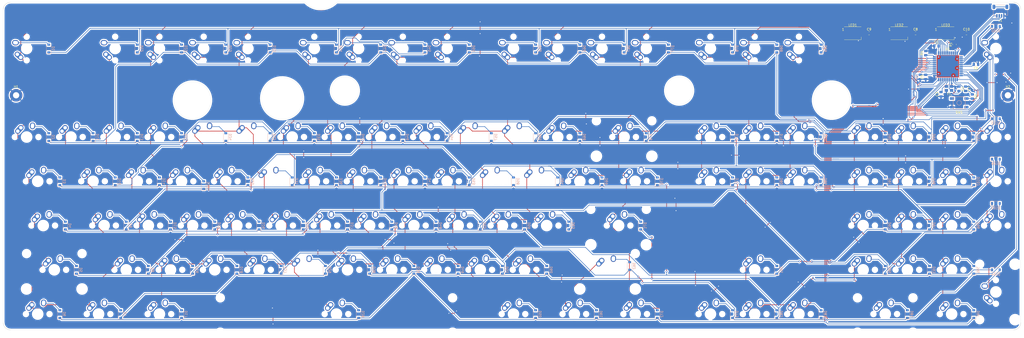
<source format=kicad_pcb>
(kicad_pcb (version 20171130) (host pcbnew 5.1.10)
  (layers (0 F.Cu signal) (31 B.Cu signal) (34 B.Paste user) (35 F.Paste user) (36 B.SilkS user) (37 F.SilkS user) (38 B.Mask user) (39 F.Mask user) (44 Edge.Cuts user))
  (net 0 "")
  (net 1 GND)
  (net 2 +5V)
  (net 3 "Net-(C3-Pad1)")
  (net 4 "Net-(C4-Pad1)")
  (net 5 "Net-(C6-Pad1)")
  (net 6 "Net-(D1-Pad2)")
  (net 7 ROW0)
  (net 8 "Net-(D2-Pad2)")
  (net 9 ROW1)
  (net 10 "Net-(D3-Pad2)")
  (net 11 ROW2)
  (net 12 "Net-(D4-Pad2)")
  (net 13 "Net-(D5-Pad2)")
  (net 14 ROW4)
  (net 15 "Net-(D6-Pad2)")
  (net 16 ROW5)
  (net 17 "Net-(D7-Pad2)")
  (net 18 ROW6)
  (net 19 "Net-(D8-Pad2)")
  (net 20 ROW7)
  (net 21 "Net-(D9-Pad2)")
  (net 22 ROW8)
  (net 23 "Net-(D10-Pad2)")
  (net 24 ROW9)
  (net 25 "Net-(D11-Pad2)")
  (net 26 ROW10)
  (net 27 "Net-(D12-Pad2)")
  (net 28 "Net-(D13-Pad2)")
  (net 29 "Net-(D14-Pad2)")
  (net 30 "Net-(D15-Pad2)")
  (net 31 "Net-(D16-Pad2)")
  (net 32 "Net-(D17-Pad2)")
  (net 33 "Net-(D18-Pad2)")
  (net 34 "Net-(D19-Pad2)")
  (net 35 "Net-(D20-Pad2)")
  (net 36 "Net-(D21-Pad2)")
  (net 37 "Net-(D22-Pad2)")
  (net 38 "Net-(D23-Pad2)")
  (net 39 "Net-(D24-Pad2)")
  (net 40 "Net-(D25-Pad2)")
  (net 41 "Net-(D26-Pad2)")
  (net 42 "Net-(D27-Pad2)")
  (net 43 "Net-(D28-Pad2)")
  (net 44 "Net-(D29-Pad2)")
  (net 45 "Net-(D30-Pad2)")
  (net 46 "Net-(D31-Pad2)")
  (net 47 "Net-(D32-Pad2)")
  (net 48 "Net-(D33-Pad2)")
  (net 49 "Net-(D34-Pad2)")
  (net 50 "Net-(D35-Pad2)")
  (net 51 "Net-(D36-Pad2)")
  (net 52 "Net-(D37-Pad2)")
  (net 53 "Net-(D38-Pad2)")
  (net 54 "Net-(D39-Pad2)")
  (net 55 "Net-(D40-Pad2)")
  (net 56 "Net-(D41-Pad2)")
  (net 57 "Net-(D42-Pad2)")
  (net 58 "Net-(D44-Pad2)")
  (net 59 "Net-(D45-Pad2)")
  (net 60 "Net-(D46-Pad2)")
  (net 61 "Net-(D47-Pad2)")
  (net 62 "Net-(D48-Pad2)")
  (net 63 "Net-(D49-Pad2)")
  (net 64 "Net-(D50-Pad2)")
  (net 65 "Net-(D51-Pad2)")
  (net 66 "Net-(D52-Pad2)")
  (net 67 "Net-(D53-Pad2)")
  (net 68 "Net-(D54-Pad2)")
  (net 69 "Net-(D55-Pad2)")
  (net 70 "Net-(D56-Pad2)")
  (net 71 "Net-(D57-Pad2)")
  (net 72 "Net-(D58-Pad2)")
  (net 73 "Net-(D59-Pad2)")
  (net 74 "Net-(D60-Pad2)")
  (net 75 "Net-(D61-Pad2)")
  (net 76 "Net-(D62-Pad2)")
  (net 77 "Net-(D63-Pad2)")
  (net 78 "Net-(D64-Pad2)")
  (net 79 "Net-(D65-Pad2)")
  (net 80 "Net-(D66-Pad2)")
  (net 81 "Net-(D67-Pad2)")
  (net 82 "Net-(D68-Pad2)")
  (net 83 "Net-(D69-Pad2)")
  (net 84 "Net-(D70-Pad2)")
  (net 85 "Net-(D71-Pad2)")
  (net 86 "Net-(D72-Pad2)")
  (net 87 "Net-(D73-Pad2)")
  (net 88 "Net-(D74-Pad2)")
  (net 89 "Net-(D75-Pad2)")
  (net 90 "Net-(D76-Pad2)")
  (net 91 "Net-(D77-Pad2)")
  (net 92 "Net-(D78-Pad2)")
  (net 93 "Net-(D79-Pad2)")
  (net 94 "Net-(D80-Pad2)")
  (net 95 "Net-(D81-Pad2)")
  (net 96 "Net-(D82-Pad2)")
  (net 97 "Net-(D83-Pad2)")
  (net 98 "Net-(D84-Pad2)")
  (net 99 "Net-(D85-Pad2)")
  (net 100 "Net-(D86-Pad2)")
  (net 101 "Net-(D87-Pad2)")
  (net 102 "Net-(D88-Pad2)")
  (net 103 "Net-(D89-Pad2)")
  (net 104 "Net-(D90-Pad2)")
  (net 105 "Net-(D91-Pad2)")
  (net 106 "Net-(D92-Pad2)")
  (net 107 "Net-(D93-Pad2)")
  (net 108 "Net-(D94-Pad2)")
  (net 109 "Net-(D95-Pad2)")
  (net 110 "Net-(D96-Pad2)")
  (net 111 "Net-(D97-Pad2)")
  (net 112 "Net-(D98-Pad2)")
  (net 113 "Net-(D99-Pad2)")
  (net 114 "Net-(D100-Pad2)")
  (net 115 "Net-(D101-Pad2)")
  (net 116 "Net-(D102-Pad2)")
  (net 117 "Net-(D103-Pad2)")
  (net 118 "Net-(D104-Pad2)")
  (net 119 "Net-(D109-Pad2)")
  (net 120 "Net-(D110-Pad2)")
  (net 121 "Net-(J1-PadMP)")
  (net 122 D+)
  (net 123 D-)
  (net 124 "Net-(R3-Pad1)")
  (net 125 "Net-(R4-Pad2)")
  (net 126 COL5)
  (net 127 COL0)
  (net 128 COL1)
  (net 129 COL2)
  (net 130 COL3)
  (net 131 COL4)
  (net 132 COL6)
  (net 133 COL7)
  (net 134 COL8)
  (net 135 COL9)
  (net 136 "Net-(U1-Pad42)")
  (net 137 "Net-(U1-Pad41)")
  (net 138 "Net-(U1-Pad40)")
  (net 139 "Net-(U1-Pad1)")
  (net 140 ROW3)
  (net 141 "Net-(LED1-Pad2)")
  (net 142 "Net-(LED1-Pad4)")
  (net 143 "Net-(LED2-Pad4)")
  (net 144 LEDDIN)
  (net 145 "Net-(R1-Pad2)")
  (module Resistor_SMD:R_0805_2012Metric (layer F.Cu) (at 428.752 32.8695 90)
    (fp_text reference R1 (at 0 -1.65 90) (layer F.SilkS))
    (fp_text value 330)
    (pad 2 smd roundrect (at 0.9125 0 90) (size 1.025 1.4) (layers F.Cu F.Paste F.Mask) (roundrect_rratio 0.243902) (net 145 "Net-(R1-Pad2)"))
    (pad 1 smd roundrect (at -0.9125 0 90) (size 1.025 1.4) (layers F.Cu F.Paste F.Mask) (roundrect_rratio 0.243902) (net 144 LEDDIN))
  )
  (module LED_SMD:LED_WS2812B_PLCC4_5.0x5.0mm_P3.2mm (layer F.Cu) (at 424.904 28.016)
    (fp_text reference LED3 (at 0 -3.5) (layer F.SilkS))
    (fp_text value WS2812B)
    (fp_text user 1 (at -4.15 -1.6) (layer F.SilkS))
    (pad 1 smd rect (at -2.45 -1.6) (size 1.5 1) (layers F.Cu F.Paste F.Mask) (net 2 +5V))
    (pad 2 smd rect (at -2.45 1.6) (size 1.5 1) (layers F.Cu F.Paste F.Mask) (net 143 "Net-(LED2-Pad4)"))
    (pad 4 smd rect (at 2.45 -1.6) (size 1.5 1) (layers F.Cu F.Paste F.Mask) (net 144 LEDDIN))
    (pad 3 smd rect (at 2.45 1.6) (size 1.5 1) (layers F.Cu F.Paste F.Mask) (net 1 GND))
  )
  (module LED_SMD:LED_WS2812B_PLCC4_5.0x5.0mm_P3.2mm (layer F.Cu) (at 404.904 28.016)
    (fp_text reference LED2 (at 0 -3.5) (layer F.SilkS))
    (fp_text value WS2812B)
    (fp_text user 1 (at -4.15 -1.6) (layer F.SilkS))
    (pad 1 smd rect (at -2.45 -1.6) (size 1.5 1) (layers F.Cu F.Paste F.Mask) (net 2 +5V))
    (pad 2 smd rect (at -2.45 1.6) (size 1.5 1) (layers F.Cu F.Paste F.Mask) (net 142 "Net-(LED1-Pad4)"))
    (pad 4 smd rect (at 2.45 -1.6) (size 1.5 1) (layers F.Cu F.Paste F.Mask) (net 143 "Net-(LED2-Pad4)"))
    (pad 3 smd rect (at 2.45 1.6) (size 1.5 1) (layers F.Cu F.Paste F.Mask) (net 1 GND))
  )
  (module LED_SMD:LED_WS2812B_PLCC4_5.0x5.0mm_P3.2mm (layer F.Cu) (at 384.904 28.016)
    (fp_text reference LED1 (at 0 -3.5) (layer F.SilkS))
    (fp_text value WS2812B)
    (fp_text user 1 (at -4.15 -1.6) (layer F.SilkS))
    (pad 1 smd rect (at -2.45 -1.6) (size 1.5 1) (layers F.Cu F.Paste F.Mask) (net 2 +5V))
    (pad 2 smd rect (at -2.45 1.6) (size 1.5 1) (layers F.Cu F.Paste F.Mask) (net 141 "Net-(LED1-Pad2)"))
    (pad 4 smd rect (at 2.45 -1.6) (size 1.5 1) (layers F.Cu F.Paste F.Mask) (net 142 "Net-(LED1-Pad4)"))
    (pad 3 smd rect (at 2.45 1.6) (size 1.5 1) (layers F.Cu F.Paste F.Mask) (net 1 GND))
  )
  (module Capacitor_SMD:C_0805_2012Metric (layer F.Cu) (at 433.854 28.016)
    (fp_text reference C10 (at 0 -1.68) (layer F.SilkS))
    (fp_text value 0.1uF)
    (pad 2 smd roundrect (at 0.95 0) (size 1 1.45) (layers F.Cu F.Paste F.Mask) (net 2 +5V))
    (pad 1 smd roundrect (at -0.95 0) (size 1 1.45) (layers F.Cu F.Paste F.Mask) (net 1 GND))
  )
  (module Capacitor_SMD:C_0805_2012Metric (layer F.Cu) (at 391.954 28.016)
    (fp_text reference C9 (at 0 -1.68) (layer F.SilkS))
    (fp_text value 0.1uF)
    (pad 2 smd roundrect (at 0.95 0) (size 1 1.45) (layers F.Cu F.Paste F.Mask) (net 2 +5V))
    (pad 1 smd roundrect (at -0.95 0) (size 1 1.45) (layers F.Cu F.Paste F.Mask) (net 1 GND))
  )
  (module Capacitor_SMD:C_0805_2012Metric (layer F.Cu) (at 411.954 28.016)
    (fp_text reference C8 (at 0 -1.68) (layer F.SilkS))
    (fp_text value 0.1uF)
    (pad 2 smd roundrect (at 0.95 0) (size 1 1.45) (layers F.Cu F.Paste F.Mask) (net 2 +5V))
    (pad 1 smd roundrect (at -0.95 0) (size 1 1.45) (layers F.Cu F.Paste F.Mask) (net 1 GND))
  )
  (module MountingHole:MountingHole_2.7mm_M2.5_Pad (layer F.Cu) (at 24.8 54.734)
    (fp_text reference H1 (at 0 -3.7) (layer F.SilkS))
    (fp_text value MountingHole_Pad)
    (pad 1 thru_hole circle (at 0 0) (size 5.4 5.4) (drill 2.7) (layers *.Cu *.Mask) (net 1 GND))
  )
  (module MountingHole:MountingHole_2.7mm_M2.5_Pad (layer F.Cu) (at 451.698 54.734)
    (fp_text reference H2 (at 0 -3.7) (layer F.SilkS))
    (fp_text value MountingHole_Pad)
    (pad 1 thru_hole circle (at 0 0) (size 5.4 5.4) (drill 2.7) (layers *.Cu *.Mask) (net 1 GND))
  )
  (module MX_Alps_Hybrid:MX-1U-NoLED (layer F.Cu) (at 86.487 34.6075 90)
    (fp_text reference SW_F2)
    (fp_text value MX-NoLED)
    (pad 2 thru_hole oval (at 2.5 -4.5 176.0548) (size 2.831378 2.25) (drill 1.47 (offset 0.290689 0)) (layers *.Cu B.Mask) (net 37 "Net-(D22-Pad2)"))
    (pad 2 thru_hole circle (at 2.54 -5.08 90) (size 2.25 2.25) (drill 1.47) (layers *.Cu B.Mask) (net 37 "Net-(D22-Pad2)"))
    (pad 1 thru_hole oval (at -3.81 -2.54 138.0996) (size 4.211556 2.25) (drill 1.47 (offset 0.980778 0)) (layers *.Cu B.Mask) (net 128 COL1))
    (pad "" np_thru_hole circle (at 0 0 90) (size 3.9878 3.9878) (drill 3.9878) (layers *.Cu *.Mask))
    (pad 1 thru_hole circle (at -2.5 -4 90) (size 2.25 2.25) (drill 1.47) (layers *.Cu B.Mask) (net 128 COL1))
    (pad "" np_thru_hole circle (at -5.08 0 138.0996) (size 1.75 1.75) (drill 1.75) (layers *.Cu *.Mask))
    (pad "" np_thru_hole circle (at 5.08 0 138.0996) (size 1.75 1.75) (drill 1.75) (layers *.Cu *.Mask))
  )
  (module MX_Alps_Hybrid:MX-1.75U-NoLED (layer F.Cu) (at 36.48075 110.8075)
    (fp_text reference SW_CAP1)
    (fp_text value MX-NoLED)
    (pad 2 thru_hole oval (at 2.5 -4.5 86.0548) (size 2.831378 2.25) (drill 1.47 (offset 0.290689 0)) (layers *.Cu B.Mask) (net 12 "Net-(D4-Pad2)"))
    (pad 2 thru_hole circle (at 2.54 -5.08) (size 2.25 2.25) (drill 1.47) (layers *.Cu B.Mask) (net 12 "Net-(D4-Pad2)"))
    (pad 1 thru_hole oval (at -3.81 -2.54 48.0996) (size 4.211556 2.25) (drill 1.47 (offset 0.980778 0)) (layers *.Cu B.Mask) (net 127 COL0))
    (pad "" np_thru_hole circle (at 0 0) (size 3.9878 3.9878) (drill 3.9878) (layers *.Cu *.Mask))
    (pad 1 thru_hole circle (at -2.5 -4) (size 2.25 2.25) (drill 1.47) (layers *.Cu B.Mask) (net 127 COL0))
    (pad "" np_thru_hole circle (at -5.08 0 48.0996) (size 1.75 1.75) (drill 1.75) (layers *.Cu *.Mask))
    (pad "" np_thru_hole circle (at 5.08 0 48.0996) (size 1.75 1.75) (drill 1.75) (layers *.Cu *.Mask))
  )
  (module random-keyboard-parts:SKQG-1155865 (layer B.Cu) (at 430.732 57.984 180)
    (fp_text reference SW1 (at 0 -4.064) (layer F.SilkS))
    (fp_text value SW_Push)
    (pad 1 smd rect (at 3.1 -1.85 180) (size 1.8 1.1) (layers B.Cu B.Paste B.Mask) (net 1 GND))
    (pad 2 smd rect (at -3.1 1.85 180) (size 1.8 1.1) (layers B.Cu B.Paste B.Mask) (net 124 "Net-(R3-Pad1)"))
    (pad 3 smd rect (at 3.1 1.85 180) (size 1.8 1.1) (layers B.Cu B.Paste B.Mask))
    (pad 4 smd rect (at -3.1 -1.85 180) (size 1.8 1.1) (layers B.Cu B.Paste B.Mask))
  )
  (module Resistor_SMD:R_0805_2012Metric (layer B.Cu) (at 436.372 55.2685 90)
    (fp_text reference R3 (at 0 1.65 90) (layer F.SilkS))
    (fp_text value 10k)
    (pad 2 smd roundrect (at 0.9125 0 90) (size 1.025 1.4) (layers B.Cu B.Paste B.Mask) (roundrect_rratio 0.243902) (net 2 +5V))
    (pad 1 smd roundrect (at -0.9125 0 90) (size 1.025 1.4) (layers B.Cu B.Paste B.Mask) (roundrect_rratio 0.243902) (net 124 "Net-(R3-Pad1)"))
  )
  (module Crystal:Crystal_SMD_3225-4Pin_3.2x2.5mm (layer B.Cu) (at 426.3395 51.77825)
    (fp_text reference Y1 (at 0 2.45) (layer F.SilkS))
    (fp_text value 16MHz)
    (pad 4 smd rect (at -1.1 0.85) (size 1.4 1.2) (layers B.Cu B.Paste B.Mask) (net 1 GND))
    (pad 3 smd rect (at 1.1 0.85) (size 1.4 1.2) (layers B.Cu B.Paste B.Mask) (net 4 "Net-(C4-Pad1)"))
    (pad 2 smd rect (at 1.1 -0.85) (size 1.4 1.2) (layers B.Cu B.Paste B.Mask) (net 1 GND))
    (pad 1 smd rect (at -1.1 -0.85) (size 1.4 1.2) (layers B.Cu B.Paste B.Mask) (net 3 "Net-(C3-Pad1)"))
  )
  (module Package_QFP:TQFP-44_10x10mm_P0.8mm (layer B.Cu) (at 425.852 42.25325 180)
    (fp_text reference U1 (at 0 7.45) (layer F.SilkS))
    (fp_text value ATmega32U4-AU)
    (pad 44 smd rect (at -4 5.7 90) (size 1.5 0.55) (layers B.Cu B.Paste B.Mask) (net 2 +5V))
    (pad 43 smd rect (at -3.2 5.7 90) (size 1.5 0.55) (layers B.Cu B.Paste B.Mask) (net 1 GND))
    (pad 42 smd rect (at -2.4 5.7 90) (size 1.5 0.55) (layers B.Cu B.Paste B.Mask) (net 136 "Net-(U1-Pad42)"))
    (pad 41 smd rect (at -1.6 5.7 90) (size 1.5 0.55) (layers B.Cu B.Paste B.Mask) (net 137 "Net-(U1-Pad41)"))
    (pad 40 smd rect (at -0.8 5.7 90) (size 1.5 0.55) (layers B.Cu B.Paste B.Mask) (net 138 "Net-(U1-Pad40)"))
    (pad 39 smd rect (at 0 5.7 90) (size 1.5 0.55) (layers B.Cu B.Paste B.Mask) (net 145 "Net-(R1-Pad2)"))
    (pad 38 smd rect (at 0.8 5.7 90) (size 1.5 0.55) (layers B.Cu B.Paste B.Mask) (net 24 ROW9))
    (pad 37 smd rect (at 1.6 5.7 90) (size 1.5 0.55) (layers B.Cu B.Paste B.Mask) (net 9 ROW1))
    (pad 36 smd rect (at 2.4 5.7 90) (size 1.5 0.55) (layers B.Cu B.Paste B.Mask) (net 26 ROW10))
    (pad 35 smd rect (at 3.2 5.7 90) (size 1.5 0.55) (layers B.Cu B.Paste B.Mask) (net 1 GND))
    (pad 34 smd rect (at 4 5.7 90) (size 1.5 0.55) (layers B.Cu B.Paste B.Mask) (net 2 +5V))
    (pad 33 smd rect (at 5.7 4 180) (size 1.5 0.55) (layers B.Cu B.Paste B.Mask) (net 125 "Net-(R4-Pad2)"))
    (pad 32 smd rect (at 5.7 3.2 180) (size 1.5 0.55) (layers B.Cu B.Paste B.Mask) (net 127 COL0))
    (pad 31 smd rect (at 5.7 2.4 180) (size 1.5 0.55) (layers B.Cu B.Paste B.Mask) (net 128 COL1))
    (pad 30 smd rect (at 5.7 1.6 180) (size 1.5 0.55) (layers B.Cu B.Paste B.Mask) (net 129 COL2))
    (pad 29 smd rect (at 5.7 0.8 180) (size 1.5 0.55) (layers B.Cu B.Paste B.Mask) (net 130 COL3))
    (pad 28 smd rect (at 5.7 0 180) (size 1.5 0.55) (layers B.Cu B.Paste B.Mask) (net 131 COL4))
    (pad 27 smd rect (at 5.7 -0.8 180) (size 1.5 0.55) (layers B.Cu B.Paste B.Mask) (net 126 COL5))
    (pad 26 smd rect (at 5.7 -1.6 180) (size 1.5 0.55) (layers B.Cu B.Paste B.Mask) (net 132 COL6))
    (pad 25 smd rect (at 5.7 -2.4 180) (size 1.5 0.55) (layers B.Cu B.Paste B.Mask) (net 133 COL7))
    (pad 24 smd rect (at 5.7 -3.2 180) (size 1.5 0.55) (layers B.Cu B.Paste B.Mask) (net 2 +5V))
    (pad 23 smd rect (at 5.7 -4 180) (size 1.5 0.55) (layers B.Cu B.Paste B.Mask) (net 1 GND))
    (pad 22 smd rect (at 4 -5.7 90) (size 1.5 0.55) (layers B.Cu B.Paste B.Mask) (net 7 ROW0))
    (pad 21 smd rect (at 3.2 -5.7 90) (size 1.5 0.55) (layers B.Cu B.Paste B.Mask) (net 134 COL8))
    (pad 20 smd rect (at 2.4 -5.7 90) (size 1.5 0.55) (layers B.Cu B.Paste B.Mask) (net 16 ROW5))
    (pad 19 smd rect (at 1.6 -5.7 90) (size 1.5 0.55) (layers B.Cu B.Paste B.Mask) (net 18 ROW6))
    (pad 18 smd rect (at 0.8 -5.7 90) (size 1.5 0.55) (layers B.Cu B.Paste B.Mask) (net 14 ROW4))
    (pad 17 smd rect (at 0 -5.7 90) (size 1.5 0.55) (layers B.Cu B.Paste B.Mask) (net 3 "Net-(C3-Pad1)"))
    (pad 16 smd rect (at -0.8 -5.7 90) (size 1.5 0.55) (layers B.Cu B.Paste B.Mask) (net 4 "Net-(C4-Pad1)"))
    (pad 15 smd rect (at -1.6 -5.7 90) (size 1.5 0.55) (layers B.Cu B.Paste B.Mask) (net 1 GND))
    (pad 14 smd rect (at -2.4 -5.7 90) (size 1.5 0.55) (layers B.Cu B.Paste B.Mask) (net 2 +5V))
    (pad 13 smd rect (at -3.2 -5.7 90) (size 1.5 0.55) (layers B.Cu B.Paste B.Mask) (net 124 "Net-(R3-Pad1)"))
    (pad 12 smd rect (at -4 -5.7 90) (size 1.5 0.55) (layers B.Cu B.Paste B.Mask) (net 20 ROW7))
    (pad 11 smd rect (at -5.7 -4 180) (size 1.5 0.55) (layers B.Cu B.Paste B.Mask) (net 140 ROW3))
    (pad 10 smd rect (at -5.7 -3.2 180) (size 1.5 0.55) (layers B.Cu B.Paste B.Mask) (net 22 ROW8))
    (pad 9 smd rect (at -5.7 -2.4 180) (size 1.5 0.55) (layers B.Cu B.Paste B.Mask) (net 11 ROW2))
    (pad 8 smd rect (at -5.7 -1.6 180) (size 1.5 0.55) (layers B.Cu B.Paste B.Mask) (net 135 COL9))
    (pad 7 smd rect (at -5.7 -0.8 180) (size 1.5 0.55) (layers B.Cu B.Paste B.Mask) (net 2 +5V))
    (pad 6 smd rect (at -5.7 0 180) (size 1.5 0.55) (layers B.Cu B.Paste B.Mask) (net 5 "Net-(C6-Pad1)"))
    (pad 5 smd rect (at -5.7 0.8 180) (size 1.5 0.55) (layers B.Cu B.Paste B.Mask) (net 1 GND))
    (pad 4 smd rect (at -5.7 1.6 180) (size 1.5 0.55) (layers B.Cu B.Paste B.Mask) (net 122 D+))
    (pad 3 smd rect (at -5.7 2.4 180) (size 1.5 0.55) (layers B.Cu B.Paste B.Mask) (net 123 D-))
    (pad 2 smd rect (at -5.7 3.2 180) (size 1.5 0.55) (layers B.Cu B.Paste B.Mask) (net 2 +5V))
    (pad 1 smd rect (at -5.7 4 180) (size 1.5 0.55) (layers B.Cu B.Paste B.Mask) (net 139 "Net-(U1-Pad1)"))
  )
  (module MX_Alps_Hybrid:MX-1U-NoLED (layer F.Cu) (at 72.1995 129.8575)
    (fp_text reference SW_Z1)
    (fp_text value MX-NoLED)
    (pad 2 thru_hole oval (at 2.5 -4.5 86.0548) (size 2.831378 2.25) (drill 1.47 (offset 0.290689 0)) (layers *.Cu B.Mask) (net 19 "Net-(D8-Pad2)"))
    (pad 2 thru_hole circle (at 2.54 -5.08) (size 2.25 2.25) (drill 1.47) (layers *.Cu B.Mask) (net 19 "Net-(D8-Pad2)"))
    (pad 1 thru_hole oval (at -3.81 -2.54 48.0996) (size 4.211556 2.25) (drill 1.47 (offset 0.980778 0)) (layers *.Cu B.Mask) (net 127 COL0))
    (pad "" np_thru_hole circle (at 0 0) (size 3.9878 3.9878) (drill 3.9878) (layers *.Cu *.Mask))
    (pad 1 thru_hole circle (at -2.5 -4) (size 2.25 2.25) (drill 1.47) (layers *.Cu B.Mask) (net 127 COL0))
    (pad "" np_thru_hole circle (at -5.08 0 48.0996) (size 1.75 1.75) (drill 1.75) (layers *.Cu *.Mask))
    (pad "" np_thru_hole circle (at 5.08 0 48.0996) (size 1.75 1.75) (drill 1.75) (layers *.Cu *.Mask))
  )
  (module MX_Alps_Hybrid:MX-1U-NoLED (layer F.Cu) (at 153.162 91.7575)
    (fp_text reference SW_Y1)
    (fp_text value MX-NoLED)
    (pad 2 thru_hole oval (at 2.5 -4.5 86.0548) (size 2.831378 2.25) (drill 1.47 (offset 0.290689 0)) (layers *.Cu B.Mask) (net 51 "Net-(D36-Pad2)"))
    (pad 2 thru_hole circle (at 2.54 -5.08) (size 2.25 2.25) (drill 1.47) (layers *.Cu B.Mask) (net 51 "Net-(D36-Pad2)"))
    (pad 1 thru_hole oval (at -3.81 -2.54 48.0996) (size 4.211556 2.25) (drill 1.47 (offset 0.980778 0)) (layers *.Cu B.Mask) (net 130 COL3))
    (pad "" np_thru_hole circle (at 0 0) (size 3.9878 3.9878) (drill 3.9878) (layers *.Cu *.Mask))
    (pad 1 thru_hole circle (at -2.5 -4) (size 2.25 2.25) (drill 1.47) (layers *.Cu B.Mask) (net 130 COL3))
    (pad "" np_thru_hole circle (at -5.08 0 48.0996) (size 1.75 1.75) (drill 1.75) (layers *.Cu *.Mask))
    (pad "" np_thru_hole circle (at 5.08 0 48.0996) (size 1.75 1.75) (drill 1.75) (layers *.Cu *.Mask))
  )
  (module MX_Alps_Hybrid:MX-1U-NoLED (layer F.Cu) (at 91.2495 129.8575)
    (fp_text reference SW_X1)
    (fp_text value MX-NoLED)
    (pad 2 thru_hole oval (at 2.5 -4.5 86.0548) (size 2.831378 2.25) (drill 1.47 (offset 0.290689 0)) (layers *.Cu B.Mask) (net 31 "Net-(D16-Pad2)"))
    (pad 2 thru_hole circle (at 2.54 -5.08) (size 2.25 2.25) (drill 1.47) (layers *.Cu B.Mask) (net 31 "Net-(D16-Pad2)"))
    (pad 1 thru_hole oval (at -3.81 -2.54 48.0996) (size 4.211556 2.25) (drill 1.47 (offset 0.980778 0)) (layers *.Cu B.Mask) (net 128 COL1))
    (pad "" np_thru_hole circle (at 0 0) (size 3.9878 3.9878) (drill 3.9878) (layers *.Cu *.Mask))
    (pad 1 thru_hole circle (at -2.5 -4) (size 2.25 2.25) (drill 1.47) (layers *.Cu B.Mask) (net 128 COL1))
    (pad "" np_thru_hole circle (at -5.08 0 48.0996) (size 1.75 1.75) (drill 1.75) (layers *.Cu *.Mask))
    (pad "" np_thru_hole circle (at 5.08 0 48.0996) (size 1.75 1.75) (drill 1.75) (layers *.Cu *.Mask))
  )
  (module MX_Alps_Hybrid:MX-1U-NoLED (layer F.Cu) (at 76.962 91.7575)
    (fp_text reference SW_W1)
    (fp_text value MX-NoLED)
    (pad 2 thru_hole oval (at 2.5 -4.5 86.0548) (size 2.831378 2.25) (drill 1.47 (offset 0.290689 0)) (layers *.Cu B.Mask) (net 29 "Net-(D14-Pad2)"))
    (pad 2 thru_hole circle (at 2.54 -5.08) (size 2.25 2.25) (drill 1.47) (layers *.Cu B.Mask) (net 29 "Net-(D14-Pad2)"))
    (pad 1 thru_hole oval (at -3.81 -2.54 48.0996) (size 4.211556 2.25) (drill 1.47 (offset 0.980778 0)) (layers *.Cu B.Mask) (net 128 COL1))
    (pad "" np_thru_hole circle (at 0 0) (size 3.9878 3.9878) (drill 3.9878) (layers *.Cu *.Mask))
    (pad 1 thru_hole circle (at -2.5 -4) (size 2.25 2.25) (drill 1.47) (layers *.Cu B.Mask) (net 128 COL1))
    (pad "" np_thru_hole circle (at -5.08 0 48.0996) (size 1.75 1.75) (drill 1.75) (layers *.Cu *.Mask))
    (pad "" np_thru_hole circle (at 5.08 0 48.0996) (size 1.75 1.75) (drill 1.75) (layers *.Cu *.Mask))
  )
  (module MX_Alps_Hybrid:MX-1U-NoLED (layer F.Cu) (at 129.3495 129.8575)
    (fp_text reference SW_V1)
    (fp_text value MX-NoLED)
    (pad "" np_thru_hole circle (at 5.08 0 48.0996) (size 1.75 1.75) (drill 1.75) (layers *.Cu *.Mask))
    (pad "" np_thru_hole circle (at -5.08 0 48.0996) (size 1.75 1.75) (drill 1.75) (layers *.Cu *.Mask))
    (pad 1 thru_hole circle (at -2.5 -4) (size 2.25 2.25) (drill 1.47) (layers *.Cu B.Mask) (net 129 COL2))
    (pad "" np_thru_hole circle (at 0 0) (size 3.9878 3.9878) (drill 3.9878) (layers *.Cu *.Mask))
    (pad 1 thru_hole oval (at -3.81 -2.54 48.0996) (size 4.211556 2.25) (drill 1.47 (offset 0.980778 0)) (layers *.Cu B.Mask) (net 129 COL2))
    (pad 2 thru_hole circle (at 2.54 -5.08) (size 2.25 2.25) (drill 1.47) (layers *.Cu B.Mask) (net 42 "Net-(D27-Pad2)"))
    (pad 2 thru_hole oval (at 2.5 -4.5 86.0548) (size 2.831378 2.25) (drill 1.47 (offset 0.290689 0)) (layers *.Cu B.Mask) (net 42 "Net-(D27-Pad2)"))
  )
  (module MX_Alps_Hybrid:MX-1U-NoLED (layer F.Cu) (at 342.7095 129.8575)
    (fp_text reference SW_UP1)
    (fp_text value MX-NoLED)
    (pad 2 thru_hole oval (at 2.5 -4.5 86.0548) (size 2.831378 2.25) (drill 1.47 (offset 0.290689 0)) (layers *.Cu B.Mask) (net 95 "Net-(D81-Pad2)"))
    (pad 2 thru_hole circle (at 2.54 -5.08) (size 2.25 2.25) (drill 1.47) (layers *.Cu B.Mask) (net 95 "Net-(D81-Pad2)"))
    (pad 1 thru_hole oval (at -3.81 -2.54 48.0996) (size 4.211556 2.25) (drill 1.47 (offset 0.980778 0)) (layers *.Cu B.Mask) (net 133 COL7))
    (pad "" np_thru_hole circle (at 0 0) (size 3.9878 3.9878) (drill 3.9878) (layers *.Cu *.Mask))
    (pad 1 thru_hole circle (at -2.5 -4) (size 2.25 2.25) (drill 1.47) (layers *.Cu B.Mask) (net 133 COL7))
    (pad "" np_thru_hole circle (at -5.08 0 48.0996) (size 1.75 1.75) (drill 1.75) (layers *.Cu *.Mask))
    (pad "" np_thru_hole circle (at 5.08 0 48.0996) (size 1.75 1.75) (drill 1.75) (layers *.Cu *.Mask))
  )
  (module MX_Alps_Hybrid:MX-1U-NoLED (layer F.Cu) (at 172.212 91.7575)
    (fp_text reference SW_U1)
    (fp_text value MX-NoLED)
    (pad 2 thru_hole oval (at 2.5 -4.5 86.0548) (size 2.831378 2.25) (drill 1.47 (offset 0.290689 0)) (layers *.Cu B.Mask) (net 56 "Net-(D41-Pad2)"))
    (pad 2 thru_hole circle (at 2.54 -5.08) (size 2.25 2.25) (drill 1.47) (layers *.Cu B.Mask) (net 56 "Net-(D41-Pad2)"))
    (pad 1 thru_hole oval (at -3.81 -2.54 48.0996) (size 4.211556 2.25) (drill 1.47 (offset 0.980778 0)) (layers *.Cu B.Mask) (net 130 COL3))
    (pad "" np_thru_hole circle (at 0 0) (size 3.9878 3.9878) (drill 3.9878) (layers *.Cu *.Mask))
    (pad 1 thru_hole circle (at -2.5 -4) (size 2.25 2.25) (drill 1.47) (layers *.Cu B.Mask) (net 130 COL3))
    (pad "" np_thru_hole circle (at -5.08 0 48.0996) (size 1.75 1.75) (drill 1.75) (layers *.Cu *.Mask))
    (pad "" np_thru_hole circle (at 5.08 0 48.0996) (size 1.75 1.75) (drill 1.75) (layers *.Cu *.Mask))
  )
  (module MX_Alps_Hybrid:MX-1U-NoLED (layer F.Cu) (at 29.337 72.7075)
    (fp_text reference SW_TICK1)
    (fp_text value MX-NoLED)
    (pad 2 thru_hole oval (at 2.5 -4.5 86.0548) (size 2.831378 2.25) (drill 1.47 (offset 0.290689 0)) (layers *.Cu B.Mask) (net 8 "Net-(D2-Pad2)"))
    (pad 2 thru_hole circle (at 2.54 -5.08) (size 2.25 2.25) (drill 1.47) (layers *.Cu B.Mask) (net 8 "Net-(D2-Pad2)"))
    (pad 1 thru_hole oval (at -3.81 -2.54 48.0996) (size 4.211556 2.25) (drill 1.47 (offset 0.980778 0)) (layers *.Cu B.Mask) (net 127 COL0))
    (pad "" np_thru_hole circle (at 0 0) (size 3.9878 3.9878) (drill 3.9878) (layers *.Cu *.Mask))
    (pad 1 thru_hole circle (at -2.5 -4) (size 2.25 2.25) (drill 1.47) (layers *.Cu B.Mask) (net 127 COL0))
    (pad "" np_thru_hole circle (at -5.08 0 48.0996) (size 1.75 1.75) (drill 1.75) (layers *.Cu *.Mask))
    (pad "" np_thru_hole circle (at 5.08 0 48.0996) (size 1.75 1.75) (drill 1.75) (layers *.Cu *.Mask))
  )
  (module MX_Alps_Hybrid:MX-1.5U-NoLED (layer F.Cu) (at 34.0995 91.7575)
    (fp_text reference SW_TAB1)
    (fp_text value MX-NoLED)
    (pad 2 thru_hole oval (at 2.5 -4.5 86.0548) (size 2.831378 2.25) (drill 1.47 (offset 0.290689 0)) (layers *.Cu B.Mask) (net 10 "Net-(D3-Pad2)"))
    (pad 2 thru_hole circle (at 2.54 -5.08) (size 2.25 2.25) (drill 1.47) (layers *.Cu B.Mask) (net 10 "Net-(D3-Pad2)"))
    (pad 1 thru_hole oval (at -3.81 -2.54 48.0996) (size 4.211556 2.25) (drill 1.47 (offset 0.980778 0)) (layers *.Cu B.Mask) (net 127 COL0))
    (pad "" np_thru_hole circle (at 0 0) (size 3.9878 3.9878) (drill 3.9878) (layers *.Cu *.Mask))
    (pad 1 thru_hole circle (at -2.5 -4) (size 2.25 2.25) (drill 1.47) (layers *.Cu B.Mask) (net 127 COL0))
    (pad "" np_thru_hole circle (at -5.08 0 48.0996) (size 1.75 1.75) (drill 1.75) (layers *.Cu *.Mask))
    (pad "" np_thru_hole circle (at 5.08 0 48.0996) (size 1.75 1.75) (drill 1.75) (layers *.Cu *.Mask))
  )
  (module MX_Alps_Hybrid:MX-1U-NoLED (layer F.Cu) (at 134.112 91.7575)
    (fp_text reference SW_T1)
    (fp_text value MX-NoLED)
    (pad 2 thru_hole oval (at 2.5 -4.5 86.0548) (size 2.831378 2.25) (drill 1.47 (offset 0.290689 0)) (layers *.Cu B.Mask) (net 46 "Net-(D31-Pad2)"))
    (pad 2 thru_hole circle (at 2.54 -5.08) (size 2.25 2.25) (drill 1.47) (layers *.Cu B.Mask) (net 46 "Net-(D31-Pad2)"))
    (pad 1 thru_hole oval (at -3.81 -2.54 48.0996) (size 4.211556 2.25) (drill 1.47 (offset 0.980778 0)) (layers *.Cu B.Mask) (net 129 COL2))
    (pad "" np_thru_hole circle (at 0 0) (size 3.9878 3.9878) (drill 3.9878) (layers *.Cu *.Mask))
    (pad 1 thru_hole circle (at -2.5 -4) (size 2.25 2.25) (drill 1.47) (layers *.Cu B.Mask) (net 129 COL2))
    (pad "" np_thru_hole circle (at -5.08 0 48.0996) (size 1.75 1.75) (drill 1.75) (layers *.Cu *.Mask))
    (pad "" np_thru_hole circle (at 5.08 0 48.0996) (size 1.75 1.75) (drill 1.75) (layers *.Cu *.Mask))
  )
  (module MX_Alps_Hybrid:MX-6.5U-NoLED (layer F.Cu) (at 162.687 148.9075)
    (fp_text reference SW_SPACE1)
    (fp_text value MX-NoLED)
    (pad 2 thru_hole oval (at 2.5 -4.5 86.0548) (size 2.831378 2.25) (drill 1.47 (offset 0.290689 0)) (layers *.Cu B.Mask) (net 43 "Net-(D28-Pad2)"))
    (pad 2 thru_hole circle (at 2.54 -5.08) (size 2.25 2.25) (drill 1.47) (layers *.Cu B.Mask) (net 43 "Net-(D28-Pad2)"))
    (pad 1 thru_hole oval (at -3.81 -2.54 48.0996) (size 4.211556 2.25) (drill 1.47 (offset 0.980778 0)) (layers *.Cu B.Mask) (net 129 COL2))
    (pad "" np_thru_hole circle (at 0 0) (size 3.9878 3.9878) (drill 3.9878) (layers *.Cu *.Mask))
    (pad 1 thru_hole circle (at -2.5 -4) (size 2.25 2.25) (drill 1.47) (layers *.Cu B.Mask) (net 129 COL2))
    (pad "" np_thru_hole circle (at -5.08 0 48.0996) (size 1.75 1.75) (drill 1.75) (layers *.Cu *.Mask))
    (pad "" np_thru_hole circle (at 5.08 0 48.0996) (size 1.75 1.75) (drill 1.75) (layers *.Cu *.Mask))
    (pad "" np_thru_hole circle (at -49.9999 -6.985) (size 3.048 3.048) (drill 3.048) (layers *.Cu *.Mask))
    (pad "" np_thru_hole circle (at 49.9999 -6.985) (size 3.048 3.048) (drill 3.048) (layers *.Cu *.Mask))
    (pad "" np_thru_hole circle (at -49.9999 8.255) (size 3.9878 3.9878) (drill 3.9878) (layers *.Cu *.Mask))
    (pad "" np_thru_hole circle (at 49.9999 8.255) (size 3.9878 3.9878) (drill 3.9878) (layers *.Cu *.Mask))
  )
  (module MX_Alps_Hybrid:MX-1U-NoLED (layer F.Cu) (at 243.6495 129.8575)
    (fp_text reference SW_SLASH1)
    (fp_text value MX-NoLED)
    (pad 2 thru_hole oval (at 2.5 -4.5 86.0548) (size 2.831378 2.25) (drill 1.47 (offset 0.290689 0)) (layers *.Cu B.Mask) (net 74 "Net-(D60-Pad2)"))
    (pad 2 thru_hole circle (at 2.54 -5.08) (size 2.25 2.25) (drill 1.47) (layers *.Cu B.Mask) (net 74 "Net-(D60-Pad2)"))
    (pad 1 thru_hole oval (at -3.81 -2.54 48.0996) (size 4.211556 2.25) (drill 1.47 (offset 0.980778 0)) (layers *.Cu B.Mask) (net 126 COL5))
    (pad "" np_thru_hole circle (at 0 0) (size 3.9878 3.9878) (drill 3.9878) (layers *.Cu *.Mask))
    (pad 1 thru_hole circle (at -2.5 -4) (size 2.25 2.25) (drill 1.47) (layers *.Cu B.Mask) (net 126 COL5))
    (pad "" np_thru_hole circle (at -5.08 0 48.0996) (size 1.75 1.75) (drill 1.75) (layers *.Cu *.Mask))
    (pad "" np_thru_hole circle (at 5.08 0 48.0996) (size 1.75 1.75) (drill 1.75) (layers *.Cu *.Mask))
  )
  (module MX_Alps_Hybrid:MX-1U-NoLED (layer F.Cu) (at 342.7095 34.6075 90)
    (fp_text reference SW_SCLK1)
    (fp_text value MX-NoLED)
    (pad 2 thru_hole oval (at 2.5 -4.5 176.0548) (size 2.831378 2.25) (drill 1.47 (offset 0.290689 0)) (layers *.Cu B.Mask) (net 102 "Net-(D88-Pad2)"))
    (pad 2 thru_hole circle (at 2.54 -5.08 90) (size 2.25 2.25) (drill 1.47) (layers *.Cu B.Mask) (net 102 "Net-(D88-Pad2)"))
    (pad 1 thru_hole oval (at -3.81 -2.54 138.0996) (size 4.211556 2.25) (drill 1.47 (offset 0.980778 0)) (layers *.Cu B.Mask) (net 133 COL7))
    (pad "" np_thru_hole circle (at 0 0 90) (size 3.9878 3.9878) (drill 3.9878) (layers *.Cu *.Mask))
    (pad 1 thru_hole circle (at -2.5 -4 90) (size 2.25 2.25) (drill 1.47) (layers *.Cu B.Mask) (net 133 COL7))
    (pad "" np_thru_hole circle (at -5.08 0 138.0996) (size 1.75 1.75) (drill 1.75) (layers *.Cu *.Mask))
    (pad "" np_thru_hole circle (at 5.08 0 138.0996) (size 1.75 1.75) (drill 1.75) (layers *.Cu *.Mask))
  )
  (module MX_Alps_Hybrid:MX-1U-NoLED (layer F.Cu) (at 81.7245 110.8075)
    (fp_text reference SW_S1)
    (fp_text value MX-NoLED)
    (pad 2 thru_hole oval (at 2.5 -4.5 86.0548) (size 2.831378 2.25) (drill 1.47 (offset 0.290689 0)) (layers *.Cu B.Mask) (net 30 "Net-(D15-Pad2)"))
    (pad 2 thru_hole circle (at 2.54 -5.08) (size 2.25 2.25) (drill 1.47) (layers *.Cu B.Mask) (net 30 "Net-(D15-Pad2)"))
    (pad 1 thru_hole oval (at -3.81 -2.54 48.0996) (size 4.211556 2.25) (drill 1.47 (offset 0.980778 0)) (layers *.Cu B.Mask) (net 128 COL1))
    (pad "" np_thru_hole circle (at 0 0) (size 3.9878 3.9878) (drill 3.9878) (layers *.Cu *.Mask))
    (pad 1 thru_hole circle (at -2.5 -4) (size 2.25 2.25) (drill 1.47) (layers *.Cu B.Mask) (net 128 COL1))
    (pad "" np_thru_hole circle (at -5.08 0 48.0996) (size 1.75 1.75) (drill 1.75) (layers *.Cu *.Mask))
    (pad "" np_thru_hole circle (at 5.08 0 48.0996) (size 1.75 1.75) (drill 1.75) (layers *.Cu *.Mask))
  )
  (module MX_Alps_Hybrid:MX-2.75U-NoLED (layer F.Cu) (at 279.36825 129.8575)
    (fp_text reference SW_RSH1)
    (fp_text value MX-NoLED)
    (pad 2 thru_hole oval (at 2.5 -4.5 86.0548) (size 2.831378 2.25) (drill 1.47 (offset 0.290689 0)) (layers *.Cu B.Mask) (net 76 "Net-(D62-Pad2)"))
    (pad 2 thru_hole circle (at 2.54 -5.08) (size 2.25 2.25) (drill 1.47) (layers *.Cu B.Mask) (net 76 "Net-(D62-Pad2)"))
    (pad 1 thru_hole oval (at -3.81 -2.54 48.0996) (size 4.211556 2.25) (drill 1.47 (offset 0.980778 0)) (layers *.Cu B.Mask) (net 126 COL5))
    (pad "" np_thru_hole circle (at 0 0) (size 3.9878 3.9878) (drill 3.9878) (layers *.Cu *.Mask))
    (pad 1 thru_hole circle (at -2.5 -4) (size 2.25 2.25) (drill 1.47) (layers *.Cu B.Mask) (net 126 COL5))
    (pad "" np_thru_hole circle (at -5.08 0 48.0996) (size 1.75 1.75) (drill 1.75) (layers *.Cu *.Mask))
    (pad "" np_thru_hole circle (at 5.08 0 48.0996) (size 1.75 1.75) (drill 1.75) (layers *.Cu *.Mask))
    (pad "" np_thru_hole circle (at -11.938 -6.985) (size 3.048 3.048) (drill 3.048) (layers *.Cu *.Mask))
    (pad "" np_thru_hole circle (at 11.938 -6.985) (size 3.048 3.048) (drill 3.048) (layers *.Cu *.Mask))
    (pad "" np_thru_hole circle (at -11.938 8.255) (size 3.9878 3.9878) (drill 3.9878) (layers *.Cu *.Mask))
    (pad "" np_thru_hole circle (at 11.938 8.255) (size 3.9878 3.9878) (drill 3.9878) (layers *.Cu *.Mask))
  )
  (module MX_Alps_Hybrid:MX-1.25U-NoLED (layer F.Cu) (at 265.08075 148.9075)
    (fp_text reference SW_RMOD1)
    (fp_text value MX-NoLED)
    (pad 2 thru_hole oval (at 2.5 -4.5 86.0548) (size 2.831378 2.25) (drill 1.47 (offset 0.290689 0)) (layers *.Cu B.Mask) (net 75 "Net-(D61-Pad2)"))
    (pad 2 thru_hole circle (at 2.54 -5.08) (size 2.25 2.25) (drill 1.47) (layers *.Cu B.Mask) (net 75 "Net-(D61-Pad2)"))
    (pad 1 thru_hole oval (at -3.81 -2.54 48.0996) (size 4.211556 2.25) (drill 1.47 (offset 0.980778 0)) (layers *.Cu B.Mask) (net 126 COL5))
    (pad "" np_thru_hole circle (at 0 0) (size 3.9878 3.9878) (drill 3.9878) (layers *.Cu *.Mask))
    (pad 1 thru_hole circle (at -2.5 -4) (size 2.25 2.25) (drill 1.47) (layers *.Cu B.Mask) (net 126 COL5))
    (pad "" np_thru_hole circle (at -5.08 0 48.0996) (size 1.75 1.75) (drill 1.75) (layers *.Cu *.Mask))
    (pad "" np_thru_hole circle (at 5.08 0 48.0996) (size 1.75 1.75) (drill 1.75) (layers *.Cu *.Mask))
  )
  (module MX_Alps_Hybrid:MX-1U-NoLED (layer F.Cu) (at 361.7595 148.9075)
    (fp_text reference SW_RIGHT1)
    (fp_text value MX-NoLED)
    (pad 2 thru_hole oval (at 2.5 -4.5 86.0548) (size 2.831378 2.25) (drill 1.47 (offset 0.290689 0)) (layers *.Cu B.Mask) (net 97 "Net-(D83-Pad2)"))
    (pad 2 thru_hole circle (at 2.54 -5.08) (size 2.25 2.25) (drill 1.47) (layers *.Cu B.Mask) (net 97 "Net-(D83-Pad2)"))
    (pad 1 thru_hole oval (at -3.81 -2.54 48.0996) (size 4.211556 2.25) (drill 1.47 (offset 0.980778 0)) (layers *.Cu B.Mask) (net 133 COL7))
    (pad "" np_thru_hole circle (at 0 0) (size 3.9878 3.9878) (drill 3.9878) (layers *.Cu *.Mask))
    (pad 1 thru_hole circle (at -2.5 -4) (size 2.25 2.25) (drill 1.47) (layers *.Cu B.Mask) (net 133 COL7))
    (pad "" np_thru_hole circle (at -5.08 0 48.0996) (size 1.75 1.75) (drill 1.75) (layers *.Cu *.Mask))
    (pad "" np_thru_hole circle (at 5.08 0 48.0996) (size 1.75 1.75) (drill 1.75) (layers *.Cu *.Mask))
  )
  (module MX_Alps_Hybrid:MX-1.5U-NoLED (layer F.Cu) (at 291.2745 148.9075)
    (fp_text reference SW_RCTR1)
    (fp_text value MX-NoLED)
    (pad 2 thru_hole oval (at 2.5 -4.5 86.0548) (size 2.831378 2.25) (drill 1.47 (offset 0.290689 0)) (layers *.Cu B.Mask) (net 86 "Net-(D72-Pad2)"))
    (pad 2 thru_hole circle (at 2.54 -5.08) (size 2.25 2.25) (drill 1.47) (layers *.Cu B.Mask) (net 86 "Net-(D72-Pad2)"))
    (pad 1 thru_hole oval (at -3.81 -2.54 48.0996) (size 4.211556 2.25) (drill 1.47 (offset 0.980778 0)) (layers *.Cu B.Mask) (net 132 COL6))
    (pad "" np_thru_hole circle (at 0 0) (size 3.9878 3.9878) (drill 3.9878) (layers *.Cu *.Mask))
    (pad 1 thru_hole circle (at -2.5 -4) (size 2.25 2.25) (drill 1.47) (layers *.Cu B.Mask) (net 132 COL6))
    (pad "" np_thru_hole circle (at -5.08 0 48.0996) (size 1.75 1.75) (drill 1.75) (layers *.Cu *.Mask))
    (pad "" np_thru_hole circle (at 5.08 0 48.0996) (size 1.75 1.75) (drill 1.75) (layers *.Cu *.Mask))
  )
  (module MX_Alps_Hybrid:MX-1U-NoLED (layer F.Cu) (at 267.462 91.7575)
    (fp_text reference SW_RBRAC1)
    (fp_text value MX-NoLED)
    (pad 2 thru_hole oval (at 2.5 -4.5 86.0548) (size 2.831378 2.25) (drill 1.47 (offset 0.290689 0)) (layers *.Cu B.Mask) (net 83 "Net-(D69-Pad2)"))
    (pad 2 thru_hole circle (at 2.54 -5.08) (size 2.25 2.25) (drill 1.47) (layers *.Cu B.Mask) (net 83 "Net-(D69-Pad2)"))
    (pad 1 thru_hole oval (at -3.81 -2.54 48.0996) (size 4.211556 2.25) (drill 1.47 (offset 0.980778 0)) (layers *.Cu B.Mask) (net 132 COL6))
    (pad "" np_thru_hole circle (at 0 0) (size 3.9878 3.9878) (drill 3.9878) (layers *.Cu *.Mask))
    (pad 1 thru_hole circle (at -2.5 -4) (size 2.25 2.25) (drill 1.47) (layers *.Cu B.Mask) (net 132 COL6))
    (pad "" np_thru_hole circle (at -5.08 0 48.0996) (size 1.75 1.75) (drill 1.75) (layers *.Cu *.Mask))
    (pad "" np_thru_hole circle (at 5.08 0 48.0996) (size 1.75 1.75) (drill 1.75) (layers *.Cu *.Mask))
  )
  (module MX_Alps_Hybrid:MX-1.5U-NoLED (layer F.Cu) (at 238.887 148.9075)
    (fp_text reference SW_RALT1)
    (fp_text value MX-NoLED)
    (pad 2 thru_hole oval (at 2.5 -4.5 86.0548) (size 2.831378 2.25) (drill 1.47 (offset 0.290689 0)) (layers *.Cu B.Mask) (net 64 "Net-(D50-Pad2)"))
    (pad 2 thru_hole circle (at 2.54 -5.08) (size 2.25 2.25) (drill 1.47) (layers *.Cu B.Mask) (net 64 "Net-(D50-Pad2)"))
    (pad 1 thru_hole oval (at -3.81 -2.54 48.0996) (size 4.211556 2.25) (drill 1.47 (offset 0.980778 0)) (layers *.Cu B.Mask) (net 131 COL4))
    (pad "" np_thru_hole circle (at 0 0) (size 3.9878 3.9878) (drill 3.9878) (layers *.Cu *.Mask))
    (pad 1 thru_hole circle (at -2.5 -4) (size 2.25 2.25) (drill 1.47) (layers *.Cu B.Mask) (net 131 COL4))
    (pad "" np_thru_hole circle (at -5.08 0 48.0996) (size 1.75 1.75) (drill 1.75) (layers *.Cu *.Mask))
    (pad "" np_thru_hole circle (at 5.08 0 48.0996) (size 1.75 1.75) (drill 1.75) (layers *.Cu *.Mask))
  )
  (module MX_Alps_Hybrid:MX-1U-NoLED (layer F.Cu) (at 115.062 91.7575)
    (fp_text reference SW_R1)
    (fp_text value MX-NoLED)
    (pad 2 thru_hole oval (at 2.5 -4.5 86.0548) (size 2.831378 2.25) (drill 1.47 (offset 0.290689 0)) (layers *.Cu B.Mask) (net 40 "Net-(D25-Pad2)"))
    (pad 2 thru_hole circle (at 2.54 -5.08) (size 2.25 2.25) (drill 1.47) (layers *.Cu B.Mask) (net 40 "Net-(D25-Pad2)"))
    (pad 1 thru_hole oval (at -3.81 -2.54 48.0996) (size 4.211556 2.25) (drill 1.47 (offset 0.980778 0)) (layers *.Cu B.Mask) (net 129 COL2))
    (pad "" np_thru_hole circle (at 0 0) (size 3.9878 3.9878) (drill 3.9878) (layers *.Cu *.Mask))
    (pad 1 thru_hole circle (at -2.5 -4) (size 2.25 2.25) (drill 1.47) (layers *.Cu B.Mask) (net 129 COL2))
    (pad "" np_thru_hole circle (at -5.08 0 48.0996) (size 1.75 1.75) (drill 1.75) (layers *.Cu *.Mask))
    (pad "" np_thru_hole circle (at 5.08 0 48.0996) (size 1.75 1.75) (drill 1.75) (layers *.Cu *.Mask))
  )
  (module MX_Alps_Hybrid:MX-1U-NoLED (layer F.Cu) (at 57.912 91.7575)
    (fp_text reference SW_Q1)
    (fp_text value MX-NoLED)
    (pad 2 thru_hole oval (at 2.5 -4.5 86.0548) (size 2.831378 2.25) (drill 1.47 (offset 0.290689 0)) (layers *.Cu B.Mask) (net 23 "Net-(D10-Pad2)"))
    (pad 2 thru_hole circle (at 2.54 -5.08) (size 2.25 2.25) (drill 1.47) (layers *.Cu B.Mask) (net 23 "Net-(D10-Pad2)"))
    (pad 1 thru_hole oval (at -3.81 -2.54 48.0996) (size 4.211556 2.25) (drill 1.47 (offset 0.980778 0)) (layers *.Cu B.Mask) (net 127 COL0))
    (pad "" np_thru_hole circle (at 0 0) (size 3.9878 3.9878) (drill 3.9878) (layers *.Cu *.Mask))
    (pad 1 thru_hole circle (at -2.5 -4) (size 2.25 2.25) (drill 1.47) (layers *.Cu B.Mask) (net 127 COL0))
    (pad "" np_thru_hole circle (at -5.08 0 48.0996) (size 1.75 1.75) (drill 1.75) (layers *.Cu *.Mask))
    (pad "" np_thru_hole circle (at 5.08 0 48.0996) (size 1.75 1.75) (drill 1.75) (layers *.Cu *.Mask))
  )
  (module MX_Alps_Hybrid:MX-1U-NoLED (layer F.Cu) (at 323.6595 34.6075 90)
    (fp_text reference SW_PRSC1)
    (fp_text value MX-NoLED)
    (pad 2 thru_hole oval (at 2.5 -4.5 176.0548) (size 2.831378 2.25) (drill 1.47 (offset 0.290689 0)) (layers *.Cu B.Mask) (net 92 "Net-(D78-Pad2)"))
    (pad 2 thru_hole circle (at 2.54 -5.08 90) (size 2.25 2.25) (drill 1.47) (layers *.Cu B.Mask) (net 92 "Net-(D78-Pad2)"))
    (pad 1 thru_hole oval (at -3.81 -2.54 138.0996) (size 4.211556 2.25) (drill 1.47 (offset 0.980778 0)) (layers *.Cu B.Mask) (net 133 COL7))
    (pad "" np_thru_hole circle (at 0 0 90) (size 3.9878 3.9878) (drill 3.9878) (layers *.Cu *.Mask))
    (pad 1 thru_hole circle (at -2.5 -4 90) (size 2.25 2.25) (drill 1.47) (layers *.Cu B.Mask) (net 133 COL7))
    (pad "" np_thru_hole circle (at -5.08 0 138.0996) (size 1.75 1.75) (drill 1.75) (layers *.Cu *.Mask))
    (pad "" np_thru_hole circle (at 5.08 0 138.0996) (size 1.75 1.75) (drill 1.75) (layers *.Cu *.Mask))
  )
  (module MX_Alps_Hybrid:MX-1U-NoLED (layer F.Cu) (at 446.532 34.6075 90)
    (fp_text reference SW_POW1)
    (fp_text value MX-NoLED)
    (pad 2 thru_hole oval (at 2.5 -4.5 176.0548) (size 2.831378 2.25) (drill 1.47 (offset 0.290689 0)) (layers *.Cu B.Mask) (net 114 "Net-(D100-Pad2)"))
    (pad 2 thru_hole circle (at 2.54 -5.08 90) (size 2.25 2.25) (drill 1.47) (layers *.Cu B.Mask) (net 114 "Net-(D100-Pad2)"))
    (pad 1 thru_hole oval (at -3.81 -2.54 138.0996) (size 4.211556 2.25) (drill 1.47 (offset 0.980778 0)) (layers *.Cu B.Mask) (net 135 COL9))
    (pad "" np_thru_hole circle (at 0 0 90) (size 3.9878 3.9878) (drill 3.9878) (layers *.Cu *.Mask))
    (pad 1 thru_hole circle (at -2.5 -4 90) (size 2.25 2.25) (drill 1.47) (layers *.Cu B.Mask) (net 135 COL9))
    (pad "" np_thru_hole circle (at -5.08 0 138.0996) (size 1.75 1.75) (drill 1.75) (layers *.Cu *.Mask))
    (pad "" np_thru_hole circle (at 5.08 0 138.0996) (size 1.75 1.75) (drill 1.75) (layers *.Cu *.Mask))
  )
  (module MX_Alps_Hybrid:MX-1U-NoLED (layer F.Cu) (at 361.7595 72.7075)
    (fp_text reference SW_PGUP1)
    (fp_text value MX-NoLED)
    (pad 2 thru_hole oval (at 2.5 -4.5 86.0548) (size 2.831378 2.25) (drill 1.47 (offset 0.290689 0)) (layers *.Cu B.Mask) (net 101 "Net-(D87-Pad2)"))
    (pad 2 thru_hole circle (at 2.54 -5.08) (size 2.25 2.25) (drill 1.47) (layers *.Cu B.Mask) (net 101 "Net-(D87-Pad2)"))
    (pad 1 thru_hole oval (at -3.81 -2.54 48.0996) (size 4.211556 2.25) (drill 1.47 (offset 0.980778 0)) (layers *.Cu B.Mask) (net 133 COL7))
    (pad "" np_thru_hole circle (at 0 0) (size 3.9878 3.9878) (drill 3.9878) (layers *.Cu *.Mask))
    (pad 1 thru_hole circle (at -2.5 -4) (size 2.25 2.25) (drill 1.47) (layers *.Cu B.Mask) (net 133 COL7))
    (pad "" np_thru_hole circle (at -5.08 0 48.0996) (size 1.75 1.75) (drill 1.75) (layers *.Cu *.Mask))
    (pad "" np_thru_hole circle (at 5.08 0 48.0996) (size 1.75 1.75) (drill 1.75) (layers *.Cu *.Mask))
  )
  (module MX_Alps_Hybrid:MX-1U-NoLED (layer F.Cu) (at 361.7595 91.7575)
    (fp_text reference SW_PGDN1)
    (fp_text value MX-NoLED)
    (pad 2 thru_hole oval (at 2.5 -4.5 86.0548) (size 2.831378 2.25) (drill 1.47 (offset 0.290689 0)) (layers *.Cu B.Mask) (net 100 "Net-(D86-Pad2)"))
    (pad 2 thru_hole circle (at 2.54 -5.08) (size 2.25 2.25) (drill 1.47) (layers *.Cu B.Mask) (net 100 "Net-(D86-Pad2)"))
    (pad 1 thru_hole oval (at -3.81 -2.54 48.0996) (size 4.211556 2.25) (drill 1.47 (offset 0.980778 0)) (layers *.Cu B.Mask) (net 133 COL7))
    (pad "" np_thru_hole circle (at 0 0) (size 3.9878 3.9878) (drill 3.9878) (layers *.Cu *.Mask))
    (pad 1 thru_hole circle (at -2.5 -4) (size 2.25 2.25) (drill 1.47) (layers *.Cu B.Mask) (net 133 COL7))
    (pad "" np_thru_hole circle (at -5.08 0 48.0996) (size 1.75 1.75) (drill 1.75) (layers *.Cu *.Mask))
    (pad "" np_thru_hole circle (at 5.08 0 48.0996) (size 1.75 1.75) (drill 1.75) (layers *.Cu *.Mask))
  )
  (module MX_Alps_Hybrid:MX-1U-NoLED (layer F.Cu) (at 224.5995 129.8575)
    (fp_text reference SW_PERIOD1)
    (fp_text value MX-NoLED)
    (pad 2 thru_hole oval (at 2.5 -4.5 86.0548) (size 2.831378 2.25) (drill 1.47 (offset 0.290689 0)) (layers *.Cu B.Mask) (net 65 "Net-(D51-Pad2)"))
    (pad 2 thru_hole circle (at 2.54 -5.08) (size 2.25 2.25) (drill 1.47) (layers *.Cu B.Mask) (net 65 "Net-(D51-Pad2)"))
    (pad 1 thru_hole oval (at -3.81 -2.54 48.0996) (size 4.211556 2.25) (drill 1.47 (offset 0.980778 0)) (layers *.Cu B.Mask) (net 131 COL4))
    (pad "" np_thru_hole circle (at 0 0) (size 3.9878 3.9878) (drill 3.9878) (layers *.Cu *.Mask))
    (pad 1 thru_hole circle (at -2.5 -4) (size 2.25 2.25) (drill 1.47) (layers *.Cu B.Mask) (net 131 COL4))
    (pad "" np_thru_hole circle (at -5.08 0 48.0996) (size 1.75 1.75) (drill 1.75) (layers *.Cu *.Mask))
    (pad "" np_thru_hole circle (at 5.08 0 48.0996) (size 1.75 1.75) (drill 1.75) (layers *.Cu *.Mask))
  )
  (module MX_Alps_Hybrid:MX-1U-NoLED (layer F.Cu) (at 361.7595 34.6075 90)
    (fp_text reference SW_PAUSE1)
    (fp_text value MX-NoLED)
    (pad 2 thru_hole oval (at 2.5 -4.5 176.0548) (size 2.831378 2.25) (drill 1.47 (offset 0.290689 0)) (layers *.Cu B.Mask) (net 103 "Net-(D89-Pad2)"))
    (pad 2 thru_hole circle (at 2.54 -5.08 90) (size 2.25 2.25) (drill 1.47) (layers *.Cu B.Mask) (net 103 "Net-(D89-Pad2)"))
    (pad 1 thru_hole oval (at -3.81 -2.54 138.0996) (size 4.211556 2.25) (drill 1.47 (offset 0.980778 0)) (layers *.Cu B.Mask) (net 134 COL8))
    (pad "" np_thru_hole circle (at 0 0 90) (size 3.9878 3.9878) (drill 3.9878) (layers *.Cu *.Mask))
    (pad 1 thru_hole circle (at -2.5 -4 90) (size 2.25 2.25) (drill 1.47) (layers *.Cu B.Mask) (net 134 COL8))
    (pad "" np_thru_hole circle (at -5.08 0 138.0996) (size 1.75 1.75) (drill 1.75) (layers *.Cu *.Mask))
    (pad "" np_thru_hole circle (at 5.08 0 138.0996) (size 1.75 1.75) (drill 1.75) (layers *.Cu *.Mask))
  )
  (module MX_Alps_Hybrid:MX-1U-NoLED (layer F.Cu) (at 229.362 91.7575)
    (fp_text reference SW_P1)
    (fp_text value MX-NoLED)
    (pad 2 thru_hole oval (at 2.5 -4.5 86.0548) (size 2.831378 2.25) (drill 1.47 (offset 0.290689 0)) (layers *.Cu B.Mask) (net 72 "Net-(D58-Pad2)"))
    (pad 2 thru_hole circle (at 2.54 -5.08) (size 2.25 2.25) (drill 1.47) (layers *.Cu B.Mask) (net 72 "Net-(D58-Pad2)"))
    (pad 1 thru_hole oval (at -3.81 -2.54 48.0996) (size 4.211556 2.25) (drill 1.47 (offset 0.980778 0)) (layers *.Cu B.Mask) (net 126 COL5))
    (pad "" np_thru_hole circle (at 0 0) (size 3.9878 3.9878) (drill 3.9878) (layers *.Cu *.Mask))
    (pad 1 thru_hole circle (at -2.5 -4) (size 2.25 2.25) (drill 1.47) (layers *.Cu B.Mask) (net 126 COL5))
    (pad "" np_thru_hole circle (at -5.08 0 48.0996) (size 1.75 1.75) (drill 1.75) (layers *.Cu *.Mask))
    (pad "" np_thru_hole circle (at 5.08 0 48.0996) (size 1.75 1.75) (drill 1.75) (layers *.Cu *.Mask))
  )
  (module MX_Alps_Hybrid:MX-1U-NoLED (layer F.Cu) (at 210.312 91.7575)
    (fp_text reference SW_O1)
    (fp_text value MX-NoLED)
    (pad 2 thru_hole oval (at 2.5 -4.5 86.0548) (size 2.831378 2.25) (drill 1.47 (offset 0.290689 0)) (layers *.Cu B.Mask) (net 67 "Net-(D53-Pad2)"))
    (pad 2 thru_hole circle (at 2.54 -5.08) (size 2.25 2.25) (drill 1.47) (layers *.Cu B.Mask) (net 67 "Net-(D53-Pad2)"))
    (pad 1 thru_hole oval (at -3.81 -2.54 48.0996) (size 4.211556 2.25) (drill 1.47 (offset 0.980778 0)) (layers *.Cu B.Mask) (net 131 COL4))
    (pad "" np_thru_hole circle (at 0 0) (size 3.9878 3.9878) (drill 3.9878) (layers *.Cu *.Mask))
    (pad 1 thru_hole circle (at -2.5 -4) (size 2.25 2.25) (drill 1.47) (layers *.Cu B.Mask) (net 131 COL4))
    (pad "" np_thru_hole circle (at -5.08 0 48.0996) (size 1.75 1.75) (drill 1.75) (layers *.Cu *.Mask))
    (pad "" np_thru_hole circle (at 5.08 0 48.0996) (size 1.75 1.75) (drill 1.75) (layers *.Cu *.Mask))
  )
  (module MX_Alps_Hybrid:MX-1U-NoLED (layer F.Cu) (at 389.382 72.7075)
    (fp_text reference SW_NUMLK1)
    (fp_text value MX-NoLED)
    (pad "" np_thru_hole circle (at 5.08 0 48.0996) (size 1.75 1.75) (drill 1.75) (layers *.Cu *.Mask))
    (pad "" np_thru_hole circle (at -5.08 0 48.0996) (size 1.75 1.75) (drill 1.75) (layers *.Cu *.Mask))
    (pad 1 thru_hole circle (at -2.5 -4) (size 2.25 2.25) (drill 1.47) (layers *.Cu B.Mask) (net 134 COL8))
    (pad "" np_thru_hole circle (at 0 0) (size 3.9878 3.9878) (drill 3.9878) (layers *.Cu *.Mask))
    (pad 1 thru_hole oval (at -3.81 -2.54 48.0996) (size 4.211556 2.25) (drill 1.47 (offset 0.980778 0)) (layers *.Cu B.Mask) (net 134 COL8))
    (pad 2 thru_hole circle (at 2.54 -5.08) (size 2.25 2.25) (drill 1.47) (layers *.Cu B.Mask) (net 104 "Net-(D90-Pad2)"))
    (pad 2 thru_hole oval (at 2.5 -4.5 86.0548) (size 2.831378 2.25) (drill 1.47 (offset 0.290689 0)) (layers *.Cu B.Mask) (net 104 "Net-(D90-Pad2)"))
  )
  (module MX_Alps_Hybrid:MX-1U-NoLED (layer F.Cu) (at 167.4495 129.8575)
    (fp_text reference SW_N1)
    (fp_text value MX-NoLED)
    (pad 2 thru_hole oval (at 2.5 -4.5 86.0548) (size 2.831378 2.25) (drill 1.47 (offset 0.290689 0)) (layers *.Cu B.Mask) (net 53 "Net-(D38-Pad2)"))
    (pad 2 thru_hole circle (at 2.54 -5.08) (size 2.25 2.25) (drill 1.47) (layers *.Cu B.Mask) (net 53 "Net-(D38-Pad2)"))
    (pad 1 thru_hole oval (at -3.81 -2.54 48.0996) (size 4.211556 2.25) (drill 1.47 (offset 0.980778 0)) (layers *.Cu B.Mask) (net 130 COL3))
    (pad "" np_thru_hole circle (at 0 0) (size 3.9878 3.9878) (drill 3.9878) (layers *.Cu *.Mask))
    (pad 1 thru_hole circle (at -2.5 -4) (size 2.25 2.25) (drill 1.47) (layers *.Cu B.Mask) (net 130 COL3))
    (pad "" np_thru_hole circle (at -5.08 0 48.0996) (size 1.75 1.75) (drill 1.75) (layers *.Cu *.Mask))
    (pad "" np_thru_hole circle (at 5.08 0 48.0996) (size 1.75 1.75) (drill 1.75) (layers *.Cu *.Mask))
  )
  (module MX_Alps_Hybrid:MX-1U-NoLED (layer F.Cu) (at 238.887 72.7075)
    (fp_text reference SW_MINUS1)
    (fp_text value MX-NoLED)
    (pad "" np_thru_hole circle (at 5.08 0 48.0996) (size 1.75 1.75) (drill 1.75) (layers *.Cu *.Mask))
    (pad "" np_thru_hole circle (at -5.08 0 48.0996) (size 1.75 1.75) (drill 1.75) (layers *.Cu *.Mask))
    (pad 1 thru_hole circle (at -2.5 -4) (size 2.25 2.25) (drill 1.47) (layers *.Cu B.Mask) (net 126 COL5))
    (pad "" np_thru_hole circle (at 0 0) (size 3.9878 3.9878) (drill 3.9878) (layers *.Cu *.Mask))
    (pad 1 thru_hole oval (at -3.81 -2.54 48.0996) (size 4.211556 2.25) (drill 1.47 (offset 0.980778 0)) (layers *.Cu B.Mask) (net 126 COL5))
    (pad 2 thru_hole circle (at 2.54 -5.08) (size 2.25 2.25) (drill 1.47) (layers *.Cu B.Mask) (net 79 "Net-(D65-Pad2)"))
    (pad 2 thru_hole oval (at 2.5 -4.5 86.0548) (size 2.831378 2.25) (drill 1.47 (offset 0.290689 0)) (layers *.Cu B.Mask) (net 79 "Net-(D65-Pad2)"))
  )
  (module MX_Alps_Hybrid:MX-1U-NoLED (layer F.Cu) (at 186.4995 129.8575)
    (fp_text reference SW_M1)
    (fp_text value MX-NoLED)
    (pad 2 thru_hole oval (at 2.5 -4.5 86.0548) (size 2.831378 2.25) (drill 1.47 (offset 0.290689 0)) (layers *.Cu B.Mask) (net 54 "Net-(D39-Pad2)"))
    (pad 2 thru_hole circle (at 2.54 -5.08) (size 2.25 2.25) (drill 1.47) (layers *.Cu B.Mask) (net 54 "Net-(D39-Pad2)"))
    (pad 1 thru_hole oval (at -3.81 -2.54 48.0996) (size 4.211556 2.25) (drill 1.47 (offset 0.980778 0)) (layers *.Cu B.Mask) (net 130 COL3))
    (pad "" np_thru_hole circle (at 0 0) (size 3.9878 3.9878) (drill 3.9878) (layers *.Cu *.Mask))
    (pad 1 thru_hole circle (at -2.5 -4) (size 2.25 2.25) (drill 1.47) (layers *.Cu B.Mask) (net 130 COL3))
    (pad "" np_thru_hole circle (at -5.08 0 48.0996) (size 1.75 1.75) (drill 1.75) (layers *.Cu *.Mask))
    (pad "" np_thru_hole circle (at 5.08 0 48.0996) (size 1.75 1.75) (drill 1.75) (layers *.Cu *.Mask))
  )
  (module MX_Alps_Hybrid:MX-2.25U-NoLED (layer F.Cu) (at 41.24325 129.8575)
    (fp_text reference SW_LSH1)
    (fp_text value MX-NoLED)
    (pad 2 thru_hole oval (at 2.5 -4.5 86.0548) (size 2.831378 2.25) (drill 1.47 (offset 0.290689 0)) (layers *.Cu B.Mask) (net 13 "Net-(D5-Pad2)"))
    (pad 2 thru_hole circle (at 2.54 -5.08) (size 2.25 2.25) (drill 1.47) (layers *.Cu B.Mask) (net 13 "Net-(D5-Pad2)"))
    (pad 1 thru_hole oval (at -3.81 -2.54 48.0996) (size 4.211556 2.25) (drill 1.47 (offset 0.980778 0)) (layers *.Cu B.Mask) (net 127 COL0))
    (pad "" np_thru_hole circle (at 0 0) (size 3.9878 3.9878) (drill 3.9878) (layers *.Cu *.Mask))
    (pad 1 thru_hole circle (at -2.5 -4) (size 2.25 2.25) (drill 1.47) (layers *.Cu B.Mask) (net 127 COL0))
    (pad "" np_thru_hole circle (at -5.08 0 48.0996) (size 1.75 1.75) (drill 1.75) (layers *.Cu *.Mask))
    (pad "" np_thru_hole circle (at 5.08 0 48.0996) (size 1.75 1.75) (drill 1.75) (layers *.Cu *.Mask))
    (pad "" np_thru_hole circle (at -11.938 -6.985) (size 3.048 3.048) (drill 3.048) (layers *.Cu *.Mask))
    (pad "" np_thru_hole circle (at 11.938 -6.985) (size 3.048 3.048) (drill 3.048) (layers *.Cu *.Mask))
    (pad "" np_thru_hole circle (at -11.938 8.255) (size 3.9878 3.9878) (drill 3.9878) (layers *.Cu *.Mask))
    (pad "" np_thru_hole circle (at 11.938 8.255) (size 3.9878 3.9878) (drill 3.9878) (layers *.Cu *.Mask))
  )
  (module MX_Alps_Hybrid:MX-1.25U-NoLED (layer F.Cu) (at 60.29325 148.9075)
    (fp_text reference SW_LMOD1)
    (fp_text value MX-NoLED)
    (pad 2 thru_hole oval (at 2.5 -4.5 86.0548) (size 2.831378 2.25) (drill 1.47 (offset 0.290689 0)) (layers *.Cu B.Mask) (net 17 "Net-(D7-Pad2)"))
    (pad 2 thru_hole circle (at 2.54 -5.08) (size 2.25 2.25) (drill 1.47) (layers *.Cu B.Mask) (net 17 "Net-(D7-Pad2)"))
    (pad 1 thru_hole oval (at -3.81 -2.54 48.0996) (size 4.211556 2.25) (drill 1.47 (offset 0.980778 0)) (layers *.Cu B.Mask) (net 127 COL0))
    (pad "" np_thru_hole circle (at 0 0) (size 3.9878 3.9878) (drill 3.9878) (layers *.Cu *.Mask))
    (pad 1 thru_hole circle (at -2.5 -4) (size 2.25 2.25) (drill 1.47) (layers *.Cu B.Mask) (net 127 COL0))
    (pad "" np_thru_hole circle (at -5.08 0 48.0996) (size 1.75 1.75) (drill 1.75) (layers *.Cu *.Mask))
    (pad "" np_thru_hole circle (at 5.08 0 48.0996) (size 1.75 1.75) (drill 1.75) (layers *.Cu *.Mask))
  )
  (module MX_Alps_Hybrid:MX-1U-NoLED (layer F.Cu) (at 323.6595 148.9075)
    (fp_text reference SW_LEFT1)
    (fp_text value MX-NoLED)
    (pad 2 thru_hole oval (at 2.5 -4.5 86.0548) (size 2.831378 2.25) (drill 1.47 (offset 0.290689 0)) (layers *.Cu B.Mask) (net 87 "Net-(D73-Pad2)"))
    (pad 2 thru_hole circle (at 2.54 -5.08) (size 2.25 2.25) (drill 1.47) (layers *.Cu B.Mask) (net 87 "Net-(D73-Pad2)"))
    (pad 1 thru_hole oval (at -3.81 -2.54 48.0996) (size 4.211556 2.25) (drill 1.47 (offset 0.980778 0)) (layers *.Cu B.Mask) (net 132 COL6))
    (pad "" np_thru_hole circle (at 0 0) (size 3.9878 3.9878) (drill 3.9878) (layers *.Cu *.Mask))
    (pad 1 thru_hole circle (at -2.5 -4) (size 2.25 2.25) (drill 1.47) (layers *.Cu B.Mask) (net 132 COL6))
    (pad "" np_thru_hole circle (at -5.08 0 48.0996) (size 1.75 1.75) (drill 1.75) (layers *.Cu *.Mask))
    (pad "" np_thru_hole circle (at 5.08 0 48.0996) (size 1.75 1.75) (drill 1.75) (layers *.Cu *.Mask))
  )
  (module MX_Alps_Hybrid:MX-1.5U-NoLED (layer F.Cu) (at 34.0995 148.9075)
    (fp_text reference SW_LCTR1)
    (fp_text value MX-NoLED)
    (pad 2 thru_hole oval (at 2.5 -4.5 86.0548) (size 2.831378 2.25) (drill 1.47 (offset 0.290689 0)) (layers *.Cu B.Mask) (net 15 "Net-(D6-Pad2)"))
    (pad 2 thru_hole circle (at 2.54 -5.08) (size 2.25 2.25) (drill 1.47) (layers *.Cu B.Mask) (net 15 "Net-(D6-Pad2)"))
    (pad 1 thru_hole oval (at -3.81 -2.54 48.0996) (size 4.211556 2.25) (drill 1.47 (offset 0.980778 0)) (layers *.Cu B.Mask) (net 127 COL0))
    (pad "" np_thru_hole circle (at 0 0) (size 3.9878 3.9878) (drill 3.9878) (layers *.Cu *.Mask))
    (pad 1 thru_hole circle (at -2.5 -4) (size 2.25 2.25) (drill 1.47) (layers *.Cu B.Mask) (net 127 COL0))
    (pad "" np_thru_hole circle (at -5.08 0 48.0996) (size 1.75 1.75) (drill 1.75) (layers *.Cu *.Mask))
    (pad "" np_thru_hole circle (at 5.08 0 48.0996) (size 1.75 1.75) (drill 1.75) (layers *.Cu *.Mask))
  )
  (module MX_Alps_Hybrid:MX-1U-NoLED (layer F.Cu) (at 248.412 91.7575)
    (fp_text reference SW_LBRAC1)
    (fp_text value MX-NoLED)
    (pad 2 thru_hole oval (at 2.5 -4.5 86.0548) (size 2.831378 2.25) (drill 1.47 (offset 0.290689 0)) (layers *.Cu B.Mask) (net 78 "Net-(D64-Pad2)"))
    (pad 2 thru_hole circle (at 2.54 -5.08) (size 2.25 2.25) (drill 1.47) (layers *.Cu B.Mask) (net 78 "Net-(D64-Pad2)"))
    (pad 1 thru_hole oval (at -3.81 -2.54 48.0996) (size 4.211556 2.25) (drill 1.47 (offset 0.980778 0)) (layers *.Cu B.Mask) (net 126 COL5))
    (pad "" np_thru_hole circle (at 0 0) (size 3.9878 3.9878) (drill 3.9878) (layers *.Cu *.Mask))
    (pad 1 thru_hole circle (at -2.5 -4) (size 2.25 2.25) (drill 1.47) (layers *.Cu B.Mask) (net 126 COL5))
    (pad "" np_thru_hole circle (at -5.08 0 48.0996) (size 1.75 1.75) (drill 1.75) (layers *.Cu *.Mask))
    (pad "" np_thru_hole circle (at 5.08 0 48.0996) (size 1.75 1.75) (drill 1.75) (layers *.Cu *.Mask))
  )
  (module MX_Alps_Hybrid:MX-1.5U-NoLED (layer F.Cu) (at 86.487 148.9075)
    (fp_text reference SW_LALT1)
    (fp_text value MX-NoLED)
    (pad 2 thru_hole oval (at 2.5 -4.5 86.0548) (size 2.831378 2.25) (drill 1.47 (offset 0.290689 0)) (layers *.Cu B.Mask) (net 32 "Net-(D17-Pad2)"))
    (pad 2 thru_hole circle (at 2.54 -5.08) (size 2.25 2.25) (drill 1.47) (layers *.Cu B.Mask) (net 32 "Net-(D17-Pad2)"))
    (pad 1 thru_hole oval (at -3.81 -2.54 48.0996) (size 4.211556 2.25) (drill 1.47 (offset 0.980778 0)) (layers *.Cu B.Mask) (net 128 COL1))
    (pad "" np_thru_hole circle (at 0 0) (size 3.9878 3.9878) (drill 3.9878) (layers *.Cu *.Mask))
    (pad 1 thru_hole circle (at -2.5 -4) (size 2.25 2.25) (drill 1.47) (layers *.Cu B.Mask) (net 128 COL1))
    (pad "" np_thru_hole circle (at -5.08 0 48.0996) (size 1.75 1.75) (drill 1.75) (layers *.Cu *.Mask))
    (pad "" np_thru_hole circle (at 5.08 0 48.0996) (size 1.75 1.75) (drill 1.75) (layers *.Cu *.Mask))
  )
  (module MX_Alps_Hybrid:MX-1U-NoLED (layer F.Cu) (at 215.0745 110.8075)
    (fp_text reference SW_L1)
    (fp_text value MX-NoLED)
    (pad 2 thru_hole oval (at 2.5 -4.5 86.0548) (size 2.831378 2.25) (drill 1.47 (offset 0.290689 0)) (layers *.Cu B.Mask) (net 66 "Net-(D52-Pad2)"))
    (pad 2 thru_hole circle (at 2.54 -5.08) (size 2.25 2.25) (drill 1.47) (layers *.Cu B.Mask) (net 66 "Net-(D52-Pad2)"))
    (pad 1 thru_hole oval (at -3.81 -2.54 48.0996) (size 4.211556 2.25) (drill 1.47 (offset 0.980778 0)) (layers *.Cu B.Mask) (net 131 COL4))
    (pad "" np_thru_hole circle (at 0 0) (size 3.9878 3.9878) (drill 3.9878) (layers *.Cu *.Mask))
    (pad 1 thru_hole circle (at -2.5 -4) (size 2.25 2.25) (drill 1.47) (layers *.Cu B.Mask) (net 131 COL4))
    (pad "" np_thru_hole circle (at -5.08 0 48.0996) (size 1.75 1.75) (drill 1.75) (layers *.Cu *.Mask))
    (pad "" np_thru_hole circle (at 5.08 0 48.0996) (size 1.75 1.75) (drill 1.75) (layers *.Cu *.Mask))
  )
  (module MX_Alps_Hybrid:MX-1U-NoLED (layer F.Cu) (at 427.482 72.7075)
    (fp_text reference SW_KPSLASH1)
    (fp_text value MX-NoLED)
    (pad 2 thru_hole oval (at 2.5 -4.5 86.0548) (size 2.831378 2.25) (drill 1.47 (offset 0.290689 0)) (layers *.Cu B.Mask) (net 115 "Net-(D101-Pad2)"))
    (pad 2 thru_hole circle (at 2.54 -5.08) (size 2.25 2.25) (drill 1.47) (layers *.Cu B.Mask) (net 115 "Net-(D101-Pad2)"))
    (pad 1 thru_hole oval (at -3.81 -2.54 48.0996) (size 4.211556 2.25) (drill 1.47 (offset 0.980778 0)) (layers *.Cu B.Mask) (net 135 COL9))
    (pad "" np_thru_hole circle (at 0 0) (size 3.9878 3.9878) (drill 3.9878) (layers *.Cu *.Mask))
    (pad 1 thru_hole circle (at -2.5 -4) (size 2.25 2.25) (drill 1.47) (layers *.Cu B.Mask) (net 135 COL9))
    (pad "" np_thru_hole circle (at -5.08 0 48.0996) (size 1.75 1.75) (drill 1.75) (layers *.Cu *.Mask))
    (pad "" np_thru_hole circle (at 5.08 0 48.0996) (size 1.75 1.75) (drill 1.75) (layers *.Cu *.Mask))
  )
  (module MX_Alps_Hybrid:MX-1U-NoLED (layer F.Cu) (at 446.532 110.8075)
    (fp_text reference SW_KPPLUS1)
    (fp_text value MX-NoLED)
    (pad 2 thru_hole oval (at 2.5 -4.5 86.0548) (size 2.831378 2.25) (drill 1.47 (offset 0.290689 0)) (layers *.Cu B.Mask) (net 117 "Net-(D103-Pad2)"))
    (pad 2 thru_hole circle (at 2.54 -5.08) (size 2.25 2.25) (drill 1.47) (layers *.Cu B.Mask) (net 117 "Net-(D103-Pad2)"))
    (pad 1 thru_hole oval (at -3.81 -2.54 48.0996) (size 4.211556 2.25) (drill 1.47 (offset 0.980778 0)) (layers *.Cu B.Mask) (net 135 COL9))
    (pad "" np_thru_hole circle (at 0 0) (size 3.9878 3.9878) (drill 3.9878) (layers *.Cu *.Mask))
    (pad 1 thru_hole circle (at -2.5 -4) (size 2.25 2.25) (drill 1.47) (layers *.Cu B.Mask) (net 135 COL9))
    (pad "" np_thru_hole circle (at -5.08 0 48.0996) (size 1.75 1.75) (drill 1.75) (layers *.Cu *.Mask))
    (pad "" np_thru_hole circle (at 5.08 0 48.0996) (size 1.75 1.75) (drill 1.75) (layers *.Cu *.Mask))
  )
  (module MX_Alps_Hybrid:MX-1U-NoLED (layer F.Cu) (at 427.482 148.9075)
    (fp_text reference SW_KPPER1)
    (fp_text value MX-NoLED)
    (pad 2 thru_hole oval (at 2.5 -4.5 86.0548) (size 2.831378 2.25) (drill 1.47 (offset 0.290689 0)) (layers *.Cu B.Mask) (net 108 "Net-(D94-Pad2)"))
    (pad 2 thru_hole circle (at 2.54 -5.08) (size 2.25 2.25) (drill 1.47) (layers *.Cu B.Mask) (net 108 "Net-(D94-Pad2)"))
    (pad 1 thru_hole oval (at -3.81 -2.54 48.0996) (size 4.211556 2.25) (drill 1.47 (offset 0.980778 0)) (layers *.Cu B.Mask) (net 134 COL8))
    (pad "" np_thru_hole circle (at 0 0) (size 3.9878 3.9878) (drill 3.9878) (layers *.Cu *.Mask))
    (pad 1 thru_hole circle (at -2.5 -4) (size 2.25 2.25) (drill 1.47) (layers *.Cu B.Mask) (net 134 COL8))
    (pad "" np_thru_hole circle (at -5.08 0 48.0996) (size 1.75 1.75) (drill 1.75) (layers *.Cu *.Mask))
    (pad "" np_thru_hole circle (at 5.08 0 48.0996) (size 1.75 1.75) (drill 1.75) (layers *.Cu *.Mask))
  )
  (module MX_Alps_Hybrid:MX-1U-NoLED (layer F.Cu) (at 446.532 91.7575)
    (fp_text reference SW_KPMINUS1)
    (fp_text value MX-NoLED)
    (pad 2 thru_hole oval (at 2.5 -4.5 86.0548) (size 2.831378 2.25) (drill 1.47 (offset 0.290689 0)) (layers *.Cu B.Mask) (net 119 "Net-(D109-Pad2)"))
    (pad 2 thru_hole circle (at 2.54 -5.08) (size 2.25 2.25) (drill 1.47) (layers *.Cu B.Mask) (net 119 "Net-(D109-Pad2)"))
    (pad 1 thru_hole oval (at -3.81 -2.54 48.0996) (size 4.211556 2.25) (drill 1.47 (offset 0.980778 0)) (layers *.Cu B.Mask) (net 135 COL9))
    (pad "" np_thru_hole circle (at 0 0) (size 3.9878 3.9878) (drill 3.9878) (layers *.Cu *.Mask))
    (pad 1 thru_hole circle (at -2.5 -4) (size 2.25 2.25) (drill 1.47) (layers *.Cu B.Mask) (net 135 COL9))
    (pad "" np_thru_hole circle (at -5.08 0 48.0996) (size 1.75 1.75) (drill 1.75) (layers *.Cu *.Mask))
    (pad "" np_thru_hole circle (at 5.08 0 48.0996) (size 1.75 1.75) (drill 1.75) (layers *.Cu *.Mask))
  )
  (module MX_Alps_Hybrid:MX-1U-NoLED (layer F.Cu) (at 408.432 72.7075)
    (fp_text reference SW_KPEQ1)
    (fp_text value MX-NoLED)
    (pad 2 thru_hole oval (at 2.5 -4.5 86.0548) (size 2.831378 2.25) (drill 1.47 (offset 0.290689 0)) (layers *.Cu B.Mask) (net 113 "Net-(D99-Pad2)"))
    (pad 2 thru_hole circle (at 2.54 -5.08) (size 2.25 2.25) (drill 1.47) (layers *.Cu B.Mask) (net 113 "Net-(D99-Pad2)"))
    (pad 1 thru_hole oval (at -3.81 -2.54 48.0996) (size 4.211556 2.25) (drill 1.47 (offset 0.980778 0)) (layers *.Cu B.Mask) (net 134 COL8))
    (pad "" np_thru_hole circle (at 0 0) (size 3.9878 3.9878) (drill 3.9878) (layers *.Cu *.Mask))
    (pad 1 thru_hole circle (at -2.5 -4) (size 2.25 2.25) (drill 1.47) (layers *.Cu B.Mask) (net 134 COL8))
    (pad "" np_thru_hole circle (at -5.08 0 48.0996) (size 1.75 1.75) (drill 1.75) (layers *.Cu *.Mask))
    (pad "" np_thru_hole circle (at 5.08 0 48.0996) (size 1.75 1.75) (drill 1.75) (layers *.Cu *.Mask))
  )
  (module MX_Alps_Hybrid:MX-2U-NoLED (layer F.Cu) (at 446.532 139.3825 90)
    (fp_text reference SW_KPENTER1)
    (fp_text value MX-NoLED)
    (pad 2 thru_hole oval (at 2.5 -4.5 176.0548) (size 2.831378 2.25) (drill 1.47 (offset 0.290689 0)) (layers *.Cu B.Mask) (net 118 "Net-(D104-Pad2)"))
    (pad 2 thru_hole circle (at 2.54 -5.08 90) (size 2.25 2.25) (drill 1.47) (layers *.Cu B.Mask) (net 118 "Net-(D104-Pad2)"))
    (pad 1 thru_hole oval (at -3.81 -2.54 138.0996) (size 4.211556 2.25) (drill 1.47 (offset 0.980778 0)) (layers *.Cu B.Mask) (net 135 COL9))
    (pad "" np_thru_hole circle (at 0 0 90) (size 3.9878 3.9878) (drill 3.9878) (layers *.Cu *.Mask))
    (pad 1 thru_hole circle (at -2.5 -4 90) (size 2.25 2.25) (drill 1.47) (layers *.Cu B.Mask) (net 135 COL9))
    (pad "" np_thru_hole circle (at -5.08 0 138.0996) (size 1.75 1.75) (drill 1.75) (layers *.Cu *.Mask))
    (pad "" np_thru_hole circle (at 5.08 0 138.0996) (size 1.75 1.75) (drill 1.75) (layers *.Cu *.Mask))
    (pad "" np_thru_hole circle (at -11.938 -6.985 90) (size 3.048 3.048) (drill 3.048) (layers *.Cu *.Mask))
    (pad "" np_thru_hole circle (at 11.938 -6.985 90) (size 3.048 3.048) (drill 3.048) (layers *.Cu *.Mask))
    (pad "" np_thru_hole circle (at -11.938 8.255 90) (size 3.9878 3.9878) (drill 3.9878) (layers *.Cu *.Mask))
    (pad "" np_thru_hole circle (at 11.938 8.255 90) (size 3.9878 3.9878) (drill 3.9878) (layers *.Cu *.Mask))
  )
  (module MX_Alps_Hybrid:MX-1U-NoLED (layer F.Cu) (at 446.532 72.7075)
    (fp_text reference SW_KPASTR1)
    (fp_text value MX-NoLED)
    (pad 2 thru_hole oval (at 2.5 -4.5 86.0548) (size 2.831378 2.25) (drill 1.47 (offset 0.290689 0)) (layers *.Cu B.Mask) (net 120 "Net-(D110-Pad2)"))
    (pad 2 thru_hole circle (at 2.54 -5.08) (size 2.25 2.25) (drill 1.47) (layers *.Cu B.Mask) (net 120 "Net-(D110-Pad2)"))
    (pad 1 thru_hole oval (at -3.81 -2.54 48.0996) (size 4.211556 2.25) (drill 1.47 (offset 0.980778 0)) (layers *.Cu B.Mask) (net 135 COL9))
    (pad "" np_thru_hole circle (at 0 0) (size 3.9878 3.9878) (drill 3.9878) (layers *.Cu *.Mask))
    (pad 1 thru_hole circle (at -2.5 -4) (size 2.25 2.25) (drill 1.47) (layers *.Cu B.Mask) (net 135 COL9))
    (pad "" np_thru_hole circle (at -5.08 0 48.0996) (size 1.75 1.75) (drill 1.75) (layers *.Cu *.Mask))
    (pad "" np_thru_hole circle (at 5.08 0 48.0996) (size 1.75 1.75) (drill 1.75) (layers *.Cu *.Mask))
  )
  (module MX_Alps_Hybrid:MX-1U-NoLED (layer F.Cu) (at 427.482 91.7575)
    (fp_text reference SW_KP9)
    (fp_text value MX-NoLED)
    (pad 2 thru_hole oval (at 2.5 -4.5 86.0548) (size 2.831378 2.25) (drill 1.47 (offset 0.290689 0)) (layers *.Cu B.Mask) (net 116 "Net-(D102-Pad2)"))
    (pad 2 thru_hole circle (at 2.54 -5.08) (size 2.25 2.25) (drill 1.47) (layers *.Cu B.Mask) (net 116 "Net-(D102-Pad2)"))
    (pad 1 thru_hole oval (at -3.81 -2.54 48.0996) (size 4.211556 2.25) (drill 1.47 (offset 0.980778 0)) (layers *.Cu B.Mask) (net 135 COL9))
    (pad "" np_thru_hole circle (at 0 0) (size 3.9878 3.9878) (drill 3.9878) (layers *.Cu *.Mask))
    (pad 1 thru_hole circle (at -2.5 -4) (size 2.25 2.25) (drill 1.47) (layers *.Cu B.Mask) (net 135 COL9))
    (pad "" np_thru_hole circle (at -5.08 0 48.0996) (size 1.75 1.75) (drill 1.75) (layers *.Cu *.Mask))
    (pad "" np_thru_hole circle (at 5.08 0 48.0996) (size 1.75 1.75) (drill 1.75) (layers *.Cu *.Mask))
  )
  (module MX_Alps_Hybrid:MX-1U-NoLED (layer F.Cu) (at 408.432 91.7575)
    (fp_text reference SW_KP8)
    (fp_text value MX-NoLED)
    (pad 2 thru_hole oval (at 2.5 -4.5 86.0548) (size 2.831378 2.25) (drill 1.47 (offset 0.290689 0)) (layers *.Cu B.Mask) (net 112 "Net-(D98-Pad2)"))
    (pad 2 thru_hole circle (at 2.54 -5.08) (size 2.25 2.25) (drill 1.47) (layers *.Cu B.Mask) (net 112 "Net-(D98-Pad2)"))
    (pad 1 thru_hole oval (at -3.81 -2.54 48.0996) (size 4.211556 2.25) (drill 1.47 (offset 0.980778 0)) (layers *.Cu B.Mask) (net 134 COL8))
    (pad "" np_thru_hole circle (at 0 0) (size 3.9878 3.9878) (drill 3.9878) (layers *.Cu *.Mask))
    (pad 1 thru_hole circle (at -2.5 -4) (size 2.25 2.25) (drill 1.47) (layers *.Cu B.Mask) (net 134 COL8))
    (pad "" np_thru_hole circle (at -5.08 0 48.0996) (size 1.75 1.75) (drill 1.75) (layers *.Cu *.Mask))
    (pad "" np_thru_hole circle (at 5.08 0 48.0996) (size 1.75 1.75) (drill 1.75) (layers *.Cu *.Mask))
  )
  (module MX_Alps_Hybrid:MX-1U-NoLED (layer F.Cu) (at 389.382 91.7575)
    (fp_text reference SW_KP7)
    (fp_text value MX-NoLED)
    (pad 2 thru_hole oval (at 2.5 -4.5 86.0548) (size 2.831378 2.25) (drill 1.47 (offset 0.290689 0)) (layers *.Cu B.Mask) (net 105 "Net-(D91-Pad2)"))
    (pad 2 thru_hole circle (at 2.54 -5.08) (size 2.25 2.25) (drill 1.47) (layers *.Cu B.Mask) (net 105 "Net-(D91-Pad2)"))
    (pad 1 thru_hole oval (at -3.81 -2.54 48.0996) (size 4.211556 2.25) (drill 1.47 (offset 0.980778 0)) (layers *.Cu B.Mask) (net 134 COL8))
    (pad "" np_thru_hole circle (at 0 0) (size 3.9878 3.9878) (drill 3.9878) (layers *.Cu *.Mask))
    (pad 1 thru_hole circle (at -2.5 -4) (size 2.25 2.25) (drill 1.47) (layers *.Cu B.Mask) (net 134 COL8))
    (pad "" np_thru_hole circle (at -5.08 0 48.0996) (size 1.75 1.75) (drill 1.75) (layers *.Cu *.Mask))
    (pad "" np_thru_hole circle (at 5.08 0 48.0996) (size 1.75 1.75) (drill 1.75) (layers *.Cu *.Mask))
  )
  (module MX_Alps_Hybrid:MX-1U-NoLED (layer F.Cu) (at 427.482 110.8075)
    (fp_text reference SW_KP6)
    (fp_text value MX-NoLED)
    (pad 2 thru_hole oval (at 2.5 -4.5 86.0548) (size 2.831378 2.25) (drill 1.47 (offset 0.290689 0)) (layers *.Cu B.Mask) (net 110 "Net-(D96-Pad2)"))
    (pad 2 thru_hole circle (at 2.54 -5.08) (size 2.25 2.25) (drill 1.47) (layers *.Cu B.Mask) (net 110 "Net-(D96-Pad2)"))
    (pad 1 thru_hole oval (at -3.81 -2.54 48.0996) (size 4.211556 2.25) (drill 1.47 (offset 0.980778 0)) (layers *.Cu B.Mask) (net 134 COL8))
    (pad "" np_thru_hole circle (at 0 0) (size 3.9878 3.9878) (drill 3.9878) (layers *.Cu *.Mask))
    (pad 1 thru_hole circle (at -2.5 -4) (size 2.25 2.25) (drill 1.47) (layers *.Cu B.Mask) (net 134 COL8))
    (pad "" np_thru_hole circle (at -5.08 0 48.0996) (size 1.75 1.75) (drill 1.75) (layers *.Cu *.Mask))
    (pad "" np_thru_hole circle (at 5.08 0 48.0996) (size 1.75 1.75) (drill 1.75) (layers *.Cu *.Mask))
  )
  (module MX_Alps_Hybrid:MX-1U-NoLED (layer F.Cu) (at 408.432 110.8075)
    (fp_text reference SW_KP5)
    (fp_text value MX-NoLED)
    (pad 2 thru_hole oval (at 2.5 -4.5 86.0548) (size 2.831378 2.25) (drill 1.47 (offset 0.290689 0)) (layers *.Cu B.Mask) (net 111 "Net-(D97-Pad2)"))
    (pad 2 thru_hole circle (at 2.54 -5.08) (size 2.25 2.25) (drill 1.47) (layers *.Cu B.Mask) (net 111 "Net-(D97-Pad2)"))
    (pad 1 thru_hole oval (at -3.81 -2.54 48.0996) (size 4.211556 2.25) (drill 1.47 (offset 0.980778 0)) (layers *.Cu B.Mask) (net 134 COL8))
    (pad "" np_thru_hole circle (at 0 0) (size 3.9878 3.9878) (drill 3.9878) (layers *.Cu *.Mask))
    (pad 1 thru_hole circle (at -2.5 -4) (size 2.25 2.25) (drill 1.47) (layers *.Cu B.Mask) (net 134 COL8))
    (pad "" np_thru_hole circle (at -5.08 0 48.0996) (size 1.75 1.75) (drill 1.75) (layers *.Cu *.Mask))
    (pad "" np_thru_hole circle (at 5.08 0 48.0996) (size 1.75 1.75) (drill 1.75) (layers *.Cu *.Mask))
  )
  (module MX_Alps_Hybrid:MX-1U-NoLED (layer F.Cu) (at 389.382 110.8075)
    (fp_text reference SW_KP4)
    (fp_text value MX-NoLED)
    (pad 2 thru_hole oval (at 2.5 -4.5 86.0548) (size 2.831378 2.25) (drill 1.47 (offset 0.290689 0)) (layers *.Cu B.Mask) (net 106 "Net-(D92-Pad2)"))
    (pad 2 thru_hole circle (at 2.54 -5.08) (size 2.25 2.25) (drill 1.47) (layers *.Cu B.Mask) (net 106 "Net-(D92-Pad2)"))
    (pad 1 thru_hole oval (at -3.81 -2.54 48.0996) (size 4.211556 2.25) (drill 1.47 (offset 0.980778 0)) (layers *.Cu B.Mask) (net 134 COL8))
    (pad "" np_thru_hole circle (at 0 0) (size 3.9878 3.9878) (drill 3.9878) (layers *.Cu *.Mask))
    (pad 1 thru_hole circle (at -2.5 -4) (size 2.25 2.25) (drill 1.47) (layers *.Cu B.Mask) (net 134 COL8))
    (pad "" np_thru_hole circle (at -5.08 0 48.0996) (size 1.75 1.75) (drill 1.75) (layers *.Cu *.Mask))
    (pad "" np_thru_hole circle (at 5.08 0 48.0996) (size 1.75 1.75) (drill 1.75) (layers *.Cu *.Mask))
  )
  (module MX_Alps_Hybrid:MX-1U-NoLED (layer F.Cu) (at 427.482 129.8575)
    (fp_text reference SW_KP3)
    (fp_text value MX-NoLED)
    (pad 2 thru_hole oval (at 2.5 -4.5 86.0548) (size 2.831378 2.25) (drill 1.47 (offset 0.290689 0)) (layers *.Cu B.Mask) (net 109 "Net-(D95-Pad2)"))
    (pad 2 thru_hole circle (at 2.54 -5.08) (size 2.25 2.25) (drill 1.47) (layers *.Cu B.Mask) (net 109 "Net-(D95-Pad2)"))
    (pad 1 thru_hole oval (at -3.81 -2.54 48.0996) (size 4.211556 2.25) (drill 1.47 (offset 0.980778 0)) (layers *.Cu B.Mask) (net 134 COL8))
    (pad "" np_thru_hole circle (at 0 0) (size 3.9878 3.9878) (drill 3.9878) (layers *.Cu *.Mask))
    (pad 1 thru_hole circle (at -2.5 -4) (size 2.25 2.25) (drill 1.47) (layers *.Cu B.Mask) (net 134 COL8))
    (pad "" np_thru_hole circle (at -5.08 0 48.0996) (size 1.75 1.75) (drill 1.75) (layers *.Cu *.Mask))
    (pad "" np_thru_hole circle (at 5.08 0 48.0996) (size 1.75 1.75) (drill 1.75) (layers *.Cu *.Mask))
  )
  (module MX_Alps_Hybrid:MX-1U-NoLED (layer F.Cu) (at 408.432 129.8575)
    (fp_text reference SW_KP2)
    (fp_text value MX-NoLED)
    (pad 2 thru_hole oval (at 2.5 -4.5 86.0548) (size 2.831378 2.25) (drill 1.47 (offset 0.290689 0)) (layers *.Cu B.Mask) (net 107 "Net-(D93-Pad2)"))
    (pad 2 thru_hole circle (at 2.54 -5.08) (size 2.25 2.25) (drill 1.47) (layers *.Cu B.Mask) (net 107 "Net-(D93-Pad2)"))
    (pad 1 thru_hole oval (at -3.81 -2.54 48.0996) (size 4.211556 2.25) (drill 1.47 (offset 0.980778 0)) (layers *.Cu B.Mask) (net 134 COL8))
    (pad "" np_thru_hole circle (at 0 0) (size 3.9878 3.9878) (drill 3.9878) (layers *.Cu *.Mask))
    (pad 1 thru_hole circle (at -2.5 -4) (size 2.25 2.25) (drill 1.47) (layers *.Cu B.Mask) (net 134 COL8))
    (pad "" np_thru_hole circle (at -5.08 0 48.0996) (size 1.75 1.75) (drill 1.75) (layers *.Cu *.Mask))
    (pad "" np_thru_hole circle (at 5.08 0 48.0996) (size 1.75 1.75) (drill 1.75) (layers *.Cu *.Mask))
  )
  (module MX_Alps_Hybrid:MX-1U-NoLED (layer F.Cu) (at 389.382 129.8575)
    (fp_text reference SW_KP1)
    (fp_text value MX-NoLED)
    (pad 2 thru_hole oval (at 2.5 -4.5 86.0548) (size 2.831378 2.25) (drill 1.47 (offset 0.290689 0)) (layers *.Cu B.Mask) (net 99 "Net-(D85-Pad2)"))
    (pad 2 thru_hole circle (at 2.54 -5.08) (size 2.25 2.25) (drill 1.47) (layers *.Cu B.Mask) (net 99 "Net-(D85-Pad2)"))
    (pad 1 thru_hole oval (at -3.81 -2.54 48.0996) (size 4.211556 2.25) (drill 1.47 (offset 0.980778 0)) (layers *.Cu B.Mask) (net 133 COL7))
    (pad "" np_thru_hole circle (at 0 0) (size 3.9878 3.9878) (drill 3.9878) (layers *.Cu *.Mask))
    (pad 1 thru_hole circle (at -2.5 -4) (size 2.25 2.25) (drill 1.47) (layers *.Cu B.Mask) (net 133 COL7))
    (pad "" np_thru_hole circle (at -5.08 0 48.0996) (size 1.75 1.75) (drill 1.75) (layers *.Cu *.Mask))
    (pad "" np_thru_hole circle (at 5.08 0 48.0996) (size 1.75 1.75) (drill 1.75) (layers *.Cu *.Mask))
  )
  (module MX_Alps_Hybrid:MX-2U-NoLED (layer F.Cu) (at 398.907 148.9075)
    (fp_text reference SW_KP0)
    (fp_text value MX-NoLED)
    (pad 2 thru_hole oval (at 2.5 -4.5 86.0548) (size 2.831378 2.25) (drill 1.47 (offset 0.290689 0)) (layers *.Cu B.Mask) (net 98 "Net-(D84-Pad2)"))
    (pad 2 thru_hole circle (at 2.54 -5.08) (size 2.25 2.25) (drill 1.47) (layers *.Cu B.Mask) (net 98 "Net-(D84-Pad2)"))
    (pad 1 thru_hole oval (at -3.81 -2.54 48.0996) (size 4.211556 2.25) (drill 1.47 (offset 0.980778 0)) (layers *.Cu B.Mask) (net 133 COL7))
    (pad "" np_thru_hole circle (at 0 0) (size 3.9878 3.9878) (drill 3.9878) (layers *.Cu *.Mask))
    (pad 1 thru_hole circle (at -2.5 -4) (size 2.25 2.25) (drill 1.47) (layers *.Cu B.Mask) (net 133 COL7))
    (pad "" np_thru_hole circle (at -5.08 0 48.0996) (size 1.75 1.75) (drill 1.75) (layers *.Cu *.Mask))
    (pad "" np_thru_hole circle (at 5.08 0 48.0996) (size 1.75 1.75) (drill 1.75) (layers *.Cu *.Mask))
    (pad "" np_thru_hole circle (at -11.938 -6.985) (size 3.048 3.048) (drill 3.048) (layers *.Cu *.Mask))
    (pad "" np_thru_hole circle (at 11.938 -6.985) (size 3.048 3.048) (drill 3.048) (layers *.Cu *.Mask))
    (pad "" np_thru_hole circle (at -11.938 8.255) (size 3.9878 3.9878) (drill 3.9878) (layers *.Cu *.Mask))
    (pad "" np_thru_hole circle (at 11.938 8.255) (size 3.9878 3.9878) (drill 3.9878) (layers *.Cu *.Mask))
  )
  (module MX_Alps_Hybrid:MX-1U-NoLED (layer F.Cu) (at 196.0245 110.8075)
    (fp_text reference SW_K1)
    (fp_text value MX-NoLED)
    (pad 2 thru_hole oval (at 2.5 -4.5 86.0548) (size 2.831378 2.25) (drill 1.47 (offset 0.290689 0)) (layers *.Cu B.Mask) (net 62 "Net-(D48-Pad2)"))
    (pad 2 thru_hole circle (at 2.54 -5.08) (size 2.25 2.25) (drill 1.47) (layers *.Cu B.Mask) (net 62 "Net-(D48-Pad2)"))
    (pad 1 thru_hole oval (at -3.81 -2.54 48.0996) (size 4.211556 2.25) (drill 1.47 (offset 0.980778 0)) (layers *.Cu B.Mask) (net 131 COL4))
    (pad "" np_thru_hole circle (at 0 0) (size 3.9878 3.9878) (drill 3.9878) (layers *.Cu *.Mask))
    (pad 1 thru_hole circle (at -2.5 -4) (size 2.25 2.25) (drill 1.47) (layers *.Cu B.Mask) (net 131 COL4))
    (pad "" np_thru_hole circle (at -5.08 0 48.0996) (size 1.75 1.75) (drill 1.75) (layers *.Cu *.Mask))
    (pad "" np_thru_hole circle (at 5.08 0 48.0996) (size 1.75 1.75) (drill 1.75) (layers *.Cu *.Mask))
  )
  (module MX_Alps_Hybrid:MX-1U-NoLED (layer F.Cu) (at 176.9745 110.8075)
    (fp_text reference SW_J1)
    (fp_text value MX-NoLED)
    (pad 2 thru_hole oval (at 2.5 -4.5 86.0548) (size 2.831378 2.25) (drill 1.47 (offset 0.290689 0)) (layers *.Cu B.Mask) (net 55 "Net-(D40-Pad2)"))
    (pad 2 thru_hole circle (at 2.54 -5.08) (size 2.25 2.25) (drill 1.47) (layers *.Cu B.Mask) (net 55 "Net-(D40-Pad2)"))
    (pad 1 thru_hole oval (at -3.81 -2.54 48.0996) (size 4.211556 2.25) (drill 1.47 (offset 0.980778 0)) (layers *.Cu B.Mask) (net 130 COL3))
    (pad "" np_thru_hole circle (at 0 0) (size 3.9878 3.9878) (drill 3.9878) (layers *.Cu *.Mask))
    (pad 1 thru_hole circle (at -2.5 -4) (size 2.25 2.25) (drill 1.47) (layers *.Cu B.Mask) (net 130 COL3))
    (pad "" np_thru_hole circle (at -5.08 0 48.0996) (size 1.75 1.75) (drill 1.75) (layers *.Cu *.Mask))
    (pad "" np_thru_hole circle (at 5.08 0 48.0996) (size 1.75 1.75) (drill 1.75) (layers *.Cu *.Mask))
  )
  (module MX_Alps_Hybrid:MX-1U-NoLED (layer F.Cu) (at 323.6595 72.7075)
    (fp_text reference SW_INS1)
    (fp_text value MX-NoLED)
    (pad 2 thru_hole oval (at 2.5 -4.5 86.0548) (size 2.831378 2.25) (drill 1.47 (offset 0.290689 0)) (layers *.Cu B.Mask) (net 89 "Net-(D75-Pad2)"))
    (pad 2 thru_hole circle (at 2.54 -5.08) (size 2.25 2.25) (drill 1.47) (layers *.Cu B.Mask) (net 89 "Net-(D75-Pad2)"))
    (pad 1 thru_hole oval (at -3.81 -2.54 48.0996) (size 4.211556 2.25) (drill 1.47 (offset 0.980778 0)) (layers *.Cu B.Mask) (net 132 COL6))
    (pad "" np_thru_hole circle (at 0 0) (size 3.9878 3.9878) (drill 3.9878) (layers *.Cu *.Mask))
    (pad 1 thru_hole circle (at -2.5 -4) (size 2.25 2.25) (drill 1.47) (layers *.Cu B.Mask) (net 132 COL6))
    (pad "" np_thru_hole circle (at -5.08 0 48.0996) (size 1.75 1.75) (drill 1.75) (layers *.Cu *.Mask))
    (pad "" np_thru_hole circle (at 5.08 0 48.0996) (size 1.75 1.75) (drill 1.75) (layers *.Cu *.Mask))
  )
  (module MX_Alps_Hybrid:MX-1U-NoLED (layer F.Cu) (at 191.262 91.7575)
    (fp_text reference SW_I1)
    (fp_text value MX-NoLED)
    (pad 2 thru_hole oval (at 2.5 -4.5 86.0548) (size 2.831378 2.25) (drill 1.47 (offset 0.290689 0)) (layers *.Cu B.Mask) (net 61 "Net-(D47-Pad2)"))
    (pad 2 thru_hole circle (at 2.54 -5.08) (size 2.25 2.25) (drill 1.47) (layers *.Cu B.Mask) (net 61 "Net-(D47-Pad2)"))
    (pad 1 thru_hole oval (at -3.81 -2.54 48.0996) (size 4.211556 2.25) (drill 1.47 (offset 0.980778 0)) (layers *.Cu B.Mask) (net 131 COL4))
    (pad "" np_thru_hole circle (at 0 0) (size 3.9878 3.9878) (drill 3.9878) (layers *.Cu *.Mask))
    (pad 1 thru_hole circle (at -2.5 -4) (size 2.25 2.25) (drill 1.47) (layers *.Cu B.Mask) (net 131 COL4))
    (pad "" np_thru_hole circle (at -5.08 0 48.0996) (size 1.75 1.75) (drill 1.75) (layers *.Cu *.Mask))
    (pad "" np_thru_hole circle (at 5.08 0 48.0996) (size 1.75 1.75) (drill 1.75) (layers *.Cu *.Mask))
  )
  (module MX_Alps_Hybrid:MX-1U-NoLED (layer F.Cu) (at 342.7095 72.7075)
    (fp_text reference SW_HOME1)
    (fp_text value MX-NoLED)
    (pad 2 thru_hole oval (at 2.5 -4.5 86.0548) (size 2.831378 2.25) (drill 1.47 (offset 0.290689 0)) (layers *.Cu B.Mask) (net 93 "Net-(D79-Pad2)"))
    (pad 2 thru_hole circle (at 2.54 -5.08) (size 2.25 2.25) (drill 1.47) (layers *.Cu B.Mask) (net 93 "Net-(D79-Pad2)"))
    (pad 1 thru_hole oval (at -3.81 -2.54 48.0996) (size 4.211556 2.25) (drill 1.47 (offset 0.980778 0)) (layers *.Cu B.Mask) (net 133 COL7))
    (pad "" np_thru_hole circle (at 0 0) (size 3.9878 3.9878) (drill 3.9878) (layers *.Cu *.Mask))
    (pad 1 thru_hole circle (at -2.5 -4) (size 2.25 2.25) (drill 1.47) (layers *.Cu B.Mask) (net 133 COL7))
    (pad "" np_thru_hole circle (at -5.08 0 48.0996) (size 1.75 1.75) (drill 1.75) (layers *.Cu *.Mask))
    (pad "" np_thru_hole circle (at 5.08 0 48.0996) (size 1.75 1.75) (drill 1.75) (layers *.Cu *.Mask))
  )
  (module MX_Alps_Hybrid:MX-1U-NoLED (layer F.Cu) (at 157.9245 110.8075)
    (fp_text reference SW_H1)
    (fp_text value MX-NoLED)
    (pad 2 thru_hole oval (at 2.5 -4.5 86.0548) (size 2.831378 2.25) (drill 1.47 (offset 0.290689 0)) (layers *.Cu B.Mask) (net 52 "Net-(D37-Pad2)"))
    (pad 2 thru_hole circle (at 2.54 -5.08) (size 2.25 2.25) (drill 1.47) (layers *.Cu B.Mask) (net 52 "Net-(D37-Pad2)"))
    (pad 1 thru_hole oval (at -3.81 -2.54 48.0996) (size 4.211556 2.25) (drill 1.47 (offset 0.980778 0)) (layers *.Cu B.Mask) (net 130 COL3))
    (pad "" np_thru_hole circle (at 0 0) (size 3.9878 3.9878) (drill 3.9878) (layers *.Cu *.Mask))
    (pad 1 thru_hole circle (at -2.5 -4) (size 2.25 2.25) (drill 1.47) (layers *.Cu B.Mask) (net 130 COL3))
    (pad "" np_thru_hole circle (at -5.08 0 48.0996) (size 1.75 1.75) (drill 1.75) (layers *.Cu *.Mask))
    (pad "" np_thru_hole circle (at 5.08 0 48.0996) (size 1.75 1.75) (drill 1.75) (layers *.Cu *.Mask))
  )
  (module MX_Alps_Hybrid:MX-1U-NoLED (layer F.Cu) (at 138.8745 110.8075)
    (fp_text reference SW_G1)
    (fp_text value MX-NoLED)
    (pad 2 thru_hole oval (at 2.5 -4.5 86.0548) (size 2.831378 2.25) (drill 1.47 (offset 0.290689 0)) (layers *.Cu B.Mask) (net 45 "Net-(D30-Pad2)"))
    (pad 2 thru_hole circle (at 2.54 -5.08) (size 2.25 2.25) (drill 1.47) (layers *.Cu B.Mask) (net 45 "Net-(D30-Pad2)"))
    (pad 1 thru_hole oval (at -3.81 -2.54 48.0996) (size 4.211556 2.25) (drill 1.47 (offset 0.980778 0)) (layers *.Cu B.Mask) (net 129 COL2))
    (pad "" np_thru_hole circle (at 0 0) (size 3.9878 3.9878) (drill 3.9878) (layers *.Cu *.Mask))
    (pad 1 thru_hole circle (at -2.5 -4) (size 2.25 2.25) (drill 1.47) (layers *.Cu B.Mask) (net 129 COL2))
    (pad "" np_thru_hole circle (at -5.08 0 48.0996) (size 1.75 1.75) (drill 1.75) (layers *.Cu *.Mask))
    (pad "" np_thru_hole circle (at 5.08 0 48.0996) (size 1.75 1.75) (drill 1.75) (layers *.Cu *.Mask))
  )
  (module MX_Alps_Hybrid:MX-1U-NoLED (layer F.Cu) (at 119.8245 110.8075)
    (fp_text reference SW_F13)
    (fp_text value MX-NoLED)
    (pad 2 thru_hole oval (at 2.5 -4.5 86.0548) (size 2.831378 2.25) (drill 1.47 (offset 0.290689 0)) (layers *.Cu B.Mask) (net 41 "Net-(D26-Pad2)"))
    (pad 2 thru_hole circle (at 2.54 -5.08) (size 2.25 2.25) (drill 1.47) (layers *.Cu B.Mask) (net 41 "Net-(D26-Pad2)"))
    (pad 1 thru_hole oval (at -3.81 -2.54 48.0996) (size 4.211556 2.25) (drill 1.47 (offset 0.980778 0)) (layers *.Cu B.Mask) (net 129 COL2))
    (pad "" np_thru_hole circle (at 0 0) (size 3.9878 3.9878) (drill 3.9878) (layers *.Cu *.Mask))
    (pad 1 thru_hole circle (at -2.5 -4) (size 2.25 2.25) (drill 1.47) (layers *.Cu B.Mask) (net 129 COL2))
    (pad "" np_thru_hole circle (at -5.08 0 48.0996) (size 1.75 1.75) (drill 1.75) (layers *.Cu *.Mask))
    (pad "" np_thru_hole circle (at 5.08 0 48.0996) (size 1.75 1.75) (drill 1.75) (layers *.Cu *.Mask))
  )
  (module MX_Alps_Hybrid:MX-1U-NoLED (layer F.Cu) (at 296.037 34.6075 90)
    (fp_text reference SW_F12)
    (fp_text value MX-NoLED)
    (pad "" np_thru_hole circle (at 5.08 0 138.0996) (size 1.75 1.75) (drill 1.75) (layers *.Cu *.Mask))
    (pad "" np_thru_hole circle (at -5.08 0 138.0996) (size 1.75 1.75) (drill 1.75) (layers *.Cu *.Mask))
    (pad 1 thru_hole circle (at -2.5 -4 90) (size 2.25 2.25) (drill 1.47) (layers *.Cu B.Mask) (net 132 COL6))
    (pad "" np_thru_hole circle (at 0 0 90) (size 3.9878 3.9878) (drill 3.9878) (layers *.Cu *.Mask))
    (pad 1 thru_hole oval (at -3.81 -2.54 138.0996) (size 4.211556 2.25) (drill 1.47 (offset 0.980778 0)) (layers *.Cu B.Mask) (net 132 COL6))
    (pad 2 thru_hole circle (at 2.54 -5.08 90) (size 2.25 2.25) (drill 1.47) (layers *.Cu B.Mask) (net 91 "Net-(D77-Pad2)"))
    (pad 2 thru_hole oval (at 2.5 -4.5 176.0548) (size 2.831378 2.25) (drill 1.47 (offset 0.290689 0)) (layers *.Cu B.Mask) (net 91 "Net-(D77-Pad2)"))
  )
  (module MX_Alps_Hybrid:MX-1U-NoLED (layer F.Cu) (at 276.987 34.6075 90)
    (fp_text reference SW_F11)
    (fp_text value MX-NoLED)
    (pad 2 thru_hole oval (at 2.5 -4.5 176.0548) (size 2.831378 2.25) (drill 1.47 (offset 0.290689 0)) (layers *.Cu B.Mask) (net 81 "Net-(D67-Pad2)"))
    (pad 2 thru_hole circle (at 2.54 -5.08 90) (size 2.25 2.25) (drill 1.47) (layers *.Cu B.Mask) (net 81 "Net-(D67-Pad2)"))
    (pad 1 thru_hole oval (at -3.81 -2.54 138.0996) (size 4.211556 2.25) (drill 1.47 (offset 0.980778 0)) (layers *.Cu B.Mask) (net 132 COL6))
    (pad "" np_thru_hole circle (at 0 0 90) (size 3.9878 3.9878) (drill 3.9878) (layers *.Cu *.Mask))
    (pad 1 thru_hole circle (at -2.5 -4 90) (size 2.25 2.25) (drill 1.47) (layers *.Cu B.Mask) (net 132 COL6))
    (pad "" np_thru_hole circle (at -5.08 0 138.0996) (size 1.75 1.75) (drill 1.75) (layers *.Cu *.Mask))
    (pad "" np_thru_hole circle (at 5.08 0 138.0996) (size 1.75 1.75) (drill 1.75) (layers *.Cu *.Mask))
  )
  (module MX_Alps_Hybrid:MX-1U-NoLED (layer F.Cu) (at 257.937 34.6075 90)
    (fp_text reference SW_F10)
    (fp_text value MX-NoLED)
    (pad 2 thru_hole oval (at 2.5 -4.5 176.0548) (size 2.831378 2.25) (drill 1.47 (offset 0.290689 0)) (layers *.Cu B.Mask) (net 80 "Net-(D66-Pad2)"))
    (pad 2 thru_hole circle (at 2.54 -5.08 90) (size 2.25 2.25) (drill 1.47) (layers *.Cu B.Mask) (net 80 "Net-(D66-Pad2)"))
    (pad 1 thru_hole oval (at -3.81 -2.54 138.0996) (size 4.211556 2.25) (drill 1.47 (offset 0.980778 0)) (layers *.Cu B.Mask) (net 126 COL5))
    (pad "" np_thru_hole circle (at 0 0 90) (size 3.9878 3.9878) (drill 3.9878) (layers *.Cu *.Mask))
    (pad 1 thru_hole circle (at -2.5 -4 90) (size 2.25 2.25) (drill 1.47) (layers *.Cu B.Mask) (net 126 COL5))
    (pad "" np_thru_hole circle (at -5.08 0 138.0996) (size 1.75 1.75) (drill 1.75) (layers *.Cu *.Mask))
    (pad "" np_thru_hole circle (at 5.08 0 138.0996) (size 1.75 1.75) (drill 1.75) (layers *.Cu *.Mask))
  )
  (module MX_Alps_Hybrid:MX-1U-NoLED (layer F.Cu) (at 238.887 34.6075 90)
    (fp_text reference SW_F9)
    (fp_text value MX-NoLED)
    (pad 2 thru_hole oval (at 2.5 -4.5 176.0548) (size 2.831378 2.25) (drill 1.47 (offset 0.290689 0)) (layers *.Cu B.Mask) (net 70 "Net-(D56-Pad2)"))
    (pad 2 thru_hole circle (at 2.54 -5.08 90) (size 2.25 2.25) (drill 1.47) (layers *.Cu B.Mask) (net 70 "Net-(D56-Pad2)"))
    (pad 1 thru_hole oval (at -3.81 -2.54 138.0996) (size 4.211556 2.25) (drill 1.47 (offset 0.980778 0)) (layers *.Cu B.Mask) (net 126 COL5))
    (pad "" np_thru_hole circle (at 0 0 90) (size 3.9878 3.9878) (drill 3.9878) (layers *.Cu *.Mask))
    (pad 1 thru_hole circle (at -2.5 -4 90) (size 2.25 2.25) (drill 1.47) (layers *.Cu B.Mask) (net 126 COL5))
    (pad "" np_thru_hole circle (at -5.08 0 138.0996) (size 1.75 1.75) (drill 1.75) (layers *.Cu *.Mask))
    (pad "" np_thru_hole circle (at 5.08 0 138.0996) (size 1.75 1.75) (drill 1.75) (layers *.Cu *.Mask))
  )
  (module MX_Alps_Hybrid:MX-1U-NoLED (layer F.Cu) (at 210.312 34.6075 90)
    (fp_text reference SW_F8)
    (fp_text value MX-NoLED)
    (pad 2 thru_hole oval (at 2.5 -4.5 176.0548) (size 2.831378 2.25) (drill 1.47 (offset 0.290689 0)) (layers *.Cu B.Mask) (net 69 "Net-(D55-Pad2)"))
    (pad 2 thru_hole circle (at 2.54 -5.08 90) (size 2.25 2.25) (drill 1.47) (layers *.Cu B.Mask) (net 69 "Net-(D55-Pad2)"))
    (pad 1 thru_hole oval (at -3.81 -2.54 138.0996) (size 4.211556 2.25) (drill 1.47 (offset 0.980778 0)) (layers *.Cu B.Mask) (net 131 COL4))
    (pad "" np_thru_hole circle (at 0 0 90) (size 3.9878 3.9878) (drill 3.9878) (layers *.Cu *.Mask))
    (pad 1 thru_hole circle (at -2.5 -4 90) (size 2.25 2.25) (drill 1.47) (layers *.Cu B.Mask) (net 131 COL4))
    (pad "" np_thru_hole circle (at -5.08 0 138.0996) (size 1.75 1.75) (drill 1.75) (layers *.Cu *.Mask))
    (pad "" np_thru_hole circle (at 5.08 0 138.0996) (size 1.75 1.75) (drill 1.75) (layers *.Cu *.Mask))
  )
  (module MX_Alps_Hybrid:MX-1U-NoLED (layer F.Cu) (at 191.262 34.6075 90)
    (fp_text reference SW_F7)
    (fp_text value MX-NoLED)
    (pad 2 thru_hole oval (at 2.5 -4.5 176.0548) (size 2.831378 2.25) (drill 1.47 (offset 0.290689 0)) (layers *.Cu B.Mask) (net 59 "Net-(D45-Pad2)"))
    (pad 2 thru_hole circle (at 2.54 -5.08 90) (size 2.25 2.25) (drill 1.47) (layers *.Cu B.Mask) (net 59 "Net-(D45-Pad2)"))
    (pad 1 thru_hole oval (at -3.81 -2.54 138.0996) (size 4.211556 2.25) (drill 1.47 (offset 0.980778 0)) (layers *.Cu B.Mask) (net 131 COL4))
    (pad "" np_thru_hole circle (at 0 0 90) (size 3.9878 3.9878) (drill 3.9878) (layers *.Cu *.Mask))
    (pad 1 thru_hole circle (at -2.5 -4 90) (size 2.25 2.25) (drill 1.47) (layers *.Cu B.Mask) (net 131 COL4))
    (pad "" np_thru_hole circle (at -5.08 0 138.0996) (size 1.75 1.75) (drill 1.75) (layers *.Cu *.Mask))
    (pad "" np_thru_hole circle (at 5.08 0 138.0996) (size 1.75 1.75) (drill 1.75) (layers *.Cu *.Mask))
  )
  (module MX_Alps_Hybrid:MX-1U-NoLED (layer F.Cu) (at 172.212 34.6075 90)
    (fp_text reference SW_F6)
    (fp_text value MX-NoLED)
    (pad 2 thru_hole oval (at 2.5 -4.5 176.0548) (size 2.831378 2.25) (drill 1.47 (offset 0.290689 0)) (layers *.Cu B.Mask) (net 58 "Net-(D44-Pad2)"))
    (pad 2 thru_hole circle (at 2.54 -5.08 90) (size 2.25 2.25) (drill 1.47) (layers *.Cu B.Mask) (net 58 "Net-(D44-Pad2)"))
    (pad 1 thru_hole oval (at -3.81 -2.54 138.0996) (size 4.211556 2.25) (drill 1.47 (offset 0.980778 0)) (layers *.Cu B.Mask) (net 130 COL3))
    (pad "" np_thru_hole circle (at 0 0 90) (size 3.9878 3.9878) (drill 3.9878) (layers *.Cu *.Mask))
    (pad 1 thru_hole circle (at -2.5 -4 90) (size 2.25 2.25) (drill 1.47) (layers *.Cu B.Mask) (net 130 COL3))
    (pad "" np_thru_hole circle (at -5.08 0 138.0996) (size 1.75 1.75) (drill 1.75) (layers *.Cu *.Mask))
    (pad "" np_thru_hole circle (at 5.08 0 138.0996) (size 1.75 1.75) (drill 1.75) (layers *.Cu *.Mask))
  )
  (module MX_Alps_Hybrid:MX-1U-NoLED (layer F.Cu) (at 153.162 34.6075 90)
    (fp_text reference SW_F5)
    (fp_text value MX-NoLED)
    (pad 2 thru_hole oval (at 2.5 -4.5 176.0548) (size 2.831378 2.25) (drill 1.47 (offset 0.290689 0)) (layers *.Cu B.Mask) (net 49 "Net-(D34-Pad2)"))
    (pad 2 thru_hole circle (at 2.54 -5.08 90) (size 2.25 2.25) (drill 1.47) (layers *.Cu B.Mask) (net 49 "Net-(D34-Pad2)"))
    (pad 1 thru_hole oval (at -3.81 -2.54 138.0996) (size 4.211556 2.25) (drill 1.47 (offset 0.980778 0)) (layers *.Cu B.Mask) (net 130 COL3))
    (pad "" np_thru_hole circle (at 0 0 90) (size 3.9878 3.9878) (drill 3.9878) (layers *.Cu *.Mask))
    (pad 1 thru_hole circle (at -2.5 -4 90) (size 2.25 2.25) (drill 1.47) (layers *.Cu B.Mask) (net 130 COL3))
    (pad "" np_thru_hole circle (at -5.08 0 138.0996) (size 1.75 1.75) (drill 1.75) (layers *.Cu *.Mask))
    (pad "" np_thru_hole circle (at 5.08 0 138.0996) (size 1.75 1.75) (drill 1.75) (layers *.Cu *.Mask))
  )
  (module MX_Alps_Hybrid:MX-1U-NoLED (layer F.Cu) (at 124.587 34.6075 90)
    (fp_text reference SW_F4)
    (fp_text value MX-NoLED)
    (pad 2 thru_hole oval (at 2.5 -4.5 176.0548) (size 2.831378 2.25) (drill 1.47 (offset 0.290689 0)) (layers *.Cu B.Mask) (net 48 "Net-(D33-Pad2)"))
    (pad 2 thru_hole circle (at 2.54 -5.08 90) (size 2.25 2.25) (drill 1.47) (layers *.Cu B.Mask) (net 48 "Net-(D33-Pad2)"))
    (pad 1 thru_hole oval (at -3.81 -2.54 138.0996) (size 4.211556 2.25) (drill 1.47 (offset 0.980778 0)) (layers *.Cu B.Mask) (net 129 COL2))
    (pad "" np_thru_hole circle (at 0 0 90) (size 3.9878 3.9878) (drill 3.9878) (layers *.Cu *.Mask))
    (pad 1 thru_hole circle (at -2.5 -4 90) (size 2.25 2.25) (drill 1.47) (layers *.Cu B.Mask) (net 129 COL2))
    (pad "" np_thru_hole circle (at -5.08 0 138.0996) (size 1.75 1.75) (drill 1.75) (layers *.Cu *.Mask))
    (pad "" np_thru_hole circle (at 5.08 0 138.0996) (size 1.75 1.75) (drill 1.75) (layers *.Cu *.Mask))
  )
  (module MX_Alps_Hybrid:MX-1U-NoLED (layer F.Cu) (at 105.537 34.6075 90)
    (fp_text reference SW_F3)
    (fp_text value MX-NoLED)
    (pad 2 thru_hole oval (at 2.5 -4.5 176.0548) (size 2.831378 2.25) (drill 1.47 (offset 0.290689 0)) (layers *.Cu B.Mask) (net 38 "Net-(D23-Pad2)"))
    (pad 2 thru_hole circle (at 2.54 -5.08 90) (size 2.25 2.25) (drill 1.47) (layers *.Cu B.Mask) (net 38 "Net-(D23-Pad2)"))
    (pad 1 thru_hole oval (at -3.81 -2.54 138.0996) (size 4.211556 2.25) (drill 1.47 (offset 0.980778 0)) (layers *.Cu B.Mask) (net 129 COL2))
    (pad "" np_thru_hole circle (at 0 0 90) (size 3.9878 3.9878) (drill 3.9878) (layers *.Cu *.Mask))
    (pad 1 thru_hole circle (at -2.5 -4 90) (size 2.25 2.25) (drill 1.47) (layers *.Cu B.Mask) (net 129 COL2))
    (pad "" np_thru_hole circle (at -5.08 0 138.0996) (size 1.75 1.75) (drill 1.75) (layers *.Cu *.Mask))
    (pad "" np_thru_hole circle (at 5.08 0 138.0996) (size 1.75 1.75) (drill 1.75) (layers *.Cu *.Mask))
  )
  (module MX_Alps_Hybrid:MX-1U-NoLED (layer F.Cu) (at 67.437 34.6075 90)
    (fp_text reference SW_F1)
    (fp_text value MX-NoLED)
    (pad "" np_thru_hole circle (at 5.08 0 138.0996) (size 1.75 1.75) (drill 1.75) (layers *.Cu *.Mask))
    (pad "" np_thru_hole circle (at -5.08 0 138.0996) (size 1.75 1.75) (drill 1.75) (layers *.Cu *.Mask))
    (pad 1 thru_hole circle (at -2.5 -4 90) (size 2.25 2.25) (drill 1.47) (layers *.Cu B.Mask) (net 128 COL1))
    (pad "" np_thru_hole circle (at 0 0 90) (size 3.9878 3.9878) (drill 3.9878) (layers *.Cu *.Mask))
    (pad 1 thru_hole oval (at -3.81 -2.54 138.0996) (size 4.211556 2.25) (drill 1.47 (offset 0.980778 0)) (layers *.Cu B.Mask) (net 128 COL1))
    (pad 2 thru_hole circle (at 2.54 -5.08 90) (size 2.25 2.25) (drill 1.47) (layers *.Cu B.Mask) (net 27 "Net-(D12-Pad2)"))
    (pad 2 thru_hole oval (at 2.5 -4.5 176.0548) (size 2.831378 2.25) (drill 1.47 (offset 0.290689 0)) (layers *.Cu B.Mask) (net 27 "Net-(D12-Pad2)"))
  )
  (module MX_Alps_Hybrid:MX-1U-NoLED (layer F.Cu) (at 29.337 34.6075 90)
    (fp_text reference SW_ESC1)
    (fp_text value MX-NoLED)
    (pad 2 thru_hole oval (at 2.5 -4.5 176.0548) (size 2.831378 2.25) (drill 1.47 (offset 0.290689 0)) (layers *.Cu B.Mask) (net 6 "Net-(D1-Pad2)"))
    (pad 2 thru_hole circle (at 2.54 -5.08 90) (size 2.25 2.25) (drill 1.47) (layers *.Cu B.Mask) (net 6 "Net-(D1-Pad2)"))
    (pad 1 thru_hole oval (at -3.81 -2.54 138.0996) (size 4.211556 2.25) (drill 1.47 (offset 0.980778 0)) (layers *.Cu B.Mask) (net 127 COL0))
    (pad "" np_thru_hole circle (at 0 0 90) (size 3.9878 3.9878) (drill 3.9878) (layers *.Cu *.Mask))
    (pad 1 thru_hole circle (at -2.5 -4 90) (size 2.25 2.25) (drill 1.47) (layers *.Cu B.Mask) (net 127 COL0))
    (pad "" np_thru_hole circle (at -5.08 0 138.0996) (size 1.75 1.75) (drill 1.75) (layers *.Cu *.Mask))
    (pad "" np_thru_hole circle (at 5.08 0 138.0996) (size 1.75 1.75) (drill 1.75) (layers *.Cu *.Mask))
  )
  (module MX_Alps_Hybrid:MX-1U-NoLED (layer F.Cu) (at 257.937 72.7075)
    (fp_text reference SW_EQ1)
    (fp_text value MX-NoLED)
    (pad "" np_thru_hole circle (at 5.08 0 48.0996) (size 1.75 1.75) (drill 1.75) (layers *.Cu *.Mask))
    (pad "" np_thru_hole circle (at -5.08 0 48.0996) (size 1.75 1.75) (drill 1.75) (layers *.Cu *.Mask))
    (pad 1 thru_hole circle (at -2.5 -4) (size 2.25 2.25) (drill 1.47) (layers *.Cu B.Mask) (net 132 COL6))
    (pad "" np_thru_hole circle (at 0 0) (size 3.9878 3.9878) (drill 3.9878) (layers *.Cu *.Mask))
    (pad 1 thru_hole oval (at -3.81 -2.54 48.0996) (size 4.211556 2.25) (drill 1.47 (offset 0.980778 0)) (layers *.Cu B.Mask) (net 132 COL6))
    (pad 2 thru_hole circle (at 2.54 -5.08) (size 2.25 2.25) (drill 1.47) (layers *.Cu B.Mask) (net 82 "Net-(D68-Pad2)"))
    (pad 2 thru_hole oval (at 2.5 -4.5 86.0548) (size 2.831378 2.25) (drill 1.47 (offset 0.290689 0)) (layers *.Cu B.Mask) (net 82 "Net-(D68-Pad2)"))
  )
  (module MX_Alps_Hybrid:MX-2.25U-NoLED (layer F.Cu) (at 284.13075 110.8075)
    (fp_text reference SW_ENTER1)
    (fp_text value MX-NoLED)
    (pad 2 thru_hole oval (at 2.5 -4.5 86.0548) (size 2.831378 2.25) (drill 1.47 (offset 0.290689 0)) (layers *.Cu B.Mask) (net 85 "Net-(D71-Pad2)"))
    (pad 2 thru_hole circle (at 2.54 -5.08) (size 2.25 2.25) (drill 1.47) (layers *.Cu B.Mask) (net 85 "Net-(D71-Pad2)"))
    (pad 1 thru_hole oval (at -3.81 -2.54 48.0996) (size 4.211556 2.25) (drill 1.47 (offset 0.980778 0)) (layers *.Cu B.Mask) (net 132 COL6))
    (pad "" np_thru_hole circle (at 0 0) (size 3.9878 3.9878) (drill 3.9878) (layers *.Cu *.Mask))
    (pad 1 thru_hole circle (at -2.5 -4) (size 2.25 2.25) (drill 1.47) (layers *.Cu B.Mask) (net 132 COL6))
    (pad "" np_thru_hole circle (at -5.08 0 48.0996) (size 1.75 1.75) (drill 1.75) (layers *.Cu *.Mask))
    (pad "" np_thru_hole circle (at 5.08 0 48.0996) (size 1.75 1.75) (drill 1.75) (layers *.Cu *.Mask))
    (pad "" np_thru_hole circle (at -11.938 -6.985) (size 3.048 3.048) (drill 3.048) (layers *.Cu *.Mask))
    (pad "" np_thru_hole circle (at 11.938 -6.985) (size 3.048 3.048) (drill 3.048) (layers *.Cu *.Mask))
    (pad "" np_thru_hole circle (at -11.938 8.255) (size 3.9878 3.9878) (drill 3.9878) (layers *.Cu *.Mask))
    (pad "" np_thru_hole circle (at 11.938 8.255) (size 3.9878 3.9878) (drill 3.9878) (layers *.Cu *.Mask))
  )
  (module MX_Alps_Hybrid:MX-1U-NoLED (layer F.Cu) (at 342.7095 91.7575)
    (fp_text reference SW_END1)
    (fp_text value MX-NoLED)
    (pad "" np_thru_hole circle (at 5.08 0 48.0996) (size 1.75 1.75) (drill 1.75) (layers *.Cu *.Mask))
    (pad "" np_thru_hole circle (at -5.08 0 48.0996) (size 1.75 1.75) (drill 1.75) (layers *.Cu *.Mask))
    (pad 1 thru_hole circle (at -2.5 -4) (size 2.25 2.25) (drill 1.47) (layers *.Cu B.Mask) (net 133 COL7))
    (pad "" np_thru_hole circle (at 0 0) (size 3.9878 3.9878) (drill 3.9878) (layers *.Cu *.Mask))
    (pad 1 thru_hole oval (at -3.81 -2.54 48.0996) (size 4.211556 2.25) (drill 1.47 (offset 0.980778 0)) (layers *.Cu B.Mask) (net 133 COL7))
    (pad 2 thru_hole circle (at 2.54 -5.08) (size 2.25 2.25) (drill 1.47) (layers *.Cu B.Mask) (net 94 "Net-(D80-Pad2)"))
    (pad 2 thru_hole oval (at 2.5 -4.5 86.0548) (size 2.831378 2.25) (drill 1.47 (offset 0.290689 0)) (layers *.Cu B.Mask) (net 94 "Net-(D80-Pad2)"))
  )
  (module MX_Alps_Hybrid:MX-1U-NoLED (layer F.Cu) (at 96.012 91.7575)
    (fp_text reference SW_E1)
    (fp_text value MX-NoLED)
    (pad 2 thru_hole oval (at 2.5 -4.5 86.0548) (size 2.831378 2.25) (drill 1.47 (offset 0.290689 0)) (layers *.Cu B.Mask) (net 35 "Net-(D20-Pad2)"))
    (pad 2 thru_hole circle (at 2.54 -5.08) (size 2.25 2.25) (drill 1.47) (layers *.Cu B.Mask) (net 35 "Net-(D20-Pad2)"))
    (pad 1 thru_hole oval (at -3.81 -2.54 48.0996) (size 4.211556 2.25) (drill 1.47 (offset 0.980778 0)) (layers *.Cu B.Mask) (net 128 COL1))
    (pad "" np_thru_hole circle (at 0 0) (size 3.9878 3.9878) (drill 3.9878) (layers *.Cu *.Mask))
    (pad 1 thru_hole circle (at -2.5 -4) (size 2.25 2.25) (drill 1.47) (layers *.Cu B.Mask) (net 128 COL1))
    (pad "" np_thru_hole circle (at -5.08 0 48.0996) (size 1.75 1.75) (drill 1.75) (layers *.Cu *.Mask))
    (pad "" np_thru_hole circle (at 5.08 0 48.0996) (size 1.75 1.75) (drill 1.75) (layers *.Cu *.Mask))
  )
  (module MX_Alps_Hybrid:MX-1U-NoLED (layer F.Cu) (at 342.7095 148.9075)
    (fp_text reference SW_DOWN1)
    (fp_text value MX-NoLED)
    (pad 2 thru_hole oval (at 2.5 -4.5 86.0548) (size 2.831378 2.25) (drill 1.47 (offset 0.290689 0)) (layers *.Cu B.Mask) (net 96 "Net-(D82-Pad2)"))
    (pad 2 thru_hole circle (at 2.54 -5.08) (size 2.25 2.25) (drill 1.47) (layers *.Cu B.Mask) (net 96 "Net-(D82-Pad2)"))
    (pad 1 thru_hole oval (at -3.81 -2.54 48.0996) (size 4.211556 2.25) (drill 1.47 (offset 0.980778 0)) (layers *.Cu B.Mask) (net 133 COL7))
    (pad "" np_thru_hole circle (at 0 0) (size 3.9878 3.9878) (drill 3.9878) (layers *.Cu *.Mask))
    (pad 1 thru_hole circle (at -2.5 -4) (size 2.25 2.25) (drill 1.47) (layers *.Cu B.Mask) (net 133 COL7))
    (pad "" np_thru_hole circle (at -5.08 0 48.0996) (size 1.75 1.75) (drill 1.75) (layers *.Cu *.Mask))
    (pad "" np_thru_hole circle (at 5.08 0 48.0996) (size 1.75 1.75) (drill 1.75) (layers *.Cu *.Mask))
  )
  (module MX_Alps_Hybrid:MX-1U-NoLED (layer F.Cu) (at 323.6595 91.7575)
    (fp_text reference SW_DEL1)
    (fp_text value MX-NoLED)
    (pad 2 thru_hole oval (at 2.5 -4.5 86.0548) (size 2.831378 2.25) (drill 1.47 (offset 0.290689 0)) (layers *.Cu B.Mask) (net 88 "Net-(D74-Pad2)"))
    (pad 2 thru_hole circle (at 2.54 -5.08) (size 2.25 2.25) (drill 1.47) (layers *.Cu B.Mask) (net 88 "Net-(D74-Pad2)"))
    (pad 1 thru_hole oval (at -3.81 -2.54 48.0996) (size 4.211556 2.25) (drill 1.47 (offset 0.980778 0)) (layers *.Cu B.Mask) (net 132 COL6))
    (pad "" np_thru_hole circle (at 0 0) (size 3.9878 3.9878) (drill 3.9878) (layers *.Cu *.Mask))
    (pad 1 thru_hole circle (at -2.5 -4) (size 2.25 2.25) (drill 1.47) (layers *.Cu B.Mask) (net 132 COL6))
    (pad "" np_thru_hole circle (at -5.08 0 48.0996) (size 1.75 1.75) (drill 1.75) (layers *.Cu *.Mask))
    (pad "" np_thru_hole circle (at 5.08 0 48.0996) (size 1.75 1.75) (drill 1.75) (layers *.Cu *.Mask))
  )
  (module MX_Alps_Hybrid:MX-1U-NoLED (layer F.Cu) (at 100.7745 110.8075)
    (fp_text reference SW_D1)
    (fp_text value MX-NoLED)
    (pad 2 thru_hole oval (at 2.5 -4.5 86.0548) (size 2.831378 2.25) (drill 1.47 (offset 0.290689 0)) (layers *.Cu B.Mask) (net 34 "Net-(D19-Pad2)"))
    (pad 2 thru_hole circle (at 2.54 -5.08) (size 2.25 2.25) (drill 1.47) (layers *.Cu B.Mask) (net 34 "Net-(D19-Pad2)"))
    (pad 1 thru_hole oval (at -3.81 -2.54 48.0996) (size 4.211556 2.25) (drill 1.47 (offset 0.980778 0)) (layers *.Cu B.Mask) (net 128 COL1))
    (pad "" np_thru_hole circle (at 0 0) (size 3.9878 3.9878) (drill 3.9878) (layers *.Cu *.Mask))
    (pad 1 thru_hole circle (at -2.5 -4) (size 2.25 2.25) (drill 1.47) (layers *.Cu B.Mask) (net 128 COL1))
    (pad "" np_thru_hole circle (at -5.08 0 48.0996) (size 1.75 1.75) (drill 1.75) (layers *.Cu *.Mask))
    (pad "" np_thru_hole circle (at 5.08 0 48.0996) (size 1.75 1.75) (drill 1.75) (layers *.Cu *.Mask))
  )
  (module MX_Alps_Hybrid:MX-1U-NoLED (layer F.Cu) (at 205.5495 129.8575)
    (fp_text reference SW_COMMA1)
    (fp_text value MX-NoLED)
    (pad 2 thru_hole oval (at 2.5 -4.5 86.0548) (size 2.831378 2.25) (drill 1.47 (offset 0.290689 0)) (layers *.Cu B.Mask) (net 63 "Net-(D49-Pad2)"))
    (pad 2 thru_hole circle (at 2.54 -5.08) (size 2.25 2.25) (drill 1.47) (layers *.Cu B.Mask) (net 63 "Net-(D49-Pad2)"))
    (pad 1 thru_hole oval (at -3.81 -2.54 48.0996) (size 4.211556 2.25) (drill 1.47 (offset 0.980778 0)) (layers *.Cu B.Mask) (net 131 COL4))
    (pad "" np_thru_hole circle (at 0 0) (size 3.9878 3.9878) (drill 3.9878) (layers *.Cu *.Mask))
    (pad 1 thru_hole circle (at -2.5 -4) (size 2.25 2.25) (drill 1.47) (layers *.Cu B.Mask) (net 131 COL4))
    (pad "" np_thru_hole circle (at -5.08 0 48.0996) (size 1.75 1.75) (drill 1.75) (layers *.Cu *.Mask))
    (pad "" np_thru_hole circle (at 5.08 0 48.0996) (size 1.75 1.75) (drill 1.75) (layers *.Cu *.Mask))
  )
  (module MX_Alps_Hybrid:MX-1U-NoLED (layer F.Cu) (at 234.1245 110.8075)
    (fp_text reference SW_COLON1)
    (fp_text value MX-NoLED)
    (pad 2 thru_hole oval (at 2.5 -4.5 86.0548) (size 2.831378 2.25) (drill 1.47 (offset 0.290689 0)) (layers *.Cu B.Mask) (net 73 "Net-(D59-Pad2)"))
    (pad 2 thru_hole circle (at 2.54 -5.08) (size 2.25 2.25) (drill 1.47) (layers *.Cu B.Mask) (net 73 "Net-(D59-Pad2)"))
    (pad 1 thru_hole oval (at -3.81 -2.54 48.0996) (size 4.211556 2.25) (drill 1.47 (offset 0.980778 0)) (layers *.Cu B.Mask) (net 126 COL5))
    (pad "" np_thru_hole circle (at 0 0) (size 3.9878 3.9878) (drill 3.9878) (layers *.Cu *.Mask))
    (pad 1 thru_hole circle (at -2.5 -4) (size 2.25 2.25) (drill 1.47) (layers *.Cu B.Mask) (net 126 COL5))
    (pad "" np_thru_hole circle (at -5.08 0 48.0996) (size 1.75 1.75) (drill 1.75) (layers *.Cu *.Mask))
    (pad "" np_thru_hole circle (at 5.08 0 48.0996) (size 1.75 1.75) (drill 1.75) (layers *.Cu *.Mask))
  )
  (module MX_Alps_Hybrid:MX-1U-NoLED (layer F.Cu) (at 110.2995 129.8575)
    (fp_text reference SW_C1)
    (fp_text value MX-NoLED)
    (pad 2 thru_hole oval (at 2.5 -4.5 86.0548) (size 2.831378 2.25) (drill 1.47 (offset 0.290689 0)) (layers *.Cu B.Mask) (net 33 "Net-(D18-Pad2)"))
    (pad 2 thru_hole circle (at 2.54 -5.08) (size 2.25 2.25) (drill 1.47) (layers *.Cu B.Mask) (net 33 "Net-(D18-Pad2)"))
    (pad 1 thru_hole oval (at -3.81 -2.54 48.0996) (size 4.211556 2.25) (drill 1.47 (offset 0.980778 0)) (layers *.Cu B.Mask) (net 128 COL1))
    (pad "" np_thru_hole circle (at 0 0) (size 3.9878 3.9878) (drill 3.9878) (layers *.Cu *.Mask))
    (pad 1 thru_hole circle (at -2.5 -4) (size 2.25 2.25) (drill 1.47) (layers *.Cu B.Mask) (net 128 COL1))
    (pad "" np_thru_hole circle (at -5.08 0 48.0996) (size 1.75 1.75) (drill 1.75) (layers *.Cu *.Mask))
    (pad "" np_thru_hole circle (at 5.08 0 48.0996) (size 1.75 1.75) (drill 1.75) (layers *.Cu *.Mask))
  )
  (module MX_Alps_Hybrid:MX-1.5U-NoLED (layer F.Cu) (at 291.2745 91.7575)
    (fp_text reference SW_BKSLS1)
    (fp_text value MX-NoLED)
    (pad 2 thru_hole oval (at 2.5 -4.5 86.0548) (size 2.831378 2.25) (drill 1.47 (offset 0.290689 0)) (layers *.Cu B.Mask) (net 84 "Net-(D70-Pad2)"))
    (pad 2 thru_hole circle (at 2.54 -5.08) (size 2.25 2.25) (drill 1.47) (layers *.Cu B.Mask) (net 84 "Net-(D70-Pad2)"))
    (pad 1 thru_hole oval (at -3.81 -2.54 48.0996) (size 4.211556 2.25) (drill 1.47 (offset 0.980778 0)) (layers *.Cu B.Mask) (net 132 COL6))
    (pad "" np_thru_hole circle (at 0 0) (size 3.9878 3.9878) (drill 3.9878) (layers *.Cu *.Mask))
    (pad 1 thru_hole circle (at -2.5 -4) (size 2.25 2.25) (drill 1.47) (layers *.Cu B.Mask) (net 132 COL6))
    (pad "" np_thru_hole circle (at -5.08 0 48.0996) (size 1.75 1.75) (drill 1.75) (layers *.Cu *.Mask))
    (pad "" np_thru_hole circle (at 5.08 0 48.0996) (size 1.75 1.75) (drill 1.75) (layers *.Cu *.Mask))
  )
  (module MX_Alps_Hybrid:MX-2U-NoLED (layer F.Cu) (at 286.512 72.7075)
    (fp_text reference SW_BACKSP1)
    (fp_text value MX-NoLED)
    (pad 2 thru_hole oval (at 2.5 -4.5 86.0548) (size 2.831378 2.25) (drill 1.47 (offset 0.290689 0)) (layers *.Cu B.Mask) (net 90 "Net-(D76-Pad2)"))
    (pad 2 thru_hole circle (at 2.54 -5.08) (size 2.25 2.25) (drill 1.47) (layers *.Cu B.Mask) (net 90 "Net-(D76-Pad2)"))
    (pad 1 thru_hole oval (at -3.81 -2.54 48.0996) (size 4.211556 2.25) (drill 1.47 (offset 0.980778 0)) (layers *.Cu B.Mask) (net 132 COL6))
    (pad "" np_thru_hole circle (at 0 0) (size 3.9878 3.9878) (drill 3.9878) (layers *.Cu *.Mask))
    (pad 1 thru_hole circle (at -2.5 -4) (size 2.25 2.25) (drill 1.47) (layers *.Cu B.Mask) (net 132 COL6))
    (pad "" np_thru_hole circle (at -5.08 0 48.0996) (size 1.75 1.75) (drill 1.75) (layers *.Cu *.Mask))
    (pad "" np_thru_hole circle (at 5.08 0 48.0996) (size 1.75 1.75) (drill 1.75) (layers *.Cu *.Mask))
    (pad "" np_thru_hole circle (at -11.938 -6.985) (size 3.048 3.048) (drill 3.048) (layers *.Cu *.Mask))
    (pad "" np_thru_hole circle (at 11.938 -6.985) (size 3.048 3.048) (drill 3.048) (layers *.Cu *.Mask))
    (pad "" np_thru_hole circle (at -11.938 8.255) (size 3.9878 3.9878) (drill 3.9878) (layers *.Cu *.Mask))
    (pad "" np_thru_hole circle (at 11.938 8.255) (size 3.9878 3.9878) (drill 3.9878) (layers *.Cu *.Mask))
  )
  (module MX_Alps_Hybrid:MX-1U-NoLED (layer F.Cu) (at 148.3995 129.8575)
    (fp_text reference SW_B1)
    (fp_text value MX-NoLED)
    (pad 2 thru_hole oval (at 2.5 -4.5 86.0548) (size 2.831378 2.25) (drill 1.47 (offset 0.290689 0)) (layers *.Cu B.Mask) (net 44 "Net-(D29-Pad2)"))
    (pad 2 thru_hole circle (at 2.54 -5.08) (size 2.25 2.25) (drill 1.47) (layers *.Cu B.Mask) (net 44 "Net-(D29-Pad2)"))
    (pad 1 thru_hole oval (at -3.81 -2.54 48.0996) (size 4.211556 2.25) (drill 1.47 (offset 0.980778 0)) (layers *.Cu B.Mask) (net 129 COL2))
    (pad "" np_thru_hole circle (at 0 0) (size 3.9878 3.9878) (drill 3.9878) (layers *.Cu *.Mask))
    (pad 1 thru_hole circle (at -2.5 -4) (size 2.25 2.25) (drill 1.47) (layers *.Cu B.Mask) (net 129 COL2))
    (pad "" np_thru_hole circle (at -5.08 0 48.0996) (size 1.75 1.75) (drill 1.75) (layers *.Cu *.Mask))
    (pad "" np_thru_hole circle (at 5.08 0 48.0996) (size 1.75 1.75) (drill 1.75) (layers *.Cu *.Mask))
  )
  (module MX_Alps_Hybrid:MX-1U-NoLED (layer F.Cu) (at 253.1745 110.8075)
    (fp_text reference SW_APOS1)
    (fp_text value MX-NoLED)
    (pad 2 thru_hole oval (at 2.5 -4.5 86.0548) (size 2.831378 2.25) (drill 1.47 (offset 0.290689 0)) (layers *.Cu B.Mask) (net 77 "Net-(D63-Pad2)"))
    (pad 2 thru_hole circle (at 2.54 -5.08) (size 2.25 2.25) (drill 1.47) (layers *.Cu B.Mask) (net 77 "Net-(D63-Pad2)"))
    (pad 1 thru_hole oval (at -3.81 -2.54 48.0996) (size 4.211556 2.25) (drill 1.47 (offset 0.980778 0)) (layers *.Cu B.Mask) (net 126 COL5))
    (pad "" np_thru_hole circle (at 0 0) (size 3.9878 3.9878) (drill 3.9878) (layers *.Cu *.Mask))
    (pad 1 thru_hole circle (at -2.5 -4) (size 2.25 2.25) (drill 1.47) (layers *.Cu B.Mask) (net 126 COL5))
    (pad "" np_thru_hole circle (at -5.08 0 48.0996) (size 1.75 1.75) (drill 1.75) (layers *.Cu *.Mask))
    (pad "" np_thru_hole circle (at 5.08 0 48.0996) (size 1.75 1.75) (drill 1.75) (layers *.Cu *.Mask))
  )
  (module MX_Alps_Hybrid:MX-1U-NoLED (layer F.Cu) (at 62.6745 110.8075)
    (fp_text reference SW_A1)
    (fp_text value MX-NoLED)
    (pad 2 thru_hole oval (at 2.5 -4.5 86.0548) (size 2.831378 2.25) (drill 1.47 (offset 0.290689 0)) (layers *.Cu B.Mask) (net 21 "Net-(D9-Pad2)"))
    (pad 2 thru_hole circle (at 2.54 -5.08) (size 2.25 2.25) (drill 1.47) (layers *.Cu B.Mask) (net 21 "Net-(D9-Pad2)"))
    (pad 1 thru_hole oval (at -3.81 -2.54 48.0996) (size 4.211556 2.25) (drill 1.47 (offset 0.980778 0)) (layers *.Cu B.Mask) (net 127 COL0))
    (pad "" np_thru_hole circle (at 0 0) (size 3.9878 3.9878) (drill 3.9878) (layers *.Cu *.Mask))
    (pad 1 thru_hole circle (at -2.5 -4) (size 2.25 2.25) (drill 1.47) (layers *.Cu B.Mask) (net 127 COL0))
    (pad "" np_thru_hole circle (at -5.08 0 48.0996) (size 1.75 1.75) (drill 1.75) (layers *.Cu *.Mask))
    (pad "" np_thru_hole circle (at 5.08 0 48.0996) (size 1.75 1.75) (drill 1.75) (layers *.Cu *.Mask))
  )
  (module MX_Alps_Hybrid:MX-1U-NoLED (layer F.Cu) (at 200.787 72.7075)
    (fp_text reference SW_9)
    (fp_text value MX-NoLED)
    (pad "" np_thru_hole circle (at 5.08 0 48.0996) (size 1.75 1.75) (drill 1.75) (layers *.Cu *.Mask))
    (pad "" np_thru_hole circle (at -5.08 0 48.0996) (size 1.75 1.75) (drill 1.75) (layers *.Cu *.Mask))
    (pad 1 thru_hole circle (at -2.5 -4) (size 2.25 2.25) (drill 1.47) (layers *.Cu B.Mask) (net 131 COL4))
    (pad "" np_thru_hole circle (at 0 0) (size 3.9878 3.9878) (drill 3.9878) (layers *.Cu *.Mask))
    (pad 1 thru_hole oval (at -3.81 -2.54 48.0996) (size 4.211556 2.25) (drill 1.47 (offset 0.980778 0)) (layers *.Cu B.Mask) (net 131 COL4))
    (pad 2 thru_hole circle (at 2.54 -5.08) (size 2.25 2.25) (drill 1.47) (layers *.Cu B.Mask) (net 68 "Net-(D54-Pad2)"))
    (pad 2 thru_hole oval (at 2.5 -4.5 86.0548) (size 2.831378 2.25) (drill 1.47 (offset 0.290689 0)) (layers *.Cu B.Mask) (net 68 "Net-(D54-Pad2)"))
  )
  (module MX_Alps_Hybrid:MX-1U-NoLED (layer F.Cu) (at 181.737 72.7075)
    (fp_text reference SW_8)
    (fp_text value MX-NoLED)
    (pad "" np_thru_hole circle (at 5.08 0 48.0996) (size 1.75 1.75) (drill 1.75) (layers *.Cu *.Mask))
    (pad "" np_thru_hole circle (at -5.08 0 48.0996) (size 1.75 1.75) (drill 1.75) (layers *.Cu *.Mask))
    (pad 1 thru_hole circle (at -2.5 -4) (size 2.25 2.25) (drill 1.47) (layers *.Cu B.Mask) (net 131 COL4))
    (pad "" np_thru_hole circle (at 0 0) (size 3.9878 3.9878) (drill 3.9878) (layers *.Cu *.Mask))
    (pad 1 thru_hole oval (at -3.81 -2.54 48.0996) (size 4.211556 2.25) (drill 1.47 (offset 0.980778 0)) (layers *.Cu B.Mask) (net 131 COL4))
    (pad 2 thru_hole circle (at 2.54 -5.08) (size 2.25 2.25) (drill 1.47) (layers *.Cu B.Mask) (net 60 "Net-(D46-Pad2)"))
    (pad 2 thru_hole oval (at 2.5 -4.5 86.0548) (size 2.831378 2.25) (drill 1.47 (offset 0.290689 0)) (layers *.Cu B.Mask) (net 60 "Net-(D46-Pad2)"))
  )
  (module MX_Alps_Hybrid:MX-1U-NoLED (layer F.Cu) (at 162.687 72.7075)
    (fp_text reference SW_7)
    (fp_text value MX-NoLED)
    (pad "" np_thru_hole circle (at 5.08 0 48.0996) (size 1.75 1.75) (drill 1.75) (layers *.Cu *.Mask))
    (pad "" np_thru_hole circle (at -5.08 0 48.0996) (size 1.75 1.75) (drill 1.75) (layers *.Cu *.Mask))
    (pad 1 thru_hole circle (at -2.5 -4) (size 2.25 2.25) (drill 1.47) (layers *.Cu B.Mask) (net 130 COL3))
    (pad "" np_thru_hole circle (at 0 0) (size 3.9878 3.9878) (drill 3.9878) (layers *.Cu *.Mask))
    (pad 1 thru_hole oval (at -3.81 -2.54 48.0996) (size 4.211556 2.25) (drill 1.47 (offset 0.980778 0)) (layers *.Cu B.Mask) (net 130 COL3))
    (pad 2 thru_hole circle (at 2.54 -5.08) (size 2.25 2.25) (drill 1.47) (layers *.Cu B.Mask) (net 57 "Net-(D42-Pad2)"))
    (pad 2 thru_hole oval (at 2.5 -4.5 86.0548) (size 2.831378 2.25) (drill 1.47 (offset 0.290689 0)) (layers *.Cu B.Mask) (net 57 "Net-(D42-Pad2)"))
  )
  (module MX_Alps_Hybrid:MX-1U-NoLED (layer F.Cu) (at 143.637 72.7075)
    (fp_text reference SW_6)
    (fp_text value MX-NoLED)
    (pad 2 thru_hole oval (at 2.5 -4.5 86.0548) (size 2.831378 2.25) (drill 1.47 (offset 0.290689 0)) (layers *.Cu B.Mask) (net 50 "Net-(D35-Pad2)"))
    (pad 2 thru_hole circle (at 2.54 -5.08) (size 2.25 2.25) (drill 1.47) (layers *.Cu B.Mask) (net 50 "Net-(D35-Pad2)"))
    (pad 1 thru_hole oval (at -3.81 -2.54 48.0996) (size 4.211556 2.25) (drill 1.47 (offset 0.980778 0)) (layers *.Cu B.Mask) (net 130 COL3))
    (pad "" np_thru_hole circle (at 0 0) (size 3.9878 3.9878) (drill 3.9878) (layers *.Cu *.Mask))
    (pad 1 thru_hole circle (at -2.5 -4) (size 2.25 2.25) (drill 1.47) (layers *.Cu B.Mask) (net 130 COL3))
    (pad "" np_thru_hole circle (at -5.08 0 48.0996) (size 1.75 1.75) (drill 1.75) (layers *.Cu *.Mask))
    (pad "" np_thru_hole circle (at 5.08 0 48.0996) (size 1.75 1.75) (drill 1.75) (layers *.Cu *.Mask))
  )
  (module MX_Alps_Hybrid:MX-1U-NoLED (layer F.Cu) (at 124.587 72.7075)
    (fp_text reference SW_5)
    (fp_text value MX-NoLED)
    (pad "" np_thru_hole circle (at 5.08 0 48.0996) (size 1.75 1.75) (drill 1.75) (layers *.Cu *.Mask))
    (pad "" np_thru_hole circle (at -5.08 0 48.0996) (size 1.75 1.75) (drill 1.75) (layers *.Cu *.Mask))
    (pad 1 thru_hole circle (at -2.5 -4) (size 2.25 2.25) (drill 1.47) (layers *.Cu B.Mask) (net 129 COL2))
    (pad "" np_thru_hole circle (at 0 0) (size 3.9878 3.9878) (drill 3.9878) (layers *.Cu *.Mask))
    (pad 1 thru_hole oval (at -3.81 -2.54 48.0996) (size 4.211556 2.25) (drill 1.47 (offset 0.980778 0)) (layers *.Cu B.Mask) (net 129 COL2))
    (pad 2 thru_hole circle (at 2.54 -5.08) (size 2.25 2.25) (drill 1.47) (layers *.Cu B.Mask) (net 47 "Net-(D32-Pad2)"))
    (pad 2 thru_hole oval (at 2.5 -4.5 86.0548) (size 2.831378 2.25) (drill 1.47 (offset 0.290689 0)) (layers *.Cu B.Mask) (net 47 "Net-(D32-Pad2)"))
  )
  (module MX_Alps_Hybrid:MX-1U-NoLED (layer F.Cu) (at 105.537 72.7075)
    (fp_text reference SW_4)
    (fp_text value MX-NoLED)
    (pad 2 thru_hole oval (at 2.5 -4.5 86.0548) (size 2.831378 2.25) (drill 1.47 (offset 0.290689 0)) (layers *.Cu B.Mask) (net 39 "Net-(D24-Pad2)"))
    (pad 2 thru_hole circle (at 2.54 -5.08) (size 2.25 2.25) (drill 1.47) (layers *.Cu B.Mask) (net 39 "Net-(D24-Pad2)"))
    (pad 1 thru_hole oval (at -3.81 -2.54 48.0996) (size 4.211556 2.25) (drill 1.47 (offset 0.980778 0)) (layers *.Cu B.Mask) (net 129 COL2))
    (pad "" np_thru_hole circle (at 0 0) (size 3.9878 3.9878) (drill 3.9878) (layers *.Cu *.Mask))
    (pad 1 thru_hole circle (at -2.5 -4) (size 2.25 2.25) (drill 1.47) (layers *.Cu B.Mask) (net 129 COL2))
    (pad "" np_thru_hole circle (at -5.08 0 48.0996) (size 1.75 1.75) (drill 1.75) (layers *.Cu *.Mask))
    (pad "" np_thru_hole circle (at 5.08 0 48.0996) (size 1.75 1.75) (drill 1.75) (layers *.Cu *.Mask))
  )
  (module MX_Alps_Hybrid:MX-1U-NoLED (layer F.Cu) (at 86.487 72.7075)
    (fp_text reference SW_3)
    (fp_text value MX-NoLED)
    (pad 2 thru_hole oval (at 2.5 -4.5 86.0548) (size 2.831378 2.25) (drill 1.47 (offset 0.290689 0)) (layers *.Cu B.Mask) (net 36 "Net-(D21-Pad2)"))
    (pad 2 thru_hole circle (at 2.54 -5.08) (size 2.25 2.25) (drill 1.47) (layers *.Cu B.Mask) (net 36 "Net-(D21-Pad2)"))
    (pad 1 thru_hole oval (at -3.81 -2.54 48.0996) (size 4.211556 2.25) (drill 1.47 (offset 0.980778 0)) (layers *.Cu B.Mask) (net 128 COL1))
    (pad "" np_thru_hole circle (at 0 0) (size 3.9878 3.9878) (drill 3.9878) (layers *.Cu *.Mask))
    (pad 1 thru_hole circle (at -2.5 -4) (size 2.25 2.25) (drill 1.47) (layers *.Cu B.Mask) (net 128 COL1))
    (pad "" np_thru_hole circle (at -5.08 0 48.0996) (size 1.75 1.75) (drill 1.75) (layers *.Cu *.Mask))
    (pad "" np_thru_hole circle (at 5.08 0 48.0996) (size 1.75 1.75) (drill 1.75) (layers *.Cu *.Mask))
  )
  (module MX_Alps_Hybrid:MX-1U-NoLED (layer F.Cu) (at 67.437 72.7075)
    (fp_text reference SW_2)
    (fp_text value MX-NoLED)
    (pad 2 thru_hole oval (at 2.5 -4.5 86.0548) (size 2.831378 2.25) (drill 1.47 (offset 0.290689 0)) (layers *.Cu B.Mask) (net 28 "Net-(D13-Pad2)"))
    (pad 2 thru_hole circle (at 2.54 -5.08) (size 2.25 2.25) (drill 1.47) (layers *.Cu B.Mask) (net 28 "Net-(D13-Pad2)"))
    (pad 1 thru_hole oval (at -3.81 -2.54 48.0996) (size 4.211556 2.25) (drill 1.47 (offset 0.980778 0)) (layers *.Cu B.Mask) (net 128 COL1))
    (pad "" np_thru_hole circle (at 0 0) (size 3.9878 3.9878) (drill 3.9878) (layers *.Cu *.Mask))
    (pad 1 thru_hole circle (at -2.5 -4) (size 2.25 2.25) (drill 1.47) (layers *.Cu B.Mask) (net 128 COL1))
    (pad "" np_thru_hole circle (at -5.08 0 48.0996) (size 1.75 1.75) (drill 1.75) (layers *.Cu *.Mask))
    (pad "" np_thru_hole circle (at 5.08 0 48.0996) (size 1.75 1.75) (drill 1.75) (layers *.Cu *.Mask))
  )
  (module MX_Alps_Hybrid:MX-1U-NoLED (layer F.Cu) (at 48.387 72.7075)
    (fp_text reference SW_1)
    (fp_text value MX-NoLED)
    (pad 2 thru_hole oval (at 2.5 -4.5 86.0548) (size 2.831378 2.25) (drill 1.47 (offset 0.290689 0)) (layers *.Cu B.Mask) (net 25 "Net-(D11-Pad2)"))
    (pad 2 thru_hole circle (at 2.54 -5.08) (size 2.25 2.25) (drill 1.47) (layers *.Cu B.Mask) (net 25 "Net-(D11-Pad2)"))
    (pad 1 thru_hole oval (at -3.81 -2.54 48.0996) (size 4.211556 2.25) (drill 1.47 (offset 0.980778 0)) (layers *.Cu B.Mask) (net 127 COL0))
    (pad "" np_thru_hole circle (at 0 0) (size 3.9878 3.9878) (drill 3.9878) (layers *.Cu *.Mask))
    (pad 1 thru_hole circle (at -2.5 -4) (size 2.25 2.25) (drill 1.47) (layers *.Cu B.Mask) (net 127 COL0))
    (pad "" np_thru_hole circle (at -5.08 0 48.0996) (size 1.75 1.75) (drill 1.75) (layers *.Cu *.Mask))
    (pad "" np_thru_hole circle (at 5.08 0 48.0996) (size 1.75 1.75) (drill 1.75) (layers *.Cu *.Mask))
  )
  (module MX_Alps_Hybrid:MX-1U-NoLED (layer F.Cu) (at 219.837 72.7075)
    (fp_text reference SW_0)
    (fp_text value MX-NoLED)
    (pad "" np_thru_hole circle (at 5.08 0 48.0996) (size 1.75 1.75) (drill 1.75) (layers *.Cu *.Mask))
    (pad "" np_thru_hole circle (at -5.08 0 48.0996) (size 1.75 1.75) (drill 1.75) (layers *.Cu *.Mask))
    (pad 1 thru_hole circle (at -2.5 -4) (size 2.25 2.25) (drill 1.47) (layers *.Cu B.Mask) (net 126 COL5))
    (pad "" np_thru_hole circle (at 0 0) (size 3.9878 3.9878) (drill 3.9878) (layers *.Cu *.Mask))
    (pad 1 thru_hole oval (at -3.81 -2.54 48.0996) (size 4.211556 2.25) (drill 1.47 (offset 0.980778 0)) (layers *.Cu B.Mask) (net 126 COL5))
    (pad 2 thru_hole circle (at 2.54 -5.08) (size 2.25 2.25) (drill 1.47) (layers *.Cu B.Mask) (net 71 "Net-(D57-Pad2)"))
    (pad 2 thru_hole oval (at 2.5 -4.5 86.0548) (size 2.831378 2.25) (drill 1.47 (offset 0.290689 0)) (layers *.Cu B.Mask) (net 71 "Net-(D57-Pad2)"))
  )
  (module Resistor_SMD:R_0805_2012Metric (layer B.Cu) (at 416.327 36.57825 270)
    (fp_text reference R4 (at 0 1.65 270) (layer F.SilkS))
    (fp_text value 10k)
    (pad 2 smd roundrect (at 0.9125 0 270) (size 1.025 1.4) (layers B.Cu B.Paste B.Mask) (roundrect_rratio 0.243902) (net 125 "Net-(R4-Pad2)"))
    (pad 1 smd roundrect (at -0.9125 0 270) (size 1.025 1.4) (layers B.Cu B.Paste B.Mask) (roundrect_rratio 0.243902) (net 1 GND))
  )
  (module Connector_JST:JST_SH_SM04B-SRSS-TB_1x04-1MP_P1.00mm_Horizontal (layer B.Cu) (at 448.47575 18.55075)
    (fp_text reference J1 (at 0 3.98) (layer F.SilkS))
    (fp_text value Conn_01x04_MountingPin)
    (pad MP smd roundrect (at 2.8 -1.875) (size 1.2 1.8) (layers B.Cu B.Paste B.Mask) (roundrect_rratio 0.208333) (net 121 "Net-(J1-PadMP)"))
    (pad MP smd roundrect (at -2.8 -1.875) (size 1.2 1.8) (layers B.Cu B.Paste B.Mask) (roundrect_rratio 0.208333) (net 121 "Net-(J1-PadMP)"))
    (pad 4 smd roundrect (at 1.5 2) (size 0.6 1.55) (layers B.Cu B.Paste B.Mask) (net 1 GND))
    (pad 3 smd roundrect (at 0.5 2) (size 0.6 1.55) (layers B.Cu B.Paste B.Mask) (net 122 D+))
    (pad 2 smd roundrect (at -0.5 2) (size 0.6 1.55) (layers B.Cu B.Paste B.Mask) (net 123 D-))
    (pad 1 smd roundrect (at -1.5 2) (size 0.6 1.55) (layers B.Cu B.Paste B.Mask) (net 2 +5V))
  )
  (module Diode_SMD:D_SOD-123 (layer B.Cu) (at 446.532 64.8325)
    (fp_text reference D110 (at 0 2) (layer B.SilkS) (effects (justify mirror)))
    (fp_text value D_Small)
    (pad 2 smd rect (at 1.65 0) (size 0.9 1.2) (layers B.Cu B.Paste B.Mask) (net 120 "Net-(D110-Pad2)"))
    (pad 1 smd rect (at -1.65 0) (size 0.9 1.2) (layers B.Cu B.Paste B.Mask) (net 24 ROW9))
  )
  (module Diode_SMD:D_SOD-123 (layer B.Cu) (at 446.532 82.2325)
    (fp_text reference D109 (at 0 2) (layer B.SilkS) (effects (justify mirror)))
    (fp_text value D_Small)
    (pad 2 smd rect (at 1.65 0) (size 0.9 1.2) (layers B.Cu B.Paste B.Mask) (net 119 "Net-(D109-Pad2)"))
    (pad 1 smd rect (at -1.65 0) (size 0.9 1.2) (layers B.Cu B.Paste B.Mask) (net 22 ROW8))
  )
  (module Diode_SMD:D_SOD-123 (layer B.Cu) (at 446.532 129.8575)
    (fp_text reference D104 (at 0 2 180) (layer B.SilkS) (effects (justify mirror)))
    (fp_text value D_Small)
    (pad 1 smd rect (at -1.65 0) (size 0.9 1.2) (layers B.Cu B.Paste B.Mask) (net 14 ROW4))
    (pad 2 smd rect (at 1.65 0) (size 0.9 1.2) (layers B.Cu B.Paste B.Mask) (net 118 "Net-(D104-Pad2)"))
  )
  (module Diode_SMD:D_SOD-123 (layer B.Cu) (at 446.532 101.2825)
    (fp_text reference D103 (at 0 2 180) (layer B.SilkS) (effects (justify mirror)))
    (fp_text value D_Small)
    (pad 2 smd rect (at 1.65 0) (size 0.9 1.2) (layers B.Cu B.Paste B.Mask) (net 117 "Net-(D103-Pad2)"))
    (pad 1 smd rect (at -1.65 0) (size 0.9 1.2) (layers B.Cu B.Paste B.Mask) (net 140 ROW3))
  )
  (module Diode_SMD:D_SOD-123 (layer B.Cu) (at 437.007 91.7575 90)
    (fp_text reference D102 (at 0 2 270) (layer B.SilkS) (effects (justify mirror)))
    (fp_text value D_Small)
    (pad 2 smd rect (at 1.65 0 90) (size 0.9 1.2) (layers B.Cu B.Paste B.Mask) (net 116 "Net-(D102-Pad2)"))
    (pad 1 smd rect (at -1.65 0 90) (size 0.9 1.2) (layers B.Cu B.Paste B.Mask) (net 11 ROW2))
  )
  (module Diode_SMD:D_SOD-123 (layer B.Cu) (at 437.007 72.7075 90)
    (fp_text reference D101 (at 0 2 270) (layer B.SilkS) (effects (justify mirror)))
    (fp_text value D_Small)
    (pad 2 smd rect (at 1.65 0 90) (size 0.9 1.2) (layers B.Cu B.Paste B.Mask) (net 115 "Net-(D101-Pad2)"))
    (pad 1 smd rect (at -1.65 0 90) (size 0.9 1.2) (layers B.Cu B.Paste B.Mask) (net 9 ROW1))
  )
  (module Diode_SMD:D_SOD-123 (layer B.Cu) (at 446.532 25.0825)
    (fp_text reference D100 (at 0 2 180) (layer B.SilkS) (effects (justify mirror)))
    (fp_text value D_Small)
    (pad 2 smd rect (at 1.65 0) (size 0.9 1.2) (layers B.Cu B.Paste B.Mask) (net 114 "Net-(D100-Pad2)"))
    (pad 1 smd rect (at -1.65 0) (size 0.9 1.2) (layers B.Cu B.Paste B.Mask) (net 26 ROW10))
  )
  (module Diode_SMD:D_SOD-123 (layer B.Cu) (at 417.957 72.7075 90)
    (fp_text reference D99 (at 0 2 270) (layer B.SilkS) (effects (justify mirror)))
    (fp_text value D_Small)
    (pad 2 smd rect (at 1.65 0 90) (size 0.9 1.2) (layers B.Cu B.Paste B.Mask) (net 113 "Net-(D99-Pad2)"))
    (pad 1 smd rect (at -1.65 0 90) (size 0.9 1.2) (layers B.Cu B.Paste B.Mask) (net 26 ROW10))
  )
  (module Diode_SMD:D_SOD-123 (layer B.Cu) (at 417.957 91.7575 90)
    (fp_text reference D98 (at 0 2 270) (layer B.SilkS) (effects (justify mirror)))
    (fp_text value D_Small)
    (pad 2 smd rect (at 1.65 0 90) (size 0.9 1.2) (layers B.Cu B.Paste B.Mask) (net 112 "Net-(D98-Pad2)"))
    (pad 1 smd rect (at -1.65 0 90) (size 0.9 1.2) (layers B.Cu B.Paste B.Mask) (net 24 ROW9))
  )
  (module Diode_SMD:D_SOD-123 (layer B.Cu) (at 417.957 110.8075 90)
    (fp_text reference D97 (at 0 2 270) (layer B.SilkS) (effects (justify mirror)))
    (fp_text value D_Small)
    (pad 2 smd rect (at 1.65 0 90) (size 0.9 1.2) (layers B.Cu B.Paste B.Mask) (net 111 "Net-(D97-Pad2)"))
    (pad 1 smd rect (at -1.65 0 90) (size 0.9 1.2) (layers B.Cu B.Paste B.Mask) (net 22 ROW8))
  )
  (module Diode_SMD:D_SOD-123 (layer B.Cu) (at 437.007 110.8075 90)
    (fp_text reference D96 (at 0 2 270) (layer B.SilkS) (effects (justify mirror)))
    (fp_text value D_Small)
    (pad 2 smd rect (at 1.65 0 90) (size 0.9 1.2) (layers B.Cu B.Paste B.Mask) (net 110 "Net-(D96-Pad2)"))
    (pad 1 smd rect (at -1.65 0 90) (size 0.9 1.2) (layers B.Cu B.Paste B.Mask) (net 20 ROW7))
  )
  (module Diode_SMD:D_SOD-123 (layer B.Cu) (at 437.007 129.8575 90)
    (fp_text reference D95 (at 0 2 270) (layer B.SilkS) (effects (justify mirror)))
    (fp_text value D_Small)
    (pad 2 smd rect (at 1.65 0 90) (size 0.9 1.2) (layers B.Cu B.Paste B.Mask) (net 109 "Net-(D95-Pad2)"))
    (pad 1 smd rect (at -1.65 0 90) (size 0.9 1.2) (layers B.Cu B.Paste B.Mask) (net 18 ROW6))
  )
  (module Diode_SMD:D_SOD-123 (layer B.Cu) (at 437.007 148.9075 90)
    (fp_text reference D94 (at 0 2 270) (layer B.SilkS) (effects (justify mirror)))
    (fp_text value D_Small)
    (pad 2 smd rect (at 1.65 0 90) (size 0.9 1.2) (layers B.Cu B.Paste B.Mask) (net 108 "Net-(D94-Pad2)"))
    (pad 1 smd rect (at -1.65 0 90) (size 0.9 1.2) (layers B.Cu B.Paste B.Mask) (net 16 ROW5))
  )
  (module Diode_SMD:D_SOD-123 (layer B.Cu) (at 417.957 129.8575 90)
    (fp_text reference D93 (at 0 2 270) (layer B.SilkS) (effects (justify mirror)))
    (fp_text value D_Small)
    (pad 2 smd rect (at 1.65 0 90) (size 0.9 1.2) (layers B.Cu B.Paste B.Mask) (net 107 "Net-(D93-Pad2)"))
    (pad 1 smd rect (at -1.65 0 90) (size 0.9 1.2) (layers B.Cu B.Paste B.Mask) (net 14 ROW4))
  )
  (module Diode_SMD:D_SOD-123 (layer B.Cu) (at 398.907 110.8075 90)
    (fp_text reference D92 (at 0 2 270) (layer B.SilkS) (effects (justify mirror)))
    (fp_text value D_Small)
    (pad 2 smd rect (at 1.65 0 90) (size 0.9 1.2) (layers B.Cu B.Paste B.Mask) (net 106 "Net-(D92-Pad2)"))
    (pad 1 smd rect (at -1.65 0 90) (size 0.9 1.2) (layers B.Cu B.Paste B.Mask) (net 140 ROW3))
  )
  (module Diode_SMD:D_SOD-123 (layer B.Cu) (at 398.907 91.7575 90)
    (fp_text reference D91 (at 0 2 270) (layer B.SilkS) (effects (justify mirror)))
    (fp_text value D_Small)
    (pad 2 smd rect (at 1.65 0 90) (size 0.9 1.2) (layers B.Cu B.Paste B.Mask) (net 105 "Net-(D91-Pad2)"))
    (pad 1 smd rect (at -1.65 0 90) (size 0.9 1.2) (layers B.Cu B.Paste B.Mask) (net 11 ROW2))
  )
  (module Diode_SMD:D_SOD-123 (layer B.Cu) (at 398.907 72.7075 90)
    (fp_text reference D90 (at 0 2 270) (layer B.SilkS) (effects (justify mirror)))
    (fp_text value D_Small)
    (pad 2 smd rect (at 1.65 0 90) (size 0.9 1.2) (layers B.Cu B.Paste B.Mask) (net 104 "Net-(D90-Pad2)"))
    (pad 1 smd rect (at -1.65 0 90) (size 0.9 1.2) (layers B.Cu B.Paste B.Mask) (net 9 ROW1))
  )
  (module Diode_SMD:D_SOD-123 (layer B.Cu) (at 371.2845 34.6075 90)
    (fp_text reference D89 (at 0 2 270) (layer B.SilkS) (effects (justify mirror)))
    (fp_text value D_Small)
    (pad 2 smd rect (at 1.65 0 90) (size 0.9 1.2) (layers B.Cu B.Paste B.Mask) (net 103 "Net-(D89-Pad2)"))
    (pad 1 smd rect (at -1.65 0 90) (size 0.9 1.2) (layers B.Cu B.Paste B.Mask) (net 7 ROW0))
  )
  (module Diode_SMD:D_SOD-123 (layer B.Cu) (at 352.2345 34.6075 90)
    (fp_text reference D88 (at 0 2 270) (layer B.SilkS) (effects (justify mirror)))
    (fp_text value D_Small)
    (pad 2 smd rect (at 1.65 0 90) (size 0.9 1.2) (layers B.Cu B.Paste B.Mask) (net 102 "Net-(D88-Pad2)"))
    (pad 1 smd rect (at -1.65 0 90) (size 0.9 1.2) (layers B.Cu B.Paste B.Mask) (net 26 ROW10))
  )
  (module Diode_SMD:D_SOD-123 (layer B.Cu) (at 371.2845 72.7075 90)
    (fp_text reference D87 (at 0 2 270) (layer B.SilkS) (effects (justify mirror)))
    (fp_text value D_Small)
    (pad 2 smd rect (at 1.65 0 90) (size 0.9 1.2) (layers B.Cu B.Paste B.Mask) (net 101 "Net-(D87-Pad2)"))
    (pad 1 smd rect (at -1.65 0 90) (size 0.9 1.2) (layers B.Cu B.Paste B.Mask) (net 24 ROW9))
  )
  (module Diode_SMD:D_SOD-123 (layer B.Cu) (at 371.2845 91.7575 90)
    (fp_text reference D86 (at 0 2 270) (layer B.SilkS) (effects (justify mirror)))
    (fp_text value D_Small)
    (pad 2 smd rect (at 1.65 0 90) (size 0.9 1.2) (layers B.Cu B.Paste B.Mask) (net 100 "Net-(D86-Pad2)"))
    (pad 1 smd rect (at -1.65 0 90) (size 0.9 1.2) (layers B.Cu B.Paste B.Mask) (net 22 ROW8))
  )
  (module Diode_SMD:D_SOD-123 (layer B.Cu) (at 398.907 129.8575 90)
    (fp_text reference D85 (at 0 2 270) (layer B.SilkS) (effects (justify mirror)))
    (fp_text value D_Small)
    (pad 2 smd rect (at 1.65 0 90) (size 0.9 1.2) (layers B.Cu B.Paste B.Mask) (net 99 "Net-(D85-Pad2)"))
    (pad 1 smd rect (at -1.65 0 90) (size 0.9 1.2) (layers B.Cu B.Paste B.Mask) (net 20 ROW7))
  )
  (module Diode_SMD:D_SOD-123 (layer B.Cu) (at 408.432 148.9075 90)
    (fp_text reference D84 (at 0 2 270) (layer B.SilkS) (effects (justify mirror)))
    (fp_text value D_Small)
    (pad 2 smd rect (at 1.65 0 90) (size 0.9 1.2) (layers B.Cu B.Paste B.Mask) (net 98 "Net-(D84-Pad2)"))
    (pad 1 smd rect (at -1.65 0 90) (size 0.9 1.2) (layers B.Cu B.Paste B.Mask) (net 18 ROW6))
  )
  (module Diode_SMD:D_SOD-123 (layer B.Cu) (at 371.2845 148.9075 90)
    (fp_text reference D83 (at 0 2 270) (layer B.SilkS) (effects (justify mirror)))
    (fp_text value D_Small)
    (pad 2 smd rect (at 1.65 0 90) (size 0.9 1.2) (layers B.Cu B.Paste B.Mask) (net 97 "Net-(D83-Pad2)"))
    (pad 1 smd rect (at -1.65 0 90) (size 0.9 1.2) (layers B.Cu B.Paste B.Mask) (net 16 ROW5))
  )
  (module Diode_SMD:D_SOD-123 (layer B.Cu) (at 352.2345 148.9075 90)
    (fp_text reference D82 (at 0 2 270) (layer B.SilkS) (effects (justify mirror)))
    (fp_text value D_Small)
    (pad 2 smd rect (at 1.65 0 90) (size 0.9 1.2) (layers B.Cu B.Paste B.Mask) (net 96 "Net-(D82-Pad2)"))
    (pad 1 smd rect (at -1.65 0 90) (size 0.9 1.2) (layers B.Cu B.Paste B.Mask) (net 14 ROW4))
  )
  (module Diode_SMD:D_SOD-123 (layer B.Cu) (at 352.2345 129.8575 90)
    (fp_text reference D81 (at 0 2 270) (layer B.SilkS) (effects (justify mirror)))
    (fp_text value D_Small)
    (pad 2 smd rect (at 1.65 0 90) (size 0.9 1.2) (layers B.Cu B.Paste B.Mask) (net 95 "Net-(D81-Pad2)"))
    (pad 1 smd rect (at -1.65 0 90) (size 0.9 1.2) (layers B.Cu B.Paste B.Mask) (net 140 ROW3))
  )
  (module Diode_SMD:D_SOD-123 (layer B.Cu) (at 352.2345 91.7575 90)
    (fp_text reference D80 (at 0 2 270) (layer B.SilkS) (effects (justify mirror)))
    (fp_text value D_Small)
    (pad 2 smd rect (at 1.65 0 90) (size 0.9 1.2) (layers B.Cu B.Paste B.Mask) (net 94 "Net-(D80-Pad2)"))
    (pad 1 smd rect (at -1.65 0 90) (size 0.9 1.2) (layers B.Cu B.Paste B.Mask) (net 11 ROW2))
  )
  (module Diode_SMD:D_SOD-123 (layer B.Cu) (at 352.2345 72.7075 90)
    (fp_text reference D79 (at 0 2 270) (layer B.SilkS) (effects (justify mirror)))
    (fp_text value D_Small)
    (pad 2 smd rect (at 1.65 0 90) (size 0.9 1.2) (layers B.Cu B.Paste B.Mask) (net 93 "Net-(D79-Pad2)"))
    (pad 1 smd rect (at -1.65 0 90) (size 0.9 1.2) (layers B.Cu B.Paste B.Mask) (net 9 ROW1))
  )
  (module Diode_SMD:D_SOD-123 (layer B.Cu) (at 333.1845 34.6075 90)
    (fp_text reference D78 (at 0 2 90) (layer B.SilkS) (effects (justify mirror)))
    (fp_text value D_Small)
    (pad 2 smd rect (at 1.65 0 90) (size 0.9 1.2) (layers B.Cu B.Paste B.Mask) (net 92 "Net-(D78-Pad2)"))
    (pad 1 smd rect (at -1.65 0 90) (size 0.9 1.2) (layers B.Cu B.Paste B.Mask) (net 7 ROW0))
  )
  (module Diode_SMD:D_SOD-123 (layer B.Cu) (at 305.562 34.6075 90)
    (fp_text reference D77 (at 0 2 270) (layer B.SilkS) (effects (justify mirror)))
    (fp_text value D_Small)
    (pad 2 smd rect (at 1.65 0 90) (size 0.9 1.2) (layers B.Cu B.Paste B.Mask) (net 91 "Net-(D77-Pad2)"))
    (pad 1 smd rect (at -1.65 0 90) (size 0.9 1.2) (layers B.Cu B.Paste B.Mask) (net 26 ROW10))
  )
  (module Diode_SMD:D_SOD-123 (layer B.Cu) (at 296.037 72.7075 90)
    (fp_text reference D76 (at 0 2 270) (layer B.SilkS) (effects (justify mirror)))
    (fp_text value D_Small)
    (pad 2 smd rect (at 1.65 0 90) (size 0.9 1.2) (layers B.Cu B.Paste B.Mask) (net 90 "Net-(D76-Pad2)"))
    (pad 1 smd rect (at -1.65 0 90) (size 0.9 1.2) (layers B.Cu B.Paste B.Mask) (net 24 ROW9))
  )
  (module Diode_SMD:D_SOD-123 (layer B.Cu) (at 333.1845 72.7075 90)
    (fp_text reference D75 (at 0 2 270) (layer B.SilkS) (effects (justify mirror)))
    (fp_text value D_Small)
    (pad 2 smd rect (at 1.65 0 90) (size 0.9 1.2) (layers B.Cu B.Paste B.Mask) (net 89 "Net-(D75-Pad2)"))
    (pad 1 smd rect (at -1.65 0 90) (size 0.9 1.2) (layers B.Cu B.Paste B.Mask) (net 22 ROW8))
  )
  (module Diode_SMD:D_SOD-123 (layer B.Cu) (at 333.1845 91.7575 90)
    (fp_text reference D74 (at 0 2 270) (layer B.SilkS) (effects (justify mirror)))
    (fp_text value D_Small)
    (pad 2 smd rect (at 1.65 0 90) (size 0.9 1.2) (layers B.Cu B.Paste B.Mask) (net 88 "Net-(D74-Pad2)"))
    (pad 1 smd rect (at -1.65 0 90) (size 0.9 1.2) (layers B.Cu B.Paste B.Mask) (net 20 ROW7))
  )
  (module Diode_SMD:D_SOD-123 (layer B.Cu) (at 333.1845 148.9075 90)
    (fp_text reference D73 (at 0 2 90) (layer B.SilkS) (effects (justify mirror)))
    (fp_text value D_Small)
    (pad 2 smd rect (at 1.65 0 90) (size 0.9 1.2) (layers B.Cu B.Paste B.Mask) (net 87 "Net-(D73-Pad2)"))
    (pad 1 smd rect (at -1.65 0 90) (size 0.9 1.2) (layers B.Cu B.Paste B.Mask) (net 18 ROW6))
  )
  (module Diode_SMD:D_SOD-123 (layer B.Cu) (at 300.7995 148.9075 90)
    (fp_text reference D72 (at 0 2 270) (layer B.SilkS) (effects (justify mirror)))
    (fp_text value D_Small)
    (pad 2 smd rect (at 1.65 0 90) (size 0.9 1.2) (layers B.Cu B.Paste B.Mask) (net 86 "Net-(D72-Pad2)"))
    (pad 1 smd rect (at -1.65 0 90) (size 0.9 1.2) (layers B.Cu B.Paste B.Mask) (net 16 ROW5))
  )
  (module Diode_SMD:D_SOD-123 (layer B.Cu) (at 293.65575 110.8075 90)
    (fp_text reference D71 (at 0 2 270) (layer B.SilkS) (effects (justify mirror)))
    (fp_text value D_Small)
    (pad 2 smd rect (at 1.65 0 90) (size 0.9 1.2) (layers B.Cu B.Paste B.Mask) (net 85 "Net-(D71-Pad2)"))
    (pad 1 smd rect (at -1.65 0 90) (size 0.9 1.2) (layers B.Cu B.Paste B.Mask) (net 14 ROW4))
  )
  (module Diode_SMD:D_SOD-123 (layer B.Cu) (at 300.7995 91.7575 90)
    (fp_text reference D70 (at 0 2 90) (layer B.SilkS) (effects (justify mirror)))
    (fp_text value D_Small)
    (pad 2 smd rect (at 1.65 0 90) (size 0.9 1.2) (layers B.Cu B.Paste B.Mask) (net 84 "Net-(D70-Pad2)"))
    (pad 1 smd rect (at -1.65 0 90) (size 0.9 1.2) (layers B.Cu B.Paste B.Mask) (net 140 ROW3))
  )
  (module Diode_SMD:D_SOD-123 (layer B.Cu) (at 276.987 91.7575 90)
    (fp_text reference D69 (at 0 2 90) (layer B.SilkS) (effects (justify mirror)))
    (fp_text value D_Small)
    (pad 2 smd rect (at 1.65 0 90) (size 0.9 1.2) (layers B.Cu B.Paste B.Mask) (net 83 "Net-(D69-Pad2)"))
    (pad 1 smd rect (at -1.65 0 90) (size 0.9 1.2) (layers B.Cu B.Paste B.Mask) (net 11 ROW2))
  )
  (module Diode_SMD:D_SOD-123 (layer B.Cu) (at 267.462 72.7075 90)
    (fp_text reference D68 (at 0 2 90) (layer B.SilkS) (effects (justify mirror)))
    (fp_text value D_Small)
    (pad 2 smd rect (at 1.65 0 90) (size 0.9 1.2) (layers B.Cu B.Paste B.Mask) (net 82 "Net-(D68-Pad2)"))
    (pad 1 smd rect (at -1.65 0 90) (size 0.9 1.2) (layers B.Cu B.Paste B.Mask) (net 9 ROW1))
  )
  (module Diode_SMD:D_SOD-123 (layer B.Cu) (at 286.512 34.6075 90)
    (fp_text reference D67 (at 0 2 90) (layer B.SilkS) (effects (justify mirror)))
    (fp_text value D_Small)
    (pad 2 smd rect (at 1.65 0 90) (size 0.9 1.2) (layers B.Cu B.Paste B.Mask) (net 81 "Net-(D67-Pad2)"))
    (pad 1 smd rect (at -1.65 0 90) (size 0.9 1.2) (layers B.Cu B.Paste B.Mask) (net 7 ROW0))
  )
  (module Diode_SMD:D_SOD-123 (layer B.Cu) (at 267.462 34.6075 90)
    (fp_text reference D66 (at 0 2 90) (layer B.SilkS) (effects (justify mirror)))
    (fp_text value D_Small)
    (pad 2 smd rect (at 1.65 0 90) (size 0.9 1.2) (layers B.Cu B.Paste B.Mask) (net 80 "Net-(D66-Pad2)"))
    (pad 1 smd rect (at -1.65 0 90) (size 0.9 1.2) (layers B.Cu B.Paste B.Mask) (net 26 ROW10))
  )
  (module Diode_SMD:D_SOD-123 (layer B.Cu) (at 248.412 72.7075 90)
    (fp_text reference D65 (at 0 2 90) (layer B.SilkS) (effects (justify mirror)))
    (fp_text value D_Small)
    (pad 2 smd rect (at 1.65 0 90) (size 0.9 1.2) (layers B.Cu B.Paste B.Mask) (net 79 "Net-(D65-Pad2)"))
    (pad 1 smd rect (at -1.65 0 90) (size 0.9 1.2) (layers B.Cu B.Paste B.Mask) (net 24 ROW9))
  )
  (module Diode_SMD:D_SOD-123 (layer B.Cu) (at 257.937 91.7575 90)
    (fp_text reference D64 (at 0 2 90) (layer B.SilkS) (effects (justify mirror)))
    (fp_text value D_Small)
    (pad 2 smd rect (at 1.65 0 90) (size 0.9 1.2) (layers B.Cu B.Paste B.Mask) (net 78 "Net-(D64-Pad2)"))
    (pad 1 smd rect (at -1.65 0 90) (size 0.9 1.2) (layers B.Cu B.Paste B.Mask) (net 22 ROW8))
  )
  (module Diode_SMD:D_SOD-123 (layer B.Cu) (at 262.6995 110.8075 90)
    (fp_text reference D63 (at 0 2 270) (layer B.SilkS) (effects (justify mirror)))
    (fp_text value D_Small)
    (pad 2 smd rect (at 1.65 0 90) (size 0.9 1.2) (layers B.Cu B.Paste B.Mask) (net 77 "Net-(D63-Pad2)"))
    (pad 1 smd rect (at -1.65 0 90) (size 0.9 1.2) (layers B.Cu B.Paste B.Mask) (net 20 ROW7))
  )
  (module Diode_SMD:D_SOD-123 (layer B.Cu) (at 288.89325 128.2075 90)
    (fp_text reference D62 (at 0 2 90) (layer B.SilkS) (effects (justify mirror)))
    (fp_text value D_Small)
    (pad 2 smd rect (at 1.65 0 90) (size 0.9 1.2) (layers B.Cu B.Paste B.Mask) (net 76 "Net-(D62-Pad2)"))
    (pad 1 smd rect (at -1.65 0 90) (size 0.9 1.2) (layers B.Cu B.Paste B.Mask) (net 18 ROW6))
  )
  (module Diode_SMD:D_SOD-123 (layer B.Cu) (at 274.60575 148.9075 90)
    (fp_text reference D61 (at 0 2 90) (layer B.SilkS) (effects (justify mirror)))
    (fp_text value D_Small)
    (pad 2 smd rect (at 1.65 0 90) (size 0.9 1.2) (layers B.Cu B.Paste B.Mask) (net 75 "Net-(D61-Pad2)"))
    (pad 1 smd rect (at -1.65 0 90) (size 0.9 1.2) (layers B.Cu B.Paste B.Mask) (net 16 ROW5))
  )
  (module Diode_SMD:D_SOD-123 (layer B.Cu) (at 253.1745 129.8575 90)
    (fp_text reference D60 (at 0 2 270) (layer B.SilkS) (effects (justify mirror)))
    (fp_text value D_Small)
    (pad 2 smd rect (at 1.65 0 90) (size 0.9 1.2) (layers B.Cu B.Paste B.Mask) (net 74 "Net-(D60-Pad2)"))
    (pad 1 smd rect (at -1.65 0 90) (size 0.9 1.2) (layers B.Cu B.Paste B.Mask) (net 14 ROW4))
  )
  (module Diode_SMD:D_SOD-123 (layer B.Cu) (at 243.6495 110.8075 90)
    (fp_text reference D59 (at 0 2 90) (layer B.SilkS) (effects (justify mirror)))
    (fp_text value D_Small)
    (pad 2 smd rect (at 1.65 0 90) (size 0.9 1.2) (layers B.Cu B.Paste B.Mask) (net 73 "Net-(D59-Pad2)"))
    (pad 1 smd rect (at -1.65 0 90) (size 0.9 1.2) (layers B.Cu B.Paste B.Mask) (net 140 ROW3))
  )
  (module Diode_SMD:D_SOD-123 (layer B.Cu) (at 238.887 91.7575 90)
    (fp_text reference D58 (at 0 2 90) (layer B.SilkS) (effects (justify mirror)))
    (fp_text value D_Small)
    (pad 2 smd rect (at 1.65 0 90) (size 0.9 1.2) (layers B.Cu B.Paste B.Mask) (net 72 "Net-(D58-Pad2)"))
    (pad 1 smd rect (at -1.65 0 90) (size 0.9 1.2) (layers B.Cu B.Paste B.Mask) (net 11 ROW2))
  )
  (module Diode_SMD:D_SOD-123 (layer B.Cu) (at 229.362 72.7075 90)
    (fp_text reference D57 (at 0 2 90) (layer B.SilkS) (effects (justify mirror)))
    (fp_text value D_Small)
    (pad 2 smd rect (at 1.65 0 90) (size 0.9 1.2) (layers B.Cu B.Paste B.Mask) (net 71 "Net-(D57-Pad2)"))
    (pad 1 smd rect (at -1.65 0 90) (size 0.9 1.2) (layers B.Cu B.Paste B.Mask) (net 9 ROW1))
  )
  (module Diode_SMD:D_SOD-123 (layer B.Cu) (at 248.412 34.6075 90)
    (fp_text reference D56 (at 0 2 90) (layer B.SilkS) (effects (justify mirror)))
    (fp_text value D_Small)
    (pad 2 smd rect (at 1.65 0 90) (size 0.9 1.2) (layers B.Cu B.Paste B.Mask) (net 70 "Net-(D56-Pad2)"))
    (pad 1 smd rect (at -1.65 0 90) (size 0.9 1.2) (layers B.Cu B.Paste B.Mask) (net 7 ROW0))
  )
  (module Diode_SMD:D_SOD-123 (layer B.Cu) (at 219.837 34.6075 90)
    (fp_text reference D55 (at 0 2 270) (layer B.SilkS) (effects (justify mirror)))
    (fp_text value D_Small)
    (pad 1 smd rect (at -1.65 0 90) (size 0.9 1.2) (layers B.Cu B.Paste B.Mask) (net 26 ROW10))
    (pad 2 smd rect (at 1.65 0 90) (size 0.9 1.2) (layers B.Cu B.Paste B.Mask) (net 69 "Net-(D55-Pad2)"))
  )
  (module Diode_SMD:D_SOD-123 (layer B.Cu) (at 210.312 72.7075 90)
    (fp_text reference D54 (at 0 2 90) (layer B.SilkS) (effects (justify mirror)))
    (fp_text value D_Small)
    (pad 2 smd rect (at 1.65 0 90) (size 0.9 1.2) (layers B.Cu B.Paste B.Mask) (net 68 "Net-(D54-Pad2)"))
    (pad 1 smd rect (at -1.65 0 90) (size 0.9 1.2) (layers B.Cu B.Paste B.Mask) (net 24 ROW9))
  )
  (module Diode_SMD:D_SOD-123 (layer B.Cu) (at 219.837 91.7575 90)
    (fp_text reference D53 (at 0 2 90) (layer B.SilkS) (effects (justify mirror)))
    (fp_text value D_Small)
    (pad 2 smd rect (at 1.65 0 90) (size 0.9 1.2) (layers B.Cu B.Paste B.Mask) (net 67 "Net-(D53-Pad2)"))
    (pad 1 smd rect (at -1.65 0 90) (size 0.9 1.2) (layers B.Cu B.Paste B.Mask) (net 22 ROW8))
  )
  (module Diode_SMD:D_SOD-123 (layer B.Cu) (at 224.5995 110.8075 90)
    (fp_text reference D52 (at 0 2 90) (layer B.SilkS) (effects (justify mirror)))
    (fp_text value D_Small)
    (pad 2 smd rect (at 1.65 0 90) (size 0.9 1.2) (layers B.Cu B.Paste B.Mask) (net 66 "Net-(D52-Pad2)"))
    (pad 1 smd rect (at -1.65 0 90) (size 0.9 1.2) (layers B.Cu B.Paste B.Mask) (net 20 ROW7))
  )
  (module Diode_SMD:D_SOD-123 (layer B.Cu) (at 234.1245 129.8575 90)
    (fp_text reference D51 (at 0 2 90) (layer B.SilkS) (effects (justify mirror)))
    (fp_text value D_Small)
    (pad 2 smd rect (at 1.65 0 90) (size 0.9 1.2) (layers B.Cu B.Paste B.Mask) (net 65 "Net-(D51-Pad2)"))
    (pad 1 smd rect (at -1.65 0 90) (size 0.9 1.2) (layers B.Cu B.Paste B.Mask) (net 18 ROW6))
  )
  (module Diode_SMD:D_SOD-123 (layer B.Cu) (at 248.412 148.9075 90)
    (fp_text reference D50 (at 0 2 90) (layer B.SilkS) (effects (justify mirror)))
    (fp_text value D_Small)
    (pad 2 smd rect (at 1.65 0 90) (size 0.9 1.2) (layers B.Cu B.Paste B.Mask) (net 64 "Net-(D50-Pad2)"))
    (pad 1 smd rect (at -1.65 0 90) (size 0.9 1.2) (layers B.Cu B.Paste B.Mask) (net 16 ROW5))
  )
  (module Diode_SMD:D_SOD-123 (layer B.Cu) (at 215.0745 129.8575 90)
    (fp_text reference D49 (at 0 2 90) (layer B.SilkS) (effects (justify mirror)))
    (fp_text value D_Small)
    (pad 2 smd rect (at 1.65 0 90) (size 0.9 1.2) (layers B.Cu B.Paste B.Mask) (net 63 "Net-(D49-Pad2)"))
    (pad 1 smd rect (at -1.65 0 90) (size 0.9 1.2) (layers B.Cu B.Paste B.Mask) (net 14 ROW4))
  )
  (module Diode_SMD:D_SOD-123 (layer B.Cu) (at 205.5495 110.8075 90)
    (fp_text reference D48 (at 0 2 90) (layer B.SilkS) (effects (justify mirror)))
    (fp_text value D_Small)
    (pad 1 smd rect (at -1.65 0 90) (size 0.9 1.2) (layers B.Cu B.Paste B.Mask) (net 140 ROW3))
    (pad 2 smd rect (at 1.65 0 90) (size 0.9 1.2) (layers B.Cu B.Paste B.Mask) (net 62 "Net-(D48-Pad2)"))
  )
  (module Diode_SMD:D_SOD-123 (layer B.Cu) (at 200.787 91.7575 90)
    (fp_text reference D47 (at 0 2 90) (layer B.SilkS) (effects (justify mirror)))
    (fp_text value D_Small)
    (pad 2 smd rect (at 1.65 0 90) (size 0.9 1.2) (layers B.Cu B.Paste B.Mask) (net 61 "Net-(D47-Pad2)"))
    (pad 1 smd rect (at -1.65 0 90) (size 0.9 1.2) (layers B.Cu B.Paste B.Mask) (net 11 ROW2))
  )
  (module Diode_SMD:D_SOD-123 (layer B.Cu) (at 191.262 72.7075 90)
    (fp_text reference D46 (at 0 2 90) (layer B.SilkS) (effects (justify mirror)))
    (fp_text value D_Small)
    (pad 2 smd rect (at 1.65 0 90) (size 0.9 1.2) (layers B.Cu B.Paste B.Mask) (net 60 "Net-(D46-Pad2)"))
    (pad 1 smd rect (at -1.65 0 90) (size 0.9 1.2) (layers B.Cu B.Paste B.Mask) (net 9 ROW1))
  )
  (module Diode_SMD:D_SOD-123 (layer B.Cu) (at 200.787 34.6075 90)
    (fp_text reference D45 (at 0 2 90) (layer B.SilkS) (effects (justify mirror)))
    (fp_text value D_Small)
    (pad 2 smd rect (at 1.65 0 90) (size 0.9 1.2) (layers B.Cu B.Paste B.Mask) (net 59 "Net-(D45-Pad2)"))
    (pad 1 smd rect (at -1.65 0 90) (size 0.9 1.2) (layers B.Cu B.Paste B.Mask) (net 7 ROW0))
  )
  (module Diode_SMD:D_SOD-123 (layer B.Cu) (at 181.737 34.6075 90)
    (fp_text reference D44 (at 0 2 270) (layer B.SilkS) (effects (justify mirror)))
    (fp_text value D_Small)
    (pad 2 smd rect (at 1.65 0 90) (size 0.9 1.2) (layers B.Cu B.Paste B.Mask) (net 58 "Net-(D44-Pad2)"))
    (pad 1 smd rect (at -1.65 0 90) (size 0.9 1.2) (layers B.Cu B.Paste B.Mask) (net 26 ROW10))
  )
  (module Diode_SMD:D_SOD-123 (layer B.Cu) (at 172.212 72.7075 90)
    (fp_text reference D42 (at 0 2 90) (layer B.SilkS) (effects (justify mirror)))
    (fp_text value D_Small)
    (pad 2 smd rect (at 1.65 0 90) (size 0.9 1.2) (layers B.Cu B.Paste B.Mask) (net 57 "Net-(D42-Pad2)"))
    (pad 1 smd rect (at -1.65 0 90) (size 0.9 1.2) (layers B.Cu B.Paste B.Mask) (net 22 ROW8))
  )
  (module Diode_SMD:D_SOD-123 (layer B.Cu) (at 181.737 91.7575 90)
    (fp_text reference D41 (at 0 2 90) (layer B.SilkS) (effects (justify mirror)))
    (fp_text value D_Small)
    (pad 2 smd rect (at 1.65 0 90) (size 0.9 1.2) (layers B.Cu B.Paste B.Mask) (net 56 "Net-(D41-Pad2)"))
    (pad 1 smd rect (at -1.65 0 90) (size 0.9 1.2) (layers B.Cu B.Paste B.Mask) (net 20 ROW7))
  )
  (module Diode_SMD:D_SOD-123 (layer B.Cu) (at 186.4995 110.8075 90)
    (fp_text reference D40 (at 0 2 90) (layer B.SilkS) (effects (justify mirror)))
    (fp_text value D_Small)
    (pad 2 smd rect (at 1.65 0 90) (size 0.9 1.2) (layers B.Cu B.Paste B.Mask) (net 55 "Net-(D40-Pad2)"))
    (pad 1 smd rect (at -1.65 0 90) (size 0.9 1.2) (layers B.Cu B.Paste B.Mask) (net 18 ROW6))
  )
  (module Diode_SMD:D_SOD-123 (layer B.Cu) (at 196.0245 129.8575 90)
    (fp_text reference D39 (at 0 2 90) (layer B.SilkS) (effects (justify mirror)))
    (fp_text value D_Small)
    (pad 2 smd rect (at 1.65 0 90) (size 0.9 1.2) (layers B.Cu B.Paste B.Mask) (net 54 "Net-(D39-Pad2)"))
    (pad 1 smd rect (at -1.65 0 90) (size 0.9 1.2) (layers B.Cu B.Paste B.Mask) (net 16 ROW5))
  )
  (module Diode_SMD:D_SOD-123 (layer B.Cu) (at 176.9745 129.8575 90)
    (fp_text reference D38 (at 0 2 90) (layer B.SilkS) (effects (justify mirror)))
    (fp_text value D_Small)
    (pad 2 smd rect (at 1.65 0 90) (size 0.9 1.2) (layers B.Cu B.Paste B.Mask) (net 53 "Net-(D38-Pad2)"))
    (pad 1 smd rect (at -1.65 0 90) (size 0.9 1.2) (layers B.Cu B.Paste B.Mask) (net 14 ROW4))
  )
  (module Diode_SMD:D_SOD-123 (layer B.Cu) (at 167.4495 110.8075 90)
    (fp_text reference D37 (at 0 2 90) (layer B.SilkS) (effects (justify mirror)))
    (fp_text value D_Small)
    (pad 2 smd rect (at 1.65 0 90) (size 0.9 1.2) (layers B.Cu B.Paste B.Mask) (net 52 "Net-(D37-Pad2)"))
    (pad 1 smd rect (at -1.65 0 90) (size 0.9 1.2) (layers B.Cu B.Paste B.Mask) (net 140 ROW3))
  )
  (module Diode_SMD:D_SOD-123 (layer B.Cu) (at 162.687 91.7575 90)
    (fp_text reference D36 (at 0 2 90) (layer B.SilkS) (effects (justify mirror)))
    (fp_text value D_Small)
    (pad 2 smd rect (at 1.65 0 90) (size 0.9 1.2) (layers B.Cu B.Paste B.Mask) (net 51 "Net-(D36-Pad2)"))
    (pad 1 smd rect (at -1.65 0 90) (size 0.9 1.2) (layers B.Cu B.Paste B.Mask) (net 11 ROW2))
  )
  (module Diode_SMD:D_SOD-123 (layer B.Cu) (at 153.162 72.7075 90)
    (fp_text reference D35 (at 0 2 90) (layer B.SilkS) (effects (justify mirror)))
    (fp_text value D_Small)
    (pad 2 smd rect (at 1.65 0 90) (size 0.9 1.2) (layers B.Cu B.Paste B.Mask) (net 50 "Net-(D35-Pad2)"))
    (pad 1 smd rect (at -1.65 0 90) (size 0.9 1.2) (layers B.Cu B.Paste B.Mask) (net 9 ROW1))
  )
  (module Diode_SMD:D_SOD-123 (layer B.Cu) (at 162.687 34.6075 90)
    (fp_text reference D34 (at 0 2 90) (layer B.SilkS) (effects (justify mirror)))
    (fp_text value D_Small)
    (pad 2 smd rect (at 1.65 0 90) (size 0.9 1.2) (layers B.Cu B.Paste B.Mask) (net 49 "Net-(D34-Pad2)"))
    (pad 1 smd rect (at -1.65 0 90) (size 0.9 1.2) (layers B.Cu B.Paste B.Mask) (net 7 ROW0))
  )
  (module Diode_SMD:D_SOD-123 (layer B.Cu) (at 134.112 34.6075 90)
    (fp_text reference D33 (at 0 2 90) (layer B.SilkS) (effects (justify mirror)))
    (fp_text value D_Small)
    (pad 2 smd rect (at 1.65 0 90) (size 0.9 1.2) (layers B.Cu B.Paste B.Mask) (net 48 "Net-(D33-Pad2)"))
    (pad 1 smd rect (at -1.65 0 90) (size 0.9 1.2) (layers B.Cu B.Paste B.Mask) (net 26 ROW10))
  )
  (module Diode_SMD:D_SOD-123 (layer B.Cu) (at 134.112 72.7075 90)
    (fp_text reference D32 (at 0 2 90) (layer B.SilkS) (effects (justify mirror)))
    (fp_text value D_Small)
    (pad 1 smd rect (at -1.65 0 90) (size 0.9 1.2) (layers B.Cu B.Paste B.Mask) (net 24 ROW9))
    (pad 2 smd rect (at 1.65 0 90) (size 0.9 1.2) (layers B.Cu B.Paste B.Mask) (net 47 "Net-(D32-Pad2)"))
  )
  (module Diode_SMD:D_SOD-123 (layer B.Cu) (at 143.637 91.7575 90)
    (fp_text reference D31 (at 0 2 90) (layer B.SilkS) (effects (justify mirror)))
    (fp_text value D_Small)
    (pad 2 smd rect (at 1.65 0 90) (size 0.9 1.2) (layers B.Cu B.Paste B.Mask) (net 46 "Net-(D31-Pad2)"))
    (pad 1 smd rect (at -1.65 0 90) (size 0.9 1.2) (layers B.Cu B.Paste B.Mask) (net 22 ROW8))
  )
  (module Diode_SMD:D_SOD-123 (layer B.Cu) (at 148.3995 110.8075 90)
    (fp_text reference D30 (at 0 2 270) (layer B.SilkS) (effects (justify mirror)))
    (fp_text value D_Small)
    (pad 2 smd rect (at 1.65 0 90) (size 0.9 1.2) (layers B.Cu B.Paste B.Mask) (net 45 "Net-(D30-Pad2)"))
    (pad 1 smd rect (at -1.65 0 90) (size 0.9 1.2) (layers B.Cu B.Paste B.Mask) (net 20 ROW7))
  )
  (module Diode_SMD:D_SOD-123 (layer B.Cu) (at 157.9245 129.8575 90)
    (fp_text reference D29 (at 0 2 90) (layer B.SilkS) (effects (justify mirror)))
    (fp_text value D_Small)
    (pad 2 smd rect (at 1.65 0 90) (size 0.9 1.2) (layers B.Cu B.Paste B.Mask) (net 44 "Net-(D29-Pad2)"))
    (pad 1 smd rect (at -1.65 0 90) (size 0.9 1.2) (layers B.Cu B.Paste B.Mask) (net 18 ROW6))
  )
  (module Diode_SMD:D_SOD-123 (layer B.Cu) (at 172.212 148.9075 90)
    (fp_text reference D28 (at 0 2 90) (layer B.SilkS) (effects (justify mirror)))
    (fp_text value D_Small)
    (pad 2 smd rect (at 1.65 0 90) (size 0.9 1.2) (layers B.Cu B.Paste B.Mask) (net 43 "Net-(D28-Pad2)"))
    (pad 1 smd rect (at -1.65 0 90) (size 0.9 1.2) (layers B.Cu B.Paste B.Mask) (net 16 ROW5))
  )
  (module Diode_SMD:D_SOD-123 (layer B.Cu) (at 138.8745 129.8575 90)
    (fp_text reference D27 (at 0 2 90) (layer B.SilkS) (effects (justify mirror)))
    (fp_text value D_Small)
    (pad 2 smd rect (at 1.65 0 90) (size 0.9 1.2) (layers B.Cu B.Paste B.Mask) (net 42 "Net-(D27-Pad2)"))
    (pad 1 smd rect (at -1.65 0 90) (size 0.9 1.2) (layers B.Cu B.Paste B.Mask) (net 14 ROW4))
  )
  (module Diode_SMD:D_SOD-123 (layer B.Cu) (at 129.3495 110.8075 90)
    (fp_text reference D26 (at 0 2 90) (layer B.SilkS) (effects (justify mirror)))
    (fp_text value D_Small)
    (pad 2 smd rect (at 1.65 0 90) (size 0.9 1.2) (layers B.Cu B.Paste B.Mask) (net 41 "Net-(D26-Pad2)"))
    (pad 1 smd rect (at -1.65 0 90) (size 0.9 1.2) (layers B.Cu B.Paste B.Mask) (net 140 ROW3))
  )
  (module Diode_SMD:D_SOD-123 (layer B.Cu) (at 124.587 91.7575 90)
    (fp_text reference D25 (at 0 2 90) (layer B.SilkS) (effects (justify mirror)))
    (fp_text value D_Small)
    (pad 1 smd rect (at -1.65 0 90) (size 0.9 1.2) (layers B.Cu B.Paste B.Mask) (net 11 ROW2))
    (pad 2 smd rect (at 1.65 0 90) (size 0.9 1.2) (layers B.Cu B.Paste B.Mask) (net 40 "Net-(D25-Pad2)"))
  )
  (module Diode_SMD:D_SOD-123 (layer B.Cu) (at 115.062 72.7075 90)
    (fp_text reference D24 (at 0 2 90) (layer B.SilkS) (effects (justify mirror)))
    (fp_text value D_Small)
    (pad 2 smd rect (at 1.65 0 90) (size 0.9 1.2) (layers B.Cu B.Paste B.Mask) (net 39 "Net-(D24-Pad2)"))
    (pad 1 smd rect (at -1.65 0 90) (size 0.9 1.2) (layers B.Cu B.Paste B.Mask) (net 9 ROW1))
  )
  (module Diode_SMD:D_SOD-123 (layer B.Cu) (at 115.062 34.6075 90)
    (fp_text reference D23 (at 0 2 90) (layer B.SilkS) (effects (justify mirror)))
    (fp_text value D_Small)
    (pad 2 smd rect (at 1.65 0 90) (size 0.9 1.2) (layers B.Cu B.Paste B.Mask) (net 38 "Net-(D23-Pad2)"))
    (pad 1 smd rect (at -1.65 0 90) (size 0.9 1.2) (layers B.Cu B.Paste B.Mask) (net 7 ROW0))
  )
  (module Diode_SMD:D_SOD-123 (layer B.Cu) (at 96.012 34.6075 90)
    (fp_text reference D22 (at 0 2 90) (layer B.SilkS) (effects (justify mirror)))
    (fp_text value D_Small)
    (pad 2 smd rect (at 1.65 0 90) (size 0.9 1.2) (layers B.Cu B.Paste B.Mask) (net 37 "Net-(D22-Pad2)"))
    (pad 1 smd rect (at -1.65 0 90) (size 0.9 1.2) (layers B.Cu B.Paste B.Mask) (net 26 ROW10))
  )
  (module Diode_SMD:D_SOD-123 (layer B.Cu) (at 96.012 72.7075 90)
    (fp_text reference D21 (at 0 2 270) (layer B.SilkS) (effects (justify mirror)))
    (fp_text value D_Small)
    (pad 2 smd rect (at 1.65 0 90) (size 0.9 1.2) (layers B.Cu B.Paste B.Mask) (net 36 "Net-(D21-Pad2)"))
    (pad 1 smd rect (at -1.65 0 90) (size 0.9 1.2) (layers B.Cu B.Paste B.Mask) (net 24 ROW9))
  )
  (module Diode_SMD:D_SOD-123 (layer B.Cu) (at 105.537 93.4075 90)
    (fp_text reference D20 (at 0 2 270) (layer B.SilkS) (effects (justify mirror)))
    (fp_text value D_Small)
    (pad 2 smd rect (at 1.65 0 90) (size 0.9 1.2) (layers B.Cu B.Paste B.Mask) (net 35 "Net-(D20-Pad2)"))
    (pad 1 smd rect (at -1.65 0 90) (size 0.9 1.2) (layers B.Cu B.Paste B.Mask) (net 22 ROW8))
  )
  (module Diode_SMD:D_SOD-123 (layer B.Cu) (at 110.2995 110.8075 90)
    (fp_text reference D19 (at 0 2 270) (layer B.SilkS) (effects (justify mirror)))
    (fp_text value D_Small)
    (pad 2 smd rect (at 1.65 0 90) (size 0.9 1.2) (layers B.Cu B.Paste B.Mask) (net 34 "Net-(D19-Pad2)"))
    (pad 1 smd rect (at -1.65 0 90) (size 0.9 1.2) (layers B.Cu B.Paste B.Mask) (net 20 ROW7))
  )
  (module Diode_SMD:D_SOD-123 (layer B.Cu) (at 119.8245 129.8575 90)
    (fp_text reference D18 (at 0 2 90) (layer B.SilkS) (effects (justify mirror)))
    (fp_text value D_Small)
    (pad 2 smd rect (at 1.65 0 90) (size 0.9 1.2) (layers B.Cu B.Paste B.Mask) (net 33 "Net-(D18-Pad2)"))
    (pad 1 smd rect (at -1.65 0 90) (size 0.9 1.2) (layers B.Cu B.Paste B.Mask) (net 18 ROW6))
  )
  (module Diode_SMD:D_SOD-123 (layer B.Cu) (at 96.012 148.9075 90)
    (fp_text reference D17 (at 0 2 90) (layer B.SilkS) (effects (justify mirror)))
    (fp_text value D_Small)
    (pad 2 smd rect (at 1.65 0 90) (size 0.9 1.2) (layers B.Cu B.Paste B.Mask) (net 32 "Net-(D17-Pad2)"))
    (pad 1 smd rect (at -1.65 0 90) (size 0.9 1.2) (layers B.Cu B.Paste B.Mask) (net 16 ROW5))
  )
  (module Diode_SMD:D_SOD-123 (layer B.Cu) (at 100.7745 129.8575 90)
    (fp_text reference D16 (at 0 2 90) (layer B.SilkS) (effects (justify mirror)))
    (fp_text value D_Small)
    (pad 2 smd rect (at 1.65 0 90) (size 0.9 1.2) (layers B.Cu B.Paste B.Mask) (net 31 "Net-(D16-Pad2)"))
    (pad 1 smd rect (at -1.65 0 90) (size 0.9 1.2) (layers B.Cu B.Paste B.Mask) (net 14 ROW4))
  )
  (module Diode_SMD:D_SOD-123 (layer B.Cu) (at 91.2495 110.8075 90)
    (fp_text reference D15 (at 0 2 90) (layer B.SilkS) (effects (justify mirror)))
    (fp_text value D_Small)
    (pad 1 smd rect (at -1.65 0 90) (size 0.9 1.2) (layers B.Cu B.Paste B.Mask) (net 140 ROW3))
    (pad 2 smd rect (at 1.65 0 90) (size 0.9 1.2) (layers B.Cu B.Paste B.Mask) (net 30 "Net-(D15-Pad2)"))
  )
  (module Diode_SMD:D_SOD-123 (layer B.Cu) (at 86.487 91.7575 90)
    (fp_text reference D14 (at 0 2 90) (layer B.SilkS) (effects (justify mirror)))
    (fp_text value D_Small)
    (pad 2 smd rect (at 1.65 0 90) (size 0.9 1.2) (layers B.Cu B.Paste B.Mask) (net 29 "Net-(D14-Pad2)"))
    (pad 1 smd rect (at -1.65 0 90) (size 0.9 1.2) (layers B.Cu B.Paste B.Mask) (net 11 ROW2))
  )
  (module Diode_SMD:D_SOD-123 (layer B.Cu) (at 76.962 72.7075 90)
    (fp_text reference D13 (at 0 2 270) (layer B.SilkS) (effects (justify mirror)))
    (fp_text value D_Small)
    (pad 2 smd rect (at 1.65 0 90) (size 0.9 1.2) (layers B.Cu B.Paste B.Mask) (net 28 "Net-(D13-Pad2)"))
    (pad 1 smd rect (at -1.65 0 90) (size 0.9 1.2) (layers B.Cu B.Paste B.Mask) (net 9 ROW1))
  )
  (module Diode_SMD:D_SOD-123 (layer B.Cu) (at 76.962 34.6075 90)
    (fp_text reference D12 (at 0 2 90) (layer B.SilkS) (effects (justify mirror)))
    (fp_text value D_Small)
    (pad 2 smd rect (at 1.65 0 90) (size 0.9 1.2) (layers B.Cu B.Paste B.Mask) (net 27 "Net-(D12-Pad2)"))
    (pad 1 smd rect (at -1.65 0 90) (size 0.9 1.2) (layers B.Cu B.Paste B.Mask) (net 7 ROW0))
  )
  (module Diode_SMD:D_SOD-123 (layer B.Cu) (at 57.912 72.7075 90)
    (fp_text reference D11 (at 0 2 90) (layer B.SilkS) (effects (justify mirror)))
    (fp_text value D_Small)
    (pad 2 smd rect (at 1.65 0 90) (size 0.9 1.2) (layers B.Cu B.Paste B.Mask) (net 25 "Net-(D11-Pad2)"))
    (pad 1 smd rect (at -1.65 0 90) (size 0.9 1.2) (layers B.Cu B.Paste B.Mask) (net 26 ROW10))
  )
  (module Diode_SMD:D_SOD-123 (layer B.Cu) (at 67.437 91.7575 90)
    (fp_text reference D10 (at 0 2 90) (layer B.SilkS) (effects (justify mirror)))
    (fp_text value D_Small)
    (pad 2 smd rect (at 1.65 0 90) (size 0.9 1.2) (layers B.Cu B.Paste B.Mask) (net 23 "Net-(D10-Pad2)"))
    (pad 1 smd rect (at -1.65 0 90) (size 0.9 1.2) (layers B.Cu B.Paste B.Mask) (net 24 ROW9))
  )
  (module Diode_SMD:D_SOD-123 (layer B.Cu) (at 72.1995 110.8075 90)
    (fp_text reference D9 (at 0 2 90) (layer B.SilkS) (effects (justify mirror)))
    (fp_text value D_Small)
    (pad 2 smd rect (at 1.65 0 90) (size 0.9 1.2) (layers B.Cu B.Paste B.Mask) (net 21 "Net-(D9-Pad2)"))
    (pad 1 smd rect (at -1.65 0 90) (size 0.9 1.2) (layers B.Cu B.Paste B.Mask) (net 22 ROW8))
  )
  (module Diode_SMD:D_SOD-123 (layer B.Cu) (at 81.7245 129.8575 90)
    (fp_text reference D8 (at 0 2 90) (layer B.SilkS) (effects (justify mirror)))
    (fp_text value D_Small)
    (pad 2 smd rect (at 1.65 0 90) (size 0.9 1.2) (layers B.Cu B.Paste B.Mask) (net 19 "Net-(D8-Pad2)"))
    (pad 1 smd rect (at -1.65 0 90) (size 0.9 1.2) (layers B.Cu B.Paste B.Mask) (net 20 ROW7))
  )
  (module Diode_SMD:D_SOD-123 (layer B.Cu) (at 69.81825 148.9075 90)
    (fp_text reference D7 (at 0 2 90) (layer B.SilkS) (effects (justify mirror)))
    (fp_text value D_Small)
    (pad 2 smd rect (at 1.65 0 90) (size 0.9 1.2) (layers B.Cu B.Paste B.Mask) (net 17 "Net-(D7-Pad2)"))
    (pad 1 smd rect (at -1.65 0 90) (size 0.9 1.2) (layers B.Cu B.Paste B.Mask) (net 18 ROW6))
  )
  (module Diode_SMD:D_SOD-123 (layer B.Cu) (at 43.6245 148.9075 90)
    (fp_text reference D6 (at 0 2 90) (layer B.SilkS) (effects (justify mirror)))
    (fp_text value D_Small)
    (pad 2 smd rect (at 1.65 0 90) (size 0.9 1.2) (layers B.Cu B.Paste B.Mask) (net 15 "Net-(D6-Pad2)"))
    (pad 1 smd rect (at -1.65 0 90) (size 0.9 1.2) (layers B.Cu B.Paste B.Mask) (net 16 ROW5))
  )
  (module Diode_SMD:D_SOD-123 (layer B.Cu) (at 50.76825 129.8575 90)
    (fp_text reference D5 (at 0 2 90) (layer B.SilkS) (effects (justify mirror)))
    (fp_text value D_Small)
    (pad 2 smd rect (at 1.65 0 90) (size 0.9 1.2) (layers B.Cu B.Paste B.Mask) (net 13 "Net-(D5-Pad2)"))
    (pad 1 smd rect (at -1.65 0 90) (size 0.9 1.2) (layers B.Cu B.Paste B.Mask) (net 14 ROW4))
  )
  (module Diode_SMD:D_SOD-123 (layer B.Cu) (at 46.00575 110.8075 90)
    (fp_text reference D4 (at 0 2 90) (layer B.SilkS) (effects (justify mirror)))
    (fp_text value D_Small)
    (pad 2 smd rect (at 1.65 0 90) (size 0.9 1.2) (layers B.Cu B.Paste B.Mask) (net 12 "Net-(D4-Pad2)"))
    (pad 1 smd rect (at -1.65 0 90) (size 0.9 1.2) (layers B.Cu B.Paste B.Mask) (net 140 ROW3))
  )
  (module Diode_SMD:D_SOD-123 (layer B.Cu) (at 43.6245 91.7575 90)
    (fp_text reference D3 (at 0 2 90) (layer B.SilkS) (effects (justify mirror)))
    (fp_text value D_Small)
    (pad 2 smd rect (at 1.65 0 90) (size 0.9 1.2) (layers B.Cu B.Paste B.Mask) (net 10 "Net-(D3-Pad2)"))
    (pad 1 smd rect (at -1.65 0 90) (size 0.9 1.2) (layers B.Cu B.Paste B.Mask) (net 11 ROW2))
  )
  (module Diode_SMD:D_SOD-123 (layer B.Cu) (at 38.862 72.7075 90)
    (fp_text reference D2 (at 0 2 90) (layer B.SilkS) (effects (justify mirror)))
    (fp_text value D_Small)
    (pad 2 smd rect (at 1.65 0 90) (size 0.9 1.2) (layers B.Cu B.Paste B.Mask) (net 8 "Net-(D2-Pad2)"))
    (pad 1 smd rect (at -1.65 0 90) (size 0.9 1.2) (layers B.Cu B.Paste B.Mask) (net 9 ROW1))
  )
  (module Diode_SMD:D_SOD-123 (layer B.Cu) (at 38.862 34.6075 90)
    (fp_text reference D1 (at 0 2 90) (layer B.SilkS) (effects (justify mirror)))
    (fp_text value D_Small)
    (pad 2 smd rect (at 1.65 0 90) (size 0.9 1.2) (layers B.Cu B.Paste B.Mask) (net 6 "Net-(D1-Pad2)"))
    (pad 1 smd rect (at -1.65 0 90) (size 0.9 1.2) (layers B.Cu B.Paste B.Mask) (net 7 ROW0))
  )
  (module Capacitor_SMD:C_0805_2012Metric (layer B.Cu) (at 433.477 51.9345 90)
    (fp_text reference C7 (at 0 1.68 90) (layer F.SilkS))
    (fp_text value 10F)
    (pad 2 smd roundrect (at 0.95 0 90) (size 1 1.45) (layers B.Cu B.Paste B.Mask) (net 1 GND))
    (pad 1 smd roundrect (at -0.95 0 90) (size 1 1.45) (layers B.Cu B.Paste B.Mask) (net 2 +5V))
  )
  (module Capacitor_SMD:C_0805_2012Metric (layer B.Cu) (at 437.962 41.402)
    (fp_text reference C6 (at 0 1.68) (layer F.SilkS))
    (fp_text value 1uF)
    (pad 2 smd roundrect (at 0.95 0) (size 1 1.45) (layers B.Cu B.Paste B.Mask) (net 1 GND))
    (pad 1 smd roundrect (at -0.95 0) (size 1 1.45) (layers B.Cu B.Paste B.Mask) (net 5 "Net-(C6-Pad1)"))
  )
  (module Capacitor_SMD:C_0805_2012Metric (layer B.Cu) (at 416.327 46.8595 270)
    (fp_text reference C5 (at 0 1.68 90) (layer F.SilkS))
    (fp_text value 0.1uF)
    (pad 1 smd roundrect (at -0.95 0 270) (size 1 1.45) (layers B.Cu B.Paste B.Mask) (net 2 +5V))
    (pad 2 smd roundrect (at 0.95 0 270) (size 1 1.45) (layers B.Cu B.Paste B.Mask) (net 1 GND))
  )
  (module Capacitor_SMD:C_0805_2012Metric (layer B.Cu) (at 430.6145 51.9345 90)
    (fp_text reference C4 (at 0 1.68 90) (layer F.SilkS))
    (fp_text value 22pF)
    (pad 2 smd roundrect (at 0.95 0 90) (size 1 1.45) (layers B.Cu B.Paste B.Mask) (net 1 GND))
    (pad 1 smd roundrect (at -0.95 0 90) (size 1 1.45) (layers B.Cu B.Paste B.Mask) (net 4 "Net-(C4-Pad1)"))
  )
  (module Capacitor_SMD:C_0805_2012Metric (layer B.Cu) (at 422.91 54.29 270)
    (fp_text reference C3 (at 0 1.68 90) (layer F.SilkS))
    (fp_text value 22pF)
    (pad 2 smd roundrect (at 0.95 0 270) (size 1 1.45) (layers B.Cu B.Paste B.Mask) (net 1 GND))
    (pad 1 smd roundrect (at -0.95 0 270) (size 1 1.45) (layers B.Cu B.Paste B.Mask) (net 3 "Net-(C3-Pad1)"))
  )
  (module Capacitor_SMD:C_0805_2012Metric (layer B.Cu) (at 413.94575 46.8595 270)
    (fp_text reference C2 (at 0 1.68 90) (layer B.SilkS) (effects (justify mirror)))
    (fp_text value 0.1uF)
    (pad 2 smd roundrect (at 0.95 0 270) (size 1 1.45) (layers B.Cu B.Paste B.Mask) (net 1 GND))
    (pad 1 smd roundrect (at -0.95 0 270) (size 1 1.45) (layers B.Cu B.Paste B.Mask) (net 2 +5V))
  )
  (module Capacitor_SMD:C_0805_2012Metric (layer B.Cu) (at 420.93325 33.522 180)
    (fp_text reference C1 (at 0 1.68) (layer F.SilkS))
    (fp_text value 0.1uF)
    (pad 2 smd roundrect (at 0.95 0 180) (size 1 1.45) (layers B.Cu B.Paste B.Mask) (net 1 GND))
    (pad 1 smd roundrect (at -0.95 0 180) (size 1 1.45) (layers B.Cu B.Paste B.Mask) (net 2 +5V))
  )
  (gr_circle (center 100.703012 56.83) (end 108.703012 56.83) (layer Edge.Cuts) (width 0.05))
  (gr_line (start 162.813999 14.731999) (end 454.152 14.732) (layer Edge.Cuts) (width 0.05))
  (gr_line (start 149.098001 14.731999) (end 22.352 14.732) (layer Edge.Cuts) (width 0.05))
  (gr_arc (start 155.956 8.23) (end 149.098001 14.731999) (angle -93.05276525) (layer Edge.Cuts) (width 0.05))
  (gr_circle (center 139.304 56.028) (end 148.304 56.028) (layer Edge.Cuts) (width 0.05))
  (gr_circle (center 375.803012 56.83) (end 383.803012 56.83) (layer Edge.Cuts) (width 0.05))
  (gr_circle (center 166.304 52.73) (end 172.304 52.73) (layer Edge.Cuts) (width 0.05))
  (gr_circle (center 310.204 52.73) (end 316.204 52.73) (layer Edge.Cuts) (width 0.05))
  (gr_line (start 19.304 17.78) (end 19.304 152.654) (layer Edge.Cuts) (width 0.05))
  (gr_line (start 457.2 152.654) (end 457.2 17.78) (layer Edge.Cuts) (width 0.05))
  (gr_line (start 22.352 155.702) (end 454.152 155.702) (layer Edge.Cuts) (width 0.05))
  (gr_arc (start 22.352 152.654) (end 19.304 152.654) (angle -90) (layer Edge.Cuts) (width 0.15))
  (gr_arc (start 22.352 17.78) (end 22.352 14.732) (angle -90) (layer Edge.Cuts) (width 0.15))
  (gr_arc (start 454.152 152.654) (end 454.152 155.702) (angle -90) (layer Edge.Cuts) (width 0.15))
  (gr_arc (start 454.152 17.78) (end 457.2 17.78) (angle -90) (layer Edge.Cuts) (width 0.15))
  (via (at 429.006 52.324) (size 0.8) (drill 0.4) (layers F.Cu B.Cu) (net 1))
  (via (at 427.482 54.61) (size 0.8) (drill 0.4) (layers F.Cu B.Cu) (net 1))
  (segment (start 429.006 53.086) (end 427.482 54.61) (width 0.25) (layer F.Cu) (net 1))
  (segment (start 429.006 52.324) (end 429.006 53.086) (width 0.25) (layer F.Cu) (net 1))
  (segment (start 425.1395 52.72825) (end 425.2395 52.62825) (width 0.25) (layer B.Cu) (net 1))
  (segment (start 418.59575 47.8095) (end 413.94575 47.8095) (width 0.25) (layer B.Cu) (net 1))
  (segment (start 420.152 46.25325) (end 418.59575 47.8095) (width 0.25) (layer B.Cu) (net 1))
  (segment (start 427.452 50.91575) (end 427.4395 50.92825) (width 0.25) (layer B.Cu) (net 1))
  (segment (start 427.452 47.95325) (end 427.452 50.91575) (width 0.25) (layer B.Cu) (net 1))
  (segment (start 430.55825 50.92825) (end 430.6145 50.9845) (width 0.25) (layer B.Cu) (net 1))
  (via (at 425.704 59.69) (size 0.8) (drill 0.4) (layers F.Cu B.Cu) (net 1))
  (segment (start 425.848 59.834) (end 425.704 59.69) (width 0.25) (layer B.Cu) (net 1))
  (segment (start 427.632 59.834) (end 425.848 59.834) (width 0.25) (layer B.Cu) (net 1))
  (segment (start 430.3455 50.9845) (end 429.006 52.324) (width 0.25) (layer B.Cu) (net 1))
  (segment (start 430.6145 50.9845) (end 430.3455 50.9845) (width 0.25) (layer B.Cu) (net 1))
  (segment (start 429.006 51.54475) (end 429.006 52.324) (width 0.25) (layer B.Cu) (net 1))
  (segment (start 428.3895 50.92825) (end 429.006 51.54475) (width 0.25) (layer B.Cu) (net 1))
  (segment (start 427.4395 50.92825) (end 428.3895 50.92825) (width 0.25) (layer B.Cu) (net 1))
  (via (at 135.382 153.162) (size 0.8) (drill 0.4) (layers F.Cu B.Cu) (net 1))
  (via (at 135.128 146.304) (size 0.8) (drill 0.4) (layers F.Cu B.Cu) (net 1))
  (segment (start 135.382 146.558) (end 135.128 146.304) (width 0.25) (layer F.Cu) (net 1))
  (segment (start 135.382 153.162) (end 135.382 146.558) (width 0.25) (layer F.Cu) (net 1))
  (via (at 93.218 116.84) (size 0.8) (drill 0.4) (layers F.Cu B.Cu) (net 1))
  (via (at 97.028 117.602) (size 0.8) (drill 0.4) (layers F.Cu B.Cu) (net 1))
  (segment (start 96.266 116.84) (end 97.028 117.602) (width 0.25) (layer F.Cu) (net 1))
  (segment (start 93.218 116.84) (end 96.266 116.84) (width 0.25) (layer F.Cu) (net 1))
  (via (at 183.642 116.84) (size 0.8) (drill 0.4) (layers F.Cu B.Cu) (net 1))
  (via (at 187.452 118.364) (size 0.8) (drill 0.4) (layers F.Cu B.Cu) (net 1))
  (segment (start 185.928 116.84) (end 187.452 118.364) (width 0.25) (layer F.Cu) (net 1))
  (segment (start 183.642 116.84) (end 185.928 116.84) (width 0.25) (layer F.Cu) (net 1))
  (via (at 210.566 118.618) (size 0.8) (drill 0.4) (layers F.Cu B.Cu) (net 1))
  (segment (start 210.566 118.618) (end 210.566 120.142) (width 0.25) (layer F.Cu) (net 1))
  (via (at 211.836 121.412) (size 0.8) (drill 0.4) (layers F.Cu B.Cu) (net 1))
  (segment (start 210.566 120.142) (end 211.836 121.412) (width 0.25) (layer F.Cu) (net 1))
  (via (at 211.074 148.59) (size 0.8) (drill 0.4) (layers F.Cu B.Cu) (net 1))
  (via (at 214.376 147.574) (size 0.8) (drill 0.4) (layers F.Cu B.Cu) (net 1))
  (segment (start 213.36 148.59) (end 214.376 147.574) (width 0.25) (layer F.Cu) (net 1))
  (segment (start 211.074 148.59) (end 213.36 148.59) (width 0.25) (layer F.Cu) (net 1))
  (via (at 317.246 136.652) (size 0.8) (drill 0.4) (layers F.Cu B.Cu) (net 1))
  (via (at 316.992 130.556) (size 0.8) (drill 0.4) (layers F.Cu B.Cu) (net 1))
  (segment (start 317.246 130.81) (end 316.992 130.556) (width 0.25) (layer F.Cu) (net 1))
  (segment (start 317.246 136.652) (end 317.246 130.81) (width 0.25) (layer F.Cu) (net 1))
  (via (at 270.002 62.484) (size 0.8) (drill 0.4) (layers F.Cu B.Cu) (net 1))
  (via (at 270.256 67.056) (size 0.8) (drill 0.4) (layers F.Cu B.Cu) (net 1))
  (segment (start 270.002 66.802) (end 270.256 67.056) (width 0.25) (layer F.Cu) (net 1))
  (segment (start 270.002 62.484) (end 270.002 66.802) (width 0.25) (layer F.Cu) (net 1))
  (via (at 308.864 104.394) (size 0.8) (drill 0.4) (layers F.Cu B.Cu) (net 1))
  (via (at 308.356 99.06) (size 0.8) (drill 0.4) (layers F.Cu B.Cu) (net 1))
  (segment (start 308.864 99.568) (end 308.356 99.06) (width 0.25) (layer F.Cu) (net 1))
  (segment (start 308.864 104.394) (end 308.864 99.568) (width 0.25) (layer F.Cu) (net 1))
  (via (at 276.098 72.898) (size 0.8) (drill 0.4) (layers F.Cu B.Cu) (net 1))
  (via (at 276.098 76.454) (size 0.8) (drill 0.4) (layers F.Cu B.Cu) (net 1))
  (segment (start 276.098 72.898) (end 276.098 76.454) (width 0.25) (layer F.Cu) (net 1))
  (via (at 332.74 80.518) (size 0.8) (drill 0.4) (layers F.Cu B.Cu) (net 1))
  (via (at 336.042 80.772) (size 0.8) (drill 0.4) (layers F.Cu B.Cu) (net 1))
  (segment (start 335.788 80.518) (end 336.042 80.772) (width 0.25) (layer F.Cu) (net 1))
  (segment (start 332.74 80.518) (end 335.788 80.518) (width 0.25) (layer F.Cu) (net 1))
  (via (at 355.092 76.454) (size 0.8) (drill 0.4) (layers F.Cu B.Cu) (net 1))
  (via (at 355.092 73.914) (size 0.8) (drill 0.4) (layers F.Cu B.Cu) (net 1))
  (segment (start 355.092 76.454) (end 355.092 73.914) (width 0.25) (layer F.Cu) (net 1))
  (via (at 361.442 135.128) (size 0.8) (drill 0.4) (layers F.Cu B.Cu) (net 1))
  (via (at 364.236 137.16) (size 0.8) (drill 0.4) (layers F.Cu B.Cu) (net 1))
  (segment (start 362.204 135.128) (end 364.236 137.16) (width 0.25) (layer F.Cu) (net 1))
  (segment (start 361.442 135.128) (end 362.204 135.128) (width 0.25) (layer F.Cu) (net 1))
  (via (at 324.104 138.938) (size 0.8) (drill 0.4) (layers F.Cu B.Cu) (net 1))
  (via (at 327.152 136.906) (size 0.8) (drill 0.4) (layers F.Cu B.Cu) (net 1))
  (segment (start 325.12 138.938) (end 327.152 136.906) (width 0.25) (layer F.Cu) (net 1))
  (segment (start 324.104 138.938) (end 325.12 138.938) (width 0.25) (layer F.Cu) (net 1))
  (via (at 259.588 135.128) (size 0.8) (drill 0.4) (layers F.Cu B.Cu) (net 1))
  (via (at 259.842 132.08) (size 0.8) (drill 0.4) (layers F.Cu B.Cu) (net 1))
  (segment (start 259.588 132.334) (end 259.842 132.08) (width 0.25) (layer F.Cu) (net 1))
  (segment (start 259.588 135.128) (end 259.588 132.334) (width 0.25) (layer F.Cu) (net 1))
  (via (at 206.502 102.87) (size 0.8) (drill 0.4) (layers F.Cu B.Cu) (net 1))
  (via (at 206.502 105.156) (size 0.8) (drill 0.4) (layers F.Cu B.Cu) (net 1))
  (segment (start 206.502 102.87) (end 206.502 105.156) (width 0.25) (layer F.Cu) (net 1))
  (via (at 154.686 121.412) (size 0.8) (drill 0.4) (layers F.Cu B.Cu) (net 1))
  (via (at 154.686 123.444) (size 0.8) (drill 0.4) (layers F.Cu B.Cu) (net 1))
  (segment (start 154.686 121.412) (end 154.686 123.444) (width 0.25) (layer F.Cu) (net 1))
  (via (at 107.696 92.71) (size 0.8) (drill 0.4) (layers F.Cu B.Cu) (net 1))
  (via (at 107.696 96.012) (size 0.8) (drill 0.4) (layers F.Cu B.Cu) (net 1))
  (segment (start 107.696 92.71) (end 107.696 96.012) (width 0.25) (layer F.Cu) (net 1))
  (via (at 148.59 78.74) (size 0.8) (drill 0.4) (layers F.Cu B.Cu) (net 1))
  (via (at 148.59 81.534) (size 0.8) (drill 0.4) (layers F.Cu B.Cu) (net 1))
  (segment (start 148.59 78.74) (end 148.59 81.534) (width 0.25) (layer F.Cu) (net 1))
  (via (at 172.72 64.516) (size 0.8) (drill 0.4) (layers F.Cu B.Cu) (net 1))
  (via (at 172.72 67.31) (size 0.8) (drill 0.4) (layers F.Cu B.Cu) (net 1))
  (segment (start 172.72 64.516) (end 172.72 67.31) (width 0.25) (layer F.Cu) (net 1))
  (via (at 309.626 83.566) (size 0.8) (drill 0.4) (layers F.Cu B.Cu) (net 1))
  (via (at 309.626 86.36) (size 0.8) (drill 0.4) (layers F.Cu B.Cu) (net 1))
  (segment (start 309.626 83.566) (end 309.626 86.36) (width 0.25) (layer F.Cu) (net 1))
  (via (at 436.875347 52.582653) (size 0.8) (drill 0.4) (layers F.Cu B.Cu) (net 1))
  (segment (start 435.277194 50.9845) (end 436.875347 52.582653) (width 0.25) (layer B.Cu) (net 1))
  (segment (start 433.477 50.9845) (end 435.277194 50.9845) (width 0.25) (layer B.Cu) (net 1))
  (via (at 438.800373 52.502958) (size 0.8) (drill 0.4) (layers F.Cu B.Cu) (net 1))
  (segment (start 438.720678 52.582653) (end 438.800373 52.502958) (width 0.25) (layer F.Cu) (net 1))
  (segment (start 436.875347 52.582653) (end 438.720678 52.582653) (width 0.25) (layer F.Cu) (net 1))
  (segment (start 418.47075 33.522) (end 416.327 35.66575) (width 0.25) (layer B.Cu) (net 1))
  (segment (start 419.98325 33.522) (end 418.47075 33.522) (width 0.25) (layer B.Cu) (net 1))
  (segment (start 421.03326 32.47199) (end 419.98325 33.522) (width 0.25) (layer B.Cu) (net 1))
  (segment (start 422.37143 32.47199) (end 421.03326 32.47199) (width 0.25) (layer B.Cu) (net 1))
  (segment (start 422.70826 35.49699) (end 422.70826 32.80882) (width 0.25) (layer B.Cu) (net 1))
  (segment (start 422.652 35.55325) (end 422.70826 35.49699) (width 0.25) (layer B.Cu) (net 1))
  (segment (start 422.70826 32.80882) (end 422.37143 32.47199) (width 0.25) (layer B.Cu) (net 1))
  (segment (start 422.652 36.55325) (end 422.652 35.55325) (width 0.25) (layer B.Cu) (net 1))
  (segment (start 435.78825 40.31025) (end 434.64525 41.45325) (width 0.25) (layer B.Cu) (net 1))
  (segment (start 434.64525 41.45325) (end 431.552 41.45325) (width 0.25) (layer B.Cu) (net 1))
  (segment (start 437.82025 40.31025) (end 435.78825 40.31025) (width 0.25) (layer B.Cu) (net 1))
  (segment (start 438.912 41.402) (end 437.82025 40.31025) (width 0.25) (layer B.Cu) (net 1))
  (via (at 453.39 23.622) (size 0.8) (drill 0.4) (layers F.Cu B.Cu) (net 1))
  (segment (start 450.31875 20.55075) (end 453.39 23.622) (width 0.25) (layer B.Cu) (net 1))
  (segment (start 449.97575 20.55075) (end 450.31875 20.55075) (width 0.25) (layer B.Cu) (net 1))
  (via (at 224.536 23.114) (size 0.8) (drill 0.4) (layers F.Cu B.Cu) (net 1))
  (via (at 224.536 28.194) (size 0.8) (drill 0.4) (layers F.Cu B.Cu) (net 1))
  (segment (start 224.536 23.114) (end 224.536 28.194) (width 0.25) (layer F.Cu) (net 1))
  (segment (start 224.536 28.194) (end 224.282 28.194) (width 0.25) (layer B.Cu) (net 1))
  (via (at 224.282 37.846) (size 0.8) (drill 0.4) (layers F.Cu B.Cu) (net 1))
  (segment (start 224.536 37.592) (end 224.282 37.846) (width 0.25) (layer F.Cu) (net 1))
  (segment (start 224.536 28.194) (end 224.536 37.592) (width 0.25) (layer F.Cu) (net 1))
  (segment (start 427.452 46.95325) (end 427.452 47.95325) (width 0.25) (layer B.Cu) (net 1))
  (segment (start 426.752 46.25325) (end 427.452 46.95325) (width 0.25) (layer B.Cu) (net 1))
  (segment (start 420.152 46.25325) (end 426.752 46.25325) (width 0.25) (layer B.Cu) (net 1))
  (via (at 450.85 49.022) (size 0.8) (drill 0.4) (layers F.Cu B.Cu) (net 1))
  (via (at 452.882 45.212) (size 0.8) (drill 0.4) (layers F.Cu B.Cu) (net 1))
  (segment (start 452.882 46.99) (end 450.85 49.022) (width 0.25) (layer F.Cu) (net 1))
  (segment (start 452.882 45.212) (end 452.882 46.99) (width 0.25) (layer F.Cu) (net 1))
  (via (at 347.218 111.506) (size 0.8) (drill 0.4) (layers F.Cu B.Cu) (net 1))
  (via (at 349.504 109.474) (size 0.8) (drill 0.4) (layers F.Cu B.Cu) (net 1))
  (segment (start 349.25 109.474) (end 349.504 109.474) (width 0.25) (layer F.Cu) (net 1))
  (segment (start 347.218 111.506) (end 349.25 109.474) (width 0.25) (layer F.Cu) (net 1))
  (via (at 435.61 58.166) (size 0.8) (drill 0.4) (layers F.Cu B.Cu) (net 1))
  (segment (start 438.800373 54.975627) (end 435.61 58.166) (width 0.25) (layer F.Cu) (net 1))
  (segment (start 438.800373 52.502958) (end 438.800373 54.975627) (width 0.25) (layer F.Cu) (net 1))
  (segment (start 428.976999 37.628251) (end 429.052 37.55325) (width 0.25) (layer B.Cu) (net 1))
  (segment (start 429.052 37.55325) (end 429.052 36.55325) (width 0.25) (layer B.Cu) (net 1))
  (segment (start 422.652 37.55325) (end 422.727001 37.628251) (width 0.25) (layer B.Cu) (net 1))
  (segment (start 422.652 36.55325) (end 422.652 37.55325) (width 0.25) (layer B.Cu) (net 1))
  (segment (start 389.404 29.616) (end 391.004 28.016) (width 0.25) (layer F.Cu) (net 1))
  (segment (start 387.354 29.616) (end 389.404 29.616) (width 0.25) (layer F.Cu) (net 1))
  (via (at 387.35 31.242) (size 0.8) (drill 0.4) (layers F.Cu B.Cu) (net 1))
  (segment (start 387.354 31.238) (end 387.35 31.242) (width 0.25) (layer F.Cu) (net 1))
  (segment (start 387.354 29.616) (end 387.354 31.238) (width 0.25) (layer F.Cu) (net 1))
  (segment (start 409.404 29.616) (end 411.004 28.016) (width 0.25) (layer F.Cu) (net 1))
  (segment (start 407.354 29.616) (end 409.404 29.616) (width 0.25) (layer F.Cu) (net 1))
  (via (at 407.416 31.496) (size 0.8) (drill 0.4) (layers F.Cu B.Cu) (net 1))
  (segment (start 407.354 31.434) (end 407.416 31.496) (width 0.25) (layer F.Cu) (net 1))
  (segment (start 407.354 29.616) (end 407.354 31.434) (width 0.25) (layer F.Cu) (net 1))
  (via (at 429.006 29.972) (size 0.8) (drill 0.4) (layers F.Cu B.Cu) (net 1))
  (segment (start 428.65 29.616) (end 429.006 29.972) (width 0.25) (layer F.Cu) (net 1))
  (segment (start 427.354 29.616) (end 428.65 29.616) (width 0.25) (layer F.Cu) (net 1))
  (via (at 432.054 29.718) (size 0.8) (drill 0.4) (layers F.Cu B.Cu) (net 1))
  (segment (start 432.904 28.868) (end 432.054 29.718) (width 0.25) (layer F.Cu) (net 1))
  (segment (start 432.904 28.016) (end 432.904 28.868) (width 0.25) (layer F.Cu) (net 1))
  (segment (start 430.524248 41.45325) (end 431.552 41.45325) (width 0.25) (layer B.Cu) (net 1))
  (segment (start 427.445749 38.374751) (end 430.524248 41.45325) (width 0.25) (layer B.Cu) (net 1))
  (segment (start 427.445749 37.628251) (end 427.445749 38.374751) (width 0.25) (layer B.Cu) (net 1))
  (segment (start 422.727001 37.628251) (end 427.445749 37.628251) (width 0.25) (layer B.Cu) (net 1))
  (segment (start 427.445749 37.628251) (end 428.976999 37.628251) (width 0.25) (layer B.Cu) (net 1))
  (via (at 447.04 49.276) (size 0.8) (drill 0.4) (layers F.Cu B.Cu) (net 1))
  (via (at 442.722 49.276) (size 0.8) (drill 0.4) (layers F.Cu B.Cu) (net 1))
  (segment (start 447.04 49.276) (end 442.722 49.276) (width 0.25) (layer F.Cu) (net 1))
  (via (at 408.94 52.07) (size 0.8) (drill 0.4) (layers F.Cu B.Cu) (net 1))
  (via (at 413.512 52.07) (size 0.8) (drill 0.4) (layers F.Cu B.Cu) (net 1))
  (segment (start 408.94 52.07) (end 413.512 52.07) (width 0.25) (layer F.Cu) (net 1))
  (via (at 407.67 83.82) (size 0.8) (drill 0.4) (layers F.Cu B.Cu) (net 1))
  (via (at 407.67 80.772) (size 0.8) (drill 0.4) (layers F.Cu B.Cu) (net 1))
  (segment (start 407.67 83.82) (end 407.67 80.772) (width 0.25) (layer F.Cu) (net 1))
  (via (at 385.318 115.824) (size 0.8) (drill 0.4) (layers F.Cu B.Cu) (net 1))
  (via (at 387.604 118.11) (size 0.8) (drill 0.4) (layers F.Cu B.Cu) (net 1))
  (segment (start 385.318 115.824) (end 387.604 118.11) (width 0.25) (layer F.Cu) (net 1))
  (via (at 398.018 64.77) (size 0.8) (drill 0.4) (layers F.Cu B.Cu) (net 1))
  (via (at 398.018 64.77) (size 0.8) (drill 0.4) (layers F.Cu B.Cu) (net 1))
  (via (at 398.018 67.31) (size 0.8) (drill 0.4) (layers F.Cu B.Cu) (net 1))
  (segment (start 398.018 64.77) (end 398.018 67.31) (width 0.25) (layer F.Cu) (net 1))
  (via (at 424.688 77.216) (size 0.8) (drill 0.4) (layers F.Cu B.Cu) (net 1))
  (via (at 424.688 73.914) (size 0.8) (drill 0.4) (layers F.Cu B.Cu) (net 1))
  (segment (start 424.688 77.216) (end 424.688 73.914) (width 0.25) (layer F.Cu) (net 1))
  (via (at 429.006 35.052) (size 0.8) (drill 0.4) (layers F.Cu B.Cu) (net 1))
  (segment (start 429.052 34.844) (end 429.006 34.798) (width 0.25) (layer B.Cu) (net 1))
  (segment (start 429.052 36.55325) (end 429.052 34.844) (width 0.25) (layer B.Cu) (net 1))
  (segment (start 429.82075 36.5845) (end 429.852 36.55325) (width 0.25) (layer B.Cu) (net 2))
  (segment (start 428.252 47.95325) (end 428.252 48.95325) (width 0.25) (layer B.Cu) (net 2))
  (segment (start 419.152 45.45325) (end 418.69575 45.9095) (width 0.25) (layer B.Cu) (net 2))
  (segment (start 418.69575 45.9095) (end 416.327 45.9095) (width 0.25) (layer B.Cu) (net 2))
  (segment (start 420.152 45.45325) (end 419.152 45.45325) (width 0.25) (layer B.Cu) (net 2))
  (segment (start 413.94575 45.9095) (end 416.327 45.9095) (width 0.25) (layer B.Cu) (net 2))
  (segment (start 432.42699 51.83449) (end 433.477 52.8845) (width 0.25) (layer B.Cu) (net 2))
  (segment (start 432.42699 51.2588) (end 432.42699 51.83449) (width 0.25) (layer B.Cu) (net 2))
  (segment (start 431.290191 50.122001) (end 432.42699 51.2588) (width 0.25) (layer B.Cu) (net 2))
  (segment (start 429.420751 50.122001) (end 431.290191 50.122001) (width 0.25) (layer B.Cu) (net 2))
  (segment (start 428.252 48.95325) (end 429.420751 50.122001) (width 0.25) (layer B.Cu) (net 2))
  (via (at 428.23325 46.222) (size 0.8) (drill 0.4) (layers F.Cu B.Cu) (net 2))
  (segment (start 428.252 46.24075) (end 428.23325 46.222) (width 0.25) (layer B.Cu) (net 2))
  (segment (start 428.252 47.95325) (end 428.252 46.24075) (width 0.25) (layer B.Cu) (net 2))
  (via (at 429.82075 43.047) (size 0.8) (drill 0.4) (layers F.Cu B.Cu) (net 2))
  (segment (start 429.827 43.05325) (end 429.82075 43.047) (width 0.25) (layer B.Cu) (net 2))
  (segment (start 431.552 43.05325) (end 429.827 43.05325) (width 0.25) (layer B.Cu) (net 2))
  (via (at 421.88325 45.42825) (size 0.8) (drill 0.4) (layers F.Cu B.Cu) (net 2))
  (segment (start 421.85825 45.45325) (end 421.88325 45.42825) (width 0.25) (layer B.Cu) (net 2))
  (segment (start 420.152 45.45325) (end 421.85825 45.45325) (width 0.25) (layer B.Cu) (net 2))
  (segment (start 429.84575 39.05325) (end 429.82075 39.07825) (width 0.25) (layer B.Cu) (net 2))
  (segment (start 429.852 37.55325) (end 429.82075 37.5845) (width 0.25) (layer B.Cu) (net 2))
  (segment (start 429.852 36.55325) (end 429.852 37.55325) (width 0.25) (layer B.Cu) (net 2))
  (via (at 421.88325 38.2845) (size 0.8) (drill 0.4) (layers F.Cu B.Cu) (net 2))
  (segment (start 421.852 38.25325) (end 421.88325 38.2845) (width 0.25) (layer B.Cu) (net 2))
  (segment (start 421.852 36.55325) (end 421.852 38.25325) (width 0.25) (layer B.Cu) (net 2))
  (segment (start 421.88325 36.522) (end 421.852 36.55325) (width 0.25) (layer B.Cu) (net 2))
  (segment (start 421.88325 33.522) (end 421.88325 36.522) (width 0.25) (layer B.Cu) (net 2))
  (segment (start 434.9005 52.8845) (end 436.372 54.356) (width 0.25) (layer B.Cu) (net 2))
  (segment (start 433.477 52.8845) (end 434.9005 52.8845) (width 0.25) (layer B.Cu) (net 2))
  (segment (start 432.87875 39.05325) (end 431.552 39.05325) (width 0.25) (layer B.Cu) (net 2))
  (segment (start 436.90325 35.02875) (end 432.87875 39.05325) (width 0.25) (layer B.Cu) (net 2))
  (segment (start 436.90325 29.17986) (end 436.90325 35.02875) (width 0.25) (layer B.Cu) (net 2))
  (segment (start 445.53236 20.55075) (end 436.90325 29.17986) (width 0.25) (layer B.Cu) (net 2))
  (segment (start 446.97575 20.55075) (end 445.53236 20.55075) (width 0.25) (layer B.Cu) (net 2))
  (segment (start 429.82075 37.5845) (end 429.82075 39.07825) (width 0.25) (layer B.Cu) (net 2))
  (segment (start 431.552 39.05325) (end 429.84575 39.05325) (width 0.25) (layer B.Cu) (net 2))
  (via (at 429.82075 39.07825) (size 0.8) (drill 0.4) (layers F.Cu B.Cu) (net 2))
  (segment (start 425.2395 49.56575) (end 425.2395 50.92825) (width 0.25) (layer B.Cu) (net 3))
  (segment (start 425.852 48.95325) (end 425.2395 49.56575) (width 0.25) (layer B.Cu) (net 3))
  (segment (start 425.852 47.95325) (end 425.852 48.95325) (width 0.25) (layer B.Cu) (net 3))
  (segment (start 425.1395 50.82825) (end 425.2395 50.92825) (width 0.25) (layer B.Cu) (net 3))
  (segment (start 424.2895 50.92825) (end 423.418 51.79975) (width 0.25) (layer B.Cu) (net 3))
  (segment (start 425.2395 50.92825) (end 424.2895 50.92825) (width 0.25) (layer B.Cu) (net 3))
  (segment (start 423.418 52.832) (end 422.91 53.34) (width 0.25) (layer B.Cu) (net 3))
  (segment (start 423.418 51.79975) (end 423.418 52.832) (width 0.25) (layer B.Cu) (net 3))
  (segment (start 427.254498 52.62825) (end 427.4395 52.62825) (width 0.25) (layer B.Cu) (net 4))
  (segment (start 426.414499 51.788251) (end 427.254498 52.62825) (width 0.25) (layer B.Cu) (net 4))
  (segment (start 426.414499 50.068249) (end 426.414499 51.788251) (width 0.25) (layer B.Cu) (net 4))
  (segment (start 426.652 49.830748) (end 426.414499 50.068249) (width 0.25) (layer B.Cu) (net 4))
  (segment (start 426.652 47.95325) (end 426.652 49.830748) (width 0.25) (layer B.Cu) (net 4))
  (segment (start 427.69575 52.8845) (end 427.4395 52.62825) (width 0.25) (layer B.Cu) (net 4))
  (segment (start 430.6145 52.8845) (end 430.6145 53.5095) (width 0.25) (layer B.Cu) (net 4))
  (segment (start 430.6145 53.5095) (end 430.276 53.848) (width 0.25) (layer B.Cu) (net 4))
  (segment (start 428.65925 53.848) (end 427.4395 52.62825) (width 0.25) (layer B.Cu) (net 4))
  (segment (start 430.276 53.848) (end 428.65925 53.848) (width 0.25) (layer B.Cu) (net 4))
  (segment (start 432.362002 42.25325) (end 431.552 42.25325) (width 0.25) (layer B.Cu) (net 5))
  (segment (start 436.16075 42.25325) (end 437.012 41.402) (width 0.25) (layer B.Cu) (net 5))
  (segment (start 433.48875 42.25325) (end 436.16075 42.25325) (width 0.25) (layer B.Cu) (net 5))
  (segment (start 431.552 42.25325) (end 433.48875 42.25325) (width 0.25) (layer B.Cu) (net 5))
  (segment (start 433.48875 42.25325) (end 433.63325 42.25325) (width 0.25) (layer B.Cu) (net 5))
  (segment (start 38.012 32.1075) (end 38.862 32.9575) (width 0.25) (layer B.Cu) (net 6))
  (segment (start 24.837 32.1075) (end 38.012 32.1075) (width 0.25) (layer B.Cu) (net 6))
  (segment (start 56.642 25.908) (end 46.2925 36.2575) (width 0.25) (layer B.Cu) (net 7))
  (segment (start 46.2925 36.2575) (end 38.862 36.2575) (width 0.25) (layer B.Cu) (net 7))
  (segment (start 76.962 36.2575) (end 77.978 35.2415) (width 0.25) (layer B.Cu) (net 7))
  (segment (start 77.978 25.908) (end 56.642 25.908) (width 0.25) (layer B.Cu) (net 7))
  (segment (start 77.978 35.2415) (end 77.978 25.908) (width 0.25) (layer B.Cu) (net 7))
  (segment (start 115.987001 26.071001) (end 115.824 25.908) (width 0.25) (layer B.Cu) (net 7))
  (segment (start 115.987001 35.332499) (end 115.987001 26.071001) (width 0.25) (layer B.Cu) (net 7))
  (segment (start 115.062 36.2575) (end 115.987001 35.332499) (width 0.25) (layer B.Cu) (net 7))
  (segment (start 115.824 25.908) (end 77.978 25.908) (width 0.25) (layer B.Cu) (net 7))
  (segment (start 163.612001 25.944001) (end 163.576 25.908) (width 0.25) (layer B.Cu) (net 7))
  (segment (start 163.612001 35.332499) (end 163.612001 25.944001) (width 0.25) (layer B.Cu) (net 7))
  (segment (start 162.687 36.2575) (end 163.612001 35.332499) (width 0.25) (layer B.Cu) (net 7))
  (segment (start 163.576 25.908) (end 115.824 25.908) (width 0.25) (layer B.Cu) (net 7))
  (segment (start 200.118099 36.926401) (end 200.787 36.2575) (width 0.25) (layer B.Cu) (net 7))
  (segment (start 186.131941 33.517501) (end 189.540841 36.926401) (width 0.25) (layer B.Cu) (net 7))
  (segment (start 184.734498 32.766) (end 185.485999 33.517501) (width 0.25) (layer B.Cu) (net 7))
  (segment (start 182.071993 31.657491) (end 183.180502 32.766) (width 0.25) (layer B.Cu) (net 7))
  (segment (start 185.485999 33.517501) (end 186.131941 33.517501) (width 0.25) (layer B.Cu) (net 7))
  (segment (start 172.565989 31.657491) (end 182.071993 31.657491) (width 0.25) (layer B.Cu) (net 7))
  (segment (start 171.011999 30.103501) (end 172.565989 31.657491) (width 0.25) (layer B.Cu) (net 7))
  (segment (start 189.540841 36.926401) (end 200.118099 36.926401) (width 0.25) (layer B.Cu) (net 7))
  (segment (start 166.991797 30.103501) (end 171.011999 30.103501) (width 0.25) (layer B.Cu) (net 7))
  (segment (start 165.644104 31.451194) (end 166.991797 30.103501) (width 0.25) (layer B.Cu) (net 7))
  (segment (start 165.644104 33.300396) (end 165.644104 31.451194) (width 0.25) (layer B.Cu) (net 7))
  (segment (start 183.180502 32.766) (end 184.734498 32.766) (width 0.25) (layer B.Cu) (net 7))
  (segment (start 162.687 36.2575) (end 165.644104 33.300396) (width 0.25) (layer B.Cu) (net 7))
  (segment (start 334.109501 35.332499) (end 334.109501 26.062499) (width 0.25) (layer B.Cu) (net 7))
  (segment (start 334.109501 26.062499) (end 334.264 25.908) (width 0.25) (layer B.Cu) (net 7))
  (segment (start 333.1845 36.2575) (end 334.109501 35.332499) (width 0.25) (layer B.Cu) (net 7))
  (segment (start 287.437001 26.071001) (end 287.274 25.908) (width 0.25) (layer B.Cu) (net 7))
  (segment (start 287.437001 35.332499) (end 287.437001 26.071001) (width 0.25) (layer B.Cu) (net 7))
  (segment (start 286.512 36.2575) (end 287.437001 35.332499) (width 0.25) (layer B.Cu) (net 7))
  (segment (start 334.264 25.908) (end 287.274 25.908) (width 0.25) (layer B.Cu) (net 7))
  (segment (start 249.936 34.7335) (end 249.936 25.908) (width 0.25) (layer B.Cu) (net 7))
  (segment (start 248.412 36.2575) (end 249.936 34.7335) (width 0.25) (layer B.Cu) (net 7))
  (segment (start 249.936 25.908) (end 163.576 25.908) (width 0.25) (layer B.Cu) (net 7))
  (segment (start 287.274 25.908) (end 249.936 25.908) (width 0.25) (layer B.Cu) (net 7))
  (segment (start 371.2845 36.2575) (end 372.209501 35.332499) (width 0.25) (layer B.Cu) (net 7))
  (segment (start 365.870002 25.908) (end 372.209501 32.247499) (width 0.25) (layer B.Cu) (net 7))
  (segment (start 362.966 25.908) (end 365.870002 25.908) (width 0.25) (layer B.Cu) (net 7))
  (segment (start 372.209501 32.247499) (end 372.209501 33.428499) (width 0.25) (layer B.Cu) (net 7))
  (segment (start 334.264 25.908) (end 362.966 25.908) (width 0.25) (layer B.Cu) (net 7))
  (via (at 372.364 34.29) (size 0.8) (drill 0.4) (layers F.Cu B.Cu) (net 7))
  (segment (start 372.209501 34.444499) (end 372.364 34.29) (width 0.25) (layer B.Cu) (net 7))
  (segment (start 372.209501 35.332499) (end 372.209501 34.444499) (width 0.25) (layer B.Cu) (net 7))
  (segment (start 372.209501 34.444499) (end 372.209501 33.428499) (width 0.25) (layer B.Cu) (net 7))
  (segment (start 372.364 34.29) (end 375.158 37.084) (width 0.25) (layer F.Cu) (net 7))
  (segment (start 375.158 37.084) (end 401.066 37.084) (width 0.25) (layer F.Cu) (net 7))
  (segment (start 401.066 37.084) (end 408.94 44.958) (width 0.25) (layer F.Cu) (net 7))
  (segment (start 408.94 44.958) (end 409.05598 45.07398) (width 0.25) (layer F.Cu) (net 7))
  (via (at 414.02 50.075) (size 0.8) (drill 0.4) (layers F.Cu B.Cu) (net 7))
  (segment (start 411.988 48.043) (end 414.02 50.075) (width 0.25) (layer F.Cu) (net 7))
  (segment (start 411.988 48.006) (end 411.988 48.043) (width 0.25) (layer F.Cu) (net 7))
  (segment (start 408.94 44.958) (end 411.988 48.006) (width 0.25) (layer F.Cu) (net 7))
  (segment (start 411.988 48.006) (end 412.496 48.514) (width 0.25) (layer F.Cu) (net 7))
  (segment (start 420.195625 49.609625) (end 421.852 47.95325) (width 0.25) (layer B.Cu) (net 7))
  (segment (start 419.73025 50.075) (end 420.195625 49.609625) (width 0.25) (layer B.Cu) (net 7))
  (segment (start 414.02 50.075) (end 419.73025 50.075) (width 0.25) (layer B.Cu) (net 7))
  (segment (start 36.012 68.2075) (end 38.862 71.0575) (width 0.25) (layer B.Cu) (net 8))
  (segment (start 31.837 68.2075) (end 36.012 68.2075) (width 0.25) (layer B.Cu) (net 8))
  (segment (start 76.186999 75.132501) (end 76.962 74.3575) (width 0.25) (layer B.Cu) (net 9))
  (segment (start 39.637001 75.132501) (end 76.186999 75.132501) (width 0.25) (layer B.Cu) (net 9))
  (segment (start 38.862 74.3575) (end 39.637001 75.132501) (width 0.25) (layer B.Cu) (net 9))
  (segment (start 114.286999 75.132501) (end 115.062 74.3575) (width 0.25) (layer B.Cu) (net 9))
  (segment (start 77.737001 75.132501) (end 114.286999 75.132501) (width 0.25) (layer B.Cu) (net 9))
  (segment (start 76.962 74.3575) (end 77.737001 75.132501) (width 0.25) (layer B.Cu) (net 9))
  (segment (start 152.386999 75.132501) (end 153.162 74.3575) (width 0.25) (layer B.Cu) (net 9))
  (segment (start 115.837001 75.132501) (end 152.386999 75.132501) (width 0.25) (layer B.Cu) (net 9))
  (segment (start 115.062 74.3575) (end 115.837001 75.132501) (width 0.25) (layer B.Cu) (net 9))
  (segment (start 190.486999 75.132501) (end 191.262 74.3575) (width 0.25) (layer B.Cu) (net 9))
  (segment (start 153.937001 75.132501) (end 190.486999 75.132501) (width 0.25) (layer B.Cu) (net 9))
  (segment (start 153.162 74.3575) (end 153.937001 75.132501) (width 0.25) (layer B.Cu) (net 9))
  (segment (start 192.037001 75.132501) (end 228.586999 75.132501) (width 0.25) (layer B.Cu) (net 9))
  (segment (start 228.586999 75.132501) (end 229.362 74.3575) (width 0.25) (layer B.Cu) (net 9))
  (segment (start 191.262 74.3575) (end 192.037001 75.132501) (width 0.25) (layer B.Cu) (net 9))
  (segment (start 266.686999 75.132501) (end 267.462 74.3575) (width 0.25) (layer B.Cu) (net 9))
  (segment (start 230.137001 75.132501) (end 266.686999 75.132501) (width 0.25) (layer B.Cu) (net 9))
  (segment (start 229.362 74.3575) (end 230.137001 75.132501) (width 0.25) (layer B.Cu) (net 9))
  (segment (start 351.459499 75.132501) (end 352.2345 74.3575) (width 0.25) (layer B.Cu) (net 9))
  (segment (start 268.237001 75.132501) (end 351.459499 75.132501) (width 0.25) (layer B.Cu) (net 9))
  (segment (start 267.462 74.3575) (end 268.237001 75.132501) (width 0.25) (layer B.Cu) (net 9))
  (segment (start 398.131999 75.132501) (end 398.907 74.3575) (width 0.25) (layer B.Cu) (net 9))
  (segment (start 352.2345 74.3575) (end 353.009501 75.132501) (width 0.25) (layer B.Cu) (net 9))
  (segment (start 436.231999 75.132501) (end 437.007 74.3575) (width 0.25) (layer B.Cu) (net 9))
  (segment (start 399.682001 75.132501) (end 436.231999 75.132501) (width 0.25) (layer B.Cu) (net 9))
  (segment (start 398.907 74.3575) (end 399.682001 75.132501) (width 0.25) (layer B.Cu) (net 9))
  (segment (start 377.495499 75.132501) (end 398.131999 75.132501) (width 0.25) (layer B.Cu) (net 9))
  (via (at 373.126 72.136) (size 0.8) (drill 0.4) (layers F.Cu B.Cu) (net 9))
  (segment (start 373.50559 72.136) (end 373.126 72.136) (width 0.25) (layer F.Cu) (net 9))
  (segment (start 384.93559 60.706) (end 373.50559 72.136) (width 0.25) (layer F.Cu) (net 9))
  (segment (start 373.126 75.081002) (end 373.177499 75.132501) (width 0.25) (layer B.Cu) (net 9))
  (segment (start 373.126 72.136) (end 373.126 75.081002) (width 0.25) (layer B.Cu) (net 9))
  (segment (start 353.009501 75.132501) (end 373.177499 75.132501) (width 0.25) (layer B.Cu) (net 9))
  (via (at 385.064 59.182) (size 0.8) (drill 0.4) (layers F.Cu B.Cu) (net 9))
  (segment (start 411.320989 52.991011) (end 411.320989 52.729991) (width 0.25) (layer B.Cu) (net 9))
  (segment (start 373.177499 75.132501) (end 377.495499 75.132501) (width 0.25) (layer B.Cu) (net 9))
  (segment (start 424.252 33.07974) (end 422.744232 31.571972) (width 0.25) (layer B.Cu) (net 9))
  (segment (start 424.252 36.55325) (end 424.252 33.07974) (width 0.25) (layer B.Cu) (net 9))
  (segment (start 418.770029 31.571971) (end 418.258679 31.571971) (width 0.25) (layer B.Cu) (net 9))
  (segment (start 411.320989 45.242601) (end 411.320989 52.483011) (width 0.25) (layer B.Cu) (net 9))
  (segment (start 414.33199 42.2316) (end 411.320989 45.242601) (width 0.25) (layer B.Cu) (net 9))
  (segment (start 414.33199 38.41199) (end 414.33199 42.2316) (width 0.25) (layer B.Cu) (net 9))
  (segment (start 414.274 38.354) (end 414.33199 38.41199) (width 0.25) (layer B.Cu) (net 9))
  (segment (start 414.274 35.55665) (end 414.274 38.354) (width 0.25) (layer B.Cu) (net 9))
  (segment (start 411.320989 52.483011) (end 411.320989 52.991011) (width 0.25) (layer B.Cu) (net 9))
  (segment (start 418.25868 31.57197) (end 419.532028 31.57197) (width 0.25) (layer B.Cu) (net 9))
  (segment (start 417.828325 32.002325) (end 418.25868 31.57197) (width 0.25) (layer B.Cu) (net 9))
  (segment (start 422.744232 31.571972) (end 419.532029 31.571971) (width 0.25) (layer B.Cu) (net 9))
  (segment (start 419.532028 31.57197) (end 419.532029 31.571971) (width 0.25) (layer B.Cu) (net 9))
  (segment (start 419.532029 31.571971) (end 418.770029 31.571971) (width 0.25) (layer B.Cu) (net 9))
  (segment (start 418.008029 31.822621) (end 417.828325 32.002325) (width 0.25) (layer B.Cu) (net 9))
  (segment (start 417.828325 32.002325) (end 414.274 35.55665) (width 0.25) (layer B.Cu) (net 9))
  (segment (start 384.93559 59.31041) (end 385.064 59.182) (width 0.25) (layer F.Cu) (net 9))
  (segment (start 384.93559 60.706) (end 384.93559 59.31041) (width 0.25) (layer F.Cu) (net 9))
  (via (at 395.224 58.674) (size 0.8) (drill 0.4) (layers F.Cu B.Cu) (net 9))
  (segment (start 391.668 59.182) (end 394.716 59.182) (width 0.25) (layer B.Cu) (net 9))
  (segment (start 385.064 59.182) (end 391.668 59.182) (width 0.25) (layer B.Cu) (net 9))
  (segment (start 394.716 59.182) (end 395.224 58.674) (width 0.25) (layer B.Cu) (net 9))
  (segment (start 391.668 59.182) (end 392.43 59.182) (width 0.25) (layer B.Cu) (net 9))
  (segment (start 395.224 58.674) (end 408.03998 58.674) (width 0.25) (layer F.Cu) (net 9))
  (via (at 411.734 55.372) (size 0.8) (drill 0.4) (layers F.Cu B.Cu) (net 9))
  (segment (start 408.432 58.674) (end 411.734 55.372) (width 0.25) (layer F.Cu) (net 9))
  (segment (start 408.03998 58.674) (end 408.432 58.674) (width 0.25) (layer F.Cu) (net 9))
  (segment (start 411.320989 54.958989) (end 411.320989 54.450989) (width 0.25) (layer B.Cu) (net 9))
  (segment (start 411.734 55.372) (end 411.320989 54.958989) (width 0.25) (layer B.Cu) (net 9))
  (segment (start 411.320989 54.450989) (end 411.320989 54.84301) (width 0.25) (layer B.Cu) (net 9))
  (segment (start 411.320989 52.991011) (end 411.320989 54.450989) (width 0.25) (layer B.Cu) (net 9))
  (segment (start 40.7745 87.2575) (end 43.6245 90.1075) (width 0.25) (layer B.Cu) (net 10))
  (segment (start 36.5995 87.2575) (end 40.7745 87.2575) (width 0.25) (layer B.Cu) (net 10))
  (segment (start 85.711999 94.182501) (end 86.487 93.4075) (width 0.25) (layer B.Cu) (net 11))
  (segment (start 44.399501 94.182501) (end 85.711999 94.182501) (width 0.25) (layer B.Cu) (net 11))
  (segment (start 43.6245 93.4075) (end 44.399501 94.182501) (width 0.25) (layer B.Cu) (net 11))
  (segment (start 123.918099 94.076401) (end 124.587 93.4075) (width 0.25) (layer B.Cu) (net 11))
  (segment (start 87.155901 94.076401) (end 123.918099 94.076401) (width 0.25) (layer B.Cu) (net 11))
  (segment (start 86.487 93.4075) (end 87.155901 94.076401) (width 0.25) (layer B.Cu) (net 11))
  (segment (start 161.911999 94.182501) (end 162.687 93.4075) (width 0.25) (layer B.Cu) (net 11))
  (segment (start 125.362001 94.182501) (end 161.911999 94.182501) (width 0.25) (layer B.Cu) (net 11))
  (segment (start 124.587 93.4075) (end 125.362001 94.182501) (width 0.25) (layer B.Cu) (net 11))
  (segment (start 200.011999 94.182501) (end 200.787 93.4075) (width 0.25) (layer B.Cu) (net 11))
  (segment (start 163.462001 94.182501) (end 200.011999 94.182501) (width 0.25) (layer B.Cu) (net 11))
  (segment (start 162.687 93.4075) (end 163.462001 94.182501) (width 0.25) (layer B.Cu) (net 11))
  (segment (start 238.111999 94.182501) (end 238.887 93.4075) (width 0.25) (layer B.Cu) (net 11))
  (segment (start 201.562001 94.182501) (end 238.111999 94.182501) (width 0.25) (layer B.Cu) (net 11))
  (segment (start 200.787 93.4075) (end 201.562001 94.182501) (width 0.25) (layer B.Cu) (net 11))
  (segment (start 276.211999 94.182501) (end 276.987 93.4075) (width 0.25) (layer B.Cu) (net 11))
  (segment (start 239.662001 94.182501) (end 276.211999 94.182501) (width 0.25) (layer B.Cu) (net 11))
  (segment (start 238.887 93.4075) (end 239.662001 94.182501) (width 0.25) (layer B.Cu) (net 11))
  (segment (start 351.459499 94.182501) (end 352.2345 93.4075) (width 0.25) (layer B.Cu) (net 11))
  (segment (start 277.762001 94.182501) (end 351.459499 94.182501) (width 0.25) (layer B.Cu) (net 11))
  (segment (start 276.987 93.4075) (end 277.762001 94.182501) (width 0.25) (layer B.Cu) (net 11))
  (segment (start 398.131999 94.182501) (end 398.907 93.4075) (width 0.25) (layer B.Cu) (net 11))
  (segment (start 353.009501 94.182501) (end 376.733499 94.182501) (width 0.25) (layer B.Cu) (net 11))
  (segment (start 352.2345 93.4075) (end 353.009501 94.182501) (width 0.25) (layer B.Cu) (net 11))
  (segment (start 436.231999 94.182501) (end 437.007 93.4075) (width 0.25) (layer B.Cu) (net 11))
  (segment (start 399.682001 94.182501) (end 436.231999 94.182501) (width 0.25) (layer B.Cu) (net 11))
  (segment (start 398.907 93.4075) (end 399.682001 94.182501) (width 0.25) (layer B.Cu) (net 11))
  (segment (start 376.733499 94.182501) (end 398.131999 94.182501) (width 0.25) (layer B.Cu) (net 11))
  (via (at 376.733499 94.182501) (size 0.8) (drill 0.4) (layers F.Cu B.Cu) (net 11))
  (segment (start 376.733499 94.182501) (end 375.622071 93.071073) (width 0.25) (layer F.Cu) (net 11))
  (segment (start 375.622071 93.071073) (end 375.622071 74.719929) (width 0.25) (layer F.Cu) (net 11))
  (segment (start 375.666 74.676) (end 375.666 74.55887) (width 0.25) (layer F.Cu) (net 11))
  (segment (start 375.622071 74.719929) (end 375.666 74.676) (width 0.25) (layer F.Cu) (net 11))
  (segment (start 440.875402 51.595757) (end 440.875402 51.630598) (width 0.25) (layer B.Cu) (net 11))
  (segment (start 433.932895 44.65325) (end 440.875402 51.595757) (width 0.25) (layer B.Cu) (net 11))
  (segment (start 431.552 44.65325) (end 433.932895 44.65325) (width 0.25) (layer B.Cu) (net 11))
  (segment (start 375.666 74.55887) (end 387.926435 62.298435) (width 0.25) (layer F.Cu) (net 11))
  (via (at 416.814 63.246) (size 0.8) (drill 0.4) (layers F.Cu B.Cu) (net 11))
  (segment (start 434.47292 63.246) (end 416.814 63.246) (width 0.25) (layer B.Cu) (net 11))
  (segment (start 440.875402 56.843518) (end 434.47292 63.246) (width 0.25) (layer B.Cu) (net 11))
  (segment (start 440.875402 56.843516) (end 440.875402 56.710598) (width 0.25) (layer B.Cu) (net 11))
  (segment (start 440.875402 56.710598) (end 440.875402 56.843518) (width 0.25) (layer B.Cu) (net 11))
  (segment (start 440.875402 56.710598) (end 440.875402 51.630598) (width 0.25) (layer B.Cu) (net 11))
  (segment (start 395.658001 63.172001) (end 394.784435 62.298435) (width 0.25) (layer F.Cu) (net 11))
  (segment (start 416.470052 63.172001) (end 395.658001 63.172001) (width 0.25) (layer F.Cu) (net 11))
  (segment (start 387.926435 62.298435) (end 394.784435 62.298435) (width 0.25) (layer F.Cu) (net 11))
  (segment (start 43.15575 106.3075) (end 46.00575 109.1575) (width 0.25) (layer B.Cu) (net 12))
  (segment (start 38.98075 106.3075) (end 43.15575 106.3075) (width 0.25) (layer B.Cu) (net 12))
  (segment (start 47.91825 125.3575) (end 50.76825 128.2075) (width 0.25) (layer B.Cu) (net 13))
  (segment (start 43.74325 125.3575) (end 47.91825 125.3575) (width 0.25) (layer B.Cu) (net 13))
  (segment (start 51.543251 132.282501) (end 99.999499 132.282501) (width 0.25) (layer B.Cu) (net 14))
  (segment (start 99.999499 132.282501) (end 100.7745 131.5075) (width 0.25) (layer B.Cu) (net 14))
  (segment (start 50.76825 131.5075) (end 51.543251 132.282501) (width 0.25) (layer B.Cu) (net 14))
  (segment (start 100.7745 130.736498) (end 108.828998 122.682) (width 0.25) (layer B.Cu) (net 14))
  (segment (start 100.7745 131.5075) (end 100.7745 130.736498) (width 0.25) (layer B.Cu) (net 14))
  (segment (start 139.799501 130.582499) (end 138.8745 131.5075) (width 0.25) (layer B.Cu) (net 14))
  (segment (start 139.799501 127.497499) (end 139.799501 130.582499) (width 0.25) (layer B.Cu) (net 14))
  (segment (start 134.984002 122.682) (end 139.799501 127.497499) (width 0.25) (layer B.Cu) (net 14))
  (segment (start 108.828998 122.682) (end 134.984002 122.682) (width 0.25) (layer B.Cu) (net 14))
  (via (at 298.45 133.604) (size 0.8) (drill 0.4) (layers F.Cu B.Cu) (net 14))
  (segment (start 255.271 133.604) (end 298.45 133.604) (width 0.25) (layer B.Cu) (net 14))
  (segment (start 253.1745 131.5075) (end 255.271 133.604) (width 0.25) (layer B.Cu) (net 14))
  (via (at 298.45 115.824) (size 0.8) (drill 0.4) (layers F.Cu B.Cu) (net 14))
  (segment (start 298.45 133.604) (end 298.45 115.824) (width 0.25) (layer F.Cu) (net 14))
  (segment (start 297.02225 115.824) (end 293.65575 112.4575) (width 0.25) (layer B.Cu) (net 14))
  (segment (start 298.45 115.824) (end 297.02225 115.824) (width 0.25) (layer B.Cu) (net 14))
  (segment (start 353.159501 149.632499) (end 352.2345 150.5575) (width 0.25) (layer B.Cu) (net 14))
  (segment (start 353.159501 146.547499) (end 353.159501 149.632499) (width 0.25) (layer B.Cu) (net 14))
  (segment (start 298.45 133.604) (end 340.216002 133.604) (width 0.25) (layer B.Cu) (net 14))
  (segment (start 367.081499 132.282501) (end 352.988001 146.375999) (width 0.25) (layer B.Cu) (net 14))
  (segment (start 417.181999 132.282501) (end 374.193499 132.282501) (width 0.25) (layer B.Cu) (net 14))
  (segment (start 417.957 131.5075) (end 417.181999 132.282501) (width 0.25) (layer B.Cu) (net 14))
  (segment (start 352.988001 146.375999) (end 353.159501 146.547499) (width 0.25) (layer B.Cu) (net 14))
  (segment (start 340.216002 133.604) (end 352.988001 146.375999) (width 0.25) (layer B.Cu) (net 14))
  (segment (start 437.021998 129.8575) (end 444.882 129.8575) (width 0.25) (layer B.Cu) (net 14))
  (segment (start 434.703097 132.176401) (end 437.021998 129.8575) (width 0.25) (layer B.Cu) (net 14))
  (segment (start 418.625901 132.176401) (end 434.703097 132.176401) (width 0.25) (layer B.Cu) (net 14))
  (segment (start 417.957 131.5075) (end 418.625901 132.176401) (width 0.25) (layer B.Cu) (net 14))
  (segment (start 138.8745 130.8075) (end 147 122.682) (width 0.25) (layer B.Cu) (net 14))
  (segment (start 138.8745 131.5075) (end 138.8745 130.8075) (width 0.25) (layer B.Cu) (net 14))
  (via (at 163.576 122.682) (size 0.8) (drill 0.4) (layers F.Cu B.Cu) (net 14))
  (segment (start 147 122.682) (end 163.576 122.682) (width 0.25) (layer B.Cu) (net 14))
  (via (at 166.878 122.682) (size 0.8) (drill 0.4) (layers F.Cu B.Cu) (net 14))
  (segment (start 163.576 122.682) (end 166.878 122.682) (width 0.25) (layer F.Cu) (net 14))
  (segment (start 177.899501 130.582499) (end 176.9745 131.5075) (width 0.25) (layer B.Cu) (net 14))
  (segment (start 177.899501 127.497499) (end 177.899501 130.582499) (width 0.25) (layer B.Cu) (net 14))
  (segment (start 173.084002 122.682) (end 177.899501 127.497499) (width 0.25) (layer B.Cu) (net 14))
  (segment (start 166.878 122.682) (end 173.084002 122.682) (width 0.25) (layer B.Cu) (net 14))
  (segment (start 201.012399 132.176401) (end 214.405599 132.176401) (width 0.25) (layer B.Cu) (net 14))
  (segment (start 199.391998 130.556) (end 201.012399 132.176401) (width 0.25) (layer B.Cu) (net 14))
  (segment (start 195.340998 130.556) (end 199.391998 130.556) (width 0.25) (layer B.Cu) (net 14))
  (segment (start 214.405599 132.176401) (end 215.0745 131.5075) (width 0.25) (layer B.Cu) (net 14))
  (segment (start 193.720597 132.176401) (end 195.340998 130.556) (width 0.25) (layer B.Cu) (net 14))
  (segment (start 177.643401 132.176401) (end 193.720597 132.176401) (width 0.25) (layer B.Cu) (net 14))
  (segment (start 176.9745 131.5075) (end 177.643401 132.176401) (width 0.25) (layer B.Cu) (net 14))
  (segment (start 252.399499 132.282501) (end 253.1745 131.5075) (width 0.25) (layer B.Cu) (net 14))
  (segment (start 215.849501 132.282501) (end 252.399499 132.282501) (width 0.25) (layer B.Cu) (net 14))
  (segment (start 215.0745 131.5075) (end 215.849501 132.282501) (width 0.25) (layer B.Cu) (net 14))
  (segment (start 373.685499 132.282501) (end 371.907499 132.282501) (width 0.25) (layer B.Cu) (net 14))
  (via (at 374.193499 132.282501) (size 0.8) (drill 0.4) (layers F.Cu B.Cu) (net 14))
  (segment (start 425.052 47.95325) (end 425.052 48.95325) (width 0.25) (layer B.Cu) (net 14))
  (segment (start 373.822031 132.014031) (end 373.822031 73.857199) (width 0.25) (layer F.Cu) (net 14))
  (segment (start 374.090501 132.282501) (end 373.822031 132.014031) (width 0.25) (layer F.Cu) (net 14))
  (segment (start 374.193499 132.282501) (end 374.090501 132.282501) (width 0.25) (layer F.Cu) (net 14))
  (segment (start 415.310625 58.694625) (end 414.31525 59.69) (width 0.25) (layer B.Cu) (net 14))
  (segment (start 425.052 48.95325) (end 415.310625 58.694625) (width 0.25) (layer B.Cu) (net 14))
  (segment (start 371.907499 132.282501) (end 367.081499 132.282501) (width 0.25) (layer B.Cu) (net 14))
  (segment (start 374.193499 132.282501) (end 373.685499 132.282501) (width 0.25) (layer B.Cu) (net 14))
  (segment (start 386.272615 61.406615) (end 386.53001 61.14922) (width 0.25) (layer F.Cu) (net 14))
  (segment (start 373.822031 73.857199) (end 386.272615 61.406615) (width 0.25) (layer F.Cu) (net 14))
  (segment (start 414.02 59.98525) (end 414.167625 59.837625) (width 0.25) (layer B.Cu) (net 14))
  (segment (start 414.167625 59.837625) (end 415.310625 58.694625) (width 0.25) (layer B.Cu) (net 14))
  (segment (start 414.266797 60.170481) (end 414.266797 59.811667) (width 0.25) (layer F.Cu) (net 14))
  (segment (start 413.647388 60.78989) (end 414.266797 60.170481) (width 0.25) (layer F.Cu) (net 14))
  (segment (start 412.609527 60.448031) (end 412.951386 60.78989) (width 0.25) (layer F.Cu) (net 14))
  (segment (start 387.231199 60.448031) (end 412.609527 60.448031) (width 0.25) (layer F.Cu) (net 14))
  (segment (start 386.272615 61.406615) (end 387.231199 60.448031) (width 0.25) (layer F.Cu) (net 14))
  (segment (start 412.951386 60.78989) (end 413.647388 60.78989) (width 0.25) (layer F.Cu) (net 14))
  (via (at 414.266797 59.811667) (size 0.8) (drill 0.4) (layers F.Cu B.Cu) (net 14))
  (segment (start 40.7745 144.4075) (end 43.6245 147.2575) (width 0.25) (layer B.Cu) (net 15))
  (segment (start 36.5995 144.4075) (end 40.7745 144.4075) (width 0.25) (layer B.Cu) (net 15))
  (segment (start 95.236999 151.332501) (end 96.012 150.5575) (width 0.25) (layer B.Cu) (net 16))
  (segment (start 44.399501 151.332501) (end 95.236999 151.332501) (width 0.25) (layer B.Cu) (net 16))
  (segment (start 43.6245 150.5575) (end 44.399501 151.332501) (width 0.25) (layer B.Cu) (net 16))
  (segment (start 171.543099 151.226401) (end 172.212 150.5575) (width 0.25) (layer B.Cu) (net 16))
  (segment (start 96.680901 151.226401) (end 171.543099 151.226401) (width 0.25) (layer B.Cu) (net 16))
  (segment (start 96.012 150.5575) (end 96.680901 151.226401) (width 0.25) (layer B.Cu) (net 16))
  (segment (start 176.9745 150.5575) (end 196.0245 131.5075) (width 0.25) (layer B.Cu) (net 16))
  (segment (start 172.212 150.5575) (end 176.9745 150.5575) (width 0.25) (layer B.Cu) (net 16))
  (segment (start 247.743099 151.226401) (end 248.412 150.5575) (width 0.25) (layer B.Cu) (net 16))
  (segment (start 215.743401 151.226401) (end 247.743099 151.226401) (width 0.25) (layer B.Cu) (net 16))
  (segment (start 196.0245 131.5075) (end 215.743401 151.226401) (width 0.25) (layer B.Cu) (net 16))
  (segment (start 273.936849 151.226401) (end 274.60575 150.5575) (width 0.25) (layer B.Cu) (net 16))
  (segment (start 249.080901 151.226401) (end 273.936849 151.226401) (width 0.25) (layer B.Cu) (net 16))
  (segment (start 248.412 150.5575) (end 249.080901 151.226401) (width 0.25) (layer B.Cu) (net 16))
  (segment (start 300.130599 151.226401) (end 300.7995 150.5575) (width 0.25) (layer B.Cu) (net 16))
  (segment (start 275.274651 151.226401) (end 300.130599 151.226401) (width 0.25) (layer B.Cu) (net 16))
  (segment (start 274.60575 150.5575) (end 275.274651 151.226401) (width 0.25) (layer B.Cu) (net 16))
  (segment (start 300.7995 150.5575) (end 301.574501 151.332501) (width 0.25) (layer B.Cu) (net 16))
  (segment (start 436.231999 151.332501) (end 437.007 150.5575) (width 0.25) (layer B.Cu) (net 16))
  (via (at 373.126 152.146) (size 0.8) (drill 0.4) (layers F.Cu B.Cu) (net 16))
  (segment (start 302.388 152.146) (end 373.126 152.146) (width 0.25) (layer B.Cu) (net 16))
  (segment (start 300.7995 150.5575) (end 302.388 152.146) (width 0.25) (layer B.Cu) (net 16))
  (via (at 372.872 150.622) (size 0.8) (drill 0.4) (layers F.Cu B.Cu) (net 16))
  (segment (start 434.394999 153.169501) (end 437.007 150.5575) (width 0.25) (layer B.Cu) (net 16))
  (segment (start 374.149501 153.169501) (end 434.394999 153.169501) (width 0.25) (layer B.Cu) (net 16))
  (segment (start 373.126 152.146) (end 374.149501 153.169501) (width 0.25) (layer B.Cu) (net 16))
  (segment (start 372.872 151.892) (end 373.126 152.146) (width 0.25) (layer F.Cu) (net 16))
  (segment (start 372.872 150.622) (end 372.872 151.892) (width 0.25) (layer F.Cu) (net 16))
  (segment (start 371.349 150.622) (end 371.2845 150.5575) (width 0.25) (layer B.Cu) (net 16))
  (segment (start 372.872 150.622) (end 371.349 150.622) (width 0.25) (layer B.Cu) (net 16))
  (segment (start 423.452 47.95325) (end 423.452 47.786) (width 0.25) (layer B.Cu) (net 16))
  (segment (start 423.452 47.95325) (end 423.452 48.920095) (width 0.25) (layer B.Cu) (net 16))
  (segment (start 372.922011 73.863989) (end 372.922012 73.484398) (width 0.25) (layer F.Cu) (net 16))
  (segment (start 372.872 73.914) (end 372.922011 73.863989) (width 0.25) (layer F.Cu) (net 16))
  (segment (start 372.872 74.422) (end 372.872 73.914) (width 0.25) (layer F.Cu) (net 16))
  (segment (start 372.872 150.622) (end 372.872 74.422) (width 0.25) (layer F.Cu) (net 16))
  (segment (start 372.872 74.422) (end 372.872 74.168) (width 0.25) (layer F.Cu) (net 16))
  (segment (start 423.452 48.920095) (end 421.098048 51.274048) (width 0.25) (layer B.Cu) (net 16))
  (segment (start 372.872 73.406) (end 372.872 74.168) (width 0.25) (layer F.Cu) (net 16))
  (segment (start 372.872 74.168) (end 372.872 73.66) (width 0.25) (layer F.Cu) (net 16))
  (segment (start 386.858399 59.548011) (end 385.255205 61.151205) (width 0.25) (layer F.Cu) (net 16))
  (segment (start 385.255205 61.151205) (end 385.572 60.83441) (width 0.25) (layer F.Cu) (net 16))
  (segment (start 372.922012 73.484398) (end 385.255205 61.151205) (width 0.25) (layer F.Cu) (net 16))
  (via (at 412.778973 59.210973) (size 0.8) (drill 0.4) (layers F.Cu B.Cu) (net 16))
  (segment (start 412.841898 59.148048) (end 412.778973 59.210973) (width 0.25) (layer B.Cu) (net 16))
  (segment (start 413.224048 59.148048) (end 412.841898 59.148048) (width 0.25) (layer B.Cu) (net 16))
  (segment (start 421.098048 51.274048) (end 413.224048 59.148048) (width 0.25) (layer B.Cu) (net 16))
  (segment (start 413.224048 59.148048) (end 413.097048 59.275048) (width 0.25) (layer B.Cu) (net 16))
  (segment (start 393.333989 59.548011) (end 386.858399 59.548011) (width 0.25) (layer F.Cu) (net 16))
  (segment (start 393.870606 59.548011) (end 393.333989 59.548011) (width 0.25) (layer F.Cu) (net 16))
  (segment (start 412.441935 59.548011) (end 412.778973 59.210973) (width 0.25) (layer F.Cu) (net 16))
  (segment (start 394.603989 59.548011) (end 412.441935 59.548011) (width 0.25) (layer F.Cu) (net 16))
  (segment (start 394.771009 59.548011) (end 394.603989 59.548011) (width 0.25) (layer F.Cu) (net 16))
  (segment (start 394.603989 59.548011) (end 393.333989 59.548011) (width 0.25) (layer F.Cu) (net 16))
  (segment (start 66.96825 144.4075) (end 69.81825 147.2575) (width 0.25) (layer B.Cu) (net 17))
  (segment (start 62.79325 144.4075) (end 66.96825 144.4075) (width 0.25) (layer B.Cu) (net 17))
  (segment (start 69.81825 150.5575) (end 69.81825 150.39975) (width 0.25) (layer B.Cu) (net 18))
  (segment (start 111.258501 140.073499) (end 119.8245 131.5075) (width 0.25) (layer B.Cu) (net 18))
  (segment (start 80.144501 140.073499) (end 111.258501 140.073499) (width 0.25) (layer B.Cu) (net 18))
  (segment (start 69.81825 150.39975) (end 80.144501 140.073499) (width 0.25) (layer B.Cu) (net 18))
  (segment (start 120.599501 132.282501) (end 119.8245 131.5075) (width 0.25) (layer B.Cu) (net 18))
  (segment (start 157.149499 132.282501) (end 120.599501 132.282501) (width 0.25) (layer B.Cu) (net 18))
  (segment (start 157.9245 131.5075) (end 157.149499 132.282501) (width 0.25) (layer B.Cu) (net 18))
  (segment (start 157.9245 129.842502) (end 167.371002 120.396) (width 0.25) (layer B.Cu) (net 18))
  (segment (start 157.9245 131.5075) (end 157.9245 129.842502) (width 0.25) (layer B.Cu) (net 18))
  (via (at 187.96 114.554) (size 0.8) (drill 0.4) (layers F.Cu B.Cu) (net 18))
  (segment (start 182.118 120.396) (end 187.96 114.554) (width 0.25) (layer B.Cu) (net 18))
  (via (at 188.214 111.76) (size 0.8) (drill 0.4) (layers F.Cu B.Cu) (net 18))
  (segment (start 187.96 112.014) (end 188.214 111.76) (width 0.25) (layer F.Cu) (net 18))
  (segment (start 187.96 114.554) (end 187.96 112.014) (width 0.25) (layer F.Cu) (net 18))
  (segment (start 187.197 111.76) (end 186.4995 112.4575) (width 0.25) (layer B.Cu) (net 18))
  (segment (start 188.214 111.76) (end 187.197 111.76) (width 0.25) (layer B.Cu) (net 18))
  (segment (start 180.594 120.396) (end 228.346 120.396) (width 0.25) (layer B.Cu) (net 18))
  (segment (start 167.371002 120.396) (end 180.594 120.396) (width 0.25) (layer B.Cu) (net 18))
  (segment (start 180.594 120.396) (end 182.118 120.396) (width 0.25) (layer B.Cu) (net 18))
  (segment (start 235.049501 130.582499) (end 234.1245 131.5075) (width 0.25) (layer B.Cu) (net 18))
  (segment (start 235.049501 127.099501) (end 235.049501 130.582499) (width 0.25) (layer B.Cu) (net 18))
  (segment (start 408.432 150.5575) (end 411.7985 150.5575) (width 0.25) (layer B.Cu) (net 18))
  (segment (start 411.7985 150.5575) (end 422.91 139.446) (width 0.25) (layer B.Cu) (net 18))
  (segment (start 429.0685 139.446) (end 437.007 131.5075) (width 0.25) (layer B.Cu) (net 18))
  (segment (start 422.91 139.446) (end 429.0685 139.446) (width 0.25) (layer B.Cu) (net 18))
  (segment (start 234.188 126.238) (end 239.522 120.904) (width 0.25) (layer B.Cu) (net 18))
  (segment (start 228.346 120.396) (end 234.188 126.238) (width 0.25) (layer B.Cu) (net 18))
  (segment (start 234.188 126.238) (end 235.049501 127.099501) (width 0.25) (layer B.Cu) (net 18))
  (segment (start 286.574349 132.176401) (end 288.89325 129.8575) (width 0.25) (layer B.Cu) (net 18))
  (segment (start 273.997629 132.176401) (end 286.574349 132.176401) (width 0.25) (layer B.Cu) (net 18))
  (segment (start 262.725228 120.904) (end 273.997629 132.176401) (width 0.25) (layer B.Cu) (net 18))
  (segment (start 239.522 120.904) (end 262.725228 120.904) (width 0.25) (layer B.Cu) (net 18))
  (via (at 292.608 132.842) (size 0.8) (drill 0.4) (layers F.Cu B.Cu) (net 18))
  (segment (start 289.6235 129.8575) (end 292.608 132.842) (width 0.25) (layer B.Cu) (net 18))
  (segment (start 288.89325 129.8575) (end 289.6235 129.8575) (width 0.25) (layer B.Cu) (net 18))
  (via (at 294.386 135.382) (size 0.8) (drill 0.4) (layers F.Cu B.Cu) (net 18))
  (segment (start 294.386 134.62) (end 294.386 135.382) (width 0.25) (layer F.Cu) (net 18))
  (segment (start 292.608 132.842) (end 294.386 134.62) (width 0.25) (layer F.Cu) (net 18))
  (segment (start 334.109501 149.632499) (end 333.1845 150.5575) (width 0.25) (layer B.Cu) (net 18))
  (segment (start 334.109501 146.547499) (end 334.109501 149.632499) (width 0.25) (layer B.Cu) (net 18))
  (segment (start 322.944002 135.382) (end 334.109501 146.547499) (width 0.25) (layer B.Cu) (net 18))
  (segment (start 294.386 135.382) (end 322.944002 135.382) (width 0.25) (layer B.Cu) (net 18))
  (segment (start 333.959501 151.332501) (end 333.1845 150.5575) (width 0.25) (layer B.Cu) (net 18))
  (segment (start 407.656999 151.332501) (end 373.939499 151.332501) (width 0.25) (layer B.Cu) (net 18))
  (segment (start 408.432 150.5575) (end 407.656999 151.332501) (width 0.25) (layer B.Cu) (net 18))
  (segment (start 373.939499 151.332501) (end 333.959501 151.332501) (width 0.25) (layer B.Cu) (net 18))
  (via (at 373.939499 151.332501) (size 0.8) (drill 0.4) (layers F.Cu B.Cu) (net 18))
  (segment (start 424.252 48.763252) (end 413.221 59.794252) (width 0.25) (layer B.Cu) (net 18))
  (segment (start 424.252 47.95325) (end 424.252 48.763252) (width 0.25) (layer B.Cu) (net 18))
  (segment (start 373.939499 150.616497) (end 373.939499 151.332501) (width 0.25) (layer F.Cu) (net 18))
  (segment (start 373.372021 150.049019) (end 373.939499 150.616497) (width 0.25) (layer F.Cu) (net 18))
  (segment (start 373.372021 73.670799) (end 373.372021 150.049019) (width 0.25) (layer F.Cu) (net 18))
  (segment (start 437.007 131.5075) (end 444.896998 131.5075) (width 0.25) (layer B.Cu) (net 18))
  (segment (start 444.896998 131.5075) (end 455.422 120.982498) (width 0.25) (layer B.Cu) (net 18))
  (segment (start 455.422 120.982498) (end 455.422 50.8) (width 0.25) (layer B.Cu) (net 18))
  (segment (start 455.422 50.8) (end 450.342 45.72) (width 0.25) (layer B.Cu) (net 18))
  (via (at 450.342 45.72) (size 0.8) (drill 0.4) (layers F.Cu B.Cu) (net 18))
  (segment (start 450.342 45.72) (end 446.278 45.72) (width 0.25) (layer F.Cu) (net 18))
  (via (at 446.278 45.72) (size 0.8) (drill 0.4) (layers F.Cu B.Cu) (net 18))
  (segment (start 446.278 45.72) (end 446.278 45.72) (width 0.25) (layer F.Cu) (net 18))
  (segment (start 387.044799 59.998021) (end 385.95441 61.08841) (width 0.25) (layer F.Cu) (net 18))
  (segment (start 385.95441 61.08841) (end 373.372021 73.670799) (width 0.25) (layer F.Cu) (net 18))
  (segment (start 386.08 60.96282) (end 385.95441 61.08841) (width 0.25) (layer F.Cu) (net 18))
  (via (at 413.299387 60.064889) (size 0.8) (drill 0.4) (layers F.Cu B.Cu) (net 18))
  (segment (start 413.261265 60.103011) (end 413.299387 60.064889) (width 0.25) (layer F.Cu) (net 18))
  (segment (start 394.057006 59.998021) (end 393.899979 59.998021) (width 0.25) (layer F.Cu) (net 18))
  (segment (start 393.899979 59.998021) (end 387.044799 59.998021) (width 0.25) (layer F.Cu) (net 18))
  (segment (start 413.232519 59.998021) (end 413.299387 60.064889) (width 0.25) (layer F.Cu) (net 18))
  (segment (start 393.899979 59.998021) (end 413.232519 59.998021) (width 0.25) (layer F.Cu) (net 18))
  (segment (start 78.8745 125.3575) (end 81.7245 128.2075) (width 0.25) (layer B.Cu) (net 19))
  (segment (start 74.6995 125.3575) (end 78.8745 125.3575) (width 0.25) (layer B.Cu) (net 19))
  (segment (start 97.906998 114.554) (end 111.506 114.554) (width 0.25) (layer B.Cu) (net 20))
  (segment (start 82.649501 129.811497) (end 97.906998 114.554) (width 0.25) (layer B.Cu) (net 20))
  (via (at 111.506 114.554) (size 0.8) (drill 0.4) (layers F.Cu B.Cu) (net 20))
  (segment (start 82.649501 130.582499) (end 82.649501 129.811497) (width 0.25) (layer B.Cu) (net 20))
  (segment (start 81.7245 131.5075) (end 82.649501 130.582499) (width 0.25) (layer B.Cu) (net 20))
  (via (at 112.014 111.76) (size 0.8) (drill 0.4) (layers F.Cu B.Cu) (net 20))
  (segment (start 111.506 112.268) (end 112.014 111.76) (width 0.25) (layer F.Cu) (net 20))
  (segment (start 111.506 114.554) (end 111.506 112.268) (width 0.25) (layer F.Cu) (net 20))
  (segment (start 110.997 111.76) (end 110.2995 112.4575) (width 0.25) (layer B.Cu) (net 20))
  (segment (start 112.014 111.76) (end 110.997 111.76) (width 0.25) (layer B.Cu) (net 20))
  (via (at 334.518 95.758) (size 0.8) (drill 0.4) (layers F.Cu B.Cu) (net 20))
  (via (at 335.28 92.71) (size 0.8) (drill 0.4) (layers F.Cu B.Cu) (net 20))
  (segment (start 335.28 94.996) (end 335.28 92.71) (width 0.25) (layer F.Cu) (net 20))
  (segment (start 334.518 95.758) (end 335.28 94.996) (width 0.25) (layer F.Cu) (net 20))
  (segment (start 333.882 92.71) (end 333.1845 93.4075) (width 0.25) (layer B.Cu) (net 20))
  (segment (start 335.28 92.71) (end 333.882 92.71) (width 0.25) (layer B.Cu) (net 20))
  (via (at 148.336 114.3) (size 0.8) (drill 0.4) (layers F.Cu B.Cu) (net 20))
  (segment (start 148.082 114.554) (end 148.336 114.3) (width 0.25) (layer B.Cu) (net 20))
  (segment (start 111.506 114.554) (end 148.082 114.554) (width 0.25) (layer B.Cu) (net 20))
  (via (at 149.86 112.268) (size 0.8) (drill 0.4) (layers F.Cu B.Cu) (net 20))
  (segment (start 149.86 112.776) (end 149.86 112.268) (width 0.25) (layer F.Cu) (net 20))
  (segment (start 148.336 114.3) (end 149.86 112.776) (width 0.25) (layer F.Cu) (net 20))
  (segment (start 148.589 112.268) (end 148.3995 112.4575) (width 0.25) (layer B.Cu) (net 20))
  (segment (start 149.86 112.268) (end 148.589 112.268) (width 0.25) (layer B.Cu) (net 20))
  (segment (start 225.524501 108.447499) (end 225.524501 111.532499) (width 0.25) (layer B.Cu) (net 20))
  (segment (start 225.524501 111.532499) (end 224.5995 112.4575) (width 0.25) (layer B.Cu) (net 20))
  (segment (start 221.354501 104.277499) (end 225.524501 108.447499) (width 0.25) (layer B.Cu) (net 20))
  (segment (start 149.86 110.278451) (end 155.860952 104.277499) (width 0.25) (layer B.Cu) (net 20))
  (segment (start 149.86 112.268) (end 149.86 110.278451) (width 0.25) (layer B.Cu) (net 20))
  (via (at 183.642 94.996) (size 0.8) (drill 0.4) (layers F.Cu B.Cu) (net 20))
  (segment (start 182.255499 96.382501) (end 183.642 94.996) (width 0.25) (layer B.Cu) (net 20))
  (segment (start 182.255499 104.277499) (end 182.255499 96.382501) (width 0.25) (layer B.Cu) (net 20))
  (segment (start 155.860952 104.277499) (end 182.255499 104.277499) (width 0.25) (layer B.Cu) (net 20))
  (segment (start 182.255499 104.277499) (end 221.354501 104.277499) (width 0.25) (layer B.Cu) (net 20))
  (via (at 183.642 92.964) (size 0.8) (drill 0.4) (layers F.Cu B.Cu) (net 20))
  (segment (start 183.642 94.996) (end 183.642 92.964) (width 0.25) (layer F.Cu) (net 20))
  (segment (start 182.1805 92.964) (end 181.737 93.4075) (width 0.25) (layer B.Cu) (net 20))
  (segment (start 183.642 92.964) (end 182.1805 92.964) (width 0.25) (layer B.Cu) (net 20))
  (segment (start 263.624501 111.532499) (end 262.6995 112.4575) (width 0.25) (layer B.Cu) (net 20))
  (segment (start 263.624501 108.447499) (end 263.624501 111.532499) (width 0.25) (layer B.Cu) (net 20))
  (segment (start 259.454501 104.277499) (end 263.624501 108.447499) (width 0.25) (layer B.Cu) (net 20))
  (segment (start 224.5995 110.792502) (end 231.114503 104.277499) (width 0.25) (layer B.Cu) (net 20))
  (segment (start 224.5995 112.4575) (end 224.5995 110.792502) (width 0.25) (layer B.Cu) (net 20))
  (segment (start 258.455499 104.277499) (end 269.102501 104.277499) (width 0.25) (layer B.Cu) (net 20))
  (segment (start 231.114503 104.277499) (end 258.455499 104.277499) (width 0.25) (layer B.Cu) (net 20))
  (segment (start 258.455499 104.277499) (end 259.454501 104.277499) (width 0.25) (layer B.Cu) (net 20))
  (segment (start 271.406501 101.973499) (end 325.000501 101.973499) (width 0.25) (layer B.Cu) (net 20))
  (segment (start 269.102501 104.277499) (end 271.406501 101.973499) (width 0.25) (layer B.Cu) (net 20))
  (segment (start 331.216 95.758) (end 334.518 95.758) (width 0.25) (layer B.Cu) (net 20))
  (segment (start 325.000501 101.973499) (end 331.216 95.758) (width 0.25) (layer B.Cu) (net 20))
  (segment (start 398.907 130.736498) (end 398.907 131.5075) (width 0.25) (layer B.Cu) (net 20))
  (segment (start 435.781989 113.682511) (end 415.960987 113.682511) (width 0.25) (layer B.Cu) (net 20))
  (segment (start 437.007 112.4575) (end 435.781989 113.682511) (width 0.25) (layer B.Cu) (net 20))
  (segment (start 385.434501 123.327499) (end 395.662001 123.327499) (width 0.25) (layer B.Cu) (net 20))
  (segment (start 395.662001 123.327499) (end 399.832001 127.497499) (width 0.25) (layer B.Cu) (net 20))
  (segment (start 381.798999 126.963001) (end 385.434501 123.327499) (width 0.25) (layer B.Cu) (net 20))
  (segment (start 365.215001 126.963001) (end 374.940999 126.963001) (width 0.25) (layer B.Cu) (net 20))
  (segment (start 334.01 95.758) (end 365.215001 126.963001) (width 0.25) (layer B.Cu) (net 20))
  (segment (start 334.518 95.758) (end 334.01 95.758) (width 0.25) (layer B.Cu) (net 20))
  (segment (start 399.832001 129.811497) (end 399.822749 129.820749) (width 0.25) (layer B.Cu) (net 20))
  (segment (start 399.832001 127.497499) (end 399.832001 129.811497) (width 0.25) (layer B.Cu) (net 20))
  (segment (start 399.822749 129.820749) (end 398.907 130.736498) (width 0.25) (layer B.Cu) (net 20))
  (segment (start 415.960987 113.682511) (end 399.822749 129.820749) (width 0.25) (layer B.Cu) (net 20))
  (segment (start 374.940999 126.963001) (end 381.798999 126.963001) (width 0.25) (layer B.Cu) (net 20))
  (via (at 374.940999 126.963001) (size 0.8) (drill 0.4) (layers F.Cu B.Cu) (net 20))
  (segment (start 374.940999 126.963001) (end 374.272041 126.294043) (width 0.25) (layer F.Cu) (net 20))
  (segment (start 374.272041 126.294043) (end 374.272041 74.043599) (width 0.25) (layer F.Cu) (net 20))
  (segment (start 435.323666 47.95325) (end 436.890208 49.519792) (width 0.25) (layer B.Cu) (net 20))
  (segment (start 429.852 47.95325) (end 435.323666 47.95325) (width 0.25) (layer B.Cu) (net 20))
  (segment (start 439.525374 52.154957) (end 436.890208 49.519792) (width 0.25) (layer B.Cu) (net 20))
  (segment (start 387.417599 60.898041) (end 386.84482 61.47082) (width 0.25) (layer F.Cu) (net 20))
  (segment (start 394.378063 60.898041) (end 387.417599 60.898041) (width 0.25) (layer F.Cu) (net 20))
  (segment (start 386.84482 61.47082) (end 387.096 61.21964) (width 0.25) (layer F.Cu) (net 20))
  (segment (start 374.272041 74.043599) (end 386.84482 61.47082) (width 0.25) (layer F.Cu) (net 20))
  (segment (start 414.2481 61.2399) (end 414.528 60.96) (width 0.25) (layer F.Cu) (net 20))
  (segment (start 412.764986 61.2399) (end 414.2481 61.2399) (width 0.25) (layer F.Cu) (net 20))
  (via (at 414.528 60.96) (size 0.8) (drill 0.4) (layers F.Cu B.Cu) (net 20))
  (segment (start 412.423127 60.898041) (end 412.764986 61.2399) (width 0.25) (layer F.Cu) (net 20))
  (segment (start 394.378063 60.898041) (end 412.423127 60.898041) (width 0.25) (layer F.Cu) (net 20))
  (segment (start 439.525374 56.175628) (end 439.525374 55.731374) (width 0.25) (layer B.Cu) (net 20))
  (segment (start 414.528 60.96) (end 434.741002 60.96) (width 0.25) (layer B.Cu) (net 20))
  (segment (start 434.741002 60.96) (end 439.525374 56.175628) (width 0.25) (layer B.Cu) (net 20))
  (segment (start 439.525374 55.731374) (end 439.525374 52.154957) (width 0.25) (layer B.Cu) (net 20))
  (segment (start 439.525374 56.284316) (end 439.525374 55.731374) (width 0.25) (layer B.Cu) (net 20))
  (segment (start 69.3495 106.3075) (end 72.1995 109.1575) (width 0.25) (layer B.Cu) (net 21))
  (segment (start 65.1745 106.3075) (end 69.3495 106.3075) (width 0.25) (layer B.Cu) (net 21))
  (segment (start 88.828498 95.0575) (end 105.537 95.0575) (width 0.25) (layer B.Cu) (net 22))
  (segment (start 72.1995 111.686498) (end 88.828498 95.0575) (width 0.25) (layer B.Cu) (net 22))
  (segment (start 72.1995 112.4575) (end 72.1995 111.686498) (width 0.25) (layer B.Cu) (net 22))
  (via (at 125.984 95.25) (size 0.8) (drill 0.4) (layers F.Cu B.Cu) (net 22))
  (segment (start 125.7915 95.0575) (end 125.984 95.25) (width 0.25) (layer B.Cu) (net 22))
  (segment (start 105.537 95.0575) (end 125.7915 95.0575) (width 0.25) (layer B.Cu) (net 22))
  (via (at 126.238 91.948) (size 0.8) (drill 0.4) (layers F.Cu B.Cu) (net 22))
  (segment (start 125.984 92.202) (end 126.238 91.948) (width 0.25) (layer F.Cu) (net 22))
  (segment (start 125.984 95.25) (end 125.984 92.202) (width 0.25) (layer F.Cu) (net 22))
  (segment (start 126.238 91.037951) (end 137.011951 80.264) (width 0.25) (layer B.Cu) (net 22))
  (segment (start 126.238 91.948) (end 126.238 91.037951) (width 0.25) (layer B.Cu) (net 22))
  (via (at 172.212 76.962) (size 0.8) (drill 0.4) (layers F.Cu B.Cu) (net 22))
  (segment (start 168.91 80.264) (end 172.212 76.962) (width 0.25) (layer B.Cu) (net 22))
  (via (at 173.99 74.168) (size 0.8) (drill 0.4) (layers F.Cu B.Cu) (net 22))
  (segment (start 173.99 75.184) (end 173.99 74.168) (width 0.25) (layer F.Cu) (net 22))
  (segment (start 172.212 76.962) (end 173.99 75.184) (width 0.25) (layer F.Cu) (net 22))
  (segment (start 172.4015 74.168) (end 172.212 74.3575) (width 0.25) (layer B.Cu) (net 22))
  (segment (start 173.99 74.168) (end 172.4015 74.168) (width 0.25) (layer B.Cu) (net 22))
  (segment (start 220.762001 92.482499) (end 219.837 93.4075) (width 0.25) (layer B.Cu) (net 22))
  (segment (start 220.762001 89.397499) (end 220.762001 92.482499) (width 0.25) (layer B.Cu) (net 22))
  (segment (start 208.326502 76.962) (end 220.762001 89.397499) (width 0.25) (layer B.Cu) (net 22))
  (segment (start 172.212 76.962) (end 208.326502 76.962) (width 0.25) (layer B.Cu) (net 22))
  (segment (start 258.862001 89.397499) (end 258.862001 92.482499) (width 0.25) (layer B.Cu) (net 22))
  (segment (start 258.862001 92.482499) (end 257.937 93.4075) (width 0.25) (layer B.Cu) (net 22))
  (segment (start 254.692001 85.227499) (end 258.862001 89.397499) (width 0.25) (layer B.Cu) (net 22))
  (segment (start 219.837 91.742502) (end 226.352003 85.227499) (width 0.25) (layer B.Cu) (net 22))
  (segment (start 219.837 93.4075) (end 219.837 91.742502) (width 0.25) (layer B.Cu) (net 22))
  (segment (start 372.209501 92.482499) (end 371.2845 93.4075) (width 0.25) (layer B.Cu) (net 22))
  (segment (start 372.209501 89.397499) (end 372.209501 92.482499) (width 0.25) (layer B.Cu) (net 22))
  (segment (start 368.039501 85.227499) (end 372.209501 89.397499) (width 0.25) (layer B.Cu) (net 22))
  (segment (start 226.352003 85.227499) (end 253.862501 85.227499) (width 0.25) (layer B.Cu) (net 22))
  (segment (start 253.862501 85.227499) (end 254.692001 85.227499) (width 0.25) (layer B.Cu) (net 22))
  (via (at 334.772 73.66) (size 0.8) (drill 0.4) (layers F.Cu B.Cu) (net 22))
  (segment (start 334.0745 74.3575) (end 334.772 73.66) (width 0.25) (layer B.Cu) (net 22))
  (segment (start 333.1845 74.3575) (end 334.0745 74.3575) (width 0.25) (layer B.Cu) (net 22))
  (via (at 334.772 76.2) (size 0.8) (drill 0.4) (layers F.Cu B.Cu) (net 22))
  (segment (start 334.772 73.66) (end 334.772 76.2) (width 0.25) (layer F.Cu) (net 22))
  (segment (start 334.772 85.09) (end 334.909499 85.227499) (width 0.25) (layer B.Cu) (net 22))
  (segment (start 334.772 76.2) (end 334.772 85.09) (width 0.25) (layer B.Cu) (net 22))
  (segment (start 253.862501 85.227499) (end 334.909499 85.227499) (width 0.25) (layer B.Cu) (net 22))
  (via (at 369.316 93.472) (size 0.8) (drill 0.4) (layers F.Cu B.Cu) (net 22))
  (via (at 369.316 95.25) (size 0.8) (drill 0.4) (layers F.Cu B.Cu) (net 22))
  (segment (start 405.938502 95.504) (end 418.882001 108.447499) (width 0.25) (layer B.Cu) (net 22))
  (segment (start 144.562001 92.482499) (end 144.562001 80.300001) (width 0.25) (layer B.Cu) (net 22))
  (segment (start 144.562001 80.300001) (end 144.526 80.264) (width 0.25) (layer B.Cu) (net 22))
  (segment (start 143.637 93.4075) (end 144.562001 92.482499) (width 0.25) (layer B.Cu) (net 22))
  (segment (start 144.526 80.264) (end 168.91 80.264) (width 0.25) (layer B.Cu) (net 22))
  (segment (start 137.011951 80.264) (end 144.526 80.264) (width 0.25) (layer B.Cu) (net 22))
  (segment (start 418.882001 111.532499) (end 417.957 112.4575) (width 0.25) (layer B.Cu) (net 22))
  (segment (start 418.882001 108.447499) (end 418.882001 111.532499) (width 0.25) (layer B.Cu) (net 22))
  (segment (start 369.316 95.25) (end 375.666 95.25) (width 0.25) (layer B.Cu) (net 22))
  (segment (start 369.3805 93.4075) (end 369.316 93.472) (width 0.25) (layer B.Cu) (net 22))
  (segment (start 371.2845 93.4075) (end 369.3805 93.4075) (width 0.25) (layer B.Cu) (net 22))
  (segment (start 369.316 93.472) (end 369.316 95.25) (width 0.25) (layer F.Cu) (net 22))
  (segment (start 367.908501 85.227499) (end 367.908501 85.206501) (width 0.25) (layer B.Cu) (net 22))
  (segment (start 367.908501 85.227499) (end 368.039501 85.227499) (width 0.25) (layer B.Cu) (net 22))
  (segment (start 334.909499 85.227499) (end 367.908501 85.227499) (width 0.25) (layer B.Cu) (net 22))
  (segment (start 375.666 95.25) (end 405.684502 95.25) (width 0.25) (layer B.Cu) (net 22))
  (via (at 375.666 95.25) (size 0.8) (drill 0.4) (layers F.Cu B.Cu) (net 22))
  (segment (start 445.512366 82.862866) (end 445.512366 89.473136) (width 0.25) (layer B.Cu) (net 22))
  (segment (start 444.882 82.2325) (end 445.512366 82.862866) (width 0.25) (layer B.Cu) (net 22))
  (segment (start 433.154753 101.830749) (end 412.265251 101.830749) (width 0.25) (layer B.Cu) (net 22))
  (segment (start 445.512366 89.473136) (end 433.154753 101.830749) (width 0.25) (layer B.Cu) (net 22))
  (segment (start 412.265251 101.830749) (end 418.882001 108.447499) (width 0.25) (layer B.Cu) (net 22))
  (segment (start 405.684502 95.25) (end 412.265251 101.830749) (width 0.25) (layer B.Cu) (net 22))
  (segment (start 415.834999 62.447001) (end 416.052 62.23) (width 0.25) (layer F.Cu) (net 22))
  (segment (start 416.122051 62.300051) (end 416.122051 62.447) (width 0.25) (layer F.Cu) (net 22))
  (segment (start 395.174027 61.848425) (end 395.772603 62.447001) (width 0.25) (layer F.Cu) (net 22))
  (segment (start 375.172061 74.416399) (end 387.740035 61.848425) (width 0.25) (layer F.Cu) (net 22))
  (segment (start 375.172061 95.010061) (end 375.172061 74.416399) (width 0.25) (layer F.Cu) (net 22))
  (segment (start 387.740035 61.848425) (end 395.174027 61.848425) (width 0.25) (layer F.Cu) (net 22))
  (segment (start 375.412 95.25) (end 375.172061 95.010061) (width 0.25) (layer F.Cu) (net 22))
  (segment (start 416.052 62.23) (end 416.122051 62.300051) (width 0.25) (layer F.Cu) (net 22))
  (segment (start 395.772603 62.447001) (end 415.834999 62.447001) (width 0.25) (layer F.Cu) (net 22))
  (segment (start 375.666 95.25) (end 375.412 95.25) (width 0.25) (layer F.Cu) (net 22))
  (via (at 416.122051 62.447) (size 0.8) (drill 0.4) (layers F.Cu B.Cu) (net 22))
  (segment (start 432.552 45.45325) (end 431.552 45.45325) (width 0.25) (layer B.Cu) (net 22))
  (segment (start 432.90199 45.80324) (end 432.552 45.45325) (width 0.25) (layer B.Cu) (net 22))
  (segment (start 440.425392 51.782157) (end 434.446474 45.80324) (width 0.25) (layer B.Cu) (net 22))
  (segment (start 440.425393 56.657117) (end 440.425392 51.782157) (width 0.25) (layer B.Cu) (net 22))
  (segment (start 434.446474 45.80324) (end 432.90199 45.80324) (width 0.25) (layer B.Cu) (net 22))
  (segment (start 434.63551 62.447) (end 440.425393 56.657117) (width 0.25) (layer B.Cu) (net 22))
  (segment (start 416.122051 62.447) (end 434.63551 62.447) (width 0.25) (layer B.Cu) (net 22))
  (segment (start 64.587 87.2575) (end 67.437 90.1075) (width 0.25) (layer B.Cu) (net 23))
  (segment (start 60.412 87.2575) (end 64.587 87.2575) (width 0.25) (layer B.Cu) (net 23))
  (segment (start 87.367298 76.708) (end 96.012 76.708) (width 0.25) (layer B.Cu) (net 24))
  (via (at 96.012 76.708) (size 0.8) (drill 0.4) (layers F.Cu B.Cu) (net 24))
  (segment (start 77.5306 86.544698) (end 87.367298 76.708) (width 0.25) (layer B.Cu) (net 24))
  (segment (start 77.5306 87.756926) (end 77.5306 86.544698) (width 0.25) (layer B.Cu) (net 24))
  (segment (start 74.643099 92.870573) (end 74.643099 90.644427) (width 0.25) (layer B.Cu) (net 24))
  (segment (start 74.106172 93.4075) (end 74.643099 92.870573) (width 0.25) (layer B.Cu) (net 24))
  (segment (start 74.643099 90.644427) (end 77.5306 87.756926) (width 0.25) (layer B.Cu) (net 24))
  (segment (start 67.437 93.4075) (end 74.106172 93.4075) (width 0.25) (layer B.Cu) (net 24))
  (via (at 98.298 73.914) (size 0.8) (drill 0.4) (layers F.Cu B.Cu) (net 24))
  (segment (start 98.298 74.422) (end 98.298 73.914) (width 0.25) (layer F.Cu) (net 24))
  (segment (start 96.012 76.708) (end 98.298 74.422) (width 0.25) (layer F.Cu) (net 24))
  (segment (start 96.4555 73.914) (end 96.012 74.3575) (width 0.25) (layer B.Cu) (net 24))
  (segment (start 98.298 73.914) (end 96.4555 73.914) (width 0.25) (layer B.Cu) (net 24))
  (segment (start 371.474 74.168) (end 371.2845 74.3575) (width 0.25) (layer B.Cu) (net 24))
  (segment (start 419.0365 92.328) (end 419.0365 82.2325) (width 0.25) (layer B.Cu) (net 24))
  (segment (start 417.957 93.4075) (end 419.0365 92.328) (width 0.25) (layer B.Cu) (net 24))
  (segment (start 304.217001 66.177499) (end 296.037 74.3575) (width 0.25) (layer B.Cu) (net 24))
  (segment (start 372.209501 70.347499) (end 368.039501 66.177499) (width 0.25) (layer B.Cu) (net 24))
  (segment (start 372.209501 73.432499) (end 372.209501 70.347499) (width 0.25) (layer B.Cu) (net 24))
  (segment (start 371.2845 74.3575) (end 372.209501 73.432499) (width 0.25) (layer B.Cu) (net 24))
  (segment (start 248.412 73.586498) (end 248.412 74.3575) (width 0.25) (layer B.Cu) (net 24))
  (segment (start 290.488001 63.873499) (end 258.124999 63.873499) (width 0.25) (layer B.Cu) (net 24))
  (segment (start 258.124999 63.873499) (end 248.412 73.586498) (width 0.25) (layer B.Cu) (net 24))
  (segment (start 296.962001 70.347499) (end 290.488001 63.873499) (width 0.25) (layer B.Cu) (net 24))
  (segment (start 296.962001 73.432499) (end 296.962001 70.347499) (width 0.25) (layer B.Cu) (net 24))
  (segment (start 296.037 74.3575) (end 296.962001 73.432499) (width 0.25) (layer B.Cu) (net 24))
  (segment (start 210.312 73.6575) (end 210.312 74.3575) (width 0.25) (layer B.Cu) (net 24))
  (segment (start 217.792001 66.177499) (end 210.312 73.6575) (width 0.25) (layer B.Cu) (net 24))
  (segment (start 249.337001 73.432499) (end 249.337001 70.347499) (width 0.25) (layer B.Cu) (net 24))
  (segment (start 245.167001 66.177499) (end 217.792001 66.177499) (width 0.25) (layer B.Cu) (net 24))
  (segment (start 249.337001 70.347499) (end 245.167001 66.177499) (width 0.25) (layer B.Cu) (net 24))
  (segment (start 248.412 74.3575) (end 249.337001 73.432499) (width 0.25) (layer B.Cu) (net 24))
  (segment (start 141.520999 66.177499) (end 134.112 73.586498) (width 0.25) (layer B.Cu) (net 24))
  (segment (start 207.067001 66.177499) (end 141.520999 66.177499) (width 0.25) (layer B.Cu) (net 24))
  (segment (start 211.237001 70.347499) (end 207.067001 66.177499) (width 0.25) (layer B.Cu) (net 24))
  (segment (start 211.237001 73.432499) (end 211.237001 70.347499) (width 0.25) (layer B.Cu) (net 24))
  (segment (start 134.112 73.586498) (end 134.112 74.3575) (width 0.25) (layer B.Cu) (net 24))
  (segment (start 210.312 74.3575) (end 211.237001 73.432499) (width 0.25) (layer B.Cu) (net 24))
  (segment (start 98.298 71.300498) (end 98.298 73.914) (width 0.25) (layer B.Cu) (net 24))
  (segment (start 103.420999 66.177499) (end 98.298 71.300498) (width 0.25) (layer B.Cu) (net 24))
  (segment (start 130.867001 66.177499) (end 103.420999 66.177499) (width 0.25) (layer B.Cu) (net 24))
  (segment (start 135.037001 70.347499) (end 130.867001 66.177499) (width 0.25) (layer B.Cu) (net 24))
  (segment (start 135.037001 73.432499) (end 135.037001 70.347499) (width 0.25) (layer B.Cu) (net 24))
  (segment (start 134.112 74.3575) (end 135.037001 73.432499) (width 0.25) (layer B.Cu) (net 24))
  (segment (start 430.767002 82.2325) (end 419.0365 82.2325) (width 0.25) (layer B.Cu) (net 24))
  (segment (start 437.932001 75.067501) (end 430.767002 82.2325) (width 0.25) (layer B.Cu) (net 24))
  (segment (start 437.932001 71.782499) (end 437.932001 75.067501) (width 0.25) (layer B.Cu) (net 24))
  (segment (start 371.1575 82.2325) (end 368.808 79.883) (width 0.25) (layer B.Cu) (net 24))
  (via (at 368.808 76.454) (size 0.8) (drill 0.4) (layers F.Cu B.Cu) (net 24))
  (segment (start 368.808 79.883) (end 368.808 76.454) (width 0.25) (layer B.Cu) (net 24))
  (via (at 368.808 73.914) (size 0.8) (drill 0.4) (layers F.Cu B.Cu) (net 24))
  (segment (start 368.808 76.454) (end 368.808 73.914) (width 0.25) (layer F.Cu) (net 24))
  (segment (start 370.841 73.914) (end 371.2845 74.3575) (width 0.25) (layer B.Cu) (net 24))
  (segment (start 368.808 73.914) (end 370.841 73.914) (width 0.25) (layer B.Cu) (net 24))
  (segment (start 376.4915 82.2325) (end 371.1575 82.2325) (width 0.25) (layer B.Cu) (net 24))
  (via (at 366.530813 66.308599) (size 0.8) (drill 0.4) (layers F.Cu B.Cu) (net 24))
  (segment (start 366.399713 66.177499) (end 366.530813 66.308599) (width 0.25) (layer B.Cu) (net 24))
  (segment (start 366.384501 66.177499) (end 366.399713 66.177499) (width 0.25) (layer B.Cu) (net 24))
  (segment (start 366.530813 66.308599) (end 366.930812 65.9086) (width 0.25) (layer F.Cu) (net 24))
  (segment (start 410.870979 53.238979) (end 410.870979 53.492979) (width 0.25) (layer B.Cu) (net 24))
  (segment (start 366.384501 66.177499) (end 304.217001 66.177499) (width 0.25) (layer B.Cu) (net 24))
  (segment (start 368.039501 66.177499) (end 366.384501 66.177499) (width 0.25) (layer B.Cu) (net 24))
  (segment (start 419.0365 82.2325) (end 376.4915 82.2325) (width 0.25) (layer B.Cu) (net 24))
  (segment (start 378.9045 82.2325) (end 376.4915 82.2325) (width 0.25) (layer B.Cu) (net 24))
  (segment (start 410.870979 51.663021) (end 410.870979 53.492979) (width 0.25) (layer B.Cu) (net 24))
  (segment (start 410.870979 45.056201) (end 410.870979 51.663021) (width 0.25) (layer B.Cu) (net 24))
  (segment (start 413.766 42.16118) (end 410.870979 45.056201) (width 0.25) (layer B.Cu) (net 24))
  (segment (start 413.766 35.42824) (end 413.766 42.16118) (width 0.25) (layer B.Cu) (net 24))
  (segment (start 418.072279 31.121961) (end 413.766 35.42824) (width 0.25) (layer B.Cu) (net 24))
  (segment (start 418.712037 31.121963) (end 418.712035 31.121961) (width 0.25) (layer B.Cu) (net 24))
  (segment (start 422.930631 31.121963) (end 418.712037 31.121963) (width 0.25) (layer B.Cu) (net 24))
  (segment (start 418.712035 31.121961) (end 418.072279 31.121961) (width 0.25) (layer B.Cu) (net 24))
  (segment (start 425.052 33.243332) (end 422.930631 31.121963) (width 0.25) (layer B.Cu) (net 24))
  (segment (start 425.052 36.55325) (end 425.052 33.243332) (width 0.25) (layer B.Cu) (net 24))
  (via (at 438.404 64.008) (size 0.8) (drill 0.4) (layers F.Cu B.Cu) (net 24))
  (segment (start 438.404 67.564) (end 440.27725 69.43725) (width 0.25) (layer F.Cu) (net 24))
  (segment (start 438.404 64.008) (end 438.404 67.564) (width 0.25) (layer F.Cu) (net 24))
  (segment (start 440.27725 69.43725) (end 437.932001 71.782499) (width 0.25) (layer B.Cu) (net 24))
  (via (at 440.27725 69.43725) (size 0.8) (drill 0.4) (layers F.Cu B.Cu) (net 24))
  (segment (start 444.882 64.8325) (end 440.27725 69.43725) (width 0.25) (layer B.Cu) (net 24))
  (segment (start 409.194 64.008) (end 409.194 59.436) (width 0.25) (layer B.Cu) (net 24))
  (segment (start 410.407592 65.221592) (end 409.194 64.008) (width 0.25) (layer B.Cu) (net 24))
  (segment (start 410.108979 58.521021) (end 410.870979 58.521021) (width 0.25) (layer B.Cu) (net 24))
  (segment (start 409.194 59.436) (end 410.108979 58.521021) (width 0.25) (layer B.Cu) (net 24))
  (segment (start 417.83 65.221592) (end 410.407592 65.221592) (width 0.25) (layer B.Cu) (net 24))
  (segment (start 419.043592 64.008) (end 417.83 65.221592) (width 0.25) (layer B.Cu) (net 24))
  (segment (start 410.870979 58.521021) (end 410.870979 53.492979) (width 0.25) (layer B.Cu) (net 24))
  (segment (start 438.404 64.008) (end 419.043592 64.008) (width 0.25) (layer B.Cu) (net 24))
  (segment (start 55.062 68.2075) (end 57.912 71.0575) (width 0.25) (layer B.Cu) (net 25))
  (segment (start 50.887 68.2075) (end 55.062 68.2075) (width 0.25) (layer B.Cu) (net 25))
  (segment (start 423.452 32.91615) (end 423.452 36.55325) (width 0.25) (layer B.Cu) (net 26))
  (segment (start 422.557831 32.021981) (end 423.452 32.91615) (width 0.25) (layer B.Cu) (net 26))
  (segment (start 57.912 74.3575) (end 62.483002 74.3575) (width 0.25) (layer B.Cu) (net 26))
  (segment (start 96.012 36.2575) (end 97.7255 36.2575) (width 0.25) (layer B.Cu) (net 26))
  (segment (start 129.03199 41.33751) (end 134.112 36.2575) (width 0.25) (layer B.Cu) (net 26))
  (segment (start 102.80551 41.33751) (end 129.03199 41.33751) (width 0.25) (layer B.Cu) (net 26))
  (segment (start 97.7255 36.2575) (end 102.80551 41.33751) (width 0.25) (layer B.Cu) (net 26))
  (segment (start 134.742366 35.627134) (end 145.609134 35.627134) (width 0.25) (layer B.Cu) (net 26))
  (segment (start 134.112 36.2575) (end 134.742366 35.627134) (width 0.25) (layer B.Cu) (net 26))
  (segment (start 176.65699 41.33751) (end 181.737 36.2575) (width 0.25) (layer B.Cu) (net 26))
  (segment (start 151.31951 41.33751) (end 176.65699 41.33751) (width 0.25) (layer B.Cu) (net 26))
  (segment (start 145.609134 35.627134) (end 151.31951 41.33751) (width 0.25) (layer B.Cu) (net 26))
  (segment (start 214.75699 41.33751) (end 219.837 36.2575) (width 0.25) (layer B.Cu) (net 26))
  (segment (start 189.398461 41.33751) (end 214.75699 41.33751) (width 0.25) (layer B.Cu) (net 26))
  (segment (start 184.318451 36.2575) (end 189.398461 41.33751) (width 0.25) (layer B.Cu) (net 26))
  (segment (start 181.737 36.2575) (end 184.318451 36.2575) (width 0.25) (layer B.Cu) (net 26))
  (segment (start 262.831999 40.887501) (end 267.462 36.2575) (width 0.25) (layer B.Cu) (net 26))
  (segment (start 231.943451 36.2575) (end 236.573452 40.887501) (width 0.25) (layer B.Cu) (net 26))
  (segment (start 236.573452 40.887501) (end 262.831999 40.887501) (width 0.25) (layer B.Cu) (net 26))
  (segment (start 219.837 36.2575) (end 231.943451 36.2575) (width 0.25) (layer B.Cu) (net 26))
  (segment (start 270.043451 36.2575) (end 275.123461 41.33751) (width 0.25) (layer B.Cu) (net 26))
  (segment (start 300.48199 41.33751) (end 305.562 36.2575) (width 0.25) (layer B.Cu) (net 26))
  (segment (start 275.123461 41.33751) (end 300.48199 41.33751) (width 0.25) (layer B.Cu) (net 26))
  (segment (start 267.462 36.2575) (end 270.043451 36.2575) (width 0.25) (layer B.Cu) (net 26))
  (segment (start 347.604499 40.887501) (end 352.2345 36.2575) (width 0.25) (layer B.Cu) (net 26))
  (segment (start 321.345952 40.887501) (end 347.604499 40.887501) (width 0.25) (layer B.Cu) (net 26))
  (segment (start 316.715951 36.2575) (end 321.345952 40.887501) (width 0.25) (layer B.Cu) (net 26))
  (segment (start 305.562 36.2575) (end 316.715951 36.2575) (width 0.25) (layer B.Cu) (net 26))
  (segment (start 418.882001 73.432499) (end 417.957 74.3575) (width 0.25) (layer B.Cu) (net 26))
  (segment (start 418.9085 64.8325) (end 418.882001 64.806001) (width 0.25) (layer B.Cu) (net 26))
  (segment (start 83.120541 41.33751) (end 68.76951 41.33751) (width 0.25) (layer B.Cu) (net 26))
  (segment (start 88.200551 36.2575) (end 83.120541 41.33751) (width 0.25) (layer B.Cu) (net 26))
  (segment (start 96.012 36.2575) (end 88.200551 36.2575) (width 0.25) (layer B.Cu) (net 26))
  (segment (start 67.658251 42.448769) (end 67.658251 69.182251) (width 0.25) (layer B.Cu) (net 26))
  (segment (start 68.76951 41.33751) (end 67.658251 42.448769) (width 0.25) (layer B.Cu) (net 26))
  (segment (start 62.483002 74.3575) (end 67.658251 69.182251) (width 0.25) (layer B.Cu) (net 26))
  (segment (start 418.628001 69.378001) (end 418.882001 69.378001) (width 0.25) (layer B.Cu) (net 26))
  (segment (start 415.427499 66.177499) (end 418.628001 69.378001) (width 0.25) (layer B.Cu) (net 26))
  (segment (start 418.882001 69.378001) (end 418.882001 73.432499) (width 0.25) (layer B.Cu) (net 26))
  (segment (start 418.882001 64.806001) (end 418.882001 69.378001) (width 0.25) (layer B.Cu) (net 26))
  (segment (start 411.770999 50.523177) (end 411.770999 52.287001) (width 0.25) (layer B.Cu) (net 26))
  (segment (start 411.770999 52.106999) (end 411.770999 52.287001) (width 0.25) (layer B.Cu) (net 26))
  (segment (start 352.2345 62.9285) (end 352.2345 44.1325) (width 0.25) (layer B.Cu) (net 26))
  (segment (start 353.822 64.516) (end 352.2345 62.9285) (width 0.25) (layer B.Cu) (net 26))
  (segment (start 368.554 64.516) (end 353.822 64.516) (width 0.25) (layer B.Cu) (net 26))
  (segment (start 385.942501 66.177499) (end 382.40251 69.71749) (width 0.25) (layer B.Cu) (net 26))
  (segment (start 373.75549 69.71749) (end 368.554 64.516) (width 0.25) (layer B.Cu) (net 26))
  (segment (start 382.40251 69.71749) (end 373.75549 69.71749) (width 0.25) (layer B.Cu) (net 26))
  (segment (start 396.377499 66.177499) (end 385.942501 66.177499) (width 0.25) (layer B.Cu) (net 26))
  (segment (start 352.2345 44.1325) (end 352.2345 36.2575) (width 0.25) (layer B.Cu) (net 26))
  (segment (start 411.770999 52.287001) (end 411.770999 52.795001) (width 0.25) (layer B.Cu) (net 26))
  (segment (start 418.60998 32.02198) (end 418.44508 32.02198) (width 0.25) (layer B.Cu) (net 26))
  (segment (start 418.44508 32.02198) (end 414.782 35.68506) (width 0.25) (layer B.Cu) (net 26))
  (segment (start 418.60998 32.02198) (end 422.557831 32.021981) (width 0.25) (layer B.Cu) (net 26))
  (segment (start 414.782 42.418) (end 411.770999 45.429001) (width 0.25) (layer B.Cu) (net 26))
  (segment (start 414.782 35.68506) (end 414.782 42.418) (width 0.25) (layer B.Cu) (net 26))
  (segment (start 411.770999 45.429001) (end 411.770999 52.795001) (width 0.25) (layer B.Cu) (net 26))
  (segment (start 409.310501 66.177499) (end 415.427499 66.177499) (width 0.25) (layer B.Cu) (net 26))
  (segment (start 445.472364 38.938831) (end 445.262 39.149195) (width 0.25) (layer B.Cu) (net 26))
  (segment (start 445.407411 37.73936) (end 445.472364 38.938831) (width 0.25) (layer B.Cu) (net 26))
  (via (at 445.262 61.214) (size 0.8) (drill 0.4) (layers F.Cu B.Cu) (net 26))
  (segment (start 441.086822 33.47275) (end 444.882 37.267928) (width 0.25) (layer B.Cu) (net 26))
  (segment (start 444.882 37.267928) (end 445.407411 37.73936) (width 0.25) (layer B.Cu) (net 26))
  (segment (start 440.753048 33.47275) (end 441.086822 33.47275) (width 0.25) (layer B.Cu) (net 26))
  (segment (start 445.262 39.149195) (end 445.262 61.214) (width 0.25) (layer B.Cu) (net 26))
  (segment (start 439.964104 32.566926) (end 440.753048 33.47275) (width 0.25) (layer B.Cu) (net 26))
  (segment (start 439.964104 30.000396) (end 439.964104 32.566926) (width 0.25) (layer B.Cu) (net 26))
  (segment (start 444.882 25.0825) (end 439.964104 30.000396) (width 0.25) (layer B.Cu) (net 26))
  (via (at 442.214 61.214) (size 0.8) (drill 0.4) (layers F.Cu B.Cu) (net 26))
  (segment (start 445.262 61.214) (end 442.214 61.214) (width 0.25) (layer F.Cu) (net 26))
  (segment (start 442.214 64.77) (end 442.1515 64.8325) (width 0.25) (layer B.Cu) (net 26))
  (segment (start 442.214 61.214) (end 442.214 64.77) (width 0.25) (layer B.Cu) (net 26))
  (segment (start 442.1515 64.8325) (end 418.9085 64.8325) (width 0.25) (layer B.Cu) (net 26))
  (segment (start 411.770999 63.463001) (end 410.972 64.262) (width 0.25) (layer B.Cu) (net 26))
  (segment (start 411.770999 56.408003) (end 411.770999 63.463001) (width 0.25) (layer B.Cu) (net 26))
  (segment (start 412.459001 55.720001) (end 411.770999 56.408003) (width 0.25) (layer B.Cu) (net 26))
  (via (at 410.972 64.262) (size 0.8) (drill 0.4) (layers F.Cu B.Cu) (net 26))
  (segment (start 412.459001 53.483003) (end 412.459001 55.720001) (width 0.25) (layer B.Cu) (net 26))
  (segment (start 411.770999 52.795001) (end 412.459001 53.483003) (width 0.25) (layer B.Cu) (net 26))
  (via (at 408.686 65.278) (size 0.8) (drill 0.4) (layers F.Cu B.Cu) (net 26))
  (segment (start 409.956 65.278) (end 408.686 65.278) (width 0.25) (layer F.Cu) (net 26))
  (segment (start 410.972 64.262) (end 409.956 65.278) (width 0.25) (layer F.Cu) (net 26))
  (segment (start 408.686 65.278) (end 408.686 66.060998) (width 0.25) (layer B.Cu) (net 26))
  (segment (start 408.569499 66.177499) (end 409.310501 66.177499) (width 0.25) (layer B.Cu) (net 26))
  (segment (start 408.686 66.060998) (end 408.569499 66.177499) (width 0.25) (layer B.Cu) (net 26))
  (segment (start 396.377499 66.177499) (end 408.569499 66.177499) (width 0.25) (layer B.Cu) (net 26))
  (segment (start 76.112 32.1075) (end 76.962 32.9575) (width 0.25) (layer B.Cu) (net 27))
  (segment (start 62.937 32.1075) (end 76.112 32.1075) (width 0.25) (layer B.Cu) (net 27))
  (segment (start 74.112 68.2075) (end 76.962 71.0575) (width 0.25) (layer B.Cu) (net 28))
  (segment (start 69.937 68.2075) (end 74.112 68.2075) (width 0.25) (layer B.Cu) (net 28))
  (segment (start 83.637 87.2575) (end 86.487 90.1075) (width 0.25) (layer B.Cu) (net 29))
  (segment (start 79.462 87.2575) (end 83.637 87.2575) (width 0.25) (layer B.Cu) (net 29))
  (segment (start 88.3995 106.3075) (end 91.2495 109.1575) (width 0.25) (layer B.Cu) (net 30))
  (segment (start 84.2245 106.3075) (end 88.3995 106.3075) (width 0.25) (layer B.Cu) (net 30))
  (segment (start 97.9245 125.3575) (end 100.7745 128.2075) (width 0.25) (layer B.Cu) (net 31))
  (segment (start 93.7495 125.3575) (end 97.9245 125.3575) (width 0.25) (layer B.Cu) (net 31))
  (segment (start 93.162 144.4075) (end 96.012 147.2575) (width 0.25) (layer B.Cu) (net 32))
  (segment (start 88.987 144.4075) (end 93.162 144.4075) (width 0.25) (layer B.Cu) (net 32))
  (segment (start 116.9745 125.3575) (end 119.8245 128.2075) (width 0.25) (layer B.Cu) (net 33))
  (segment (start 112.7995 125.3575) (end 116.9745 125.3575) (width 0.25) (layer B.Cu) (net 33))
  (segment (start 107.4495 106.3075) (end 110.2995 109.1575) (width 0.25) (layer B.Cu) (net 34))
  (segment (start 103.2745 106.3075) (end 107.4495 106.3075) (width 0.25) (layer B.Cu) (net 34))
  (segment (start 101.037 87.2575) (end 105.537 91.7575) (width 0.25) (layer B.Cu) (net 35))
  (segment (start 98.512 87.2575) (end 101.037 87.2575) (width 0.25) (layer B.Cu) (net 35))
  (segment (start 93.162 68.2075) (end 96.012 71.0575) (width 0.25) (layer B.Cu) (net 36))
  (segment (start 88.987 68.2075) (end 93.162 68.2075) (width 0.25) (layer B.Cu) (net 36))
  (segment (start 95.162 32.1075) (end 96.012 32.9575) (width 0.25) (layer B.Cu) (net 37))
  (segment (start 81.987 32.1075) (end 95.162 32.1075) (width 0.25) (layer B.Cu) (net 37))
  (segment (start 114.212 32.1075) (end 115.062 32.9575) (width 0.25) (layer B.Cu) (net 38))
  (segment (start 101.037 32.1075) (end 114.212 32.1075) (width 0.25) (layer B.Cu) (net 38))
  (segment (start 112.212 68.2075) (end 115.062 71.0575) (width 0.25) (layer B.Cu) (net 39))
  (segment (start 108.037 68.2075) (end 112.212 68.2075) (width 0.25) (layer B.Cu) (net 39))
  (segment (start 121.737 87.2575) (end 124.587 90.1075) (width 0.25) (layer B.Cu) (net 40))
  (segment (start 117.562 87.2575) (end 121.737 87.2575) (width 0.25) (layer B.Cu) (net 40))
  (segment (start 126.4995 106.3075) (end 129.3495 109.1575) (width 0.25) (layer B.Cu) (net 41))
  (segment (start 122.3245 106.3075) (end 126.4995 106.3075) (width 0.25) (layer B.Cu) (net 41))
  (segment (start 136.0245 125.3575) (end 138.8745 128.2075) (width 0.25) (layer B.Cu) (net 42))
  (segment (start 131.8495 125.3575) (end 136.0245 125.3575) (width 0.25) (layer B.Cu) (net 42))
  (segment (start 169.362 144.4075) (end 172.212 147.2575) (width 0.25) (layer B.Cu) (net 43))
  (segment (start 165.187 144.4075) (end 169.362 144.4075) (width 0.25) (layer B.Cu) (net 43))
  (segment (start 155.0745 125.3575) (end 157.9245 128.2075) (width 0.25) (layer B.Cu) (net 44))
  (segment (start 150.8995 125.3575) (end 155.0745 125.3575) (width 0.25) (layer B.Cu) (net 44))
  (segment (start 145.5495 106.3075) (end 148.3995 109.1575) (width 0.25) (layer B.Cu) (net 45))
  (segment (start 141.3745 106.3075) (end 145.5495 106.3075) (width 0.25) (layer B.Cu) (net 45))
  (segment (start 140.787 87.2575) (end 143.637 90.1075) (width 0.25) (layer B.Cu) (net 46))
  (segment (start 136.612 87.2575) (end 140.787 87.2575) (width 0.25) (layer B.Cu) (net 46))
  (segment (start 131.262 68.2075) (end 134.112 71.0575) (width 0.25) (layer B.Cu) (net 47))
  (segment (start 127.087 68.2075) (end 131.262 68.2075) (width 0.25) (layer B.Cu) (net 47))
  (segment (start 133.262 32.1075) (end 134.112 32.9575) (width 0.25) (layer B.Cu) (net 48))
  (segment (start 120.087 32.1075) (end 133.262 32.1075) (width 0.25) (layer B.Cu) (net 48))
  (segment (start 161.837 32.1075) (end 162.687 32.9575) (width 0.25) (layer B.Cu) (net 49))
  (segment (start 148.662 32.1075) (end 161.837 32.1075) (width 0.25) (layer B.Cu) (net 49))
  (segment (start 150.312 68.2075) (end 153.162 71.0575) (width 0.25) (layer B.Cu) (net 50))
  (segment (start 146.137 68.2075) (end 150.312 68.2075) (width 0.25) (layer B.Cu) (net 50))
  (segment (start 159.837 87.2575) (end 162.687 90.1075) (width 0.25) (layer B.Cu) (net 51))
  (segment (start 155.662 87.2575) (end 159.837 87.2575) (width 0.25) (layer B.Cu) (net 51))
  (segment (start 164.5995 106.3075) (end 167.4495 109.1575) (width 0.25) (layer B.Cu) (net 52))
  (segment (start 160.4245 106.3075) (end 164.5995 106.3075) (width 0.25) (layer B.Cu) (net 52))
  (segment (start 174.1245 125.3575) (end 176.9745 128.2075) (width 0.25) (layer B.Cu) (net 53))
  (segment (start 169.9495 125.3575) (end 174.1245 125.3575) (width 0.25) (layer B.Cu) (net 53))
  (segment (start 193.1745 125.3575) (end 196.0245 128.2075) (width 0.25) (layer B.Cu) (net 54))
  (segment (start 188.9995 125.3575) (end 193.1745 125.3575) (width 0.25) (layer B.Cu) (net 54))
  (segment (start 183.6495 106.3075) (end 186.4995 109.1575) (width 0.25) (layer B.Cu) (net 55))
  (segment (start 179.4745 106.3075) (end 183.6495 106.3075) (width 0.25) (layer B.Cu) (net 55))
  (segment (start 178.887 87.2575) (end 181.737 90.1075) (width 0.25) (layer B.Cu) (net 56))
  (segment (start 174.712 87.2575) (end 178.887 87.2575) (width 0.25) (layer B.Cu) (net 56))
  (segment (start 169.362 68.2075) (end 172.212 71.0575) (width 0.25) (layer B.Cu) (net 57))
  (segment (start 165.187 68.2075) (end 169.362 68.2075) (width 0.25) (layer B.Cu) (net 57))
  (segment (start 180.887 32.1075) (end 181.737 32.9575) (width 0.25) (layer B.Cu) (net 58))
  (segment (start 167.712 32.1075) (end 180.887 32.1075) (width 0.25) (layer B.Cu) (net 58))
  (segment (start 199.937 32.1075) (end 200.787 32.9575) (width 0.25) (layer B.Cu) (net 59))
  (segment (start 186.762 32.1075) (end 199.937 32.1075) (width 0.25) (layer B.Cu) (net 59))
  (segment (start 188.412 68.2075) (end 191.262 71.0575) (width 0.25) (layer B.Cu) (net 60))
  (segment (start 184.237 68.2075) (end 188.412 68.2075) (width 0.25) (layer B.Cu) (net 60))
  (segment (start 197.937 87.2575) (end 200.787 90.1075) (width 0.25) (layer B.Cu) (net 61))
  (segment (start 193.762 87.2575) (end 197.937 87.2575) (width 0.25) (layer B.Cu) (net 61))
  (segment (start 202.6995 106.3075) (end 205.5495 109.1575) (width 0.25) (layer B.Cu) (net 62))
  (segment (start 198.5245 106.3075) (end 202.6995 106.3075) (width 0.25) (layer B.Cu) (net 62))
  (segment (start 212.2245 125.3575) (end 215.0745 128.2075) (width 0.25) (layer B.Cu) (net 63))
  (segment (start 208.0495 125.3575) (end 212.2245 125.3575) (width 0.25) (layer B.Cu) (net 63))
  (segment (start 245.562 144.4075) (end 248.412 147.2575) (width 0.25) (layer B.Cu) (net 64))
  (segment (start 241.387 144.4075) (end 245.562 144.4075) (width 0.25) (layer B.Cu) (net 64))
  (segment (start 231.2745 125.3575) (end 234.1245 128.2075) (width 0.25) (layer B.Cu) (net 65))
  (segment (start 227.0995 125.3575) (end 231.2745 125.3575) (width 0.25) (layer B.Cu) (net 65))
  (segment (start 221.7495 106.3075) (end 224.5995 109.1575) (width 0.25) (layer B.Cu) (net 66))
  (segment (start 217.5745 106.3075) (end 221.7495 106.3075) (width 0.25) (layer B.Cu) (net 66))
  (segment (start 216.987 87.2575) (end 219.837 90.1075) (width 0.25) (layer B.Cu) (net 67))
  (segment (start 212.812 87.2575) (end 216.987 87.2575) (width 0.25) (layer B.Cu) (net 67))
  (segment (start 207.462 68.2075) (end 210.312 71.0575) (width 0.25) (layer B.Cu) (net 68))
  (segment (start 203.287 68.2075) (end 207.462 68.2075) (width 0.25) (layer B.Cu) (net 68))
  (segment (start 218.987 32.1075) (end 219.837 32.9575) (width 0.25) (layer B.Cu) (net 69))
  (segment (start 205.812 32.1075) (end 218.987 32.1075) (width 0.25) (layer B.Cu) (net 69))
  (segment (start 247.562 32.1075) (end 248.412 32.9575) (width 0.25) (layer B.Cu) (net 70))
  (segment (start 234.387 32.1075) (end 247.562 32.1075) (width 0.25) (layer B.Cu) (net 70))
  (segment (start 226.512 68.2075) (end 229.362 71.0575) (width 0.25) (layer B.Cu) (net 71))
  (segment (start 222.337 68.2075) (end 226.512 68.2075) (width 0.25) (layer B.Cu) (net 71))
  (segment (start 236.037 87.2575) (end 238.887 90.1075) (width 0.25) (layer B.Cu) (net 72))
  (segment (start 231.862 87.2575) (end 236.037 87.2575) (width 0.25) (layer B.Cu) (net 72))
  (segment (start 240.7995 106.3075) (end 243.6495 109.1575) (width 0.25) (layer B.Cu) (net 73))
  (segment (start 236.6245 106.3075) (end 240.7995 106.3075) (width 0.25) (layer B.Cu) (net 73))
  (segment (start 250.3245 125.3575) (end 253.1745 128.2075) (width 0.25) (layer B.Cu) (net 74))
  (segment (start 246.1495 125.3575) (end 250.3245 125.3575) (width 0.25) (layer B.Cu) (net 74))
  (segment (start 271.75575 144.4075) (end 274.60575 147.2575) (width 0.25) (layer B.Cu) (net 75))
  (segment (start 267.58075 144.4075) (end 271.75575 144.4075) (width 0.25) (layer B.Cu) (net 75))
  (segment (start 287.69325 125.3575) (end 288.89325 126.5575) (width 0.25) (layer B.Cu) (net 76))
  (segment (start 281.86825 125.3575) (end 287.69325 125.3575) (width 0.25) (layer B.Cu) (net 76))
  (segment (start 259.8495 106.3075) (end 262.6995 109.1575) (width 0.25) (layer B.Cu) (net 77))
  (segment (start 255.6745 106.3075) (end 259.8495 106.3075) (width 0.25) (layer B.Cu) (net 77))
  (segment (start 255.087 87.2575) (end 257.937 90.1075) (width 0.25) (layer B.Cu) (net 78))
  (segment (start 250.912 87.2575) (end 255.087 87.2575) (width 0.25) (layer B.Cu) (net 78))
  (segment (start 245.562 68.2075) (end 248.412 71.0575) (width 0.25) (layer B.Cu) (net 79))
  (segment (start 241.387 68.2075) (end 245.562 68.2075) (width 0.25) (layer B.Cu) (net 79))
  (segment (start 266.612 32.1075) (end 267.462 32.9575) (width 0.25) (layer B.Cu) (net 80))
  (segment (start 253.437 32.1075) (end 266.612 32.1075) (width 0.25) (layer B.Cu) (net 80))
  (segment (start 285.662 32.1075) (end 286.512 32.9575) (width 0.25) (layer B.Cu) (net 81))
  (segment (start 272.487 32.1075) (end 285.662 32.1075) (width 0.25) (layer B.Cu) (net 81))
  (segment (start 264.612 68.2075) (end 267.462 71.0575) (width 0.25) (layer B.Cu) (net 82))
  (segment (start 260.437 68.2075) (end 264.612 68.2075) (width 0.25) (layer B.Cu) (net 82))
  (segment (start 274.137 87.2575) (end 276.987 90.1075) (width 0.25) (layer B.Cu) (net 83))
  (segment (start 269.962 87.2575) (end 274.137 87.2575) (width 0.25) (layer B.Cu) (net 83))
  (segment (start 297.9495 87.2575) (end 300.7995 90.1075) (width 0.25) (layer B.Cu) (net 84))
  (segment (start 293.7745 87.2575) (end 297.9495 87.2575) (width 0.25) (layer B.Cu) (net 84))
  (segment (start 290.80575 106.3075) (end 293.65575 109.1575) (width 0.25) (layer B.Cu) (net 85))
  (segment (start 286.63075 106.3075) (end 290.80575 106.3075) (width 0.25) (layer B.Cu) (net 85))
  (segment (start 297.9495 144.4075) (end 300.7995 147.2575) (width 0.25) (layer B.Cu) (net 86))
  (segment (start 293.7745 144.4075) (end 297.9495 144.4075) (width 0.25) (layer B.Cu) (net 86))
  (segment (start 330.3345 144.4075) (end 333.1845 147.2575) (width 0.25) (layer B.Cu) (net 87))
  (segment (start 326.1595 144.4075) (end 330.3345 144.4075) (width 0.25) (layer B.Cu) (net 87))
  (segment (start 330.3345 87.2575) (end 333.1845 90.1075) (width 0.25) (layer B.Cu) (net 88))
  (segment (start 326.1595 87.2575) (end 330.3345 87.2575) (width 0.25) (layer B.Cu) (net 88))
  (segment (start 330.3345 68.2075) (end 333.1845 71.0575) (width 0.25) (layer B.Cu) (net 89))
  (segment (start 326.1595 68.2075) (end 330.3345 68.2075) (width 0.25) (layer B.Cu) (net 89))
  (segment (start 293.187 68.2075) (end 296.037 71.0575) (width 0.25) (layer B.Cu) (net 90))
  (segment (start 289.012 68.2075) (end 293.187 68.2075) (width 0.25) (layer B.Cu) (net 90))
  (segment (start 304.712 32.1075) (end 305.562 32.9575) (width 0.25) (layer B.Cu) (net 91))
  (segment (start 291.537 32.1075) (end 304.712 32.1075) (width 0.25) (layer B.Cu) (net 91))
  (segment (start 332.3345 32.1075) (end 333.1845 32.9575) (width 0.25) (layer B.Cu) (net 92))
  (segment (start 319.1595 32.1075) (end 332.3345 32.1075) (width 0.25) (layer B.Cu) (net 92))
  (segment (start 349.3845 68.2075) (end 352.2345 71.0575) (width 0.25) (layer B.Cu) (net 93))
  (segment (start 345.2095 68.2075) (end 349.3845 68.2075) (width 0.25) (layer B.Cu) (net 93))
  (segment (start 349.3845 87.2575) (end 352.2345 90.1075) (width 0.25) (layer B.Cu) (net 94))
  (segment (start 345.2095 87.2575) (end 349.3845 87.2575) (width 0.25) (layer B.Cu) (net 94))
  (segment (start 349.3845 125.3575) (end 352.2345 128.2075) (width 0.25) (layer B.Cu) (net 95))
  (segment (start 345.2095 125.3575) (end 349.3845 125.3575) (width 0.25) (layer B.Cu) (net 95))
  (segment (start 349.3845 144.4075) (end 352.2345 147.2575) (width 0.25) (layer B.Cu) (net 96))
  (segment (start 345.2095 144.4075) (end 349.3845 144.4075) (width 0.25) (layer B.Cu) (net 96))
  (segment (start 368.4345 144.4075) (end 371.2845 147.2575) (width 0.25) (layer B.Cu) (net 97))
  (segment (start 364.2595 144.4075) (end 368.4345 144.4075) (width 0.25) (layer B.Cu) (net 97))
  (segment (start 405.582 144.4075) (end 408.432 147.2575) (width 0.25) (layer B.Cu) (net 98))
  (segment (start 401.407 144.4075) (end 405.582 144.4075) (width 0.25) (layer B.Cu) (net 98))
  (segment (start 396.057 125.3575) (end 398.907 128.2075) (width 0.25) (layer B.Cu) (net 99))
  (segment (start 391.882 125.3575) (end 396.057 125.3575) (width 0.25) (layer B.Cu) (net 99))
  (segment (start 368.4345 87.2575) (end 371.2845 90.1075) (width 0.25) (layer B.Cu) (net 100))
  (segment (start 364.2595 87.2575) (end 368.4345 87.2575) (width 0.25) (layer B.Cu) (net 100))
  (segment (start 368.4345 68.2075) (end 371.2845 71.0575) (width 0.25) (layer B.Cu) (net 101))
  (segment (start 364.2595 68.2075) (end 368.4345 68.2075) (width 0.25) (layer B.Cu) (net 101))
  (segment (start 351.3845 32.1075) (end 352.2345 32.9575) (width 0.25) (layer B.Cu) (net 102))
  (segment (start 338.2095 32.1075) (end 351.3845 32.1075) (width 0.25) (layer B.Cu) (net 102))
  (segment (start 370.4345 32.1075) (end 371.2845 32.9575) (width 0.25) (layer B.Cu) (net 103))
  (segment (start 357.2595 32.1075) (end 370.4345 32.1075) (width 0.25) (layer B.Cu) (net 103))
  (segment (start 396.057 68.2075) (end 398.907 71.0575) (width 0.25) (layer B.Cu) (net 104))
  (segment (start 391.882 68.2075) (end 396.057 68.2075) (width 0.25) (layer B.Cu) (net 104))
  (segment (start 396.057 87.2575) (end 398.907 90.1075) (width 0.25) (layer B.Cu) (net 105))
  (segment (start 391.882 87.2575) (end 396.057 87.2575) (width 0.25) (layer B.Cu) (net 105))
  (segment (start 396.057 106.3075) (end 398.907 109.1575) (width 0.25) (layer B.Cu) (net 106))
  (segment (start 391.882 106.3075) (end 396.057 106.3075) (width 0.25) (layer B.Cu) (net 106))
  (segment (start 415.107 125.3575) (end 417.957 128.2075) (width 0.25) (layer B.Cu) (net 107))
  (segment (start 410.932 125.3575) (end 415.107 125.3575) (width 0.25) (layer B.Cu) (net 107))
  (segment (start 434.157 144.4075) (end 437.007 147.2575) (width 0.25) (layer B.Cu) (net 108))
  (segment (start 429.982 144.4075) (end 434.157 144.4075) (width 0.25) (layer B.Cu) (net 108))
  (segment (start 434.157 125.3575) (end 437.007 128.2075) (width 0.25) (layer B.Cu) (net 109))
  (segment (start 429.982 125.3575) (end 434.157 125.3575) (width 0.25) (layer B.Cu) (net 109))
  (segment (start 434.157 106.3075) (end 437.007 109.1575) (width 0.25) (layer B.Cu) (net 110))
  (segment (start 429.982 106.3075) (end 434.157 106.3075) (width 0.25) (layer B.Cu) (net 110))
  (segment (start 415.107 106.3075) (end 417.957 109.1575) (width 0.25) (layer B.Cu) (net 111))
  (segment (start 410.932 106.3075) (end 415.107 106.3075) (width 0.25) (layer B.Cu) (net 111))
  (segment (start 415.107 87.2575) (end 417.957 90.1075) (width 0.25) (layer B.Cu) (net 112))
  (segment (start 410.932 87.2575) (end 415.107 87.2575) (width 0.25) (layer B.Cu) (net 112))
  (segment (start 415.107 68.2075) (end 417.957 71.0575) (width 0.25) (layer B.Cu) (net 113))
  (segment (start 410.932 68.2075) (end 415.107 68.2075) (width 0.25) (layer B.Cu) (net 113))
  (segment (start 448.182 25.0825) (end 448.850901 25.751401) (width 0.25) (layer B.Cu) (net 114))
  (segment (start 448.182 25.9575) (end 442.032 32.1075) (width 0.25) (layer B.Cu) (net 114))
  (segment (start 448.182 25.0825) (end 448.182 25.9575) (width 0.25) (layer B.Cu) (net 114))
  (segment (start 434.157 68.2075) (end 437.007 71.0575) (width 0.25) (layer B.Cu) (net 115))
  (segment (start 429.982 68.2075) (end 434.157 68.2075) (width 0.25) (layer B.Cu) (net 115))
  (segment (start 434.157 87.2575) (end 437.007 90.1075) (width 0.25) (layer B.Cu) (net 116))
  (segment (start 429.982 87.2575) (end 434.157 87.2575) (width 0.25) (layer B.Cu) (net 116))
  (segment (start 448.182 104.8375) (end 449.072 105.7275) (width 0.25) (layer B.Cu) (net 117))
  (segment (start 448.182 101.2825) (end 448.182 104.8375) (width 0.25) (layer B.Cu) (net 117))
  (segment (start 448.182 130.1125) (end 441.452 136.8425) (width 0.25) (layer B.Cu) (net 118))
  (segment (start 448.182 129.8575) (end 448.182 130.1125) (width 0.25) (layer B.Cu) (net 118))
  (segment (start 448.182 86.4075) (end 449.032 87.2575) (width 0.25) (layer B.Cu) (net 119))
  (segment (start 448.182 82.2325) (end 448.182 86.4075) (width 0.25) (layer B.Cu) (net 119))
  (segment (start 449.032 65.6825) (end 448.182 64.8325) (width 0.25) (layer B.Cu) (net 120))
  (segment (start 449.032 68.2075) (end 449.032 65.6825) (width 0.25) (layer B.Cu) (net 120))
  (segment (start 445.67575 16.67575) (end 451.27575 16.67575) (width 0.25) (layer B.Cu) (net 121))
  (segment (start 432.552 40.65325) (end 436.88 36.32525) (width 0.25) (layer B.Cu) (net 122))
  (segment (start 436.88 36.32525) (end 436.88 36.32482) (width 0.25) (layer B.Cu) (net 122))
  (segment (start 431.552 40.65325) (end 432.552 40.65325) (width 0.25) (layer B.Cu) (net 122))
  (segment (start 436.88 36.32482) (end 437.00841 36.19641) (width 0.25) (layer B.Cu) (net 122))
  (segment (start 437.00841 36.19641) (end 437.13682 36.068) (width 0.25) (layer B.Cu) (net 122))
  (segment (start 448.97575 20.997518) (end 448.97575 20.55075) (width 0.25) (layer B.Cu) (net 122))
  (segment (start 447.872498 22.10077) (end 448.97575 20.997518) (width 0.25) (layer B.Cu) (net 122))
  (segment (start 445.25516 22.10077) (end 447.872498 22.10077) (width 0.25) (layer B.Cu) (net 122))
  (segment (start 437.83801 29.51792) (end 445.25516 22.10077) (width 0.25) (layer B.Cu) (net 122))
  (segment (start 437.83801 35.36681) (end 437.83801 29.51792) (width 0.25) (layer B.Cu) (net 122))
  (segment (start 437.00841 36.19641) (end 437.83801 35.36681) (width 0.25) (layer B.Cu) (net 122))
  (segment (start 432.71516 39.85325) (end 431.552 39.85325) (width 0.25) (layer B.Cu) (net 123))
  (segment (start 437.388 29.33152) (end 437.388 35.18041) (width 0.25) (layer B.Cu) (net 123))
  (segment (start 445.06876 21.65076) (end 437.388 29.33152) (width 0.25) (layer B.Cu) (net 123))
  (segment (start 447.97575 21.32575) (end 447.65074 21.65076) (width 0.25) (layer B.Cu) (net 123))
  (segment (start 447.65074 21.65076) (end 445.06876 21.65076) (width 0.25) (layer B.Cu) (net 123))
  (segment (start 447.97575 20.55075) (end 447.97575 21.32575) (width 0.25) (layer B.Cu) (net 123))
  (segment (start 436.944205 35.624205) (end 432.71516 39.85325) (width 0.25) (layer B.Cu) (net 123))
  (segment (start 437.388 35.18041) (end 436.944205 35.624205) (width 0.25) (layer B.Cu) (net 123))
  (segment (start 437.00841 35.56) (end 436.944205 35.624205) (width 0.25) (layer B.Cu) (net 123))
  (segment (start 438.15901 52.84101) (end 438.15901 56.12499) (width 0.25) (layer B.Cu) (net 124))
  (segment (start 434.715 49.397) (end 438.15901 52.84101) (width 0.25) (layer B.Cu) (net 124))
  (segment (start 429.49575 49.397) (end 434.715 49.397) (width 0.25) (layer B.Cu) (net 124))
  (segment (start 429.052 48.95325) (end 429.49575 49.397) (width 0.25) (layer B.Cu) (net 124))
  (segment (start 429.052 47.95325) (end 429.052 48.95325) (width 0.25) (layer B.Cu) (net 124))
  (segment (start 438.15 56.134) (end 438.15901 56.12499) (width 0.25) (layer B.Cu) (net 124))
  (segment (start 433.832 56.134) (end 438.15 56.134) (width 0.25) (layer B.Cu) (net 124))
  (segment (start 419.3895 37.49075) (end 420.152 38.25325) (width 0.25) (layer B.Cu) (net 125))
  (segment (start 416.327 37.49075) (end 419.3895 37.49075) (width 0.25) (layer B.Cu) (net 125))
  (segment (start 236.347 68.8975) (end 235.077 70.1675) (width 0.25) (layer F.Cu) (net 126))
  (segment (start 236.347 38.4175) (end 236.347 68.8975) (width 0.25) (layer F.Cu) (net 126))
  (segment (start 219.7105 68.7075) (end 217.337 68.7075) (width 0.25) (layer F.Cu) (net 126))
  (segment (start 221.1705 70.1675) (end 219.7105 68.7075) (width 0.25) (layer F.Cu) (net 126))
  (segment (start 235.077 70.1675) (end 221.1705 70.1675) (width 0.25) (layer F.Cu) (net 126))
  (segment (start 245.912 83.164474) (end 245.912 87.7575) (width 0.25) (layer F.Cu) (net 126))
  (segment (start 235.077 72.329474) (end 245.912 83.164474) (width 0.25) (layer F.Cu) (net 126))
  (segment (start 235.077 70.1675) (end 235.077 72.329474) (width 0.25) (layer F.Cu) (net 126))
  (segment (start 216.027 76.9225) (end 226.862 87.7575) (width 0.25) (layer F.Cu) (net 126))
  (segment (start 216.027 70.1675) (end 216.027 76.9225) (width 0.25) (layer F.Cu) (net 126))
  (segment (start 236.347 38.4175) (end 255.397 38.4175) (width 0.25) (layer F.Cu) (net 126))
  (segment (start 244.602 103.505) (end 249.3645 108.2675) (width 0.25) (layer F.Cu) (net 126))
  (segment (start 244.602 89.2175) (end 244.602 103.505) (width 0.25) (layer F.Cu) (net 126))
  (segment (start 249.3645 108.2675) (end 230.3145 108.2675) (width 0.25) (layer F.Cu) (net 126))
  (segment (start 231.805599 110.393599) (end 231.805599 119.283599) (width 0.25) (layer F.Cu) (net 126))
  (segment (start 230.3145 108.9025) (end 231.805599 110.393599) (width 0.25) (layer F.Cu) (net 126))
  (segment (start 231.805599 119.283599) (end 239.8395 127.3175) (width 0.25) (layer F.Cu) (net 126))
  (segment (start 230.3145 108.2675) (end 230.3145 108.9025) (width 0.25) (layer F.Cu) (net 126))
  (segment (start 225.552 100.735) (end 231.6245 106.8075) (width 0.25) (layer F.Cu) (net 126))
  (segment (start 225.552 89.2175) (end 225.552 100.735) (width 0.25) (layer F.Cu) (net 126))
  (segment (start 261.27075 144.174752) (end 261.27075 146.3675) (width 0.25) (layer F.Cu) (net 126))
  (segment (start 244.413498 127.3175) (end 261.27075 144.174752) (width 0.25) (layer F.Cu) (net 126))
  (segment (start 239.8395 127.3175) (end 244.413498 127.3175) (width 0.25) (layer F.Cu) (net 126))
  (segment (start 274.793276 127.3175) (end 275.55825 127.3175) (width 0.25) (layer F.Cu) (net 126))
  (segment (start 261.27075 140.840026) (end 274.793276 127.3175) (width 0.25) (layer F.Cu) (net 126))
  (segment (start 261.27075 146.3675) (end 261.27075 140.840026) (width 0.25) (layer F.Cu) (net 126))
  (segment (start 255.397 30.291498) (end 262.320498 23.368) (width 0.25) (layer F.Cu) (net 126))
  (segment (start 255.397 38.4175) (end 255.397 30.291498) (width 0.25) (layer F.Cu) (net 126))
  (via (at 417.068 42.947115) (size 0.8) (drill 0.4) (layers F.Cu B.Cu) (net 126))
  (segment (start 417.174135 43.05325) (end 417.068 42.947115) (width 0.25) (layer B.Cu) (net 126))
  (segment (start 420.152 43.05325) (end 417.174135 43.05325) (width 0.25) (layer B.Cu) (net 126))
  (segment (start 417.068 42.947115) (end 417.065287 42.949828) (width 0.25) (layer F.Cu) (net 126))
  (segment (start 365.252 23.368) (end 366.522 23.368) (width 0.25) (layer F.Cu) (net 126))
  (segment (start 262.320498 23.368) (end 365.252 23.368) (width 0.25) (layer F.Cu) (net 126))
  (segment (start 366.522 23.368) (end 378.829981 35.675981) (width 0.25) (layer F.Cu) (net 126))
  (segment (start 378.829981 35.675981) (end 401.689981 35.675981) (width 0.25) (layer F.Cu) (net 126))
  (segment (start 408.963828 42.949828) (end 408.559 42.545) (width 0.25) (layer F.Cu) (net 126))
  (segment (start 412.265828 42.949828) (end 408.963828 42.949828) (width 0.25) (layer F.Cu) (net 126))
  (segment (start 401.689981 35.675981) (end 408.559 42.545) (width 0.25) (layer F.Cu) (net 126))
  (segment (start 417.065287 42.949828) (end 412.265828 42.949828) (width 0.25) (layer F.Cu) (net 126))
  (segment (start 412.265828 42.949828) (end 411.734882 42.949828) (width 0.25) (layer F.Cu) (net 126))
  (segment (start 26.797 68.8975) (end 25.527 70.1675) (width 0.25) (layer F.Cu) (net 127))
  (segment (start 25.527 81.685) (end 31.5995 87.7575) (width 0.25) (layer F.Cu) (net 127))
  (segment (start 25.527 70.1675) (end 25.527 81.685) (width 0.25) (layer F.Cu) (net 127))
  (segment (start 30.2895 103.11625) (end 33.98075 106.8075) (width 0.25) (layer F.Cu) (net 127))
  (segment (start 30.2895 89.2175) (end 30.2895 103.11625) (width 0.25) (layer F.Cu) (net 127))
  (segment (start 32.67075 119.785) (end 38.74325 125.8575) (width 0.25) (layer F.Cu) (net 127))
  (segment (start 32.67075 108.2675) (end 32.67075 119.785) (width 0.25) (layer F.Cu) (net 127))
  (segment (start 31.624151 144.882849) (end 31.5995 144.9075) (width 0.25) (layer F.Cu) (net 127))
  (segment (start 31.624151 132.361625) (end 31.624151 144.882849) (width 0.25) (layer F.Cu) (net 127))
  (segment (start 36.668276 127.3175) (end 31.624151 132.361625) (width 0.25) (layer F.Cu) (net 127))
  (segment (start 37.43325 127.3175) (end 36.668276 127.3175) (width 0.25) (layer F.Cu) (net 127))
  (segment (start 38.203702 144.9075) (end 57.79325 144.9075) (width 0.25) (layer F.Cu) (net 127))
  (segment (start 36.743702 146.3675) (end 38.203702 144.9075) (width 0.25) (layer F.Cu) (net 127))
  (segment (start 30.2895 146.3675) (end 36.743702 146.3675) (width 0.25) (layer F.Cu) (net 127))
  (segment (start 69.343498 125.8575) (end 69.6995 125.8575) (width 0.25) (layer F.Cu) (net 127))
  (segment (start 56.48325 138.717748) (end 69.343498 125.8575) (width 0.25) (layer F.Cu) (net 127))
  (segment (start 56.48325 146.3675) (end 56.48325 138.717748) (width 0.25) (layer F.Cu) (net 127))
  (segment (start 58.8645 110.301498) (end 58.8645 108.2675) (width 0.25) (layer F.Cu) (net 127))
  (segment (start 68.3895 119.826498) (end 58.8645 110.301498) (width 0.25) (layer F.Cu) (net 127))
  (segment (start 68.3895 127.3175) (end 68.3895 119.826498) (width 0.25) (layer F.Cu) (net 127))
  (segment (start 55.412 92.561498) (end 55.412 87.7575) (width 0.25) (layer F.Cu) (net 127))
  (segment (start 58.8645 96.013998) (end 55.412 92.561498) (width 0.25) (layer F.Cu) (net 127))
  (segment (start 58.8645 108.2675) (end 58.8645 96.013998) (width 0.25) (layer F.Cu) (net 127))
  (segment (start 46.068099 68.888599) (end 45.887 68.7075) (width 0.25) (layer F.Cu) (net 127))
  (segment (start 46.068099 78.413599) (end 46.068099 68.888599) (width 0.25) (layer F.Cu) (net 127))
  (segment (start 55.412 87.7575) (end 46.068099 78.413599) (width 0.25) (layer F.Cu) (net 127))
  (segment (start 26.797 30.291498) (end 38.800498 18.288) (width 0.25) (layer F.Cu) (net 127))
  (segment (start 26.797 38.4175) (end 26.797 30.291498) (width 0.25) (layer F.Cu) (net 127))
  (segment (start 27.825001 39.445501) (end 27.825001 49.923001) (width 0.25) (layer F.Cu) (net 127))
  (segment (start 26.797 38.4175) (end 27.825001 39.445501) (width 0.25) (layer F.Cu) (net 127))
  (segment (start 27.825001 49.923001) (end 29.21 51.308) (width 0.25) (layer F.Cu) (net 127))
  (segment (start 29.21 66.3345) (end 26.837 68.7075) (width 0.25) (layer F.Cu) (net 127))
  (segment (start 29.21 51.308) (end 29.21 66.3345) (width 0.25) (layer F.Cu) (net 127))
  (via (at 416.814 38.862) (size 0.8) (drill 0.4) (layers F.Cu B.Cu) (net 127))
  (segment (start 419.96075 38.862) (end 420.152 39.05325) (width 0.25) (layer B.Cu) (net 127))
  (segment (start 416.814 38.862) (end 419.96075 38.862) (width 0.25) (layer B.Cu) (net 127))
  (segment (start 38.800498 18.288) (end 365.252 18.288) (width 0.25) (layer F.Cu) (net 127))
  (segment (start 380.238 33.274) (end 380.35398 33.38998) (width 0.25) (layer F.Cu) (net 127))
  (segment (start 365.252 18.41359) (end 380.11241 33.274) (width 0.25) (layer F.Cu) (net 127))
  (segment (start 403.46798 33.38998) (end 408.94 38.862) (width 0.25) (layer F.Cu) (net 127))
  (segment (start 365.252 18.288) (end 365.252 18.41359) (width 0.25) (layer F.Cu) (net 127))
  (segment (start 408.94 38.862) (end 414.274 38.862) (width 0.25) (layer F.Cu) (net 127))
  (segment (start 380.11241 33.274) (end 380.238 33.274) (width 0.25) (layer F.Cu) (net 127))
  (segment (start 414.274 38.862) (end 416.814 38.862) (width 0.25) (layer F.Cu) (net 127))
  (segment (start 380.35398 33.38998) (end 403.46798 33.38998) (width 0.25) (layer F.Cu) (net 127))
  (segment (start 413.766 38.862) (end 414.274 38.862) (width 0.25) (layer F.Cu) (net 127))
  (segment (start 64.897 68.8975) (end 63.627 70.1675) (width 0.25) (layer F.Cu) (net 128))
  (segment (start 64.897 38.4175) (end 64.897 68.8975) (width 0.25) (layer F.Cu) (net 128))
  (segment (start 63.627 76.9225) (end 74.462 87.7575) (width 0.25) (layer F.Cu) (net 128))
  (segment (start 63.627 70.1675) (end 63.627 76.9225) (width 0.25) (layer F.Cu) (net 128))
  (segment (start 74.643099 90.645099) (end 74.643099 102.226099) (width 0.25) (layer F.Cu) (net 128))
  (segment (start 74.643099 102.226099) (end 79.2245 106.8075) (width 0.25) (layer F.Cu) (net 128))
  (segment (start 73.2155 89.2175) (end 74.643099 90.645099) (width 0.25) (layer F.Cu) (net 128))
  (segment (start 73.152 89.2175) (end 73.2155 89.2175) (width 0.25) (layer F.Cu) (net 128))
  (segment (start 77.9145 119.826498) (end 85.405502 127.3175) (width 0.25) (layer F.Cu) (net 128))
  (segment (start 85.405502 127.3175) (end 87.4395 127.3175) (width 0.25) (layer F.Cu) (net 128))
  (segment (start 77.9145 108.2675) (end 77.9145 119.826498) (width 0.25) (layer F.Cu) (net 128))
  (segment (start 87.4395 141.455) (end 83.987 144.9075) (width 0.25) (layer F.Cu) (net 128))
  (segment (start 87.4395 127.3175) (end 87.4395 141.455) (width 0.25) (layer F.Cu) (net 128))
  (segment (start 106.3395 127.3175) (end 107.7995 125.8575) (width 0.25) (layer F.Cu) (net 128))
  (segment (start 87.4395 127.3175) (end 106.3395 127.3175) (width 0.25) (layer F.Cu) (net 128))
  (segment (start 98.2745 119.1025) (end 98.2745 106.8075) (width 0.25) (layer F.Cu) (net 128))
  (segment (start 106.4895 127.3175) (end 98.2745 119.1025) (width 0.25) (layer F.Cu) (net 128))
  (segment (start 91.695998 89.2175) (end 92.202 89.2175) (width 0.25) (layer F.Cu) (net 128))
  (segment (start 89.731999 91.181499) (end 91.695998 89.2175) (width 0.25) (layer F.Cu) (net 128))
  (segment (start 89.731999 101.034999) (end 89.731999 91.181499) (width 0.25) (layer F.Cu) (net 128))
  (segment (start 96.9645 108.2675) (end 89.731999 101.034999) (width 0.25) (layer F.Cu) (net 128))
  (segment (start 82.677 79.6925) (end 82.677 70.1675) (width 0.25) (layer F.Cu) (net 128))
  (segment (start 92.202 89.2175) (end 82.677 79.6925) (width 0.25) (layer F.Cu) (net 128))
  (segment (start 82.677 39.6875) (end 83.947 38.4175) (width 0.25) (layer F.Cu) (net 128))
  (segment (start 82.677 70.1675) (end 82.677 39.6875) (width 0.25) (layer F.Cu) (net 128))
  (segment (start 83.947 30.291498) (end 94.934498 19.304) (width 0.25) (layer F.Cu) (net 128))
  (segment (start 83.947 38.4175) (end 83.947 30.291498) (width 0.25) (layer F.Cu) (net 128))
  (via (at 416.814 39.878) (size 0.8) (drill 0.4) (layers F.Cu B.Cu) (net 128))
  (segment (start 416.83875 39.85325) (end 416.814 39.878) (width 0.25) (layer B.Cu) (net 128))
  (segment (start 420.152 39.85325) (end 416.83875 39.85325) (width 0.25) (layer B.Cu) (net 128))
  (segment (start 364.998 19.304) (end 365.506 19.304) (width 0.25) (layer F.Cu) (net 128))
  (segment (start 364.998 19.304) (end 94.934498 19.304) (width 0.25) (layer F.Cu) (net 128))
  (segment (start 365.506 19.304) (end 380.04199 33.83999) (width 0.25) (layer F.Cu) (net 128))
  (segment (start 380.04199 33.83999) (end 403.15599 33.83999) (width 0.25) (layer F.Cu) (net 128))
  (segment (start 414.02 39.878) (end 413.517086 39.878) (width 0.25) (layer F.Cu) (net 128))
  (segment (start 416.814 39.878) (end 414.02 39.878) (width 0.25) (layer F.Cu) (net 128))
  (segment (start 409.194 39.878) (end 408.94 39.624) (width 0.25) (layer F.Cu) (net 128))
  (segment (start 416.814 39.878) (end 409.194 39.878) (width 0.25) (layer F.Cu) (net 128))
  (segment (start 403.15599 33.83999) (end 408.94 39.624) (width 0.25) (layer F.Cu) (net 128))
  (segment (start 102.997 68.8975) (end 101.727 70.1675) (width 0.25) (layer F.Cu) (net 129))
  (segment (start 112.562 83.164474) (end 112.562 87.7575) (width 0.25) (layer F.Cu) (net 129))
  (segment (start 101.727 72.329474) (end 112.562 83.164474) (width 0.25) (layer F.Cu) (net 129))
  (segment (start 101.727 70.1675) (end 101.727 72.329474) (width 0.25) (layer F.Cu) (net 129))
  (segment (start 116.0145 96.141974) (end 116.0145 108.2675) (width 0.25) (layer F.Cu) (net 129))
  (segment (start 111.252 91.379474) (end 116.0145 96.141974) (width 0.25) (layer F.Cu) (net 129))
  (segment (start 111.252 89.2175) (end 111.252 91.379474) (width 0.25) (layer F.Cu) (net 129))
  (segment (start 117.505599 116.513599) (end 126.8495 125.8575) (width 0.25) (layer F.Cu) (net 129))
  (segment (start 117.505599 109.694427) (end 117.505599 116.513599) (width 0.25) (layer F.Cu) (net 129))
  (segment (start 116.078672 108.2675) (end 117.505599 109.694427) (width 0.25) (layer F.Cu) (net 129))
  (segment (start 116.0145 108.2675) (end 116.078672 108.2675) (width 0.25) (layer F.Cu) (net 129))
  (segment (start 125.5395 127.3175) (end 144.5895 127.3175) (width 0.25) (layer F.Cu) (net 129))
  (segment (start 158.59601 144.9075) (end 160.187 144.9075) (width 0.25) (layer F.Cu) (net 129))
  (segment (start 144.5895 130.90099) (end 158.59601 144.9075) (width 0.25) (layer F.Cu) (net 129))
  (segment (start 144.5895 127.3175) (end 144.5895 130.90099) (width 0.25) (layer F.Cu) (net 129))
  (segment (start 138.306474 106.8075) (end 136.3745 106.8075) (width 0.25) (layer F.Cu) (net 129))
  (segment (start 141.193401 109.694427) (end 138.306474 106.8075) (width 0.25) (layer F.Cu) (net 129))
  (segment (start 141.193401 123.921401) (end 141.193401 109.694427) (width 0.25) (layer F.Cu) (net 129))
  (segment (start 144.5895 127.3175) (end 141.193401 123.921401) (width 0.25) (layer F.Cu) (net 129))
  (segment (start 131.612 96.113502) (end 131.612 87.7575) (width 0.25) (layer F.Cu) (net 129))
  (segment (start 135.0645 99.566002) (end 131.612 96.113502) (width 0.25) (layer F.Cu) (net 129))
  (segment (start 135.0645 108.2675) (end 135.0645 99.566002) (width 0.25) (layer F.Cu) (net 129))
  (segment (start 126.905901 71.594427) (end 124.018974 68.7075) (width 0.25) (layer F.Cu) (net 129))
  (segment (start 124.018974 68.7075) (end 122.087 68.7075) (width 0.25) (layer F.Cu) (net 129))
  (segment (start 126.905901 85.821401) (end 126.905901 71.594427) (width 0.25) (layer F.Cu) (net 129))
  (segment (start 130.302 89.2175) (end 126.905901 85.821401) (width 0.25) (layer F.Cu) (net 129))
  (segment (start 120.777 39.6875) (end 122.047 38.4175) (width 0.25) (layer F.Cu) (net 129))
  (segment (start 120.777 70.1675) (end 120.777 39.6875) (width 0.25) (layer F.Cu) (net 129))
  (segment (start 101.727 70.1675) (end 120.777 70.1675) (width 0.25) (layer F.Cu) (net 129))
  (segment (start 122.047 38.4175) (end 102.997 38.4175) (width 0.25) (layer F.Cu) (net 129))
  (segment (start 122.047 30.291498) (end 132.018498 20.32) (width 0.25) (layer F.Cu) (net 129))
  (segment (start 122.047 38.4175) (end 122.047 30.291498) (width 0.25) (layer F.Cu) (net 129))
  (segment (start 419.959495 40.845755) (end 420.152 40.65325) (width 0.25) (layer B.Cu) (net 129))
  (via (at 417.83 40.64) (size 0.8) (drill 0.4) (layers F.Cu B.Cu) (net 129))
  (segment (start 420.13875 40.64) (end 420.152 40.65325) (width 0.25) (layer B.Cu) (net 129))
  (segment (start 417.83 40.64) (end 420.13875 40.64) (width 0.25) (layer B.Cu) (net 129))
  (segment (start 365.76 20.423551) (end 379.626449 34.29) (width 0.25) (layer F.Cu) (net 129))
  (segment (start 365.76 20.32) (end 365.76 20.423551) (width 0.25) (layer F.Cu) (net 129))
  (segment (start 132.018498 20.32) (end 365.76 20.32) (width 0.25) (layer F.Cu) (net 129))
  (segment (start 379.626449 34.29) (end 402.84682 34.29) (width 0.25) (layer F.Cu) (net 129))
  (segment (start 402.84682 34.29) (end 409.19682 40.64) (width 0.25) (layer F.Cu) (net 129))
  (segment (start 414.02 40.64) (end 417.83 40.64) (width 0.25) (layer F.Cu) (net 129))
  (segment (start 409.19682 40.64) (end 414.02 40.64) (width 0.25) (layer F.Cu) (net 129))
  (segment (start 413.642677 40.64) (end 414.02 40.64) (width 0.25) (layer F.Cu) (net 129))
  (segment (start 420.10075 41.402) (end 420.152 41.45325) (width 0.25) (layer B.Cu) (net 130))
  (segment (start 150.622 59.3725) (end 139.827 70.1675) (width 0.25) (layer F.Cu) (net 130))
  (segment (start 150.622 38.4175) (end 150.622 59.3725) (width 0.25) (layer F.Cu) (net 130))
  (segment (start 139.827 76.9225) (end 150.662 87.7575) (width 0.25) (layer F.Cu) (net 130))
  (segment (start 139.827 70.1675) (end 139.827 76.9225) (width 0.25) (layer F.Cu) (net 130))
  (segment (start 150.843099 102.226099) (end 155.4245 106.8075) (width 0.25) (layer F.Cu) (net 130))
  (segment (start 150.843099 90.644427) (end 150.843099 102.226099) (width 0.25) (layer F.Cu) (net 130))
  (segment (start 149.416172 89.2175) (end 150.843099 90.644427) (width 0.25) (layer F.Cu) (net 130))
  (segment (start 149.352 89.2175) (end 149.416172 89.2175) (width 0.25) (layer F.Cu) (net 130))
  (segment (start 155.605599 116.513599) (end 164.9495 125.8575) (width 0.25) (layer F.Cu) (net 130))
  (segment (start 155.605599 109.694427) (end 155.605599 116.513599) (width 0.25) (layer F.Cu) (net 130))
  (segment (start 154.178672 108.2675) (end 155.605599 109.694427) (width 0.25) (layer F.Cu) (net 130))
  (segment (start 154.1145 108.2675) (end 154.178672 108.2675) (width 0.25) (layer F.Cu) (net 130))
  (segment (start 163.6395 127.3175) (end 182.6895 127.3175) (width 0.25) (layer F.Cu) (net 130))
  (segment (start 173.1645 110.429474) (end 173.1645 108.2675) (width 0.25) (layer F.Cu) (net 130))
  (segment (start 182.6895 119.954474) (end 173.1645 110.429474) (width 0.25) (layer F.Cu) (net 130))
  (segment (start 182.6895 127.3175) (end 182.6895 119.954474) (width 0.25) (layer F.Cu) (net 130))
  (segment (start 169.893099 90.708599) (end 168.402 89.2175) (width 0.25) (layer F.Cu) (net 130))
  (segment (start 169.893099 104.996099) (end 169.893099 90.708599) (width 0.25) (layer F.Cu) (net 130))
  (segment (start 173.1645 108.2675) (end 169.893099 104.996099) (width 0.25) (layer F.Cu) (net 130))
  (segment (start 160.368099 71.658599) (end 158.877 70.1675) (width 0.25) (layer F.Cu) (net 130))
  (segment (start 160.368099 81.183599) (end 160.368099 71.658599) (width 0.25) (layer F.Cu) (net 130))
  (segment (start 168.402 89.2175) (end 160.368099 81.183599) (width 0.25) (layer F.Cu) (net 130))
  (segment (start 158.877 49.2125) (end 169.672 38.4175) (width 0.25) (layer F.Cu) (net 130))
  (segment (start 158.877 70.1675) (end 158.877 49.2125) (width 0.25) (layer F.Cu) (net 130))
  (segment (start 169.672 30.291498) (end 178.627498 21.336) (width 0.25) (layer F.Cu) (net 130))
  (segment (start 169.672 38.4175) (end 169.672 30.291498) (width 0.25) (layer F.Cu) (net 130))
  (via (at 416.814 41.402) (size 0.8) (drill 0.4) (layers F.Cu B.Cu) (net 130))
  (segment (start 420.0135 41.402) (end 416.814 41.402) (width 0.25) (layer B.Cu) (net 130))
  (segment (start 420.06475 41.45325) (end 420.0135 41.402) (width 0.25) (layer B.Cu) (net 130))
  (segment (start 420.152 41.45325) (end 420.06475 41.45325) (width 0.25) (layer B.Cu) (net 130))
  (segment (start 178.627498 21.336) (end 365.506 21.336) (width 0.25) (layer F.Cu) (net 130))
  (segment (start 365.506 21.336) (end 366.036039 21.336) (width 0.25) (layer F.Cu) (net 130))
  (segment (start 366.036039 21.336) (end 379.476 34.775961) (width 0.25) (layer F.Cu) (net 130))
  (segment (start 379.476 34.775961) (end 402.696372 34.775962) (width 0.25) (layer F.Cu) (net 130))
  (segment (start 409.32241 41.402) (end 412.75 41.402) (width 0.25) (layer F.Cu) (net 130))
  (segment (start 402.696372 34.775962) (end 409.32241 41.402) (width 0.25) (layer F.Cu) (net 130))
  (segment (start 412.75 41.402) (end 412.25674 41.402) (width 0.25) (layer F.Cu) (net 130))
  (segment (start 416.814 41.402) (end 412.75 41.402) (width 0.25) (layer F.Cu) (net 130))
  (segment (start 419.98725 42.418) (end 420.152 42.25325) (width 0.25) (layer B.Cu) (net 131))
  (segment (start 188.722 59.2225) (end 179.237 68.7075) (width 0.25) (layer F.Cu) (net 131))
  (segment (start 188.722 38.4175) (end 188.722 59.2225) (width 0.25) (layer F.Cu) (net 131))
  (segment (start 177.927 79.6925) (end 187.452 89.2175) (width 0.25) (layer F.Cu) (net 131))
  (segment (start 177.927 70.1675) (end 177.927 79.6925) (width 0.25) (layer F.Cu) (net 131))
  (segment (start 187.452 103.505) (end 192.2145 108.2675) (width 0.25) (layer F.Cu) (net 131))
  (segment (start 187.452 89.2175) (end 187.452 103.505) (width 0.25) (layer F.Cu) (net 131))
  (segment (start 196.153498 127.3175) (end 201.7395 127.3175) (width 0.25) (layer F.Cu) (net 131))
  (segment (start 192.2145 123.378502) (end 196.153498 127.3175) (width 0.25) (layer F.Cu) (net 131))
  (segment (start 192.2145 108.2675) (end 192.2145 123.378502) (width 0.25) (layer F.Cu) (net 131))
  (segment (start 201.7395 127.3175) (end 220.7895 127.3175) (width 0.25) (layer F.Cu) (net 131))
  (segment (start 220.7895 132.08) (end 235.077 146.3675) (width 0.25) (layer F.Cu) (net 131))
  (segment (start 220.7895 127.3175) (end 220.7895 132.08) (width 0.25) (layer F.Cu) (net 131))
  (segment (start 212.755599 106.988599) (end 212.5745 106.8075) (width 0.25) (layer F.Cu) (net 131))
  (segment (start 212.755599 119.283599) (end 212.755599 106.988599) (width 0.25) (layer F.Cu) (net 131))
  (segment (start 220.7895 127.3175) (end 212.755599 119.283599) (width 0.25) (layer F.Cu) (net 131))
  (segment (start 209.743974 87.7575) (end 207.812 87.7575) (width 0.25) (layer F.Cu) (net 131))
  (segment (start 213.699499 91.713025) (end 209.743974 87.7575) (width 0.25) (layer F.Cu) (net 131))
  (segment (start 213.699499 105.682501) (end 213.699499 91.713025) (width 0.25) (layer F.Cu) (net 131))
  (segment (start 212.5745 106.8075) (end 213.699499 105.682501) (width 0.25) (layer F.Cu) (net 131))
  (segment (start 196.977 72.329474) (end 196.977 70.1675) (width 0.25) (layer F.Cu) (net 131))
  (segment (start 206.502 81.854474) (end 196.977 72.329474) (width 0.25) (layer F.Cu) (net 131))
  (segment (start 206.502 89.2175) (end 206.502 81.854474) (width 0.25) (layer F.Cu) (net 131))
  (segment (start 188.722 38.4175) (end 207.772 38.4175) (width 0.25) (layer F.Cu) (net 131))
  (segment (start 207.772 30.291498) (end 215.711498 22.352) (width 0.25) (layer F.Cu) (net 131))
  (segment (start 207.772 38.4175) (end 207.772 30.291498) (width 0.25) (layer F.Cu) (net 131))
  (via (at 416.306 42.224827) (size 0.8) (drill 0.4) (layers F.Cu B.Cu) (net 131))
  (segment (start 420.123577 42.224827) (end 420.152 42.25325) (width 0.25) (layer B.Cu) (net 131))
  (segment (start 416.308713 42.222114) (end 416.306 42.224827) (width 0.25) (layer B.Cu) (net 131))
  (segment (start 417.416001 42.222114) (end 416.308713 42.222114) (width 0.25) (layer B.Cu) (net 131))
  (segment (start 417.447137 42.25325) (end 417.416001 42.222114) (width 0.25) (layer B.Cu) (net 131))
  (segment (start 420.152 42.25325) (end 417.447137 42.25325) (width 0.25) (layer B.Cu) (net 131))
  (segment (start 366.268 22.352) (end 366.268 22.47759) (width 0.25) (layer F.Cu) (net 131))
  (segment (start 215.711498 22.352) (end 366.268 22.352) (width 0.25) (layer F.Cu) (net 131))
  (segment (start 366.268 22.47759) (end 379.016381 35.225971) (width 0.25) (layer F.Cu) (net 131))
  (segment (start 409.508827 42.224827) (end 412.048827 42.224827) (width 0.25) (layer F.Cu) (net 131))
  (segment (start 402.509971 35.225971) (end 409.508827 42.224827) (width 0.25) (layer F.Cu) (net 131))
  (segment (start 412.048827 42.224827) (end 416.306 42.224827) (width 0.25) (layer F.Cu) (net 131))
  (segment (start 379.016381 35.225971) (end 402.509971 35.225971) (width 0.25) (layer F.Cu) (net 131))
  (segment (start 411.794827 42.224827) (end 412.048827 42.224827) (width 0.25) (layer F.Cu) (net 131))
  (segment (start 274.447 38.4175) (end 293.497 38.4175) (width 0.25) (layer F.Cu) (net 132))
  (segment (start 293.497 59.2225) (end 284.012 68.7075) (width 0.25) (layer F.Cu) (net 132))
  (segment (start 293.497 38.4175) (end 293.497 59.2225) (width 0.25) (layer F.Cu) (net 132))
  (segment (start 282.702 70.1675) (end 254.127 70.1675) (width 0.25) (layer F.Cu) (net 132))
  (segment (start 287.3145 89.2175) (end 288.7745 87.7575) (width 0.25) (layer F.Cu) (net 132))
  (segment (start 263.652 89.2175) (end 287.3145 89.2175) (width 0.25) (layer F.Cu) (net 132))
  (segment (start 284.193099 71.658599) (end 282.702 70.1675) (width 0.25) (layer F.Cu) (net 132))
  (segment (start 284.193099 85.946099) (end 284.193099 71.658599) (width 0.25) (layer F.Cu) (net 132))
  (segment (start 287.4645 89.2175) (end 284.193099 85.946099) (width 0.25) (layer F.Cu) (net 132))
  (segment (start 287.4645 100.97375) (end 281.63075 106.8075) (width 0.25) (layer F.Cu) (net 132))
  (segment (start 287.4645 89.2175) (end 287.4645 100.97375) (width 0.25) (layer F.Cu) (net 132))
  (segment (start 288.7745 118.883224) (end 288.7745 144.9075) (width 0.25) (layer F.Cu) (net 132))
  (segment (start 280.32075 110.429474) (end 288.7745 118.883224) (width 0.25) (layer F.Cu) (net 132))
  (segment (start 280.32075 108.2675) (end 280.32075 110.429474) (width 0.25) (layer F.Cu) (net 132))
  (segment (start 287.4645 146.3675) (end 319.8495 146.3675) (width 0.25) (layer F.Cu) (net 132))
  (segment (start 282.702 70.1675) (end 319.8495 70.1675) (width 0.25) (layer F.Cu) (net 132))
  (segment (start 319.8495 70.1675) (end 319.8495 89.2175) (width 0.25) (layer F.Cu) (net 132))
  (segment (start 293.497 30.291498) (end 299.404498 24.384) (width 0.25) (layer F.Cu) (net 132))
  (segment (start 293.497 38.4175) (end 293.497 30.291498) (width 0.25) (layer F.Cu) (net 132))
  (via (at 416.306 43.772814) (size 0.8) (drill 0.4) (layers F.Cu B.Cu) (net 132))
  (segment (start 366.014 24.384) (end 366.268 24.384) (width 0.25) (layer F.Cu) (net 132))
  (segment (start 416.386436 43.85325) (end 416.306 43.772814) (width 0.25) (layer B.Cu) (net 132))
  (segment (start 420.152 43.85325) (end 416.386436 43.85325) (width 0.25) (layer B.Cu) (net 132))
  (segment (start 365.76 24.384) (end 366.776 24.384) (width 0.25) (layer F.Cu) (net 132))
  (segment (start 299.404498 24.384) (end 365.76 24.384) (width 0.25) (layer F.Cu) (net 132))
  (segment (start 365.76 24.384) (end 366.014 24.384) (width 0.25) (layer F.Cu) (net 132))
  (segment (start 378.51799 36.12599) (end 401.380811 36.125991) (width 0.25) (layer F.Cu) (net 132))
  (segment (start 366.776 24.384) (end 378.51799 36.12599) (width 0.25) (layer F.Cu) (net 132))
  (segment (start 409.027634 43.772814) (end 411.903186 43.772814) (width 0.25) (layer F.Cu) (net 132))
  (segment (start 401.380811 36.125991) (end 409.027634 43.772814) (width 0.25) (layer F.Cu) (net 132))
  (segment (start 411.903186 43.772814) (end 416.306 43.772814) (width 0.25) (layer F.Cu) (net 132))
  (segment (start 411.168054 43.772814) (end 411.903186 43.772814) (width 0.25) (layer F.Cu) (net 132))
  (segment (start 321.1195 38.4175) (end 340.1695 38.4175) (width 0.25) (layer F.Cu) (net 133))
  (segment (start 340.1695 68.6675) (end 340.2095 68.7075) (width 0.25) (layer F.Cu) (net 133))
  (segment (start 340.1695 38.4175) (end 340.1695 68.6675) (width 0.25) (layer F.Cu) (net 133))
  (segment (start 357.7995 70.1675) (end 359.2595 68.7075) (width 0.25) (layer F.Cu) (net 133))
  (segment (start 338.8995 70.1675) (end 357.7995 70.1675) (width 0.25) (layer F.Cu) (net 133))
  (segment (start 358.965328 87.7575) (end 359.2595 87.7575) (width 0.25) (layer F.Cu) (net 133))
  (segment (start 357.9495 86.741672) (end 358.965328 87.7575) (width 0.25) (layer F.Cu) (net 133))
  (segment (start 357.9495 70.1675) (end 357.9495 86.741672) (width 0.25) (layer F.Cu) (net 133))
  (segment (start 341.6695 89.2175) (end 340.2095 87.7575) (width 0.25) (layer F.Cu) (net 133))
  (segment (start 357.9495 89.2175) (end 341.6695 89.2175) (width 0.25) (layer F.Cu) (net 133))
  (segment (start 338.8995 89.2175) (end 338.8995 127.3175) (width 0.25) (layer F.Cu) (net 133))
  (segment (start 338.8995 127.3175) (end 338.8995 146.3675) (width 0.25) (layer F.Cu) (net 133))
  (segment (start 346.813702 144.9075) (end 359.2595 144.9075) (width 0.25) (layer F.Cu) (net 133))
  (segment (start 345.353702 146.3675) (end 346.813702 144.9075) (width 0.25) (layer F.Cu) (net 133))
  (segment (start 338.8995 146.3675) (end 345.353702 146.3675) (width 0.25) (layer F.Cu) (net 133))
  (segment (start 357.9495 146.3675) (end 364.403702 146.3675) (width 0.25) (layer F.Cu) (net 133))
  (segment (start 385.572 127.3175) (end 385.572 134.0725) (width 0.25) (layer F.Cu) (net 133))
  (via (at 367.792 133.35) (size 0.8) (drill 0.4) (layers F.Cu B.Cu) (net 133))
  (segment (start 367.272601 133.869399) (end 367.792 133.35) (width 0.25) (layer F.Cu) (net 133))
  (segment (start 364.403702 146.3675) (end 367.272601 143.498601) (width 0.25) (layer F.Cu) (net 133))
  (segment (start 367.272601 143.498601) (end 367.272601 133.869399) (width 0.25) (layer F.Cu) (net 133))
  (segment (start 368.66125 134.21925) (end 373.78075 134.21925) (width 0.25) (layer B.Cu) (net 133))
  (via (at 385.71875 134.21925) (size 0.8) (drill 0.4) (layers F.Cu B.Cu) (net 133))
  (segment (start 367.792 133.35) (end 368.66125 134.21925) (width 0.25) (layer B.Cu) (net 133))
  (segment (start 385.71875 134.21925) (end 396.407 144.9075) (width 0.25) (layer F.Cu) (net 133))
  (segment (start 385.572 134.0725) (end 385.71875 134.21925) (width 0.25) (layer F.Cu) (net 133))
  (via (at 414.528 44.605661) (size 0.8) (drill 0.4) (layers F.Cu B.Cu) (net 133))
  (segment (start 420.104411 44.605661) (end 420.152 44.65325) (width 0.25) (layer B.Cu) (net 133))
  (segment (start 340.1695 30.291498) (end 345.060998 25.4) (width 0.25) (layer F.Cu) (net 133))
  (segment (start 340.1695 38.4175) (end 340.1695 30.291498) (width 0.25) (layer F.Cu) (net 133))
  (segment (start 373.78075 134.21925) (end 385.71875 134.21925) (width 0.25) (layer B.Cu) (net 133))
  (segment (start 414.575589 44.65325) (end 414.528 44.605661) (width 0.25) (layer B.Cu) (net 133))
  (segment (start 420.152 44.65325) (end 414.575589 44.65325) (width 0.25) (layer B.Cu) (net 133))
  (segment (start 361.696 25.4) (end 364.998 25.4) (width 0.25) (layer F.Cu) (net 133))
  (segment (start 345.060998 25.4) (end 361.696 25.4) (width 0.25) (layer F.Cu) (net 133))
  (segment (start 365.506 25.4) (end 366.522 25.4) (width 0.25) (layer F.Cu) (net 133))
  (segment (start 361.696 25.4) (end 365.506 25.4) (width 0.25) (layer F.Cu) (net 133))
  (segment (start 366.522 25.4) (end 377.698 36.576) (width 0.25) (layer F.Cu) (net 133))
  (segment (start 377.698 36.576) (end 401.19441 36.576) (width 0.25) (layer F.Cu) (net 133))
  (segment (start 411.324339 44.605661) (end 410.614549 44.605661) (width 0.25) (layer F.Cu) (net 133))
  (segment (start 414.528 44.605661) (end 411.324339 44.605661) (width 0.25) (layer F.Cu) (net 133))
  (segment (start 409.224071 44.605661) (end 408.115205 43.496795) (width 0.25) (layer F.Cu) (net 133))
  (segment (start 414.528 44.605661) (end 409.224071 44.605661) (width 0.25) (layer F.Cu) (net 133))
  (segment (start 408.115205 43.496795) (end 409.06841 44.45) (width 0.25) (layer F.Cu) (net 133))
  (segment (start 401.19441 36.576) (end 408.115205 43.496795) (width 0.25) (layer F.Cu) (net 133))
  (segment (start 385.572 70.1675) (end 385.572 89.2175) (width 0.25) (layer F.Cu) (net 134))
  (segment (start 385.572 89.2175) (end 385.572 108.2675) (width 0.25) (layer F.Cu) (net 134))
  (segment (start 402.460026 127.3175) (end 404.622 127.3175) (width 0.25) (layer F.Cu) (net 134))
  (segment (start 385.572 110.429474) (end 402.460026 127.3175) (width 0.25) (layer F.Cu) (net 134))
  (segment (start 385.572 108.2675) (end 385.572 110.429474) (width 0.25) (layer F.Cu) (net 134))
  (segment (start 404.622 108.565526) (end 404.622 108.2675) (width 0.25) (layer F.Cu) (net 134))
  (segment (start 405.932 109.875526) (end 404.622 108.565526) (width 0.25) (layer F.Cu) (net 134))
  (segment (start 405.932 125.8575) (end 405.932 109.875526) (width 0.25) (layer F.Cu) (net 134))
  (segment (start 404.622 89.0675) (end 405.932 87.7575) (width 0.25) (layer F.Cu) (net 134))
  (segment (start 404.622 108.2675) (end 404.622 89.0675) (width 0.25) (layer F.Cu) (net 134))
  (segment (start 405.932 72.858) (end 405.932 68.7075) (width 0.25) (layer F.Cu) (net 134))
  (segment (start 404.622 74.168) (end 405.932 72.858) (width 0.25) (layer F.Cu) (net 134))
  (segment (start 404.622 89.2175) (end 404.622 74.168) (width 0.25) (layer F.Cu) (net 134))
  (segment (start 391.737798 70.1675) (end 390.277798 68.7075) (width 0.25) (layer F.Cu) (net 134))
  (segment (start 404.622 70.1675) (end 391.737798 70.1675) (width 0.25) (layer F.Cu) (net 134))
  (segment (start 423.672 108.2675) (end 423.672 127.3175) (width 0.25) (layer F.Cu) (net 134))
  (segment (start 409.327798 106.8075) (end 405.932 106.8075) (width 0.25) (layer F.Cu) (net 134))
  (segment (start 410.787798 108.2675) (end 409.327798 106.8075) (width 0.25) (layer F.Cu) (net 134))
  (segment (start 423.672 108.2675) (end 410.787798 108.2675) (width 0.25) (layer F.Cu) (net 134))
  (segment (start 423.672 143.5975) (end 424.982 144.9075) (width 0.25) (layer F.Cu) (net 134))
  (segment (start 423.672 127.3175) (end 423.672 143.5975) (width 0.25) (layer F.Cu) (net 134))
  (segment (start 359.2195 38.4175) (end 359.2195 40.5765) (width 0.25) (layer F.Cu) (net 134))
  (segment (start 359.2195 40.5765) (end 359.2195 41.045) (width 0.25) (layer F.Cu) (net 134))
  (segment (start 359.2195 63.5635) (end 361.696 66.04) (width 0.25) (layer F.Cu) (net 134))
  (via (at 366.014 65.452499) (size 0.8) (drill 0.4) (layers F.Cu B.Cu) (net 134))
  (segment (start 365.426499 66.04) (end 366.014 65.452499) (width 0.25) (layer F.Cu) (net 134))
  (segment (start 361.696 66.04) (end 365.426499 66.04) (width 0.25) (layer F.Cu) (net 134))
  (via (at 413.004 50.8) (size 0.8) (drill 0.4) (layers F.Cu B.Cu) (net 134))
  (segment (start 390.277798 68.7075) (end 388.7475 68.7075) (width 0.25) (layer F.Cu) (net 134))
  (segment (start 368.474499 65.452499) (end 368.474499 65.706499) (width 0.25) (layer B.Cu) (net 134))
  (segment (start 366.014 65.452499) (end 368.474499 65.452499) (width 0.25) (layer B.Cu) (net 134))
  (segment (start 372.9355 70.1675) (end 385.572 70.1675) (width 0.25) (layer B.Cu) (net 134))
  (segment (start 368.474499 65.706499) (end 372.9355 70.1675) (width 0.25) (layer B.Cu) (net 134))
  (segment (start 388.7475 68.7075) (end 386.882 68.7075) (width 0.25) (layer F.Cu) (net 134))
  (segment (start 359.2195 55.3085) (end 359.2195 63.5635) (width 0.25) (layer F.Cu) (net 134))
  (segment (start 359.2195 40.5765) (end 359.2195 55.3085) (width 0.25) (layer F.Cu) (net 134))
  (segment (start 422.652 49.083685) (end 422.652 47.95325) (width 0.25) (layer B.Cu) (net 134))
  (segment (start 420.935685 50.8) (end 422.652 49.083685) (width 0.25) (layer B.Cu) (net 134))
  (segment (start 413.004 50.8) (end 420.935685 50.8) (width 0.25) (layer B.Cu) (net 134))
  (segment (start 359.2195 38.4175) (end 361.5055 38.4175) (width 0.25) (layer F.Cu) (net 134))
  (segment (start 362.0135 37.9095) (end 400.8755 37.9095) (width 0.25) (layer F.Cu) (net 134))
  (segment (start 361.5055 38.4175) (end 362.0135 37.9095) (width 0.25) (layer F.Cu) (net 134))
  (segment (start 413.004 50.132002) (end 413.004 50.8) (width 0.25) (layer F.Cu) (net 134))
  (segment (start 408.432 45.466) (end 408.432 45.560002) (width 0.25) (layer F.Cu) (net 134))
  (segment (start 408.432 45.560002) (end 413.004 50.132002) (width 0.25) (layer F.Cu) (net 134))
  (segment (start 400.8755 37.9095) (end 408.432 45.466) (width 0.25) (layer F.Cu) (net 134))
  (segment (start 443.992 68.8975) (end 442.722 70.1675) (width 0.25) (layer F.Cu) (net 135))
  (segment (start 442.215998 70.1675) (end 423.672 70.1675) (width 0.25) (layer F.Cu) (net 135))
  (segment (start 442.722 70.1675) (end 442.215998 70.1675) (width 0.25) (layer F.Cu) (net 135))
  (segment (start 423.672 86.4475) (end 424.982 87.7575) (width 0.25) (layer F.Cu) (net 135))
  (segment (start 423.672 70.1675) (end 423.672 86.4475) (width 0.25) (layer F.Cu) (net 135))
  (segment (start 442.386999 88.882499) (end 442.722 89.2175) (width 0.25) (layer F.Cu) (net 135))
  (segment (start 426.106999 88.882499) (end 442.386999 88.882499) (width 0.25) (layer F.Cu) (net 135))
  (segment (start 424.982 87.7575) (end 426.106999 88.882499) (width 0.25) (layer F.Cu) (net 135))
  (segment (start 442.722 89.2175) (end 442.722 108.2675) (width 0.25) (layer F.Cu) (net 135))
  (segment (start 443.519896 109.065396) (end 443.519896 142.720396) (width 0.25) (layer F.Cu) (net 135))
  (segment (start 443.519896 142.720396) (end 443.992 143.1925) (width 0.25) (layer F.Cu) (net 135))
  (segment (start 442.722 108.2675) (end 443.519896 109.065396) (width 0.25) (layer F.Cu) (net 135))
  (segment (start 438.55625 43.85325) (end 443.992 38.4175) (width 0.25) (layer B.Cu) (net 135))
  (segment (start 431.552 43.85325) (end 438.55625 43.85325) (width 0.25) (layer B.Cu) (net 135))
  (segment (start 445.657001 67.082499) (end 444.032 68.7075) (width 0.25) (layer B.Cu) (net 135))
  (segment (start 445.657001 63.972499) (end 445.657001 67.082499) (width 0.25) (layer B.Cu) (net 135))
  (segment (start 443.992 62.307498) (end 445.657001 63.972499) (width 0.25) (layer B.Cu) (net 135))
  (segment (start 443.992 38.4175) (end 443.992 62.307498) (width 0.25) (layer B.Cu) (net 135))
  (segment (start 90.474499 113.232501) (end 91.2495 112.4575) (width 0.25) (layer B.Cu) (net 140))
  (segment (start 46.780751 113.232501) (end 90.474499 113.232501) (width 0.25) (layer B.Cu) (net 140))
  (segment (start 46.00575 112.4575) (end 46.780751 113.232501) (width 0.25) (layer B.Cu) (net 140))
  (segment (start 128.574499 113.232501) (end 129.3495 112.4575) (width 0.25) (layer B.Cu) (net 140))
  (segment (start 92.024501 113.232501) (end 128.574499 113.232501) (width 0.25) (layer B.Cu) (net 140))
  (segment (start 91.2495 112.4575) (end 92.024501 113.232501) (width 0.25) (layer B.Cu) (net 140))
  (segment (start 166.674499 113.232501) (end 167.4495 112.4575) (width 0.25) (layer B.Cu) (net 140))
  (segment (start 130.124501 113.232501) (end 166.674499 113.232501) (width 0.25) (layer B.Cu) (net 140))
  (segment (start 129.3495 112.4575) (end 130.124501 113.232501) (width 0.25) (layer B.Cu) (net 140))
  (segment (start 204.774499 113.232501) (end 205.5495 112.4575) (width 0.25) (layer B.Cu) (net 140))
  (segment (start 168.224501 113.232501) (end 204.774499 113.232501) (width 0.25) (layer B.Cu) (net 140))
  (segment (start 167.4495 112.4575) (end 168.224501 113.232501) (width 0.25) (layer B.Cu) (net 140))
  (segment (start 242.874499 113.232501) (end 243.6495 112.4575) (width 0.25) (layer B.Cu) (net 140))
  (segment (start 206.324501 113.232501) (end 242.874499 113.232501) (width 0.25) (layer B.Cu) (net 140))
  (segment (start 205.5495 112.4575) (end 206.324501 113.232501) (width 0.25) (layer B.Cu) (net 140))
  (segment (start 351.565599 132.176401) (end 352.2345 131.5075) (width 0.25) (layer B.Cu) (net 140))
  (via (at 304.8 93.218) (size 0.8) (drill 0.4) (layers F.Cu B.Cu) (net 140))
  (segment (start 304.6105 93.4075) (end 304.8 93.218) (width 0.25) (layer B.Cu) (net 140))
  (segment (start 300.7995 93.4075) (end 304.6105 93.4075) (width 0.25) (layer B.Cu) (net 140))
  (via (at 304.8 130.556) (size 0.8) (drill 0.4) (layers F.Cu B.Cu) (net 140))
  (segment (start 304.8 93.218) (end 304.8 130.556) (width 0.25) (layer F.Cu) (net 140))
  (segment (start 304.8 130.556) (end 304.8 132.018802) (width 0.25) (layer B.Cu) (net 140))
  (segment (start 304.8 132.018802) (end 304.642401 132.176401) (width 0.25) (layer B.Cu) (net 140))
  (segment (start 304.642401 132.176401) (end 351.565599 132.176401) (width 0.25) (layer B.Cu) (net 140))
  (segment (start 273.025775 123.327499) (end 288.427499 123.327499) (width 0.25) (layer B.Cu) (net 140))
  (segment (start 269.873849 120.175573) (end 273.025775 123.327499) (width 0.25) (layer B.Cu) (net 140))
  (segment (start 251.367573 120.175573) (end 269.873849 120.175573) (width 0.25) (layer B.Cu) (net 140))
  (segment (start 243.6495 112.4575) (end 251.367573 120.175573) (width 0.25) (layer B.Cu) (net 140))
  (segment (start 297.276401 132.176401) (end 304.642401 132.176401) (width 0.25) (layer B.Cu) (net 140))
  (segment (start 288.427499 123.327499) (end 297.276401 132.176401) (width 0.25) (layer B.Cu) (net 140))
  (segment (start 444.882 102.996) (end 444.882 101.2825) (width 0.25) (layer B.Cu) (net 140))
  (segment (start 399.682001 113.232501) (end 434.645499 113.232501) (width 0.25) (layer B.Cu) (net 140))
  (segment (start 434.645499 113.232501) (end 444.882 102.996) (width 0.25) (layer B.Cu) (net 140))
  (segment (start 398.907 112.4575) (end 399.682001 113.232501) (width 0.25) (layer B.Cu) (net 140))
  (via (at 367.284 126.238) (size 0.8) (drill 0.4) (layers F.Cu B.Cu) (net 140))
  (segment (start 377.383474 126.238) (end 375.666 126.238) (width 0.25) (layer B.Cu) (net 140))
  (segment (start 391.163974 112.4575) (end 377.383474 126.238) (width 0.25) (layer B.Cu) (net 140))
  (segment (start 398.907 112.4575) (end 391.163974 112.4575) (width 0.25) (layer B.Cu) (net 140))
  (via (at 361.95 126.238) (size 0.8) (drill 0.4) (layers F.Cu B.Cu) (net 140))
  (segment (start 367.284 126.238) (end 361.95 126.238) (width 0.25) (layer F.Cu) (net 140))
  (segment (start 357.504 126.238) (end 352.2345 131.5075) (width 0.25) (layer B.Cu) (net 140))
  (segment (start 361.95 126.238) (end 357.504 126.238) (width 0.25) (layer B.Cu) (net 140))
  (segment (start 375.666 126.238) (end 367.284 126.238) (width 0.25) (layer B.Cu) (net 140))
  (via (at 375.666 126.238) (size 0.8) (drill 0.4) (layers F.Cu B.Cu) (net 140))
  (segment (start 375.666 126.238) (end 374.722051 125.294051) (width 0.25) (layer F.Cu) (net 140))
  (segment (start 374.722051 125.294051) (end 374.722051 74.229999) (width 0.25) (layer F.Cu) (net 140))
  (segment (start 431.552 46.25325) (end 434.260076 46.25325) (width 0.25) (layer B.Cu) (net 140))
  (segment (start 434.260076 46.25325) (end 435.176413 47.169587) (width 0.25) (layer B.Cu) (net 140))
  (segment (start 439.975383 51.968556) (end 435.176413 47.169587) (width 0.25) (layer B.Cu) (net 140))
  (segment (start 374.722051 74.229999) (end 386.909025 62.043025) (width 0.25) (layer F.Cu) (net 140))
  (segment (start 386.909025 62.043025) (end 387.604 61.34805) (width 0.25) (layer F.Cu) (net 140))
  (segment (start 387.553635 61.398415) (end 394.614827 61.398415) (width 0.25) (layer F.Cu) (net 140))
  (segment (start 386.909025 62.043025) (end 387.553635 61.398415) (width 0.25) (layer F.Cu) (net 140))
  (via (at 415.29 61.722) (size 0.8) (drill 0.4) (layers F.Cu B.Cu) (net 140))
  (segment (start 412.610676 61.722) (end 415.29 61.722) (width 0.25) (layer F.Cu) (net 140))
  (segment (start 412.287091 61.398415) (end 412.610676 61.722) (width 0.25) (layer F.Cu) (net 140))
  (segment (start 394.614827 61.398415) (end 412.287091 61.398415) (width 0.25) (layer F.Cu) (net 140))
  (segment (start 439.975383 56.470717) (end 439.975383 56.086617) (width 0.25) (layer B.Cu) (net 140))
  (segment (start 434.7241 61.722) (end 439.975383 56.470717) (width 0.25) (layer B.Cu) (net 140))
  (segment (start 415.29 61.722) (end 434.7241 61.722) (width 0.25) (layer B.Cu) (net 140))
  (segment (start 439.975383 56.086617) (end 439.975383 51.968556) (width 0.25) (layer B.Cu) (net 140))
  (segment (start 439.975384 56.470716) (end 439.975383 56.086617) (width 0.25) (layer B.Cu) (net 140))
  (segment (start 382.454 26.416) (end 383.286 26.416) (width 0.25) (layer F.Cu) (net 2))
  (segment (start 432.378999 25.590999) (end 434.804 28.016) (width 0.25) (layer F.Cu) (net 2))
  (segment (start 383.286 26.416) (end 384.111001 25.590999) (width 0.25) (layer F.Cu) (net 2))
  (segment (start 430.339001 25.590999) (end 432.378999 25.590999) (width 0.25) (layer F.Cu) (net 2))
  (segment (start 400.854 28.016) (end 402.454 26.416) (width 0.25) (layer F.Cu) (net 2))
  (segment (start 392.904 28.016) (end 400.854 28.016) (width 0.25) (layer F.Cu) (net 2))
  (segment (start 392.904 25.62) (end 392.874999 25.590999) (width 0.25) (layer F.Cu) (net 2))
  (segment (start 392.904 28.016) (end 392.904 25.62) (width 0.25) (layer F.Cu) (net 2))
  (segment (start 384.111001 25.590999) (end 392.874999 25.590999) (width 0.25) (layer F.Cu) (net 2))
  (segment (start 420.854 28.016) (end 422.454 26.416) (width 0.25) (layer F.Cu) (net 2))
  (segment (start 412.904 28.016) (end 420.854 28.016) (width 0.25) (layer F.Cu) (net 2))
  (segment (start 422.454 25.602) (end 422.465001 25.590999) (width 0.25) (layer F.Cu) (net 2))
  (segment (start 422.454 26.416) (end 422.454 25.602) (width 0.25) (layer F.Cu) (net 2))
  (segment (start 422.465001 25.590999) (end 430.339001 25.590999) (width 0.25) (layer F.Cu) (net 2))
  (segment (start 392.874999 25.590999) (end 422.465001 25.590999) (width 0.25) (layer F.Cu) (net 2))
  (segment (start 430.339001 25.590999) (end 430.339001 34.480999) (width 0.25) (layer F.Cu) (net 2))
  (via (at 430.470654 35.120652) (size 0.8) (drill 0.4) (layers F.Cu B.Cu) (net 2))
  (segment (start 430.339001 34.988999) (end 430.470654 35.120652) (width 0.25) (layer F.Cu) (net 2))
  (segment (start 430.339001 34.861001) (end 430.339001 34.988999) (width 0.25) (layer F.Cu) (net 2))
  (segment (start 430.339001 34.480999) (end 430.339001 34.861001) (width 0.25) (layer F.Cu) (net 2))
  (segment (start 430.470654 35.934596) (end 429.852 36.55325) (width 0.25) (layer B.Cu) (net 2))
  (segment (start 430.470654 35.120652) (end 430.470654 35.934596) (width 0.25) (layer B.Cu) (net 2))
  (segment (start 392.96581 29.616) (end 402.454 29.616) (width 0.25) (layer F.Cu) (net 142))
  (segment (start 392.07899 28.72918) (end 392.96581 29.616) (width 0.25) (layer F.Cu) (net 142))
  (segment (start 392.07899 27.5528) (end 392.07899 28.72918) (width 0.25) (layer F.Cu) (net 142))
  (segment (start 390.94219 26.416) (end 392.07899 27.5528) (width 0.25) (layer F.Cu) (net 142))
  (segment (start 387.354 26.416) (end 390.94219 26.416) (width 0.25) (layer F.Cu) (net 142))
  (segment (start 419.848999 32.221001) (end 422.454 29.616) (width 0.25) (layer F.Cu) (net 143))
  (segment (start 406.278999 31.432001) (end 407.067999 32.221001) (width 0.25) (layer F.Cu) (net 143))
  (segment (start 407.067999 32.221001) (end 419.848999 32.221001) (width 0.25) (layer F.Cu) (net 143))
  (segment (start 406.278999 27.491001) (end 406.278999 31.432001) (width 0.25) (layer F.Cu) (net 143))
  (segment (start 407.354 26.416) (end 406.278999 27.491001) (width 0.25) (layer F.Cu) (net 143))
  (segment (start 429.77701 32.75699) (end 428.752 33.782) (width 0.25) (layer F.Cu) (net 144))
  (segment (start 429.77701 28.83901) (end 429.77701 32.75699) (width 0.25) (layer F.Cu) (net 144))
  (segment (start 427.354 26.416) (end 429.77701 28.83901) (width 0.25) (layer F.Cu) (net 144))
  (via (at 425.704 32.004) (size 0.8) (drill 0.4) (layers F.Cu B.Cu) (net 145))
  (segment (start 425.751 31.957) (end 425.704 32.004) (width 0.25) (layer F.Cu) (net 145))
  (segment (start 428.752 31.957) (end 425.751 31.957) (width 0.25) (layer F.Cu) (net 145))
  (segment (start 425.704 36.40525) (end 425.852 36.55325) (width 0.25) (layer B.Cu) (net 145))
  (segment (start 425.704 32.004) (end 425.704 36.40525) (width 0.25) (layer B.Cu) (net 145))
  (zone (net 2) (net_name +5V) (layer F.Cu) (connect_pads (clearance 0.508)) (min_thickness 0.254) (fill yes (arc_segments 32) (thermal_gap 0.508) (thermal_bridge_width 0.508))
    (polygon (pts (xy 430.6145 47.01575) (xy 421.0895 47.01575) (xy 421.0895 37.49075) (xy 430.6145 37.49075)))
  )
  (zone (net 1) (net_name GND) (layer B.Cu) (connect_pads (clearance 0.508)) (min_thickness 0.254) (fill yes (arc_segments 32) (thermal_gap 0.508) (thermal_bridge_width 0.508))
    (polygon (pts (xy 458.216 156.464) (xy 18.796 156.21) (xy 18.542 13.97) (xy 457.962 14.224)))
  )
)
</source>
